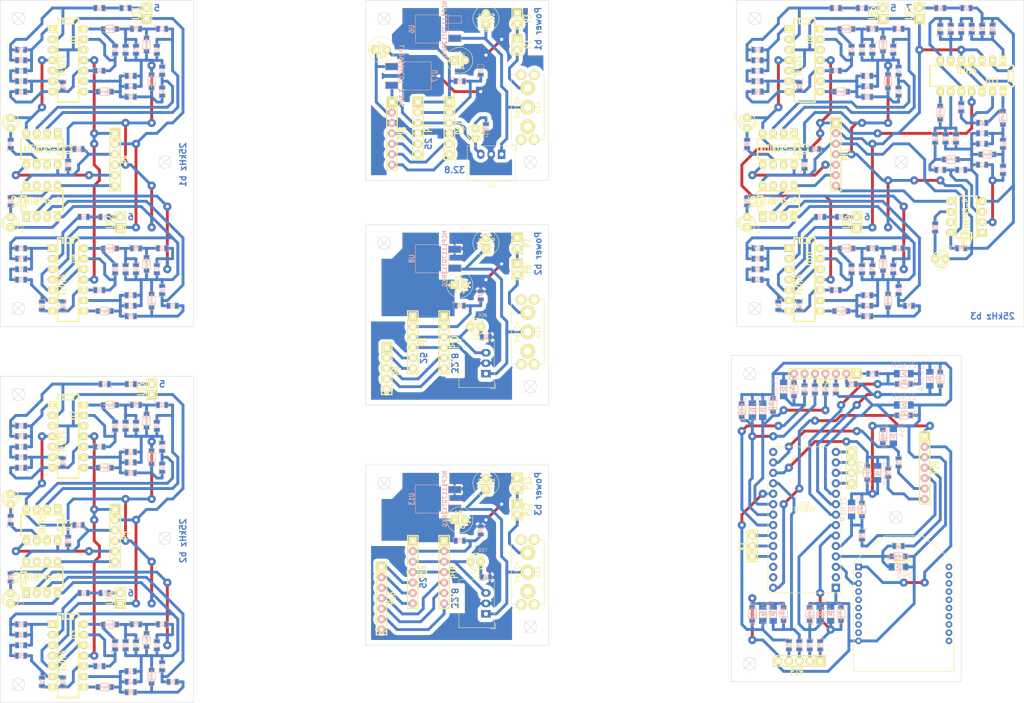
<source format=kicad_pcb>
(kicad_pcb (version 20171130) (host pcbnew 5.1.9+dfsg1-1+deb11u1)
  (title_block (title "Balise reception 25kHz") (rev 1))
  (layers (0 Dessus.Cu signal) (31 Dessous.Cu signal) (34 B.Paste user hide) (35 F.Paste user hide) (36 B.SilkS user) (37 F.SilkS user) (38 B.Mask user hide) (39 F.Mask user hide) (44 Edge.Cuts user))
  (net 0 "")
  (net 1 /receiver_25_1-1/12V)
  (net 2 /receiver_25_1-1/5V)
  (net 3 /receiver_25_1-1/6V)
  (net 4 /receiver_25_1-1/GND)
  (net 5 /receiver_25_1-1/Trigger)
  (net 6 /receiver_25_1-2/Trigger)
  (net 7 /receiver_25_2-1/12V)
  (net 8 /receiver_25_2-1/5V)
  (net 9 /receiver_25_2-1/6V)
  (net 10 /receiver_25_2-1/GND)
  (net 11 /receiver_25_2-1/Trigger)
  (net 12 /receiver_25_2-2/Trigger)
  (net 13 /receiver_25_3-1/12V)
  (net 14 /receiver_25_3-1/5V)
  (net 15 /receiver_25_3-1/6V)
  (net 16 /receiver_25_3-1/GND)
  (net 17 /receiver_25_3-1/Trigger)
  (net 18 /receiver_25_3-2/Trigger)
  (net 19 /receiver_25_3-3/Trigger)
  (net 20 /receiver_power_1/12V)
  (net 21 /receiver_power_1/3.3V)
  (net 22 /receiver_power_1/5V)
  (net 23 /receiver_power_1/6V)
  (net 24 /receiver_power_1/GND)
  (net 25 /receiver_power_2/12V)
  (net 26 /receiver_power_2/5V)
  (net 27 /receiver_power_2/6V)
  (net 28 /receiver_power_2/GND)
  (net 29 /receiver_power_3/12V)
  (net 30 /receiver_power_3/5V)
  (net 31 /receiver_power_3/6V)
  (net 32 /receiver_power_3/GND)
  (net 33 /rf/3.3V)
  (net 34 /rf/5V)
  (net 35 /rf/GND)
  (net 36 /rf/trigger_25_1-1)
  (net 37 /rf/trigger_25_1-2)
  (net 38 /rf/trigger_25_2-1)
  (net 39 /rf/trigger_25_2-2)
  (net 40 /rf/trigger_25_3-1)
  (net 41 /rf/trigger_25_3-2)
  (net 42 /rf/trigger_25_3-3)
  (net 43 /rf/trigger_32_1-1)
  (net 44 /rf/trigger_32_1-2)
  (net 45 /rf/trigger_32_2-1)
  (net 46 /rf/trigger_32_2-2)
  (net 47 /rf/trigger_32_3-1)
  (net 48 /rf/trigger_32_3-2)
  (net 49 /rf/trigger_32_3-3)
  (net 50 "Net-(C1-Pad1)")
  (net 51 "Net-(C1-Pad2)")
  (net 52 "Net-(C2-Pad2)")
  (net 53 "Net-(C3-Pad1)")
  (net 54 "Net-(C4-Pad1)")
  (net 55 "Net-(C5-Pad1)")
  (net 56 "Net-(C5-Pad2)")
  (net 57 "Net-(C6-Pad2)")
  (net 58 "Net-(C7-Pad2)")
  (net 59 "Net-(C8-Pad2)")
  (net 60 "Net-(C9-Pad1)")
  (net 61 "Net-(C10-Pad1)")
  (net 62 "Net-(C12-Pad1)")
  (net 63 "Net-(C12-Pad2)")
  (net 64 "Net-(C13-Pad2)")
  (net 65 "Net-(C14-Pad1)")
  (net 66 "Net-(C15-Pad1)")
  (net 67 "Net-(C16-Pad1)")
  (net 68 "Net-(C16-Pad2)")
  (net 69 "Net-(C17-Pad2)")
  (net 70 "Net-(C18-Pad2)")
  (net 71 "Net-(C19-Pad2)")
  (net 72 "Net-(C20-Pad1)")
  (net 73 "Net-(C21-Pad1)")
  (net 74 "Net-(C23-Pad1)")
  (net 75 "Net-(C23-Pad2)")
  (net 76 "Net-(C24-Pad2)")
  (net 77 "Net-(C25-Pad1)")
  (net 78 "Net-(C26-Pad1)")
  (net 79 "Net-(C27-Pad1)")
  (net 80 "Net-(C27-Pad2)")
  (net 81 "Net-(C28-Pad2)")
  (net 82 "Net-(C29-Pad2)")
  (net 83 "Net-(C30-Pad2)")
  (net 84 "Net-(C31-Pad1)")
  (net 85 "Net-(C32-Pad1)")
  (net 86 "Net-(C34-Pad1)")
  (net 87 "Net-(C34-Pad2)")
  (net 88 "Net-(C35-Pad2)")
  (net 89 "Net-(C36-Pad1)")
  (net 90 "Net-(C37-Pad1)")
  (net 91 "Net-(C38-Pad1)")
  (net 92 "Net-(C38-Pad2)")
  (net 93 "Net-(C39-Pad2)")
  (net 94 "Net-(C40-Pad2)")
  (net 95 "Net-(C41-Pad2)")
  (net 96 "Net-(C42-Pad1)")
  (net 97 "Net-(C43-Pad1)")
  (net 98 "Net-(C45-Pad1)")
  (net 99 "Net-(C45-Pad2)")
  (net 100 "Net-(C46-Pad2)")
  (net 101 "Net-(C47-Pad1)")
  (net 102 "Net-(C48-Pad1)")
  (net 103 "Net-(C49-Pad1)")
  (net 104 "Net-(C49-Pad2)")
  (net 105 "Net-(C50-Pad2)")
  (net 106 "Net-(C51-Pad2)")
  (net 107 "Net-(C52-Pad2)")
  (net 108 "Net-(C53-Pad1)")
  (net 109 "Net-(C54-Pad1)")
  (net 110 "Net-(C56-Pad1)")
  (net 111 "Net-(C56-Pad2)")
  (net 112 "Net-(C57-Pad2)")
  (net 113 "Net-(C58-Pad1)")
  (net 114 "Net-(C59-Pad1)")
  (net 115 "Net-(C60-Pad1)")
  (net 116 "Net-(C60-Pad2)")
  (net 117 "Net-(C61-Pad2)")
  (net 118 "Net-(C62-Pad2)")
  (net 119 "Net-(C63-Pad2)")
  (net 120 "Net-(C64-Pad1)")
  (net 121 "Net-(C65-Pad1)")
  (net 122 "Net-(C67-Pad1)")
  (net 123 "Net-(C67-Pad2)")
  (net 124 "Net-(C68-Pad2)")
  (net 125 "Net-(C69-Pad1)")
  (net 126 "Net-(C70-Pad1)")
  (net 127 "Net-(C71-Pad1)")
  (net 128 "Net-(C71-Pad2)")
  (net 129 "Net-(C72-Pad2)")
  (net 130 "Net-(C73-Pad2)")
  (net 131 "Net-(C74-Pad2)")
  (net 132 "Net-(C75-Pad1)")
  (net 133 "Net-(C76-Pad1)")
  (net 134 "Net-(C78-Pad1)")
  (net 135 "Net-(C80-Pad1)")
  (net 136 "Net-(C82-Pad1)")
  (net 137 "Net-(D1-Pad1)")
  (net 138 "Net-(D2-Pad1)")
  (net 139 "Net-(D5-Pad1)")
  (net 140 "Net-(D6-Pad1)")
  (net 141 "Net-(D9-Pad1)")
  (net 142 "Net-(D10-Pad1)")
  (net 143 "Net-(D13-Pad1)")
  (net 144 "Net-(D14-Pad1)")
  (net 145 "Net-(D17-Pad1)")
  (net 146 "Net-(D18-Pad1)")
  (net 147 "Net-(D21-Pad1)")
  (net 148 "Net-(D22-Pad1)")
  (net 149 "Net-(D25-Pad1)")
  (net 150 "Net-(D26-Pad1)")
  (net 151 "Net-(D29-Pad1)")
  (net 152 "Net-(D30-Pad1)")
  (net 153 "Net-(D31-Pad1)")
  (net 154 "Net-(D32-Pad1)")
  (net 155 "Net-(D33-Pad1)")
  (net 156 "Net-(D34-Pad1)")
  (net 157 "Net-(D35-Pad1)")
  (net 158 "Net-(D36-Pad2)")
  (net 159 "Net-(D37-Pad2)")
  (net 160 "Net-(D38-Pad2)")
  (net 161 "Net-(D39-Pad2)")
  (net 162 "Net-(D41-Pad2)")
  (net 163 "Net-(D43-Pad2)")
  (net 164 "Net-(D45-Pad2)")
  (net 165 "Net-(D47-Pad2)")
  (net 166 "Net-(D49-Pad2)")
  (net 167 "Net-(D51-Pad2)")
  (net 168 "Net-(D53-Pad2)")
  (net 169 "Net-(D55-Pad2)")
  (net 170 "Net-(D57-Pad2)")
  (net 171 "Net-(D59-Pad2)")
  (net 172 "Net-(D61-Pad2)")
  (net 173 "Net-(D63-Pad2)")
  (net 174 "Net-(D65-Pad2)")
  (net 175 "Net-(IC1-Pad1)")
  (net 176 "Net-(IC1-Pad6)")
  (net 177 "Net-(IC1-Pad7)")
  (net 178 "Net-(IC2-Pad1)")
  (net 179 "Net-(IC2-Pad6)")
  (net 180 "Net-(IC2-Pad7)")
  (net 181 "Net-(IC3-Pad1)")
  (net 182 "Net-(IC3-Pad6)")
  (net 183 "Net-(IC3-Pad7)")
  (net 184 "Net-(IC4-Pad1)")
  (net 185 "Net-(IC4-Pad6)")
  (net 186 "Net-(IC4-Pad7)")
  (net 187 "Net-(IC5-Pad1)")
  (net 188 "Net-(IC5-Pad6)")
  (net 189 "Net-(IC5-Pad7)")
  (net 190 "Net-(IC6-Pad1)")
  (net 191 "Net-(IC6-Pad6)")
  (net 192 "Net-(IC6-Pad7)")
  (net 193 "Net-(IC7-Pad1)")
  (net 194 "Net-(IC7-Pad6)")
  (net 195 "Net-(IC7-Pad7)")
  (net 196 "Net-(IC8-Pad27)")
  (net 197 "Net-(IC8-Pad26)")
  (net 198 "Net-(IC8-Pad25)")
  (net 199 "Net-(IC8-Pad24)")
  (net 200 "Net-(IC8-Pad23)")
  (net 201 "Net-(IC8-Pad15)")
  (net 202 "Net-(IC8-Pad2)")
  (net 203 "Net-(IC8-Pad3)")
  (net 204 "Net-(IC8-Pad14)")
  (net 205 "Net-(IC8-Pad12)")
  (net 206 "Net-(IC8-Pad13)")
  (net 207 "Net-(IC8-Pad11)")
  (net 208 "Net-(P1-Pad5)")
  (net 209 "Net-(P1-Pad6)")
  (net 210 "Net-(P2-Pad1)")
  (net 211 "Net-(P2-Pad2)")
  (net 212 "Net-(P6-Pad1)")
  (net 213 "Net-(P6-Pad2)")
  (net 214 "Net-(P8-Pad5)")
  (net 215 "Net-(P8-Pad6)")
  (net 216 "Net-(P10-Pad5)")
  (net 217 "Net-(P10-Pad6)")
  (net 218 "Net-(P12-Pad1)")
  (net 219 "Net-(P12-Pad2)")
  (net 220 "Net-(P14-Pad5)")
  (net 221 "Net-(P14-Pad6)")
  (net 222 "Net-(P14-Pad7)")
  (net 223 "Net-(P15-Pad5)")
  (net 224 "Net-(P15-Pad6)")
  (net 225 "Net-(P15-Pad7)")
  (net 226 "Net-(P17-Pad5)")
  (net 227 "Net-(P17-Pad6)")
  (net 228 "Net-(R1-Pad1)")
  (net 229 "Net-(R2-Pad2)")
  (net 230 "Net-(R11-Pad1)")
  (net 231 "Net-(R12-Pad2)")
  (net 232 "Net-(R13-Pad1)")
  (net 233 "Net-(R14-Pad2)")
  (net 234 "Net-(R33-Pad1)")
  (net 235 "Net-(R34-Pad2)")
  (net 236 "Net-(R45-Pad1)")
  (net 237 "Net-(R46-Pad2)")
  (net 238 "Net-(R55-Pad1)")
  (net 239 "Net-(R56-Pad2)")
  (net 240 "Net-(R65-Pad1)")
  (net 241 "Net-(R66-Pad2)")
  (net 242 "Net-(RF1-Pad2)")
  (net 243 "Net-(RF1-Pad5)")
  (net 244 "Net-(RF1-Pad4)")
  (net 245 "Net-(RF1-Pad8)")
  (net 246 "Net-(RF1-Pad9)")
  (net 247 "Net-(RF1-Pad7)")
  (net 248 "Net-(RF1-Pad6)")
  (net 249 "Net-(RF1-Pad20)")
  (net 250 "Net-(RF1-Pad19)")
  (net 251 "Net-(RF1-Pad17)")
  (net 252 "Net-(RF1-Pad18)")
  (net 253 "Net-(RF1-Pad14)")
  (net 254 "Net-(RF1-Pad13)")
  (net 255 "Net-(RF1-Pad15)")
  (net 256 "Net-(RF1-Pad16)")
  (net 257 "Net-(RF1-Pad12)")
  (net 258 "Net-(RF1-Pad11)")
  (net 259 "Net-(U14-Pad3)")
  (net 260 "Net-(U15-Pad3)")
  (net 261 "Net-(U16-Pad3)")
  (module Converter_DCDC:Converter_DCDC_RECOM_R-78E-0.5_THT (layer Dessus.Cu) (at 138.43 166.37 90)
    (fp_text reference U12 (at 2.54 -7.56 90) (layer F.SilkS))
    (fp_text value R-78E5.0-0.5)
    (pad 3 thru_hole oval (at 5.08 0 90) (size 1.8 2.3) (drill 1) (layers *.Cu *.Mask) (net 30 /receiver_power_3/5V))
    (pad 2 thru_hole oval (at 2.54 0 90) (size 1.8 2.3) (drill 1) (layers *.Cu *.Mask) (net 32 /receiver_power_3/GND))
    (pad 1 thru_hole rect (at 0 0 90) (size 1.8 2.3) (drill 1) (layers *.Cu *.Mask) (net 136 "Net-(C82-Pad1)"))
  )
  (module Converter_DCDC:Converter_DCDC_RECOM_R-78E-0.5_THT (layer Dessus.Cu) (at 138.43 107.95 90)
    (fp_text reference U7 (at 2.54 -7.56 90) (layer F.SilkS))
    (fp_text value R-78E5.0-0.5)
    (pad 3 thru_hole oval (at 5.08 0 90) (size 1.8 2.3) (drill 1) (layers *.Cu *.Mask) (net 26 /receiver_power_2/5V))
    (pad 2 thru_hole oval (at 2.54 0 90) (size 1.8 2.3) (drill 1) (layers *.Cu *.Mask) (net 28 /receiver_power_2/GND))
    (pad 1 thru_hole rect (at 0 0 90) (size 1.8 2.3) (drill 1) (layers *.Cu *.Mask) (net 134 "Net-(C78-Pad1)"))
  )
  (module Converter_DCDC:Converter_DCDC_RECOM_R-78E-0.5_THT (layer Dessus.Cu) (at 142.24 54.61 180)
    (fp_text reference U5 (at 2.54 -7.56) (layer F.SilkS))
    (fp_text value R-78E5.0-0.5)
    (pad 3 thru_hole oval (at 5.08 0 180) (size 1.8 2.3) (drill 1) (layers *.Cu *.Mask) (net 22 /receiver_power_1/5V))
    (pad 2 thru_hole oval (at 2.54 0 180) (size 1.8 2.3) (drill 1) (layers *.Cu *.Mask) (net 24 /receiver_power_1/GND))
    (pad 1 thru_hole rect (at 0 0 180) (size 1.8 2.3) (drill 1) (layers *.Cu *.Mask) (net 135 "Net-(C80-Pad1)"))
  )
  (module footprints:zigbee (layer Dessus.Cu) (at 240.03 154.94)
    (fp_text reference RF1 (at 0 1.27) (layer F.SilkS))
    (fp_text value RFBEE (at 0 -1.27) (layer F.SilkS))
    (pad 1 thru_hole rect (at -11 0) (size 1.6 1.6) (drill 0.8) (layers *.Cu *.Mask) (net 33 /rf/3.3V))
    (pad 2 thru_hole circle (at -11 2) (size 1.6 1.6) (drill 0.8) (layers *.Cu *.Mask) (net 242 "Net-(RF1-Pad2)"))
    (pad 3 thru_hole circle (at -11 4) (size 1.6 1.6) (drill 0.8) (layers *.Cu *.Mask) (net 203 "Net-(IC8-Pad3)"))
    (pad 5 thru_hole circle (at -11 8) (size 1.6 1.6) (drill 0.8) (layers *.Cu *.Mask) (net 243 "Net-(RF1-Pad5)"))
    (pad 4 thru_hole circle (at -11 6) (size 1.6 1.6) (drill 0.8) (layers *.Cu *.Mask) (net 244 "Net-(RF1-Pad4)"))
    (pad 8 thru_hole circle (at -11 14) (size 1.6 1.6) (drill 0.8) (layers *.Cu *.Mask) (net 245 "Net-(RF1-Pad8)"))
    (pad 9 thru_hole circle (at -11 16) (size 1.6 1.6) (drill 0.8) (layers *.Cu *.Mask) (net 246 "Net-(RF1-Pad9)"))
    (pad 7 thru_hole circle (at -11 12) (size 1.6 1.6) (drill 0.8) (layers *.Cu *.Mask) (net 247 "Net-(RF1-Pad7)"))
    (pad 6 thru_hole circle (at -11 10) (size 1.6 1.6) (drill 0.8) (layers *.Cu *.Mask) (net 248 "Net-(RF1-Pad6)"))
    (pad 10 thru_hole circle (at -11 18) (size 1.6 1.6) (drill 0.8) (layers *.Cu *.Mask) (net 35 /rf/GND))
    (pad 20 thru_hole circle (at 11 0) (size 1.6 1.6) (drill 0.8) (layers *.Cu *.Mask) (net 249 "Net-(RF1-Pad20)"))
    (pad 19 thru_hole circle (at 11 2) (size 1.6 1.6) (drill 0.8) (layers *.Cu *.Mask) (net 250 "Net-(RF1-Pad19)"))
    (pad 17 thru_hole circle (at 11 6) (size 1.6 1.6) (drill 0.8) (layers *.Cu *.Mask) (net 251 "Net-(RF1-Pad17)"))
    (pad 18 thru_hole circle (at 11 4) (size 1.6 1.6) (drill 0.8) (layers *.Cu *.Mask) (net 252 "Net-(RF1-Pad18)"))
    (pad 14 thru_hole circle (at 11 12) (size 1.6 1.6) (drill 0.8) (layers *.Cu *.Mask) (net 253 "Net-(RF1-Pad14)"))
    (pad 13 thru_hole circle (at 11 14) (size 1.6 1.6) (drill 0.8) (layers *.Cu *.Mask) (net 254 "Net-(RF1-Pad13)"))
    (pad 15 thru_hole circle (at 11 10) (size 1.6 1.6) (drill 0.8) (layers *.Cu *.Mask) (net 255 "Net-(RF1-Pad15)"))
    (pad 16 thru_hole circle (at 11 8) (size 1.6 1.6) (drill 0.8) (layers *.Cu *.Mask) (net 256 "Net-(RF1-Pad16)"))
    (pad 12 thru_hole circle (at 11 16) (size 1.6 1.6) (drill 0.8) (layers *.Cu *.Mask) (net 257 "Net-(RF1-Pad12)"))
    (pad 11 thru_hole circle (at 11 18) (size 1.6 1.6) (drill 0.8) (layers *.Cu *.Mask) (net 258 "Net-(RF1-Pad11)"))
  )
  (module footprints:Teensy (layer Dessus.Cu) (at 215.9 160.02 180)
    (fp_text reference IC8 (at 0 20.32) (layer F.SilkS))
    (fp_text value TEENSY (at 0 19.05) (layer F.SilkS))
    (pad 28 thru_hole circle (at 7.62 0 180) (size 2 2) (drill 1) (layers *.Cu *.Mask) (net 34 /rf/5V))
    (pad 27 thru_hole circle (at 7.62 2.54 180) (size 2 2) (drill 1) (layers *.Cu *.Mask) (net 196 "Net-(IC8-Pad27)"))
    (pad 26 thru_hole circle (at 7.62 5.08 180) (size 2 2) (drill 1) (layers *.Cu *.Mask) (net 197 "Net-(IC8-Pad26)"))
    (pad 25 thru_hole circle (at 7.62 7.62 180) (size 2 2) (drill 1) (layers *.Cu *.Mask) (net 198 "Net-(IC8-Pad25)"))
    (pad 24 thru_hole circle (at 7.62 10.16 180) (size 2 2) (drill 1) (layers *.Cu *.Mask) (net 199 "Net-(IC8-Pad24)"))
    (pad 23 thru_hole circle (at 7.62 12.7 180) (size 2 2) (drill 1) (layers *.Cu *.Mask) (net 200 "Net-(IC8-Pad23)"))
    (pad 22 thru_hole circle (at 7.62 15.24 180) (size 2 2) (drill 1) (layers *.Cu *.Mask) (net 174 "Net-(D65-Pad2)"))
    (pad 21 thru_hole circle (at 7.62 17.78 180) (size 2 2) (drill 1) (layers *.Cu *.Mask) (net 173 "Net-(D63-Pad2)"))
    (pad 20 thru_hole circle (at 7.62 20.32 180) (size 2 2) (drill 1) (layers *.Cu *.Mask) (net 172 "Net-(D61-Pad2)"))
    (pad 19 thru_hole circle (at 7.62 22.86 180) (size 2 2) (drill 1) (layers *.Cu *.Mask) (net 171 "Net-(D59-Pad2)"))
    (pad 18 thru_hole circle (at 7.62 25.4 180) (size 2 2) (drill 1) (layers *.Cu *.Mask) (net 170 "Net-(D57-Pad2)"))
    (pad 17 thru_hole circle (at 7.62 27.94 180) (size 2 2) (drill 1) (layers *.Cu *.Mask) (net 169 "Net-(D55-Pad2)"))
    (pad 16 thru_hole circle (at 7.62 30.48 180) (size 2 2) (drill 1) (layers *.Cu *.Mask) (net 168 "Net-(D53-Pad2)"))
    (pad 15 thru_hole circle (at 7.62 33.02 180) (size 2 2) (drill 1) (layers *.Cu *.Mask) (net 201 "Net-(IC8-Pad15)"))
    (pad 1 thru_hole rect (at -7.62 0 180) (size 2 2) (drill 1) (layers *.Cu *.Mask) (net 35 /rf/GND))
    (pad 2 thru_hole circle (at -7.62 2.54 180) (size 2 2) (drill 1) (layers *.Cu *.Mask) (net 202 "Net-(IC8-Pad2)"))
    (pad 3 thru_hole circle (at -7.62 5.08 180) (size 2 2) (drill 1) (layers *.Cu *.Mask) (net 203 "Net-(IC8-Pad3)"))
    (pad 5 thru_hole circle (at -7.62 10.16 180) (size 2 2) (drill 1) (layers *.Cu *.Mask) (net 162 "Net-(D41-Pad2)"))
    (pad 4 thru_hole circle (at -7.62 7.62 180) (size 2 2) (drill 1) (layers *.Cu *.Mask) (net 161 "Net-(D39-Pad2)"))
    (pad 8 thru_hole circle (at -7.62 17.78 180) (size 2 2) (drill 1) (layers *.Cu *.Mask) (net 165 "Net-(D47-Pad2)"))
    (pad 9 thru_hole circle (at -7.62 20.32 180) (size 2 2) (drill 1) (layers *.Cu *.Mask) (net 166 "Net-(D49-Pad2)"))
    (pad 7 thru_hole circle (at -7.62 15.24 270) (size 2 2) (drill 1) (layers *.Cu *.Mask) (net 164 "Net-(D45-Pad2)"))
    (pad 6 thru_hole circle (at -7.62 12.7 180) (size 2 2) (drill 1) (layers *.Cu *.Mask) (net 163 "Net-(D43-Pad2)"))
    (pad 14 thru_hole circle (at -7.62 33.02 180) (size 2 2) (drill 1) (layers *.Cu *.Mask) (net 204 "Net-(IC8-Pad14)"))
    (pad 12 thru_hole circle (at -7.62 27.94 180) (size 2 2) (drill 1) (layers *.Cu *.Mask) (net 205 "Net-(IC8-Pad12)"))
    (pad 13 thru_hole circle (at -7.62 30.48 180) (size 2 2) (drill 1) (layers *.Cu *.Mask) (net 206 "Net-(IC8-Pad13)"))
    (pad 11 thru_hole circle (at -7.62 25.4 180) (size 2 2) (drill 1) (layers *.Cu *.Mask) (net 207 "Net-(IC8-Pad11)"))
    (pad 10 thru_hole circle (at -7.62 22.86 180) (size 2 2) (drill 1) (layers *.Cu *.Mask) (net 167 "Net-(D51-Pad2)"))
  )
  (module SOD-123 (layer Dessous.Cu) (at 46.99 24.13)
    (fp_text reference D2 (at -0.0508 0.4064) (layer B.SilkS) (effects (font (size 0.254 0.254) (thickness 0.0508)) (justify mirror)))
    (fp_text value DIODESCH (at 0 0) (layer B.SilkS) (effects (font (size 0.4318 0.4318) (thickness 0.0889)) (justify mirror)))
    (pad 1 smd rect (at -1.6256 0.0254) (size 0.9652 1.27) (layers Dessous.Cu B.Paste B.Mask) (net 138 "Net-(D2-Pad1)"))
    (pad 2 smd rect (at 1.651 0.0254) (size 0.9652 1.27) (layers Dessous.Cu B.Paste B.Mask) (net 54 "Net-(C4-Pad1)"))
  )
  (module SOD-123 (layer Dessous.Cu) (at 45.72 39.37)
    (fp_text reference D1 (at -0.0508 0.4064) (layer B.SilkS) (effects (font (size 0.254 0.254) (thickness 0.0508)) (justify mirror)))
    (fp_text value DIODESCH (at 0 0) (layer B.SilkS) (effects (font (size 0.4318 0.4318) (thickness 0.0889)) (justify mirror)))
    (pad 1 smd rect (at -1.6256 0.0254) (size 0.9652 1.27) (layers Dessous.Cu B.Paste B.Mask) (net 137 "Net-(D1-Pad1)"))
    (pad 2 smd rect (at 1.651 0.0254) (size 0.9652 1.27) (layers Dessous.Cu B.Paste B.Mask) (net 53 "Net-(C3-Pad1)"))
  )
  (module SM0805 (layer Dessous.Cu) (at 52.07 35.56)
    (fp_text reference C3 (at 0 0.3175) (layer B.SilkS) (effects (font (size 0.50038 0.50038) (thickness 0.10922)) (justify mirror)))
    (fp_text value 47n (at 0 -0.381) (layer B.SilkS) (effects (font (size 0.50038 0.50038) (thickness 0.10922)) (justify mirror)))
    (pad 1 smd rect (at -0.9525 0) (size 0.889 1.397) (layers Dessous.Cu B.Paste B.Mask) (net 53 "Net-(C3-Pad1)"))
    (pad 2 smd rect (at 0.9525 0) (size 0.889 1.397) (layers Dessous.Cu B.Paste B.Mask) (net 4 /receiver_25_1-1/GND))
  )
  (module SM0805 (layer Dessous.Cu) (at 59.69 24.13)
    (fp_text reference R10 (at 0 0.3175) (layer B.SilkS) (effects (font (size 0.50038 0.50038) (thickness 0.10922)) (justify mirror)))
    (fp_text value 47k (at 0 -0.381) (layer B.SilkS) (effects (font (size 0.50038 0.50038) (thickness 0.10922)) (justify mirror)))
    (pad 1 smd rect (at -0.9525 0) (size 0.889 1.397) (layers Dessous.Cu B.Paste B.Mask) (net 58 "Net-(C7-Pad2)"))
    (pad 2 smd rect (at 0.9525 0) (size 0.889 1.397) (layers Dessous.Cu B.Paste B.Mask) (net 61 "Net-(C10-Pad1)"))
  )
  (module SM0805 (layer Dessous.Cu) (at 53.34 24.13)
    (fp_text reference C7 (at 0 0.3175) (layer B.SilkS) (effects (font (size 0.50038 0.50038) (thickness 0.10922)) (justify mirror)))
    (fp_text value 100n (at 0 -0.381) (layer B.SilkS) (effects (font (size 0.50038 0.50038) (thickness 0.10922)) (justify mirror)))
    (pad 1 smd rect (at -0.9525 0) (size 0.889 1.397) (layers Dessous.Cu B.Paste B.Mask) (net 54 "Net-(C4-Pad1)"))
    (pad 2 smd rect (at 0.9525 0) (size 0.889 1.397) (layers Dessous.Cu B.Paste B.Mask) (net 58 "Net-(C7-Pad2)"))
  )
  (module SM0805 (layer Dessous.Cu) (at 53.34 29.21 270)
    (fp_text reference R7 (at 0 0.3175 270) (layer B.SilkS) (effects (font (size 0.50038 0.50038) (thickness 0.10922)) (justify mirror)))
    (fp_text value 47k (at 0 -0.381 270) (layer B.SilkS) (effects (font (size 0.50038 0.50038) (thickness 0.10922)) (justify mirror)))
    (pad 1 smd rect (at -0.9525 0 270) (size 0.889 1.397) (layers Dessous.Cu B.Paste B.Mask) (net 54 "Net-(C4-Pad1)"))
    (pad 2 smd rect (at 0.9525 0 270) (size 0.889 1.397) (layers Dessous.Cu B.Paste B.Mask) (net 4 /receiver_25_1-1/GND))
  )
  (module SM0805 (layer Dessous.Cu) (at 50.8 29.21 270)
    (fp_text reference C4 (at 0 0.3175 270) (layer B.SilkS) (effects (font (size 0.50038 0.50038) (thickness 0.10922)) (justify mirror)))
    (fp_text value 47n (at 0 -0.381 270) (layer B.SilkS) (effects (font (size 0.50038 0.50038) (thickness 0.10922)) (justify mirror)))
    (pad 1 smd rect (at -0.9525 0 270) (size 0.889 1.397) (layers Dessous.Cu B.Paste B.Mask) (net 54 "Net-(C4-Pad1)"))
    (pad 2 smd rect (at 0.9525 0 270) (size 0.889 1.397) (layers Dessous.Cu B.Paste B.Mask) (net 4 /receiver_25_1-1/GND))
  )
  (module SM0805 (layer Dessous.Cu) (at 48.26 29.21 90)
    (fp_text reference R4 (at 0 0.3175 90) (layer B.SilkS) (effects (font (size 0.50038 0.50038) (thickness 0.10922)) (justify mirror)))
    (fp_text value 10k (at 0 -0.381 90) (layer B.SilkS) (effects (font (size 0.50038 0.50038) (thickness 0.10922)) (justify mirror)))
    (pad 1 smd rect (at -0.9525 0 90) (size 0.889 1.397) (layers Dessous.Cu B.Paste B.Mask) (net 229 "Net-(R2-Pad2)"))
    (pad 2 smd rect (at 0.9525 0 90) (size 0.889 1.397) (layers Dessous.Cu B.Paste B.Mask) (net 138 "Net-(D2-Pad1)"))
  )
  (module SM0805 (layer Dessous.Cu) (at 44.45 34.29)
    (fp_text reference R2 (at 0 0.3175) (layer B.SilkS) (effects (font (size 0.50038 0.50038) (thickness 0.10922)) (justify mirror)))
    (fp_text value 1k (at 0 -0.381) (layer B.SilkS) (effects (font (size 0.50038 0.50038) (thickness 0.10922)) (justify mirror)))
    (pad 1 smd rect (at -0.9525 0) (size 0.889 1.397) (layers Dessous.Cu B.Paste B.Mask) (net 59 "Net-(C8-Pad2)"))
    (pad 2 smd rect (at 0.9525 0) (size 0.889 1.397) (layers Dessous.Cu B.Paste B.Mask) (net 229 "Net-(R2-Pad2)"))
  )
  (module SM0805 (layer Dessous.Cu) (at 59.69 34.29 90)
    (fp_text reference C9 (at 0 0.3175 90) (layer B.SilkS) (effects (font (size 0.50038 0.50038) (thickness 0.10922)) (justify mirror)))
    (fp_text value 1n (at 0 -0.381 90) (layer B.SilkS) (effects (font (size 0.50038 0.50038) (thickness 0.10922)) (justify mirror)))
    (pad 1 smd rect (at -0.9525 0 90) (size 0.889 1.397) (layers Dessous.Cu B.Paste B.Mask) (net 60 "Net-(C9-Pad1)"))
    (pad 2 smd rect (at 0.9525 0 90) (size 0.889 1.397) (layers Dessous.Cu B.Paste B.Mask) (net 4 /receiver_25_1-1/GND))
  )
  (module SM0805 (layer Dessous.Cu) (at 59.69 39.37 90)
    (fp_text reference R9 (at 0 0.3175 90) (layer B.SilkS) (effects (font (size 0.50038 0.50038) (thickness 0.10922)) (justify mirror)))
    (fp_text value 47k (at 0 -0.381 90) (layer B.SilkS) (effects (font (size 0.50038 0.50038) (thickness 0.10922)) (justify mirror)))
    (pad 1 smd rect (at -0.9525 0 90) (size 0.889 1.397) (layers Dessous.Cu B.Paste B.Mask) (net 57 "Net-(C6-Pad2)"))
    (pad 2 smd rect (at 0.9525 0 90) (size 0.889 1.397) (layers Dessous.Cu B.Paste B.Mask) (net 60 "Net-(C9-Pad1)"))
  )
  (module SM0805 (layer Dessous.Cu) (at 52.07 40.64)
    (fp_text reference C6 (at 0 0.3175) (layer B.SilkS) (effects (font (size 0.50038 0.50038) (thickness 0.10922)) (justify mirror)))
    (fp_text value 100n (at 0 -0.381) (layer B.SilkS) (effects (font (size 0.50038 0.50038) (thickness 0.10922)) (justify mirror)))
    (pad 1 smd rect (at -0.9525 0) (size 0.889 1.397) (layers Dessous.Cu B.Paste B.Mask) (net 53 "Net-(C3-Pad1)"))
    (pad 2 smd rect (at 0.9525 0) (size 0.889 1.397) (layers Dessous.Cu B.Paste B.Mask) (net 57 "Net-(C6-Pad2)"))
  )
  (module SM0805 (layer Dessous.Cu) (at 52.07 38.1)
    (fp_text reference R6 (at 0 0.3175) (layer B.SilkS) (effects (font (size 0.50038 0.50038) (thickness 0.10922)) (justify mirror)))
    (fp_text value 47k (at 0 -0.381) (layer B.SilkS) (effects (font (size 0.50038 0.50038) (thickness 0.10922)) (justify mirror)))
    (pad 1 smd rect (at -0.9525 0) (size 0.889 1.397) (layers Dessous.Cu B.Paste B.Mask) (net 53 "Net-(C3-Pad1)"))
    (pad 2 smd rect (at 0.9525 0) (size 0.889 1.397) (layers Dessous.Cu B.Paste B.Mask) (net 4 /receiver_25_1-1/GND))
  )
  (module SM0805 (layer Dessous.Cu) (at 25.4 39.37 180)
    (fp_text reference R8 (at 0 0.3175 180) (layer B.SilkS) (effects (font (size 0.50038 0.50038) (thickness 0.10922)) (justify mirror)))
    (fp_text value 10k (at 0 -0.381 180) (layer B.SilkS) (effects (font (size 0.50038 0.50038) (thickness 0.10922)) (justify mirror)))
    (pad 1 smd rect (at -0.9525 0 180) (size 0.889 1.397) (layers Dessous.Cu B.Paste B.Mask) (net 56 "Net-(C5-Pad2)"))
    (pad 2 smd rect (at 0.9525 0 180) (size 0.889 1.397) (layers Dessous.Cu B.Paste B.Mask) (net 59 "Net-(C8-Pad2)"))
  )
  (module SM0805 (layer Dessous.Cu) (at 35.56 38.1 270)
    (fp_text reference C8 (at 0 0.3175 270) (layer B.SilkS) (effects (font (size 0.50038 0.50038) (thickness 0.10922)) (justify mirror)))
    (fp_text value 470p (at 0 -0.381 270) (layer B.SilkS) (effects (font (size 0.50038 0.50038) (thickness 0.10922)) (justify mirror)))
    (pad 1 smd rect (at -0.9525 0 270) (size 0.889 1.397) (layers Dessous.Cu B.Paste B.Mask) (net 56 "Net-(C5-Pad2)"))
    (pad 2 smd rect (at 0.9525 0 270) (size 0.889 1.397) (layers Dessous.Cu B.Paste B.Mask) (net 59 "Net-(C8-Pad2)"))
  )
  (module SM0805 (layer Dessous.Cu) (at 25.4 36.83)
    (fp_text reference C5 (at 0 0.3175) (layer B.SilkS) (effects (font (size 0.50038 0.50038) (thickness 0.10922)) (justify mirror)))
    (fp_text value 10n (at 0 -0.381) (layer B.SilkS) (effects (font (size 0.50038 0.50038) (thickness 0.10922)) (justify mirror)))
    (pad 1 smd rect (at -0.9525 0) (size 0.889 1.397) (layers Dessous.Cu B.Paste B.Mask) (net 55 "Net-(C5-Pad1)"))
    (pad 2 smd rect (at 0.9525 0) (size 0.889 1.397) (layers Dessous.Cu B.Paste B.Mask) (net 56 "Net-(C5-Pad2)"))
  )
  (module SM0805 (layer Dessous.Cu) (at 25.4 34.29 180)
    (fp_text reference R5 (at 0 0.3175 180) (layer B.SilkS) (effects (font (size 0.50038 0.50038) (thickness 0.10922)) (justify mirror)))
    (fp_text value 1k (at 0 -0.381 180) (layer B.SilkS) (effects (font (size 0.50038 0.50038) (thickness 0.10922)) (justify mirror)))
    (pad 1 smd rect (at -0.9525 0 180) (size 0.889 1.397) (layers Dessous.Cu B.Paste B.Mask) (net 52 "Net-(C2-Pad2)"))
    (pad 2 smd rect (at 0.9525 0 180) (size 0.889 1.397) (layers Dessous.Cu B.Paste B.Mask) (net 55 "Net-(C5-Pad1)"))
  )
  (module SM0805 (layer Dessous.Cu) (at 25.4 31.75)
    (fp_text reference R3 (at 0 0.3175) (layer B.SilkS) (effects (font (size 0.50038 0.50038) (thickness 0.10922)) (justify mirror)))
    (fp_text value 10k (at 0 -0.381) (layer B.SilkS) (effects (font (size 0.50038 0.50038) (thickness 0.10922)) (justify mirror)))
    (pad 1 smd rect (at -0.9525 0) (size 0.889 1.397) (layers Dessous.Cu B.Paste B.Mask) (net 51 "Net-(C1-Pad2)"))
    (pad 2 smd rect (at 0.9525 0) (size 0.889 1.397) (layers Dessous.Cu B.Paste B.Mask) (net 52 "Net-(C2-Pad2)"))
  )
  (module SM0805 (layer Dessous.Cu) (at 25.4 29.21)
    (fp_text reference C2 (at 0 0.3175) (layer B.SilkS) (effects (font (size 0.50038 0.50038) (thickness 0.10922)) (justify mirror)))
    (fp_text value 470p (at 0 -0.381) (layer B.SilkS) (effects (font (size 0.50038 0.50038) (thickness 0.10922)) (justify mirror)))
    (pad 1 smd rect (at -0.9525 0) (size 0.889 1.397) (layers Dessous.Cu B.Paste B.Mask) (net 51 "Net-(C1-Pad2)"))
    (pad 2 smd rect (at 0.9525 0) (size 0.889 1.397) (layers Dessous.Cu B.Paste B.Mask) (net 52 "Net-(C2-Pad2)"))
  )
  (module SM0805 (layer Dessous.Cu) (at 58.42 29.21 270)
    (fp_text reference C10 (at 0 0.3175 270) (layer B.SilkS) (effects (font (size 0.50038 0.50038) (thickness 0.10922)) (justify mirror)))
    (fp_text value 1n (at 0 -0.381 270) (layer B.SilkS) (effects (font (size 0.50038 0.50038) (thickness 0.10922)) (justify mirror)))
    (pad 1 smd rect (at -0.9525 0 270) (size 0.889 1.397) (layers Dessous.Cu B.Paste B.Mask) (net 61 "Net-(C10-Pad1)"))
    (pad 2 smd rect (at 0.9525 0 270) (size 0.889 1.397) (layers Dessous.Cu B.Paste B.Mask) (net 4 /receiver_25_1-1/GND))
  )
  (module SM0805 (layer Dessous.Cu) (at 44.45 19.05 180)
    (fp_text reference C1 (at 0 0.3175 180) (layer B.SilkS) (effects (font (size 0.50038 0.50038) (thickness 0.10922)) (justify mirror)))
    (fp_text value 10n (at 0 -0.381 180) (layer B.SilkS) (effects (font (size 0.50038 0.50038) (thickness 0.10922)) (justify mirror)))
    (pad 1 smd rect (at -0.9525 0 180) (size 0.889 1.397) (layers Dessous.Cu B.Paste B.Mask) (net 50 "Net-(C1-Pad1)"))
    (pad 2 smd rect (at 0.9525 0 180) (size 0.889 1.397) (layers Dessous.Cu B.Paste B.Mask) (net 51 "Net-(C1-Pad2)"))
  )
  (module SM0805 (layer Dessous.Cu) (at 50.8 19.05 180)
    (fp_text reference R1 (at 0 0.3175 180) (layer B.SilkS) (effects (font (size 0.50038 0.50038) (thickness 0.10922)) (justify mirror)))
    (fp_text value 1k (at 0 -0.381 180) (layer B.SilkS) (effects (font (size 0.50038 0.50038) (thickness 0.10922)) (justify mirror)))
    (pad 1 smd rect (at -0.9525 0 180) (size 0.889 1.397) (layers Dessous.Cu B.Paste B.Mask) (net 228 "Net-(R1-Pad1)"))
    (pad 2 smd rect (at 0.9525 0 180) (size 0.889 1.397) (layers Dessous.Cu B.Paste B.Mask) (net 50 "Net-(C1-Pad1)"))
  )
  (module SIL-2 (layer Dessus.Cu) (at 55.88 20.32 90)
    (fp_text reference US1 (at 0 -2.54 90) (layer F.SilkS) (effects (font (size 1.72974 1.08712) (thickness 0.3048))))
    (fp_text value ULTRASON hide)
    (pad 1 thru_hole rect (at -1.27 0 90) (size 2 2) (drill 1) (layers *.Cu *.Mask F.SilkS) (net 3 /receiver_25_1-1/6V))
    (pad 2 thru_hole circle (at 1.27 0 90) (size 2 2) (drill 1) (layers *.Cu *.Mask F.SilkS) (net 228 "Net-(R1-Pad1)"))
  )
  (module DIP-8__300_ELL (layer Dessus.Cu) (at 30.48 53.34 180)
    (fp_text reference IC1 (at -6.35 0 270) (layer F.SilkS) (effects (font (size 1.778 1.143) (thickness 0.3048))))
    (fp_text value ATTINY45-P (at 0 0 180) (layer F.SilkS) (effects (font (size 1.778 1.016) (thickness 0.3048))))
    (pad 1 thru_hole rect (at -3.81 3.81 180) (size 1.7 2.286) (drill 0.8) (layers *.Cu *.Mask F.SilkS) (net 175 "Net-(IC1-Pad1)"))
    (pad 2 thru_hole oval (at -1.27 3.81 180) (size 1.7 2.286) (drill 0.8) (layers *.Cu *.Mask F.SilkS) (net 61 "Net-(C10-Pad1)"))
    (pad 3 thru_hole oval (at 1.27 3.81 180) (size 1.7 2.286) (drill 0.8) (layers *.Cu *.Mask F.SilkS) (net 60 "Net-(C9-Pad1)"))
    (pad 4 thru_hole oval (at 3.81 3.81 180) (size 1.7 2.286) (drill 0.8) (layers *.Cu *.Mask F.SilkS) (net 4 /receiver_25_1-1/GND))
    (pad 5 thru_hole oval (at 3.81 -3.81 180) (size 1.7 2.286) (drill 0.8) (layers *.Cu *.Mask F.SilkS) (net 5 /receiver_25_1-1/Trigger))
    (pad 6 thru_hole oval (at 1.27 -3.81 180) (size 1.7 2.286) (drill 0.8) (layers *.Cu *.Mask F.SilkS) (net 176 "Net-(IC1-Pad6)"))
    (pad 7 thru_hole oval (at -1.27 -3.81 180) (size 1.7 2.286) (drill 0.8) (layers *.Cu *.Mask F.SilkS) (net 177 "Net-(IC1-Pad7)"))
    (pad 8 thru_hole oval (at -3.81 -3.81 180) (size 1.7 2.286) (drill 0.8) (layers *.Cu *.Mask F.SilkS) (net 2 /receiver_25_1-1/5V))
  )
  (module DIP-14__300_ELL (layer Dessus.Cu) (at 36.83 31.75 270)
    (fp_text reference U1 (at -5.08 -1.27 270) (layer F.SilkS) (effects (font (size 1.524 1.143) (thickness 0.3048))))
    (fp_text value TL074 (at 1.27 1.27 270) (layer F.SilkS) (effects (font (size 1.524 1.143) (thickness 0.3048))))
    (pad 1 thru_hole rect (at -7.62 3.81 270) (size 1.7 2.286) (drill 0.8) (layers *.Cu *.Mask F.SilkS) (net 52 "Net-(C2-Pad2)"))
    (pad 2 thru_hole oval (at -5.08 3.81 270) (size 1.7 2.286) (drill 0.8) (layers *.Cu *.Mask F.SilkS) (net 51 "Net-(C1-Pad2)"))
    (pad 3 thru_hole oval (at -2.54 3.81 270) (size 1.7 2.286) (drill 0.8) (layers *.Cu *.Mask F.SilkS) (net 3 /receiver_25_1-1/6V))
    (pad 4 thru_hole oval (at 0 3.81 270) (size 1.7 2.286) (drill 0.8) (layers *.Cu *.Mask F.SilkS) (net 4 /receiver_25_1-1/GND))
    (pad 5 thru_hole oval (at 2.54 3.81 270) (size 1.7 2.286) (drill 0.8) (layers *.Cu *.Mask F.SilkS) (net 3 /receiver_25_1-1/6V))
    (pad 6 thru_hole oval (at 5.08 3.81 270) (size 1.7 2.286) (drill 0.8) (layers *.Cu *.Mask F.SilkS) (net 56 "Net-(C5-Pad2)"))
    (pad 7 thru_hole oval (at 7.62 3.81 270) (size 1.7 2.286) (drill 0.8) (layers *.Cu *.Mask F.SilkS) (net 59 "Net-(C8-Pad2)"))
    (pad 8 thru_hole oval (at 7.62 -3.81 270) (size 1.7 2.286) (drill 0.8) (layers *.Cu *.Mask F.SilkS) (net 137 "Net-(D1-Pad1)"))
    (pad 9 thru_hole oval (at 5.08 -3.81 270) (size 1.7 2.286) (drill 0.8) (layers *.Cu *.Mask F.SilkS) (net 53 "Net-(C3-Pad1)"))
    (pad 10 thru_hole oval (at 2.54 -3.81 270) (size 1.7 2.286) (drill 0.8) (layers *.Cu *.Mask F.SilkS) (net 59 "Net-(C8-Pad2)"))
    (pad 11 thru_hole oval (at 0 -3.81 270) (size 1.7 2.286) (drill 0.8) (layers *.Cu *.Mask F.SilkS) (net 1 /receiver_25_1-1/12V))
    (pad 12 thru_hole oval (at -2.54 -3.81 270) (size 1.7 2.286) (drill 0.8) (layers *.Cu *.Mask F.SilkS) (net 3 /receiver_25_1-1/6V))
    (pad 13 thru_hole oval (at -5.08 -3.81 270) (size 1.7 2.286) (drill 0.8) (layers *.Cu *.Mask F.SilkS) (net 229 "Net-(R2-Pad2)"))
    (pad 14 thru_hole oval (at -7.62 -3.81 270) (size 1.7 2.286) (drill 0.8) (layers *.Cu *.Mask F.SilkS) (net 138 "Net-(D2-Pad1)"))
  )
  (module SM0805 (layer Dessous.Cu) (at 36.83 57.15 90)
    (fp_text reference C11 (at 0 0.3175 90) (layer B.SilkS) (effects (font (size 0.50038 0.50038) (thickness 0.10922)) (justify mirror)))
    (fp_text value 100n (at 0 -0.381 90) (layer B.SilkS) (effects (font (size 0.50038 0.50038) (thickness 0.10922)) (justify mirror)))
    (pad 1 smd rect (at -0.9525 0 90) (size 0.889 1.397) (layers Dessous.Cu B.Paste B.Mask) (net 2 /receiver_25_1-1/5V))
    (pad 2 smd rect (at 0.9525 0 90) (size 0.889 1.397) (layers Dessous.Cu B.Paste B.Mask) (net 4 /receiver_25_1-1/GND))
  )
  (module SOD-123 (layer Dessous.Cu) (at 57.15 36.83 270)
    (fp_text reference D3 (at -0.0508 0.4064 270) (layer B.SilkS) (effects (font (size 0.254 0.254) (thickness 0.0508)) (justify mirror)))
    (fp_text value DIODESCH (at 0 0 270) (layer B.SilkS) (effects (font (size 0.4318 0.4318) (thickness 0.0889)) (justify mirror)))
    (pad 1 smd rect (at -1.6256 0.0254 270) (size 0.9652 1.27) (layers Dessous.Cu B.Paste B.Mask) (net 4 /receiver_25_1-1/GND))
    (pad 2 smd rect (at 1.651 0.0254 270) (size 0.9652 1.27) (layers Dessous.Cu B.Paste B.Mask) (net 57 "Net-(C6-Pad2)"))
  )
  (module SOD-123 (layer Dessous.Cu) (at 55.88 27.94 90)
    (fp_text reference D4 (at -0.0508 0.4064 90) (layer B.SilkS) (effects (font (size 0.254 0.254) (thickness 0.0508)) (justify mirror)))
    (fp_text value DIODESCH (at 0 0 90) (layer B.SilkS) (effects (font (size 0.4318 0.4318) (thickness 0.0889)) (justify mirror)))
    (pad 1 smd rect (at -1.6256 0.0254 90) (size 0.9652 1.27) (layers Dessous.Cu B.Paste B.Mask) (net 4 /receiver_25_1-1/GND))
    (pad 2 smd rect (at 1.651 0.0254 90) (size 0.9652 1.27) (layers Dessous.Cu B.Paste B.Mask) (net 58 "Net-(C7-Pad2)"))
  )
  (module SOD-123 (layer Dessous.Cu) (at 55.88 81.28 90)
    (fp_text reference D8 (at -0.0508 0.4064 90) (layer B.SilkS) (effects (font (size 0.254 0.254) (thickness 0.0508)) (justify mirror)))
    (fp_text value DIODESCH (at 0 0 90) (layer B.SilkS) (effects (font (size 0.4318 0.4318) (thickness 0.0889)) (justify mirror)))
    (pad 1 smd rect (at -1.6256 0.0254 90) (size 0.9652 1.27) (layers Dessous.Cu B.Paste B.Mask) (net 4 /receiver_25_1-1/GND))
    (pad 2 smd rect (at 1.651 0.0254 90) (size 0.9652 1.27) (layers Dessous.Cu B.Paste B.Mask) (net 70 "Net-(C18-Pad2)"))
  )
  (module SOD-123 (layer Dessous.Cu) (at 57.15 90.17 270)
    (fp_text reference D7 (at -0.0508 0.4064 270) (layer B.SilkS) (effects (font (size 0.254 0.254) (thickness 0.0508)) (justify mirror)))
    (fp_text value DIODESCH (at 0 0 270) (layer B.SilkS) (effects (font (size 0.4318 0.4318) (thickness 0.0889)) (justify mirror)))
    (pad 1 smd rect (at -1.6256 0.0254 270) (size 0.9652 1.27) (layers Dessous.Cu B.Paste B.Mask) (net 4 /receiver_25_1-1/GND))
    (pad 2 smd rect (at 1.651 0.0254 270) (size 0.9652 1.27) (layers Dessous.Cu B.Paste B.Mask) (net 69 "Net-(C17-Pad2)"))
  )
  (module SOD-123 (layer Dessous.Cu) (at 46.99 77.47)
    (fp_text reference D6 (at -0.0508 0.4064) (layer B.SilkS) (effects (font (size 0.254 0.254) (thickness 0.0508)) (justify mirror)))
    (fp_text value DIODESCH (at 0 0) (layer B.SilkS) (effects (font (size 0.4318 0.4318) (thickness 0.0889)) (justify mirror)))
    (pad 1 smd rect (at -1.6256 0.0254) (size 0.9652 1.27) (layers Dessous.Cu B.Paste B.Mask) (net 140 "Net-(D6-Pad1)"))
    (pad 2 smd rect (at 1.651 0.0254) (size 0.9652 1.27) (layers Dessous.Cu B.Paste B.Mask) (net 66 "Net-(C15-Pad1)"))
  )
  (module SOD-123 (layer Dessous.Cu) (at 45.72 92.71)
    (fp_text reference D5 (at -0.0508 0.4064) (layer B.SilkS) (effects (font (size 0.254 0.254) (thickness 0.0508)) (justify mirror)))
    (fp_text value DIODESCH (at 0 0) (layer B.SilkS) (effects (font (size 0.4318 0.4318) (thickness 0.0889)) (justify mirror)))
    (pad 1 smd rect (at -1.6256 0.0254) (size 0.9652 1.27) (layers Dessous.Cu B.Paste B.Mask) (net 139 "Net-(D5-Pad1)"))
    (pad 2 smd rect (at 1.651 0.0254) (size 0.9652 1.27) (layers Dessous.Cu B.Paste B.Mask) (net 65 "Net-(C14-Pad1)"))
  )
  (module SM0805 (layer Dessous.Cu) (at 62.23 91.44 180)
    (fp_text reference R21 (at 0 0.3175 180) (layer B.SilkS) (effects (font (size 0.50038 0.50038) (thickness 0.10922)) (justify mirror)))
    (fp_text value 47k (at 0 -0.381 180) (layer B.SilkS) (effects (font (size 0.50038 0.50038) (thickness 0.10922)) (justify mirror)))
    (pad 1 smd rect (at -0.9525 0 180) (size 0.889 1.397) (layers Dessous.Cu B.Paste B.Mask) (net 69 "Net-(C17-Pad2)"))
    (pad 2 smd rect (at 0.9525 0 180) (size 0.889 1.397) (layers Dessous.Cu B.Paste B.Mask) (net 72 "Net-(C20-Pad1)"))
  )
  (module SM0805 (layer Dessous.Cu) (at 39.37 53.34 180)
    (fp_text reference C22 (at 0 0.3175 180) (layer B.SilkS) (effects (font (size 0.50038 0.50038) (thickness 0.10922)) (justify mirror)))
    (fp_text value 100n (at 0 -0.381 180) (layer B.SilkS) (effects (font (size 0.50038 0.50038) (thickness 0.10922)) (justify mirror)))
    (pad 1 smd rect (at -0.9525 0 180) (size 0.889 1.397) (layers Dessous.Cu B.Paste B.Mask) (net 2 /receiver_25_1-1/5V))
    (pad 2 smd rect (at 0.9525 0 180) (size 0.889 1.397) (layers Dessous.Cu B.Paste B.Mask) (net 4 /receiver_25_1-1/GND))
  )
  (module SM0805 (layer Dessous.Cu) (at 58.42 82.55 270)
    (fp_text reference C21 (at 0 0.3175 270) (layer B.SilkS) (effects (font (size 0.50038 0.50038) (thickness 0.10922)) (justify mirror)))
    (fp_text value 1n (at 0 -0.381 270) (layer B.SilkS) (effects (font (size 0.50038 0.50038) (thickness 0.10922)) (justify mirror)))
    (pad 1 smd rect (at -0.9525 0 270) (size 0.889 1.397) (layers Dessous.Cu B.Paste B.Mask) (net 73 "Net-(C21-Pad1)"))
    (pad 2 smd rect (at 0.9525 0 270) (size 0.889 1.397) (layers Dessous.Cu B.Paste B.Mask) (net 4 /receiver_25_1-1/GND))
  )
  (module SM0805 (layer Dessous.Cu) (at 59.69 77.47)
    (fp_text reference R22 (at 0 0.3175) (layer B.SilkS) (effects (font (size 0.50038 0.50038) (thickness 0.10922)) (justify mirror)))
    (fp_text value 47k (at 0 -0.381) (layer B.SilkS) (effects (font (size 0.50038 0.50038) (thickness 0.10922)) (justify mirror)))
    (pad 1 smd rect (at -0.9525 0) (size 0.889 1.397) (layers Dessous.Cu B.Paste B.Mask) (net 70 "Net-(C18-Pad2)"))
    (pad 2 smd rect (at 0.9525 0) (size 0.889 1.397) (layers Dessous.Cu B.Paste B.Mask) (net 73 "Net-(C21-Pad1)"))
  )
  (module SM0805 (layer Dessous.Cu) (at 53.34 77.47)
    (fp_text reference C18 (at 0 0.3175) (layer B.SilkS) (effects (font (size 0.50038 0.50038) (thickness 0.10922)) (justify mirror)))
    (fp_text value 100n (at 0 -0.381) (layer B.SilkS) (effects (font (size 0.50038 0.50038) (thickness 0.10922)) (justify mirror)))
    (pad 1 smd rect (at -0.9525 0) (size 0.889 1.397) (layers Dessous.Cu B.Paste B.Mask) (net 66 "Net-(C15-Pad1)"))
    (pad 2 smd rect (at 0.9525 0) (size 0.889 1.397) (layers Dessous.Cu B.Paste B.Mask) (net 70 "Net-(C18-Pad2)"))
  )
  (module SM0805 (layer Dessous.Cu) (at 50.8 82.55 270)
    (fp_text reference R19 (at 0 0.3175 270) (layer B.SilkS) (effects (font (size 0.50038 0.50038) (thickness 0.10922)) (justify mirror)))
    (fp_text value 47k (at 0 -0.381 270) (layer B.SilkS) (effects (font (size 0.50038 0.50038) (thickness 0.10922)) (justify mirror)))
    (pad 1 smd rect (at -0.9525 0 270) (size 0.889 1.397) (layers Dessous.Cu B.Paste B.Mask) (net 66 "Net-(C15-Pad1)"))
    (pad 2 smd rect (at 0.9525 0 270) (size 0.889 1.397) (layers Dessous.Cu B.Paste B.Mask) (net 4 /receiver_25_1-1/GND))
  )
  (module SM0805 (layer Dessous.Cu) (at 53.34 82.55 270)
    (fp_text reference C15 (at 0 0.3175 270) (layer B.SilkS) (effects (font (size 0.50038 0.50038) (thickness 0.10922)) (justify mirror)))
    (fp_text value 47n (at 0 -0.381 270) (layer B.SilkS) (effects (font (size 0.50038 0.50038) (thickness 0.10922)) (justify mirror)))
    (pad 1 smd rect (at -0.9525 0 270) (size 0.889 1.397) (layers Dessous.Cu B.Paste B.Mask) (net 66 "Net-(C15-Pad1)"))
    (pad 2 smd rect (at 0.9525 0 270) (size 0.889 1.397) (layers Dessous.Cu B.Paste B.Mask) (net 4 /receiver_25_1-1/GND))
  )
  (module SM0805 (layer Dessous.Cu) (at 48.26 82.55 90)
    (fp_text reference R16 (at 0 0.3175 90) (layer B.SilkS) (effects (font (size 0.50038 0.50038) (thickness 0.10922)) (justify mirror)))
    (fp_text value 10k (at 0 -0.381 90) (layer B.SilkS) (effects (font (size 0.50038 0.50038) (thickness 0.10922)) (justify mirror)))
    (pad 1 smd rect (at -0.9525 0 90) (size 0.889 1.397) (layers Dessous.Cu B.Paste B.Mask) (net 233 "Net-(R14-Pad2)"))
    (pad 2 smd rect (at 0.9525 0 90) (size 0.889 1.397) (layers Dessous.Cu B.Paste B.Mask) (net 140 "Net-(D6-Pad1)"))
  )
  (module SM0805 (layer Dessous.Cu) (at 44.45 87.63)
    (fp_text reference R14 (at 0 0.3175) (layer B.SilkS) (effects (font (size 0.50038 0.50038) (thickness 0.10922)) (justify mirror)))
    (fp_text value 1k (at 0 -0.381) (layer B.SilkS) (effects (font (size 0.50038 0.50038) (thickness 0.10922)) (justify mirror)))
    (pad 1 smd rect (at -0.9525 0) (size 0.889 1.397) (layers Dessous.Cu B.Paste B.Mask) (net 71 "Net-(C19-Pad2)"))
    (pad 2 smd rect (at 0.9525 0) (size 0.889 1.397) (layers Dessous.Cu B.Paste B.Mask) (net 233 "Net-(R14-Pad2)"))
  )
  (module SM0805 (layer Dessous.Cu) (at 59.69 87.63 90)
    (fp_text reference C20 (at 0 0.3175 90) (layer B.SilkS) (effects (font (size 0.50038 0.50038) (thickness 0.10922)) (justify mirror)))
    (fp_text value 1n (at 0 -0.381 90) (layer B.SilkS) (effects (font (size 0.50038 0.50038) (thickness 0.10922)) (justify mirror)))
    (pad 1 smd rect (at -0.9525 0 90) (size 0.889 1.397) (layers Dessous.Cu B.Paste B.Mask) (net 72 "Net-(C20-Pad1)"))
    (pad 2 smd rect (at 0.9525 0 90) (size 0.889 1.397) (layers Dessous.Cu B.Paste B.Mask) (net 4 /receiver_25_1-1/GND))
  )
  (module SM0805 (layer Dessous.Cu) (at 52.07 93.98)
    (fp_text reference C17 (at 0 0.3175) (layer B.SilkS) (effects (font (size 0.50038 0.50038) (thickness 0.10922)) (justify mirror)))
    (fp_text value 100n (at 0 -0.381) (layer B.SilkS) (effects (font (size 0.50038 0.50038) (thickness 0.10922)) (justify mirror)))
    (pad 1 smd rect (at -0.9525 0) (size 0.889 1.397) (layers Dessous.Cu B.Paste B.Mask) (net 65 "Net-(C14-Pad1)"))
    (pad 2 smd rect (at 0.9525 0) (size 0.889 1.397) (layers Dessous.Cu B.Paste B.Mask) (net 69 "Net-(C17-Pad2)"))
  )
  (module SM0805 (layer Dessous.Cu) (at 52.07 88.9)
    (fp_text reference R18 (at 0 0.3175) (layer B.SilkS) (effects (font (size 0.50038 0.50038) (thickness 0.10922)) (justify mirror)))
    (fp_text value 47k (at 0 -0.381) (layer B.SilkS) (effects (font (size 0.50038 0.50038) (thickness 0.10922)) (justify mirror)))
    (pad 1 smd rect (at -0.9525 0) (size 0.889 1.397) (layers Dessous.Cu B.Paste B.Mask) (net 65 "Net-(C14-Pad1)"))
    (pad 2 smd rect (at 0.9525 0) (size 0.889 1.397) (layers Dessous.Cu B.Paste B.Mask) (net 4 /receiver_25_1-1/GND))
  )
  (module SM0805 (layer Dessous.Cu) (at 52.07 91.44)
    (fp_text reference C14 (at 0 0.3175) (layer B.SilkS) (effects (font (size 0.50038 0.50038) (thickness 0.10922)) (justify mirror)))
    (fp_text value 47n (at 0 -0.381) (layer B.SilkS) (effects (font (size 0.50038 0.50038) (thickness 0.10922)) (justify mirror)))
    (pad 1 smd rect (at -0.9525 0) (size 0.889 1.397) (layers Dessous.Cu B.Paste B.Mask) (net 65 "Net-(C14-Pad1)"))
    (pad 2 smd rect (at 0.9525 0) (size 0.889 1.397) (layers Dessous.Cu B.Paste B.Mask) (net 4 /receiver_25_1-1/GND))
  )
  (module SM0805 (layer Dessous.Cu) (at 30.48 91.44 270)
    (fp_text reference R20 (at 0 0.3175 270) (layer B.SilkS) (effects (font (size 0.50038 0.50038) (thickness 0.10922)) (justify mirror)))
    (fp_text value 10k (at 0 -0.381 270) (layer B.SilkS) (effects (font (size 0.50038 0.50038) (thickness 0.10922)) (justify mirror)))
    (pad 1 smd rect (at -0.9525 0 270) (size 0.889 1.397) (layers Dessous.Cu B.Paste B.Mask) (net 68 "Net-(C16-Pad2)"))
    (pad 2 smd rect (at 0.9525 0 270) (size 0.889 1.397) (layers Dessous.Cu B.Paste B.Mask) (net 71 "Net-(C19-Pad2)"))
  )
  (module SM0805 (layer Dessous.Cu) (at 35.56 91.44 270)
    (fp_text reference C19 (at 0 0.3175 270) (layer B.SilkS) (effects (font (size 0.50038 0.50038) (thickness 0.10922)) (justify mirror)))
    (fp_text value 470p (at 0 -0.381 270) (layer B.SilkS) (effects (font (size 0.50038 0.50038) (thickness 0.10922)) (justify mirror)))
    (pad 1 smd rect (at -0.9525 0 270) (size 0.889 1.397) (layers Dessous.Cu B.Paste B.Mask) (net 68 "Net-(C16-Pad2)"))
    (pad 2 smd rect (at 0.9525 0 270) (size 0.889 1.397) (layers Dessous.Cu B.Paste B.Mask) (net 71 "Net-(C19-Pad2)"))
  )
  (module SM0805 (layer Dessous.Cu) (at 25.4 85.09)
    (fp_text reference C16 (at 0 0.3175) (layer B.SilkS) (effects (font (size 0.50038 0.50038) (thickness 0.10922)) (justify mirror)))
    (fp_text value 10n (at 0 -0.381) (layer B.SilkS) (effects (font (size 0.50038 0.50038) (thickness 0.10922)) (justify mirror)))
    (pad 1 smd rect (at -0.9525 0) (size 0.889 1.397) (layers Dessous.Cu B.Paste B.Mask) (net 67 "Net-(C16-Pad1)"))
    (pad 2 smd rect (at 0.9525 0) (size 0.889 1.397) (layers Dessous.Cu B.Paste B.Mask) (net 68 "Net-(C16-Pad2)"))
  )
  (module SM0805 (layer Dessous.Cu) (at 25.4 82.55 180)
    (fp_text reference R17 (at 0 0.3175 180) (layer B.SilkS) (effects (font (size 0.50038 0.50038) (thickness 0.10922)) (justify mirror)))
    (fp_text value 1k (at 0 -0.381 180) (layer B.SilkS) (effects (font (size 0.50038 0.50038) (thickness 0.10922)) (justify mirror)))
    (pad 1 smd rect (at -0.9525 0 180) (size 0.889 1.397) (layers Dessous.Cu B.Paste B.Mask) (net 64 "Net-(C13-Pad2)"))
    (pad 2 smd rect (at 0.9525 0 180) (size 0.889 1.397) (layers Dessous.Cu B.Paste B.Mask) (net 67 "Net-(C16-Pad1)"))
  )
  (module SM0805 (layer Dessous.Cu) (at 25.4 77.47)
    (fp_text reference R15 (at 0 0.3175) (layer B.SilkS) (effects (font (size 0.50038 0.50038) (thickness 0.10922)) (justify mirror)))
    (fp_text value 10k (at 0 -0.381) (layer B.SilkS) (effects (font (size 0.50038 0.50038) (thickness 0.10922)) (justify mirror)))
    (pad 1 smd rect (at -0.9525 0) (size 0.889 1.397) (layers Dessous.Cu B.Paste B.Mask) (net 63 "Net-(C12-Pad2)"))
    (pad 2 smd rect (at 0.9525 0) (size 0.889 1.397) (layers Dessous.Cu B.Paste B.Mask) (net 64 "Net-(C13-Pad2)"))
  )
  (module SM0805 (layer Dessous.Cu) (at 25.4 80.01)
    (fp_text reference C13 (at 0 0.3175) (layer B.SilkS) (effects (font (size 0.50038 0.50038) (thickness 0.10922)) (justify mirror)))
    (fp_text value 470p (at 0 -0.381) (layer B.SilkS) (effects (font (size 0.50038 0.50038) (thickness 0.10922)) (justify mirror)))
    (pad 1 smd rect (at -0.9525 0) (size 0.889 1.397) (layers Dessous.Cu B.Paste B.Mask) (net 63 "Net-(C12-Pad2)"))
    (pad 2 smd rect (at 0.9525 0) (size 0.889 1.397) (layers Dessous.Cu B.Paste B.Mask) (net 64 "Net-(C13-Pad2)"))
  )
  (module SM0805 (layer Dessous.Cu) (at 40.64 69.85 180)
    (fp_text reference C12 (at 0 0.3175 180) (layer B.SilkS) (effects (font (size 0.50038 0.50038) (thickness 0.10922)) (justify mirror)))
    (fp_text value 10n (at 0 -0.381 180) (layer B.SilkS) (effects (font (size 0.50038 0.50038) (thickness 0.10922)) (justify mirror)))
    (pad 1 smd rect (at -0.9525 0 180) (size 0.889 1.397) (layers Dessous.Cu B.Paste B.Mask) (net 62 "Net-(C12-Pad1)"))
    (pad 2 smd rect (at 0.9525 0 180) (size 0.889 1.397) (layers Dessous.Cu B.Paste B.Mask) (net 63 "Net-(C12-Pad2)"))
  )
  (module SM0805 (layer Dessous.Cu) (at 45.72 69.85 180)
    (fp_text reference R13 (at 0 0.3175 180) (layer B.SilkS) (effects (font (size 0.50038 0.50038) (thickness 0.10922)) (justify mirror)))
    (fp_text value 1k (at 0 -0.381 270) (layer B.SilkS) (effects (font (size 0.50038 0.50038) (thickness 0.10922)) (justify mirror)))
    (pad 1 smd rect (at -0.9525 0 180) (size 0.889 1.397) (layers Dessous.Cu B.Paste B.Mask) (net 232 "Net-(R13-Pad1)"))
    (pad 2 smd rect (at 0.9525 0 180) (size 0.889 1.397) (layers Dessous.Cu B.Paste B.Mask) (net 62 "Net-(C12-Pad1)"))
  )
  (module SIL-2 (layer Dessus.Cu) (at 49.53 71.12 90)
    (fp_text reference US2 (at 0 -2.54 90) (layer F.SilkS) (effects (font (size 1.72974 1.08712) (thickness 0.3048))))
    (fp_text value ULTRASON hide)
    (pad 1 thru_hole rect (at -1.27 0 90) (size 2 2) (drill 1) (layers *.Cu *.Mask F.SilkS) (net 3 /receiver_25_1-1/6V))
    (pad 2 thru_hole circle (at 1.27 0 90) (size 2 2) (drill 1) (layers *.Cu *.Mask F.SilkS) (net 232 "Net-(R13-Pad1)"))
  )
  (module DIP-8__300_ELL (layer Dessus.Cu) (at 30.48 66.04)
    (fp_text reference IC2 (at -6.35 0 90) (layer F.SilkS) (effects (font (size 1.778 1.143) (thickness 0.3048))))
    (fp_text value ATTINY45-P (at 0 0) (layer F.SilkS) (effects (font (size 1.778 1.016) (thickness 0.3048))))
    (pad 1 thru_hole rect (at -3.81 3.81) (size 1.7 2.286) (drill 0.8) (layers *.Cu *.Mask F.SilkS) (net 178 "Net-(IC2-Pad1)"))
    (pad 2 thru_hole oval (at -1.27 3.81) (size 1.7 2.286) (drill 0.8) (layers *.Cu *.Mask F.SilkS) (net 73 "Net-(C21-Pad1)"))
    (pad 3 thru_hole oval (at 1.27 3.81) (size 1.7 2.286) (drill 0.8) (layers *.Cu *.Mask F.SilkS) (net 72 "Net-(C20-Pad1)"))
    (pad 4 thru_hole oval (at 3.81 3.81) (size 1.7 2.286) (drill 0.8) (layers *.Cu *.Mask F.SilkS) (net 4 /receiver_25_1-1/GND))
    (pad 5 thru_hole oval (at 3.81 -3.81) (size 1.7 2.286) (drill 0.8) (layers *.Cu *.Mask F.SilkS) (net 6 /receiver_25_1-2/Trigger))
    (pad 6 thru_hole oval (at 1.27 -3.81) (size 1.7 2.286) (drill 0.8) (layers *.Cu *.Mask F.SilkS) (net 179 "Net-(IC2-Pad6)"))
    (pad 7 thru_hole oval (at -1.27 -3.81) (size 1.7 2.286) (drill 0.8) (layers *.Cu *.Mask F.SilkS) (net 180 "Net-(IC2-Pad7)"))
    (pad 8 thru_hole oval (at -3.81 -3.81) (size 1.7 2.286) (drill 0.8) (layers *.Cu *.Mask F.SilkS) (net 2 /receiver_25_1-1/5V))
  )
  (module DIP-14__300_ELL (layer Dessus.Cu) (at 36.83 85.09 270)
    (fp_text reference U4 (at -5.08 -1.27 270) (layer F.SilkS) (effects (font (size 1.524 1.143) (thickness 0.3048))))
    (fp_text value TL074 (at 1.27 1.27 270) (layer F.SilkS) (effects (font (size 1.524 1.143) (thickness 0.3048))))
    (pad 1 thru_hole rect (at -7.62 3.81 270) (size 1.7 2.286) (drill 0.8) (layers *.Cu *.Mask F.SilkS) (net 64 "Net-(C13-Pad2)"))
    (pad 2 thru_hole oval (at -5.08 3.81 270) (size 1.7 2.286) (drill 0.8) (layers *.Cu *.Mask F.SilkS) (net 63 "Net-(C12-Pad2)"))
    (pad 3 thru_hole oval (at -2.54 3.81 270) (size 1.7 2.286) (drill 0.8) (layers *.Cu *.Mask F.SilkS) (net 3 /receiver_25_1-1/6V))
    (pad 4 thru_hole oval (at 0 3.81 270) (size 1.7 2.286) (drill 0.8) (layers *.Cu *.Mask F.SilkS) (net 4 /receiver_25_1-1/GND))
    (pad 5 thru_hole oval (at 2.54 3.81 270) (size 1.7 2.286) (drill 0.8) (layers *.Cu *.Mask F.SilkS) (net 3 /receiver_25_1-1/6V))
    (pad 6 thru_hole oval (at 5.08 3.81 270) (size 1.7 2.286) (drill 0.8) (layers *.Cu *.Mask F.SilkS) (net 68 "Net-(C16-Pad2)"))
    (pad 7 thru_hole oval (at 7.62 3.81 270) (size 1.7 2.286) (drill 0.8) (layers *.Cu *.Mask F.SilkS) (net 71 "Net-(C19-Pad2)"))
    (pad 8 thru_hole oval (at 7.62 -3.81 270) (size 1.7 2.286) (drill 0.8) (layers *.Cu *.Mask F.SilkS) (net 139 "Net-(D5-Pad1)"))
    (pad 9 thru_hole oval (at 5.08 -3.81 270) (size 1.7 2.286) (drill 0.8) (layers *.Cu *.Mask F.SilkS) (net 65 "Net-(C14-Pad1)"))
    (pad 10 thru_hole oval (at 2.54 -3.81 270) (size 1.7 2.286) (drill 0.8) (layers *.Cu *.Mask F.SilkS) (net 71 "Net-(C19-Pad2)"))
    (pad 11 thru_hole oval (at 0 -3.81 270) (size 1.7 2.286) (drill 0.8) (layers *.Cu *.Mask F.SilkS) (net 1 /receiver_25_1-1/12V))
    (pad 12 thru_hole oval (at -2.54 -3.81 270) (size 1.7 2.286) (drill 0.8) (layers *.Cu *.Mask F.SilkS) (net 3 /receiver_25_1-1/6V))
    (pad 13 thru_hole oval (at -5.08 -3.81 270) (size 1.7 2.286) (drill 0.8) (layers *.Cu *.Mask F.SilkS) (net 233 "Net-(R14-Pad2)"))
    (pad 14 thru_hole oval (at -7.62 -3.81 270) (size 1.7 2.286) (drill 0.8) (layers *.Cu *.Mask F.SilkS) (net 140 "Net-(D6-Pad1)"))
  )
  (module SIL-2 (layer Dessus.Cu) (at 146.05 27.94 270)
    (fp_text reference P2 (at 0 -2.54 270) (layer F.SilkS) (effects (font (size 1.72974 1.08712) (thickness 0.3048))))
    (fp_text value CONN_2 hide)
    (pad 1 thru_hole rect (at -1.27 0 270) (size 2 2) (drill 1) (layers *.Cu *.Mask F.SilkS) (net 210 "Net-(P2-Pad1)"))
    (pad 2 thru_hole circle (at 1.27 0 270) (size 2 2) (drill 1) (layers *.Cu *.Mask F.SilkS) (net 211 "Net-(P2-Pad2)"))
  )
  (module SIL-2 (layer Dessus.Cu) (at 146.05 21.59 270)
    (fp_text reference P3 (at 0 -2.54 270) (layer F.SilkS) (effects (font (size 1.72974 1.08712) (thickness 0.3048))))
    (fp_text value CONN_2 hide)
    (pad 1 thru_hole rect (at -1.27 0 270) (size 2 2) (drill 1) (layers *.Cu *.Mask F.SilkS) (net 24 /receiver_power_1/GND))
    (pad 2 thru_hole circle (at 1.27 0 270) (size 2 2) (drill 1) (layers *.Cu *.Mask F.SilkS) (net 210 "Net-(P2-Pad1)"))
  )
  (module SIL-6 (layer Dessus.Cu) (at 48.26 55.88 270)
    (fp_text reference P4 (at 0 -2.54 270) (layer F.SilkS) (effects (font (size 1.72974 1.08712) (thickness 0.3048))))
    (fp_text value CONN_6 hide)
    (pad 1 thru_hole rect (at -6.35 0 270) (size 2 2) (drill 1) (layers *.Cu *.Mask F.SilkS) (net 1 /receiver_25_1-1/12V))
    (pad 2 thru_hole circle (at -3.81 0 270) (size 2 2) (drill 1) (layers *.Cu *.Mask F.SilkS) (net 3 /receiver_25_1-1/6V))
    (pad 3 thru_hole circle (at -1.27 0 270) (size 2 2) (drill 1) (layers *.Cu *.Mask F.SilkS) (net 2 /receiver_25_1-1/5V))
    (pad 4 thru_hole circle (at 1.27 0 270) (size 2 2) (drill 1) (layers *.Cu *.Mask F.SilkS) (net 4 /receiver_25_1-1/GND))
    (pad 5 thru_hole circle (at 3.81 0 270) (size 2 2) (drill 1) (layers *.Cu *.Mask F.SilkS) (net 5 /receiver_25_1-1/Trigger))
    (pad 6 thru_hole circle (at 6.35 0 270) (size 2 2) (drill 1) (layers *.Cu *.Mask F.SilkS) (net 6 /receiver_25_1-2/Trigger))
  )
  (module SOD-123 (layer Dessous.Cu) (at 55.88 119.38 90)
    (fp_text reference D12 (at -0.0508 0.4064 90) (layer B.SilkS) (effects (font (size 0.254 0.254) (thickness 0.0508)) (justify mirror)))
    (fp_text value DIODESCH (at 0 0 90) (layer B.SilkS) (effects (font (size 0.4318 0.4318) (thickness 0.0889)) (justify mirror)))
    (pad 1 smd rect (at -1.6256 0.0254 90) (size 0.9652 1.27) (layers Dessous.Cu B.Paste B.Mask) (net 10 /receiver_25_2-1/GND))
    (pad 2 smd rect (at 1.651 0.0254 90) (size 0.9652 1.27) (layers Dessous.Cu B.Paste B.Mask) (net 82 "Net-(C29-Pad2)"))
  )
  (module SOD-123 (layer Dessous.Cu) (at 57.15 128.27 270)
    (fp_text reference D11 (at -0.0508 0.4064 270) (layer B.SilkS) (effects (font (size 0.254 0.254) (thickness 0.0508)) (justify mirror)))
    (fp_text value DIODESCH (at 0 0 270) (layer B.SilkS) (effects (font (size 0.4318 0.4318) (thickness 0.0889)) (justify mirror)))
    (pad 1 smd rect (at -1.6256 0.0254 270) (size 0.9652 1.27) (layers Dessous.Cu B.Paste B.Mask) (net 10 /receiver_25_2-1/GND))
    (pad 2 smd rect (at 1.651 0.0254 270) (size 0.9652 1.27) (layers Dessous.Cu B.Paste B.Mask) (net 81 "Net-(C28-Pad2)"))
  )
  (module SOD-123 (layer Dessous.Cu) (at 46.99 115.57)
    (fp_text reference D10 (at -0.0508 0.4064) (layer B.SilkS) (effects (font (size 0.254 0.254) (thickness 0.0508)) (justify mirror)))
    (fp_text value DIODESCH (at 0 0) (layer B.SilkS) (effects (font (size 0.4318 0.4318) (thickness 0.0889)) (justify mirror)))
    (pad 1 smd rect (at -1.6256 0.0254) (size 0.9652 1.27) (layers Dessous.Cu B.Paste B.Mask) (net 142 "Net-(D10-Pad1)"))
    (pad 2 smd rect (at 1.651 0.0254) (size 0.9652 1.27) (layers Dessous.Cu B.Paste B.Mask) (net 78 "Net-(C26-Pad1)"))
  )
  (module SOD-123 (layer Dessous.Cu) (at 45.72 130.81)
    (fp_text reference D9 (at -0.0508 0.4064) (layer B.SilkS) (effects (font (size 0.254 0.254) (thickness 0.0508)) (justify mirror)))
    (fp_text value DIODESCH (at 0 0) (layer B.SilkS) (effects (font (size 0.4318 0.4318) (thickness 0.0889)) (justify mirror)))
    (pad 1 smd rect (at -1.6256 0.0254) (size 0.9652 1.27) (layers Dessous.Cu B.Paste B.Mask) (net 141 "Net-(D9-Pad1)"))
    (pad 2 smd rect (at 1.651 0.0254) (size 0.9652 1.27) (layers Dessous.Cu B.Paste B.Mask) (net 77 "Net-(C25-Pad1)"))
  )
  (module SM0805 (layer Dessous.Cu) (at 59.69 130.81 90)
    (fp_text reference R31 (at 0 0.3175 90) (layer B.SilkS) (effects (font (size 0.50038 0.50038) (thickness 0.10922)) (justify mirror)))
    (fp_text value 47k (at 0 -0.381 90) (layer B.SilkS) (effects (font (size 0.50038 0.50038) (thickness 0.10922)) (justify mirror)))
    (pad 1 smd rect (at -0.9525 0 90) (size 0.889 1.397) (layers Dessous.Cu B.Paste B.Mask) (net 81 "Net-(C28-Pad2)"))
    (pad 2 smd rect (at 0.9525 0 90) (size 0.889 1.397) (layers Dessous.Cu B.Paste B.Mask) (net 84 "Net-(C31-Pad1)"))
  )
  (module SM0805 (layer Dessous.Cu) (at 36.83 148.59 90)
    (fp_text reference C33 (at 0 0.3175 90) (layer B.SilkS) (effects (font (size 0.50038 0.50038) (thickness 0.10922)) (justify mirror)))
    (fp_text value 100n (at 0 -0.381 90) (layer B.SilkS) (effects (font (size 0.50038 0.50038) (thickness 0.10922)) (justify mirror)))
    (pad 1 smd rect (at -0.9525 0 90) (size 0.889 1.397) (layers Dessous.Cu B.Paste B.Mask) (net 8 /receiver_25_2-1/5V))
    (pad 2 smd rect (at 0.9525 0 90) (size 0.889 1.397) (layers Dessous.Cu B.Paste B.Mask) (net 10 /receiver_25_2-1/GND))
  )
  (module SM0805 (layer Dessous.Cu) (at 58.42 120.65 270)
    (fp_text reference C32 (at 0 0.3175 270) (layer B.SilkS) (effects (font (size 0.50038 0.50038) (thickness 0.10922)) (justify mirror)))
    (fp_text value 1n (at 0 -0.381 270) (layer B.SilkS) (effects (font (size 0.50038 0.50038) (thickness 0.10922)) (justify mirror)))
    (pad 1 smd rect (at -0.9525 0 270) (size 0.889 1.397) (layers Dessous.Cu B.Paste B.Mask) (net 85 "Net-(C32-Pad1)"))
    (pad 2 smd rect (at 0.9525 0 270) (size 0.889 1.397) (layers Dessous.Cu B.Paste B.Mask) (net 10 /receiver_25_2-1/GND))
  )
  (module SM0805 (layer Dessous.Cu) (at 59.69 115.57)
    (fp_text reference R32 (at 0 0.3175) (layer B.SilkS) (effects (font (size 0.50038 0.50038) (thickness 0.10922)) (justify mirror)))
    (fp_text value 47k (at 0 -0.381) (layer B.SilkS) (effects (font (size 0.50038 0.50038) (thickness 0.10922)) (justify mirror)))
    (pad 1 smd rect (at -0.9525 0) (size 0.889 1.397) (layers Dessous.Cu B.Paste B.Mask) (net 82 "Net-(C29-Pad2)"))
    (pad 2 smd rect (at 0.9525 0) (size 0.889 1.397) (layers Dessous.Cu B.Paste B.Mask) (net 85 "Net-(C32-Pad1)"))
  )
  (module SM0805 (layer Dessous.Cu) (at 53.34 115.57)
    (fp_text reference C29 (at 0 0.3175) (layer B.SilkS) (effects (font (size 0.50038 0.50038) (thickness 0.10922)) (justify mirror)))
    (fp_text value 100n (at 0 -0.381) (layer B.SilkS) (effects (font (size 0.50038 0.50038) (thickness 0.10922)) (justify mirror)))
    (pad 1 smd rect (at -0.9525 0) (size 0.889 1.397) (layers Dessous.Cu B.Paste B.Mask) (net 78 "Net-(C26-Pad1)"))
    (pad 2 smd rect (at 0.9525 0) (size 0.889 1.397) (layers Dessous.Cu B.Paste B.Mask) (net 82 "Net-(C29-Pad2)"))
  )
  (module SM0805 (layer Dessous.Cu) (at 53.34 120.65 270)
    (fp_text reference R29 (at 0 0.3175 270) (layer B.SilkS) (effects (font (size 0.50038 0.50038) (thickness 0.10922)) (justify mirror)))
    (fp_text value 47k (at 0 -0.381 270) (layer B.SilkS) (effects (font (size 0.50038 0.50038) (thickness 0.10922)) (justify mirror)))
    (pad 1 smd rect (at -0.9525 0 270) (size 0.889 1.397) (layers Dessous.Cu B.Paste B.Mask) (net 78 "Net-(C26-Pad1)"))
    (pad 2 smd rect (at 0.9525 0 270) (size 0.889 1.397) (layers Dessous.Cu B.Paste B.Mask) (net 10 /receiver_25_2-1/GND))
  )
  (module SM0805 (layer Dessous.Cu) (at 50.8 120.65 270)
    (fp_text reference C26 (at 0 0.3175 270) (layer B.SilkS) (effects (font (size 0.50038 0.50038) (thickness 0.10922)) (justify mirror)))
    (fp_text value 47n (at 0 -0.381 270) (layer B.SilkS) (effects (font (size 0.50038 0.50038) (thickness 0.10922)) (justify mirror)))
    (pad 1 smd rect (at -0.9525 0 270) (size 0.889 1.397) (layers Dessous.Cu B.Paste B.Mask) (net 78 "Net-(C26-Pad1)"))
    (pad 2 smd rect (at 0.9525 0 270) (size 0.889 1.397) (layers Dessous.Cu B.Paste B.Mask) (net 10 /receiver_25_2-1/GND))
  )
  (module SM0805 (layer Dessous.Cu) (at 48.26 120.65 90)
    (fp_text reference R26 (at 0 0.3175 90) (layer B.SilkS) (effects (font (size 0.50038 0.50038) (thickness 0.10922)) (justify mirror)))
    (fp_text value 10k (at 0 -0.381 90) (layer B.SilkS) (effects (font (size 0.50038 0.50038) (thickness 0.10922)) (justify mirror)))
    (pad 1 smd rect (at -0.9525 0 90) (size 0.889 1.397) (layers Dessous.Cu B.Paste B.Mask) (net 231 "Net-(R12-Pad2)"))
    (pad 2 smd rect (at 0.9525 0 90) (size 0.889 1.397) (layers Dessous.Cu B.Paste B.Mask) (net 142 "Net-(D10-Pad1)"))
  )
  (module SM0805 (layer Dessous.Cu) (at 44.45 125.73)
    (fp_text reference R12 (at 0 0.3175) (layer B.SilkS) (effects (font (size 0.50038 0.50038) (thickness 0.10922)) (justify mirror)))
    (fp_text value 1k (at 0 -0.381) (layer B.SilkS) (effects (font (size 0.50038 0.50038) (thickness 0.10922)) (justify mirror)))
    (pad 1 smd rect (at -0.9525 0) (size 0.889 1.397) (layers Dessous.Cu B.Paste B.Mask) (net 83 "Net-(C30-Pad2)"))
    (pad 2 smd rect (at 0.9525 0) (size 0.889 1.397) (layers Dessous.Cu B.Paste B.Mask) (net 231 "Net-(R12-Pad2)"))
  )
  (module SM0805 (layer Dessous.Cu) (at 59.69 125.73 90)
    (fp_text reference C31 (at 0 0.3175 90) (layer B.SilkS) (effects (font (size 0.50038 0.50038) (thickness 0.10922)) (justify mirror)))
    (fp_text value 1n (at 0 -0.381 90) (layer B.SilkS) (effects (font (size 0.50038 0.50038) (thickness 0.10922)) (justify mirror)))
    (pad 1 smd rect (at -0.9525 0 90) (size 0.889 1.397) (layers Dessous.Cu B.Paste B.Mask) (net 84 "Net-(C31-Pad1)"))
    (pad 2 smd rect (at 0.9525 0 90) (size 0.889 1.397) (layers Dessous.Cu B.Paste B.Mask) (net 10 /receiver_25_2-1/GND))
  )
  (module SM0805 (layer Dessous.Cu) (at 52.07 132.08)
    (fp_text reference C28 (at 0 0.3175) (layer B.SilkS) (effects (font (size 0.50038 0.50038) (thickness 0.10922)) (justify mirror)))
    (fp_text value 100n (at 0 -0.381) (layer B.SilkS) (effects (font (size 0.50038 0.50038) (thickness 0.10922)) (justify mirror)))
    (pad 1 smd rect (at -0.9525 0) (size 0.889 1.397) (layers Dessous.Cu B.Paste B.Mask) (net 77 "Net-(C25-Pad1)"))
    (pad 2 smd rect (at 0.9525 0) (size 0.889 1.397) (layers Dessous.Cu B.Paste B.Mask) (net 81 "Net-(C28-Pad2)"))
  )
  (module SM0805 (layer Dessous.Cu) (at 52.07 127)
    (fp_text reference R28 (at 0 0.3175) (layer B.SilkS) (effects (font (size 0.50038 0.50038) (thickness 0.10922)) (justify mirror)))
    (fp_text value 47k (at 0 -0.381) (layer B.SilkS) (effects (font (size 0.50038 0.50038) (thickness 0.10922)) (justify mirror)))
    (pad 1 smd rect (at -0.9525 0) (size 0.889 1.397) (layers Dessous.Cu B.Paste B.Mask) (net 77 "Net-(C25-Pad1)"))
    (pad 2 smd rect (at 0.9525 0) (size 0.889 1.397) (layers Dessous.Cu B.Paste B.Mask) (net 10 /receiver_25_2-1/GND))
  )
  (module SM0805 (layer Dessous.Cu) (at 52.07 129.54)
    (fp_text reference C25 (at 0 0.3175) (layer B.SilkS) (effects (font (size 0.50038 0.50038) (thickness 0.10922)) (justify mirror)))
    (fp_text value 47n (at 0 -0.381) (layer B.SilkS) (effects (font (size 0.50038 0.50038) (thickness 0.10922)) (justify mirror)))
    (pad 1 smd rect (at -0.9525 0) (size 0.889 1.397) (layers Dessous.Cu B.Paste B.Mask) (net 77 "Net-(C25-Pad1)"))
    (pad 2 smd rect (at 0.9525 0) (size 0.889 1.397) (layers Dessous.Cu B.Paste B.Mask) (net 10 /receiver_25_2-1/GND))
  )
  (module SM0805 (layer Dessous.Cu) (at 25.4 130.81 180)
    (fp_text reference R30 (at 0 0.3175 180) (layer B.SilkS) (effects (font (size 0.50038 0.50038) (thickness 0.10922)) (justify mirror)))
    (fp_text value 10k (at 0 -0.381 180) (layer B.SilkS) (effects (font (size 0.50038 0.50038) (thickness 0.10922)) (justify mirror)))
    (pad 1 smd rect (at -0.9525 0 180) (size 0.889 1.397) (layers Dessous.Cu B.Paste B.Mask) (net 80 "Net-(C27-Pad2)"))
    (pad 2 smd rect (at 0.9525 0 180) (size 0.889 1.397) (layers Dessous.Cu B.Paste B.Mask) (net 83 "Net-(C30-Pad2)"))
  )
  (module SM0805 (layer Dessous.Cu) (at 35.56 129.54 270)
    (fp_text reference C30 (at 0 0.3175 270) (layer B.SilkS) (effects (font (size 0.50038 0.50038) (thickness 0.10922)) (justify mirror)))
    (fp_text value 470p (at 0 -0.381 270) (layer B.SilkS) (effects (font (size 0.50038 0.50038) (thickness 0.10922)) (justify mirror)))
    (pad 1 smd rect (at -0.9525 0 270) (size 0.889 1.397) (layers Dessous.Cu B.Paste B.Mask) (net 80 "Net-(C27-Pad2)"))
    (pad 2 smd rect (at 0.9525 0 270) (size 0.889 1.397) (layers Dessous.Cu B.Paste B.Mask) (net 83 "Net-(C30-Pad2)"))
  )
  (module SM0805 (layer Dessous.Cu) (at 25.4 128.27)
    (fp_text reference C27 (at 0 0.3175) (layer B.SilkS) (effects (font (size 0.50038 0.50038) (thickness 0.10922)) (justify mirror)))
    (fp_text value 10n (at 0 -0.381) (layer B.SilkS) (effects (font (size 0.50038 0.50038) (thickness 0.10922)) (justify mirror)))
    (pad 1 smd rect (at -0.9525 0) (size 0.889 1.397) (layers Dessous.Cu B.Paste B.Mask) (net 79 "Net-(C27-Pad1)"))
    (pad 2 smd rect (at 0.9525 0) (size 0.889 1.397) (layers Dessous.Cu B.Paste B.Mask) (net 80 "Net-(C27-Pad2)"))
  )
  (module SM0805 (layer Dessous.Cu) (at 25.4 125.73 180)
    (fp_text reference R27 (at 0 0.3175 180) (layer B.SilkS) (effects (font (size 0.50038 0.50038) (thickness 0.10922)) (justify mirror)))
    (fp_text value 1k (at 0 -0.381 180) (layer B.SilkS) (effects (font (size 0.50038 0.50038) (thickness 0.10922)) (justify mirror)))
    (pad 1 smd rect (at -0.9525 0 180) (size 0.889 1.397) (layers Dessous.Cu B.Paste B.Mask) (net 76 "Net-(C24-Pad2)"))
    (pad 2 smd rect (at 0.9525 0 180) (size 0.889 1.397) (layers Dessous.Cu B.Paste B.Mask) (net 79 "Net-(C27-Pad1)"))
  )
  (module SM0805 (layer Dessous.Cu) (at 25.4 120.65)
    (fp_text reference R25 (at 0 0.3175) (layer B.SilkS) (effects (font (size 0.50038 0.50038) (thickness 0.10922)) (justify mirror)))
    (fp_text value 10k (at 0 -0.381) (layer B.SilkS) (effects (font (size 0.50038 0.50038) (thickness 0.10922)) (justify mirror)))
    (pad 1 smd rect (at -0.9525 0) (size 0.889 1.397) (layers Dessous.Cu B.Paste B.Mask) (net 75 "Net-(C23-Pad2)"))
    (pad 2 smd rect (at 0.9525 0) (size 0.889 1.397) (layers Dessous.Cu B.Paste B.Mask) (net 76 "Net-(C24-Pad2)"))
  )
  (module SM0805 (layer Dessous.Cu) (at 25.4 123.19)
    (fp_text reference C24 (at 0 0.3175) (layer B.SilkS) (effects (font (size 0.50038 0.50038) (thickness 0.10922)) (justify mirror)))
    (fp_text value 470p (at 0 -0.381) (layer B.SilkS) (effects (font (size 0.50038 0.50038) (thickness 0.10922)) (justify mirror)))
    (pad 1 smd rect (at -0.9525 0) (size 0.889 1.397) (layers Dessous.Cu B.Paste B.Mask) (net 75 "Net-(C23-Pad2)"))
    (pad 2 smd rect (at 0.9525 0) (size 0.889 1.397) (layers Dessous.Cu B.Paste B.Mask) (net 76 "Net-(C24-Pad2)"))
  )
  (module SM0805 (layer Dessous.Cu) (at 45.72 110.49 180)
    (fp_text reference C23 (at 0 0.3175 180) (layer B.SilkS) (effects (font (size 0.50038 0.50038) (thickness 0.10922)) (justify mirror)))
    (fp_text value 10n (at 0 -0.381 180) (layer B.SilkS) (effects (font (size 0.50038 0.50038) (thickness 0.10922)) (justify mirror)))
    (pad 1 smd rect (at -0.9525 0 180) (size 0.889 1.397) (layers Dessous.Cu B.Paste B.Mask) (net 74 "Net-(C23-Pad1)"))
    (pad 2 smd rect (at 0.9525 0 180) (size 0.889 1.397) (layers Dessous.Cu B.Paste B.Mask) (net 75 "Net-(C23-Pad2)"))
  )
  (module SM0805 (layer Dessous.Cu) (at 52.07 110.49 180)
    (fp_text reference R11 (at 0 0.3175 180) (layer B.SilkS) (effects (font (size 0.50038 0.50038) (thickness 0.10922)) (justify mirror)))
    (fp_text value 1k (at 0 -0.381 180) (layer B.SilkS) (effects (font (size 0.50038 0.50038) (thickness 0.10922)) (justify mirror)))
    (pad 1 smd rect (at -0.9525 0 180) (size 0.889 1.397) (layers Dessous.Cu B.Paste B.Mask) (net 230 "Net-(R11-Pad1)"))
    (pad 2 smd rect (at 0.9525 0 180) (size 0.889 1.397) (layers Dessous.Cu B.Paste B.Mask) (net 74 "Net-(C23-Pad1)"))
  )
  (module SIL-2 (layer Dessus.Cu) (at 57.15 111.76 90)
    (fp_text reference US3 (at 0 -2.54 90) (layer F.SilkS) (effects (font (size 1.72974 1.08712) (thickness 0.3048))))
    (fp_text value ULTRASON hide)
    (pad 1 thru_hole rect (at -1.27 0 90) (size 2 2) (drill 1) (layers *.Cu *.Mask F.SilkS) (net 9 /receiver_25_2-1/6V))
    (pad 2 thru_hole circle (at 1.27 0 90) (size 2 2) (drill 1) (layers *.Cu *.Mask F.SilkS) (net 230 "Net-(R11-Pad1)"))
  )
  (module DIP-8__300_ELL (layer Dessus.Cu) (at 30.48 144.78 180)
    (fp_text reference IC3 (at -6.35 0 270) (layer F.SilkS) (effects (font (size 1.778 1.143) (thickness 0.3048))))
    (fp_text value ATTINY45-P (at 0 0 270) (layer F.SilkS) (effects (font (size 1.778 1.016) (thickness 0.3048))))
    (pad 1 thru_hole rect (at -3.81 3.81 180) (size 1.7 2.286) (drill 0.8) (layers *.Cu *.Mask F.SilkS) (net 181 "Net-(IC3-Pad1)"))
    (pad 2 thru_hole oval (at -1.27 3.81 180) (size 1.7 2.286) (drill 0.8) (layers *.Cu *.Mask F.SilkS) (net 85 "Net-(C32-Pad1)"))
    (pad 3 thru_hole oval (at 1.27 3.81 180) (size 1.7 2.286) (drill 0.8) (layers *.Cu *.Mask F.SilkS) (net 84 "Net-(C31-Pad1)"))
    (pad 4 thru_hole oval (at 3.81 3.81 180) (size 1.7 2.286) (drill 0.8) (layers *.Cu *.Mask F.SilkS) (net 10 /receiver_25_2-1/GND))
    (pad 5 thru_hole oval (at 3.81 -3.81 180) (size 1.7 2.286) (drill 0.8) (layers *.Cu *.Mask F.SilkS) (net 11 /receiver_25_2-1/Trigger))
    (pad 6 thru_hole oval (at 1.27 -3.81 180) (size 1.7 2.286) (drill 0.8) (layers *.Cu *.Mask F.SilkS) (net 182 "Net-(IC3-Pad6)"))
    (pad 7 thru_hole oval (at -1.27 -3.81 180) (size 1.7 2.286) (drill 0.8) (layers *.Cu *.Mask F.SilkS) (net 183 "Net-(IC3-Pad7)"))
    (pad 8 thru_hole oval (at -3.81 -3.81 180) (size 1.7 2.286) (drill 0.8) (layers *.Cu *.Mask F.SilkS) (net 8 /receiver_25_2-1/5V))
  )
  (module DIP-14__300_ELL (layer Dessus.Cu) (at 36.83 123.19 270)
    (fp_text reference U2 (at -5.08 -1.27 270) (layer F.SilkS) (effects (font (size 1.524 1.143) (thickness 0.3048))))
    (fp_text value TL074 (at 1.27 1.27 270) (layer F.SilkS) (effects (font (size 1.524 1.143) (thickness 0.3048))))
    (pad 1 thru_hole rect (at -7.62 3.81 270) (size 1.7 2.286) (drill 0.8) (layers *.Cu *.Mask F.SilkS) (net 76 "Net-(C24-Pad2)"))
    (pad 2 thru_hole oval (at -5.08 3.81 270) (size 1.7 2.286) (drill 0.8) (layers *.Cu *.Mask F.SilkS) (net 75 "Net-(C23-Pad2)"))
    (pad 3 thru_hole oval (at -2.54 3.81 270) (size 1.7 2.286) (drill 0.8) (layers *.Cu *.Mask F.SilkS) (net 9 /receiver_25_2-1/6V))
    (pad 4 thru_hole oval (at 0 3.81 270) (size 1.7 2.286) (drill 0.8) (layers *.Cu *.Mask F.SilkS) (net 10 /receiver_25_2-1/GND))
    (pad 5 thru_hole oval (at 2.54 3.81 270) (size 1.7 2.286) (drill 0.8) (layers *.Cu *.Mask F.SilkS) (net 9 /receiver_25_2-1/6V))
    (pad 6 thru_hole oval (at 5.08 3.81 270) (size 1.7 2.286) (drill 0.8) (layers *.Cu *.Mask F.SilkS) (net 80 "Net-(C27-Pad2)"))
    (pad 7 thru_hole oval (at 7.62 3.81 270) (size 1.7 2.286) (drill 0.8) (layers *.Cu *.Mask F.SilkS) (net 83 "Net-(C30-Pad2)"))
    (pad 8 thru_hole oval (at 7.62 -3.81 270) (size 1.7 2.286) (drill 0.8) (layers *.Cu *.Mask F.SilkS) (net 141 "Net-(D9-Pad1)"))
    (pad 9 thru_hole oval (at 5.08 -3.81 270) (size 1.7 2.286) (drill 0.8) (layers *.Cu *.Mask F.SilkS) (net 77 "Net-(C25-Pad1)"))
    (pad 10 thru_hole oval (at 2.54 -3.81 270) (size 1.7 2.286) (drill 0.8) (layers *.Cu *.Mask F.SilkS) (net 83 "Net-(C30-Pad2)"))
    (pad 11 thru_hole oval (at 0 -3.81 270) (size 1.7 2.286) (drill 0.8) (layers *.Cu *.Mask F.SilkS) (net 7 /receiver_25_2-1/12V))
    (pad 12 thru_hole oval (at -2.54 -3.81 270) (size 1.7 2.286) (drill 0.8) (layers *.Cu *.Mask F.SilkS) (net 9 /receiver_25_2-1/6V))
    (pad 13 thru_hole oval (at -5.08 -3.81 270) (size 1.7 2.286) (drill 0.8) (layers *.Cu *.Mask F.SilkS) (net 231 "Net-(R12-Pad2)"))
    (pad 14 thru_hole oval (at -7.62 -3.81 270) (size 1.7 2.286) (drill 0.8) (layers *.Cu *.Mask F.SilkS) (net 142 "Net-(D10-Pad1)"))
  )
  (module SOD-123 (layer Dessous.Cu) (at 55.88 172.72 90)
    (fp_text reference D16 (at -0.0508 0.4064 90) (layer B.SilkS) (effects (font (size 0.254 0.254) (thickness 0.0508)) (justify mirror)))
    (fp_text value DIODESCH (at 0 0 90) (layer B.SilkS) (effects (font (size 0.4318 0.4318) (thickness 0.0889)) (justify mirror)))
    (pad 1 smd rect (at -1.6256 0.0254 90) (size 0.9652 1.27) (layers Dessous.Cu B.Paste B.Mask) (net 10 /receiver_25_2-1/GND))
    (pad 2 smd rect (at 1.651 0.0254 90) (size 0.9652 1.27) (layers Dessous.Cu B.Paste B.Mask) (net 94 "Net-(C40-Pad2)"))
  )
  (module SOD-123 (layer Dessous.Cu) (at 57.15 181.61 270)
    (fp_text reference D15 (at -0.0508 0.4064 270) (layer B.SilkS) (effects (font (size 0.254 0.254) (thickness 0.0508)) (justify mirror)))
    (fp_text value DIODESCH (at 0 0 270) (layer B.SilkS) (effects (font (size 0.4318 0.4318) (thickness 0.0889)) (justify mirror)))
    (pad 1 smd rect (at -1.6256 0.0254 270) (size 0.9652 1.27) (layers Dessous.Cu B.Paste B.Mask) (net 10 /receiver_25_2-1/GND))
    (pad 2 smd rect (at 1.651 0.0254 270) (size 0.9652 1.27) (layers Dessous.Cu B.Paste B.Mask) (net 93 "Net-(C39-Pad2)"))
  )
  (module SOD-123 (layer Dessous.Cu) (at 46.99 168.91)
    (fp_text reference D14 (at -0.0508 0.4064) (layer B.SilkS) (effects (font (size 0.254 0.254) (thickness 0.0508)) (justify mirror)))
    (fp_text value DIODESCH (at 0 0) (layer B.SilkS) (effects (font (size 0.4318 0.4318) (thickness 0.0889)) (justify mirror)))
    (pad 1 smd rect (at -1.6256 0.0254) (size 0.9652 1.27) (layers Dessous.Cu B.Paste B.Mask) (net 144 "Net-(D14-Pad1)"))
    (pad 2 smd rect (at 1.651 0.0254) (size 0.9652 1.27) (layers Dessous.Cu B.Paste B.Mask) (net 90 "Net-(C37-Pad1)"))
  )
  (module SOD-123 (layer Dessous.Cu) (at 45.72 184.15)
    (fp_text reference D13 (at -0.0508 0.4064) (layer B.SilkS) (effects (font (size 0.254 0.254) (thickness 0.0508)) (justify mirror)))
    (fp_text value DIODESCH (at 0 0) (layer B.SilkS) (effects (font (size 0.4318 0.4318) (thickness 0.0889)) (justify mirror)))
    (pad 1 smd rect (at -1.6256 0.0254) (size 0.9652 1.27) (layers Dessous.Cu B.Paste B.Mask) (net 143 "Net-(D13-Pad1)"))
    (pad 2 smd rect (at 1.651 0.0254) (size 0.9652 1.27) (layers Dessous.Cu B.Paste B.Mask) (net 89 "Net-(C36-Pad1)"))
  )
  (module SM0805 (layer Dessous.Cu) (at 52.07 185.42)
    (fp_text reference C39 (at 0 0.3175) (layer B.SilkS) (effects (font (size 0.50038 0.50038) (thickness 0.10922)) (justify mirror)))
    (fp_text value 100n (at 0 -0.381) (layer B.SilkS) (effects (font (size 0.50038 0.50038) (thickness 0.10922)) (justify mirror)))
    (pad 1 smd rect (at -0.9525 0) (size 0.889 1.397) (layers Dessous.Cu B.Paste B.Mask) (net 89 "Net-(C36-Pad1)"))
    (pad 2 smd rect (at 0.9525 0) (size 0.889 1.397) (layers Dessous.Cu B.Paste B.Mask) (net 93 "Net-(C39-Pad2)"))
  )
  (module SM0805 (layer Dessous.Cu) (at 39.37 144.78 180)
    (fp_text reference C44 (at 0 0.3175 180) (layer B.SilkS) (effects (font (size 0.50038 0.50038) (thickness 0.10922)) (justify mirror)))
    (fp_text value 100n (at 0 -0.381 180) (layer B.SilkS) (effects (font (size 0.50038 0.50038) (thickness 0.10922)) (justify mirror)))
    (pad 1 smd rect (at -0.9525 0 180) (size 0.889 1.397) (layers Dessous.Cu B.Paste B.Mask) (net 8 /receiver_25_2-1/5V))
    (pad 2 smd rect (at 0.9525 0 180) (size 0.889 1.397) (layers Dessous.Cu B.Paste B.Mask) (net 10 /receiver_25_2-1/GND))
  )
  (module SM0805 (layer Dessous.Cu) (at 58.42 173.99 270)
    (fp_text reference C43 (at 0 0.3175 270) (layer B.SilkS) (effects (font (size 0.50038 0.50038) (thickness 0.10922)) (justify mirror)))
    (fp_text value 1n (at 0 -0.381 270) (layer B.SilkS) (effects (font (size 0.50038 0.50038) (thickness 0.10922)) (justify mirror)))
    (pad 1 smd rect (at -0.9525 0 270) (size 0.889 1.397) (layers Dessous.Cu B.Paste B.Mask) (net 97 "Net-(C43-Pad1)"))
    (pad 2 smd rect (at 0.9525 0 270) (size 0.889 1.397) (layers Dessous.Cu B.Paste B.Mask) (net 10 /receiver_25_2-1/GND))
  )
  (module SM0805 (layer Dessous.Cu) (at 59.69 168.91)
    (fp_text reference R42 (at 0 0.3175) (layer B.SilkS) (effects (font (size 0.50038 0.50038) (thickness 0.10922)) (justify mirror)))
    (fp_text value 47k (at 0 -0.381) (layer B.SilkS) (effects (font (size 0.50038 0.50038) (thickness 0.10922)) (justify mirror)))
    (pad 1 smd rect (at -0.9525 0) (size 0.889 1.397) (layers Dessous.Cu B.Paste B.Mask) (net 94 "Net-(C40-Pad2)"))
    (pad 2 smd rect (at 0.9525 0) (size 0.889 1.397) (layers Dessous.Cu B.Paste B.Mask) (net 97 "Net-(C43-Pad1)"))
  )
  (module SM0805 (layer Dessous.Cu) (at 53.34 168.91)
    (fp_text reference C40 (at 0 0.3175) (layer B.SilkS) (effects (font (size 0.50038 0.50038) (thickness 0.10922)) (justify mirror)))
    (fp_text value 100n (at 0 -0.381) (layer B.SilkS) (effects (font (size 0.50038 0.50038) (thickness 0.10922)) (justify mirror)))
    (pad 1 smd rect (at -0.9525 0) (size 0.889 1.397) (layers Dessous.Cu B.Paste B.Mask) (net 90 "Net-(C37-Pad1)"))
    (pad 2 smd rect (at 0.9525 0) (size 0.889 1.397) (layers Dessous.Cu B.Paste B.Mask) (net 94 "Net-(C40-Pad2)"))
  )
  (module SM0805 (layer Dessous.Cu) (at 50.8 173.99 270)
    (fp_text reference R39 (at 0 0.3175 270) (layer B.SilkS) (effects (font (size 0.50038 0.50038) (thickness 0.10922)) (justify mirror)))
    (fp_text value 47k (at 0 -0.381 270) (layer B.SilkS) (effects (font (size 0.50038 0.50038) (thickness 0.10922)) (justify mirror)))
    (pad 1 smd rect (at -0.9525 0 270) (size 0.889 1.397) (layers Dessous.Cu B.Paste B.Mask) (net 90 "Net-(C37-Pad1)"))
    (pad 2 smd rect (at 0.9525 0 270) (size 0.889 1.397) (layers Dessous.Cu B.Paste B.Mask) (net 10 /receiver_25_2-1/GND))
  )
  (module SM0805 (layer Dessous.Cu) (at 53.34 173.99 270)
    (fp_text reference C37 (at 0 0.3175 270) (layer B.SilkS) (effects (font (size 0.50038 0.50038) (thickness 0.10922)) (justify mirror)))
    (fp_text value 47n (at 0 -0.381 270) (layer B.SilkS) (effects (font (size 0.50038 0.50038) (thickness 0.10922)) (justify mirror)))
    (pad 1 smd rect (at -0.9525 0 270) (size 0.889 1.397) (layers Dessous.Cu B.Paste B.Mask) (net 90 "Net-(C37-Pad1)"))
    (pad 2 smd rect (at 0.9525 0 270) (size 0.889 1.397) (layers Dessous.Cu B.Paste B.Mask) (net 10 /receiver_25_2-1/GND))
  )
  (module SM0805 (layer Dessous.Cu) (at 48.26 173.99 90)
    (fp_text reference R36 (at 0 0.3175 90) (layer B.SilkS) (effects (font (size 0.50038 0.50038) (thickness 0.10922)) (justify mirror)))
    (fp_text value 10k (at 0 -0.381 90) (layer B.SilkS) (effects (font (size 0.50038 0.50038) (thickness 0.10922)) (justify mirror)))
    (pad 1 smd rect (at -0.9525 0 90) (size 0.889 1.397) (layers Dessous.Cu B.Paste B.Mask) (net 235 "Net-(R34-Pad2)"))
    (pad 2 smd rect (at 0.9525 0 90) (size 0.889 1.397) (layers Dessous.Cu B.Paste B.Mask) (net 144 "Net-(D14-Pad1)"))
  )
  (module SM0805 (layer Dessous.Cu) (at 44.45 179.07)
    (fp_text reference R34 (at 0 0.3175) (layer B.SilkS) (effects (font (size 0.50038 0.50038) (thickness 0.10922)) (justify mirror)))
    (fp_text value 1k (at 0 -0.381) (layer B.SilkS) (effects (font (size 0.50038 0.50038) (thickness 0.10922)) (justify mirror)))
    (pad 1 smd rect (at -0.9525 0) (size 0.889 1.397) (layers Dessous.Cu B.Paste B.Mask) (net 95 "Net-(C41-Pad2)"))
    (pad 2 smd rect (at 0.9525 0) (size 0.889 1.397) (layers Dessous.Cu B.Paste B.Mask) (net 235 "Net-(R34-Pad2)"))
  )
  (module SM0805 (layer Dessous.Cu) (at 59.69 179.07 90)
    (fp_text reference C42 (at 0 0.3175 90) (layer B.SilkS) (effects (font (size 0.50038 0.50038) (thickness 0.10922)) (justify mirror)))
    (fp_text value 1n (at 0 -0.381 90) (layer B.SilkS) (effects (font (size 0.50038 0.50038) (thickness 0.10922)) (justify mirror)))
    (pad 1 smd rect (at -0.9525 0 90) (size 0.889 1.397) (layers Dessous.Cu B.Paste B.Mask) (net 96 "Net-(C42-Pad1)"))
    (pad 2 smd rect (at 0.9525 0 90) (size 0.889 1.397) (layers Dessous.Cu B.Paste B.Mask) (net 10 /receiver_25_2-1/GND))
  )
  (module SM0805 (layer Dessous.Cu) (at 62.23 182.88 180)
    (fp_text reference R41 (at 0 0.3175 180) (layer B.SilkS) (effects (font (size 0.50038 0.50038) (thickness 0.10922)) (justify mirror)))
    (fp_text value 47k (at 0 -0.381 180) (layer B.SilkS) (effects (font (size 0.50038 0.50038) (thickness 0.10922)) (justify mirror)))
    (pad 1 smd rect (at -0.9525 0 180) (size 0.889 1.397) (layers Dessous.Cu B.Paste B.Mask) (net 93 "Net-(C39-Pad2)"))
    (pad 2 smd rect (at 0.9525 0 180) (size 0.889 1.397) (layers Dessous.Cu B.Paste B.Mask) (net 96 "Net-(C42-Pad1)"))
  )
  (module SM0805 (layer Dessous.Cu) (at 52.07 182.88)
    (fp_text reference R38 (at 0 0.3175) (layer B.SilkS) (effects (font (size 0.50038 0.50038) (thickness 0.10922)) (justify mirror)))
    (fp_text value 47k (at 0 -0.381) (layer B.SilkS) (effects (font (size 0.50038 0.50038) (thickness 0.10922)) (justify mirror)))
    (pad 1 smd rect (at -0.9525 0) (size 0.889 1.397) (layers Dessous.Cu B.Paste B.Mask) (net 89 "Net-(C36-Pad1)"))
    (pad 2 smd rect (at 0.9525 0) (size 0.889 1.397) (layers Dessous.Cu B.Paste B.Mask) (net 10 /receiver_25_2-1/GND))
  )
  (module SM0805 (layer Dessous.Cu) (at 52.07 180.34)
    (fp_text reference C36 (at 0 0.3175) (layer B.SilkS) (effects (font (size 0.50038 0.50038) (thickness 0.10922)) (justify mirror)))
    (fp_text value 47n (at 0 -0.381) (layer B.SilkS) (effects (font (size 0.50038 0.50038) (thickness 0.10922)) (justify mirror)))
    (pad 1 smd rect (at -0.9525 0) (size 0.889 1.397) (layers Dessous.Cu B.Paste B.Mask) (net 89 "Net-(C36-Pad1)"))
    (pad 2 smd rect (at 0.9525 0) (size 0.889 1.397) (layers Dessous.Cu B.Paste B.Mask) (net 10 /receiver_25_2-1/GND))
  )
  (module SM0805 (layer Dessous.Cu) (at 30.48 182.88 270)
    (fp_text reference R40 (at 0 0.3175 270) (layer B.SilkS) (effects (font (size 0.50038 0.50038) (thickness 0.10922)) (justify mirror)))
    (fp_text value 10k (at 0 -0.381 270) (layer B.SilkS) (effects (font (size 0.50038 0.50038) (thickness 0.10922)) (justify mirror)))
    (pad 1 smd rect (at -0.9525 0 270) (size 0.889 1.397) (layers Dessous.Cu B.Paste B.Mask) (net 92 "Net-(C38-Pad2)"))
    (pad 2 smd rect (at 0.9525 0 270) (size 0.889 1.397) (layers Dessous.Cu B.Paste B.Mask) (net 95 "Net-(C41-Pad2)"))
  )
  (module SM0805 (layer Dessous.Cu) (at 35.56 182.88 270)
    (fp_text reference C41 (at 0 0.3175 270) (layer B.SilkS) (effects (font (size 0.50038 0.50038) (thickness 0.10922)) (justify mirror)))
    (fp_text value 470p (at 0 -0.381 270) (layer B.SilkS) (effects (font (size 0.50038 0.50038) (thickness 0.10922)) (justify mirror)))
    (pad 1 smd rect (at -0.9525 0 270) (size 0.889 1.397) (layers Dessous.Cu B.Paste B.Mask) (net 92 "Net-(C38-Pad2)"))
    (pad 2 smd rect (at 0.9525 0 270) (size 0.889 1.397) (layers Dessous.Cu B.Paste B.Mask) (net 95 "Net-(C41-Pad2)"))
  )
  (module SM0805 (layer Dessous.Cu) (at 25.4 176.53)
    (fp_text reference C38 (at 0 0.3175) (layer B.SilkS) (effects (font (size 0.50038 0.50038) (thickness 0.10922)) (justify mirror)))
    (fp_text value 10n (at 0 -0.381) (layer B.SilkS) (effects (font (size 0.50038 0.50038) (thickness 0.10922)) (justify mirror)))
    (pad 1 smd rect (at -0.9525 0) (size 0.889 1.397) (layers Dessous.Cu B.Paste B.Mask) (net 91 "Net-(C38-Pad1)"))
    (pad 2 smd rect (at 0.9525 0) (size 0.889 1.397) (layers Dessous.Cu B.Paste B.Mask) (net 92 "Net-(C38-Pad2)"))
  )
  (module SM0805 (layer Dessous.Cu) (at 25.4 173.99 180)
    (fp_text reference R37 (at 0 0.3175 180) (layer B.SilkS) (effects (font (size 0.50038 0.50038) (thickness 0.10922)) (justify mirror)))
    (fp_text value 1k (at 0 -0.381 180) (layer B.SilkS) (effects (font (size 0.50038 0.50038) (thickness 0.10922)) (justify mirror)))
    (pad 1 smd rect (at -0.9525 0 180) (size 0.889 1.397) (layers Dessous.Cu B.Paste B.Mask) (net 88 "Net-(C35-Pad2)"))
    (pad 2 smd rect (at 0.9525 0 180) (size 0.889 1.397) (layers Dessous.Cu B.Paste B.Mask) (net 91 "Net-(C38-Pad1)"))
  )
  (module SM0805 (layer Dessous.Cu) (at 25.4 171.45)
    (fp_text reference R35 (at 0 0.3175) (layer B.SilkS) (effects (font (size 0.50038 0.50038) (thickness 0.10922)) (justify mirror)))
    (fp_text value 10k (at 0 -0.381) (layer B.SilkS) (effects (font (size 0.50038 0.50038) (thickness 0.10922)) (justify mirror)))
    (pad 1 smd rect (at -0.9525 0) (size 0.889 1.397) (layers Dessous.Cu B.Paste B.Mask) (net 87 "Net-(C34-Pad2)"))
    (pad 2 smd rect (at 0.9525 0) (size 0.889 1.397) (layers Dessous.Cu B.Paste B.Mask) (net 88 "Net-(C35-Pad2)"))
  )
  (module SM0805 (layer Dessous.Cu) (at 25.4 168.91)
    (fp_text reference C35 (at 0 0.3175) (layer B.SilkS) (effects (font (size 0.50038 0.50038) (thickness 0.10922)) (justify mirror)))
    (fp_text value 470p (at 0 -0.381) (layer B.SilkS) (effects (font (size 0.50038 0.50038) (thickness 0.10922)) (justify mirror)))
    (pad 1 smd rect (at -0.9525 0) (size 0.889 1.397) (layers Dessous.Cu B.Paste B.Mask) (net 87 "Net-(C34-Pad2)"))
    (pad 2 smd rect (at 0.9525 0) (size 0.889 1.397) (layers Dessous.Cu B.Paste B.Mask) (net 88 "Net-(C35-Pad2)"))
  )
  (module SM0805 (layer Dessous.Cu) (at 40.64 161.29 180)
    (fp_text reference C34 (at 0 0.3175 180) (layer B.SilkS) (effects (font (size 0.50038 0.50038) (thickness 0.10922)) (justify mirror)))
    (fp_text value 10n (at 0 -0.381 180) (layer B.SilkS) (effects (font (size 0.50038 0.50038) (thickness 0.10922)) (justify mirror)))
    (pad 1 smd rect (at -0.9525 0 180) (size 0.889 1.397) (layers Dessous.Cu B.Paste B.Mask) (net 86 "Net-(C34-Pad1)"))
    (pad 2 smd rect (at 0.9525 0 180) (size 0.889 1.397) (layers Dessous.Cu B.Paste B.Mask) (net 87 "Net-(C34-Pad2)"))
  )
  (module SM0805 (layer Dessous.Cu) (at 45.72 161.29 180)
    (fp_text reference R33 (at 0 0.3175 180) (layer B.SilkS) (effects (font (size 0.50038 0.50038) (thickness 0.10922)) (justify mirror)))
    (fp_text value 1k (at 0 -0.381 180) (layer B.SilkS) (effects (font (size 0.50038 0.50038) (thickness 0.10922)) (justify mirror)))
    (pad 1 smd rect (at -0.9525 0 180) (size 0.889 1.397) (layers Dessous.Cu B.Paste B.Mask) (net 234 "Net-(R33-Pad1)"))
    (pad 2 smd rect (at 0.9525 0 180) (size 0.889 1.397) (layers Dessous.Cu B.Paste B.Mask) (net 86 "Net-(C34-Pad1)"))
  )
  (module SIL-6 (layer Dessus.Cu) (at 48.26 147.32 270)
    (fp_text reference P5 (at 0 -2.54 270) (layer F.SilkS) (effects (font (size 1.72974 1.08712) (thickness 0.3048))))
    (fp_text value CONN_6 hide)
    (pad 1 thru_hole rect (at -6.35 0 270) (size 2 2) (drill 1) (layers *.Cu *.Mask F.SilkS) (net 7 /receiver_25_2-1/12V))
    (pad 2 thru_hole circle (at -3.81 0 270) (size 2 2) (drill 1) (layers *.Cu *.Mask F.SilkS) (net 9 /receiver_25_2-1/6V))
    (pad 3 thru_hole circle (at -1.27 0 270) (size 2 2) (drill 1) (layers *.Cu *.Mask F.SilkS) (net 8 /receiver_25_2-1/5V))
    (pad 4 thru_hole circle (at 1.27 0 270) (size 2 2) (drill 1) (layers *.Cu *.Mask F.SilkS) (net 10 /receiver_25_2-1/GND))
    (pad 5 thru_hole circle (at 3.81 0 270) (size 2 2) (drill 1) (layers *.Cu *.Mask F.SilkS) (net 11 /receiver_25_2-1/Trigger))
    (pad 6 thru_hole circle (at 6.35 0 270) (size 2 2) (drill 1) (layers *.Cu *.Mask F.SilkS) (net 12 /receiver_25_2-2/Trigger))
  )
  (module SIL-2 (layer Dessus.Cu) (at 49.53 162.56 90)
    (fp_text reference US4 (at 0 -2.54 90) (layer F.SilkS) (effects (font (size 1.72974 1.08712) (thickness 0.3048))))
    (fp_text value ULTRASON hide)
    (pad 1 thru_hole rect (at -1.27 0 90) (size 2 2) (drill 1) (layers *.Cu *.Mask F.SilkS) (net 9 /receiver_25_2-1/6V))
    (pad 2 thru_hole circle (at 1.27 0 90) (size 2 2) (drill 1) (layers *.Cu *.Mask F.SilkS) (net 234 "Net-(R33-Pad1)"))
  )
  (module DIP-8__300_ELL (layer Dessus.Cu) (at 30.48 157.48)
    (fp_text reference IC4 (at -6.35 0 90) (layer F.SilkS) (effects (font (size 1.778 1.143) (thickness 0.3048))))
    (fp_text value ATTINY45-P (at 0 0) (layer F.SilkS) (effects (font (size 1.778 1.016) (thickness 0.3048))))
    (pad 1 thru_hole rect (at -3.81 3.81) (size 1.7 2.286) (drill 0.8) (layers *.Cu *.Mask F.SilkS) (net 184 "Net-(IC4-Pad1)"))
    (pad 2 thru_hole oval (at -1.27 3.81) (size 1.7 2.286) (drill 0.8) (layers *.Cu *.Mask F.SilkS) (net 97 "Net-(C43-Pad1)"))
    (pad 3 thru_hole oval (at 1.27 3.81) (size 1.7 2.286) (drill 0.8) (layers *.Cu *.Mask F.SilkS) (net 96 "Net-(C42-Pad1)"))
    (pad 4 thru_hole oval (at 3.81 3.81) (size 1.7 2.286) (drill 0.8) (layers *.Cu *.Mask F.SilkS) (net 10 /receiver_25_2-1/GND))
    (pad 5 thru_hole oval (at 3.81 -3.81) (size 1.7 2.286) (drill 0.8) (layers *.Cu *.Mask F.SilkS) (net 12 /receiver_25_2-2/Trigger))
    (pad 6 thru_hole oval (at 1.27 -3.81) (size 1.7 2.286) (drill 0.8) (layers *.Cu *.Mask F.SilkS) (net 185 "Net-(IC4-Pad6)"))
    (pad 7 thru_hole oval (at -1.27 -3.81) (size 1.7 2.286) (drill 0.8) (layers *.Cu *.Mask F.SilkS) (net 186 "Net-(IC4-Pad7)"))
    (pad 8 thru_hole oval (at -3.81 -3.81) (size 1.7 2.286) (drill 0.8) (layers *.Cu *.Mask F.SilkS) (net 8 /receiver_25_2-1/5V))
  )
  (module DIP-14__300_ELL (layer Dessus.Cu) (at 36.83 176.53 270)
    (fp_text reference U3 (at -5.08 -1.27 270) (layer F.SilkS) (effects (font (size 1.524 1.143) (thickness 0.3048))))
    (fp_text value TL074 (at 1.27 1.27 270) (layer F.SilkS) (effects (font (size 1.524 1.143) (thickness 0.3048))))
    (pad 1 thru_hole rect (at -7.62 3.81 270) (size 1.7 2.286) (drill 0.8) (layers *.Cu *.Mask F.SilkS) (net 88 "Net-(C35-Pad2)"))
    (pad 2 thru_hole oval (at -5.08 3.81 270) (size 1.7 2.286) (drill 0.8) (layers *.Cu *.Mask F.SilkS) (net 87 "Net-(C34-Pad2)"))
    (pad 3 thru_hole oval (at -2.54 3.81 270) (size 1.7 2.286) (drill 0.8) (layers *.Cu *.Mask F.SilkS) (net 9 /receiver_25_2-1/6V))
    (pad 4 thru_hole oval (at 0 3.81 270) (size 1.7 2.286) (drill 0.8) (layers *.Cu *.Mask F.SilkS) (net 10 /receiver_25_2-1/GND))
    (pad 5 thru_hole oval (at 2.54 3.81 270) (size 1.7 2.286) (drill 0.8) (layers *.Cu *.Mask F.SilkS) (net 9 /receiver_25_2-1/6V))
    (pad 6 thru_hole oval (at 5.08 3.81 270) (size 1.7 2.286) (drill 0.8) (layers *.Cu *.Mask F.SilkS) (net 92 "Net-(C38-Pad2)"))
    (pad 7 thru_hole oval (at 7.62 3.81 270) (size 1.7 2.286) (drill 0.8) (layers *.Cu *.Mask F.SilkS) (net 95 "Net-(C41-Pad2)"))
    (pad 8 thru_hole oval (at 7.62 -3.81 270) (size 1.7 2.286) (drill 0.8) (layers *.Cu *.Mask F.SilkS) (net 143 "Net-(D13-Pad1)"))
    (pad 9 thru_hole oval (at 5.08 -3.81 270) (size 1.7 2.286) (drill 0.8) (layers *.Cu *.Mask F.SilkS) (net 89 "Net-(C36-Pad1)"))
    (pad 10 thru_hole oval (at 2.54 -3.81 270) (size 1.7 2.286) (drill 0.8) (layers *.Cu *.Mask F.SilkS) (net 95 "Net-(C41-Pad2)"))
    (pad 11 thru_hole oval (at 0 -3.81 270) (size 1.7 2.286) (drill 0.8) (layers *.Cu *.Mask F.SilkS) (net 7 /receiver_25_2-1/12V))
    (pad 12 thru_hole oval (at -2.54 -3.81 270) (size 1.7 2.286) (drill 0.8) (layers *.Cu *.Mask F.SilkS) (net 9 /receiver_25_2-1/6V))
    (pad 13 thru_hole oval (at -5.08 -3.81 270) (size 1.7 2.286) (drill 0.8) (layers *.Cu *.Mask F.SilkS) (net 235 "Net-(R34-Pad2)"))
    (pad 14 thru_hole oval (at -7.62 -3.81 270) (size 1.7 2.286) (drill 0.8) (layers *.Cu *.Mask F.SilkS) (net 144 "Net-(D14-Pad1)"))
  )
  (module SIL-6 (layer Dessus.Cu) (at 120.65 100.33 270)
    (fp_text reference P8 (at 0 -2.54 270) (layer F.SilkS) (effects (font (size 1.72974 1.08712) (thickness 0.3048))))
    (fp_text value CONN_6 hide)
    (pad 1 thru_hole rect (at -6.35 0 270) (size 2 2) (drill 1) (layers *.Cu *.Mask F.SilkS) (net 25 /receiver_power_2/12V))
    (pad 2 thru_hole circle (at -3.81 0 270) (size 2 2) (drill 1) (layers *.Cu *.Mask F.SilkS) (net 27 /receiver_power_2/6V))
    (pad 3 thru_hole circle (at -1.27 0 270) (size 2 2) (drill 1) (layers *.Cu *.Mask F.SilkS) (net 26 /receiver_power_2/5V))
    (pad 4 thru_hole circle (at 1.27 0 270) (size 2 2) (drill 1) (layers *.Cu *.Mask F.SilkS) (net 28 /receiver_power_2/GND))
    (pad 5 thru_hole circle (at 3.81 0 270) (size 2 2) (drill 1) (layers *.Cu *.Mask F.SilkS) (net 214 "Net-(P8-Pad5)"))
    (pad 6 thru_hole circle (at 6.35 0 270) (size 2 2) (drill 1) (layers *.Cu *.Mask F.SilkS) (net 215 "Net-(P8-Pad6)"))
  )
  (module SIL-2 (layer Dessus.Cu) (at 146.05 82.55 270)
    (fp_text reference P6 (at 0 -2.54 270) (layer F.SilkS) (effects (font (size 1.72974 1.08712) (thickness 0.3048))))
    (fp_text value CONN_2 hide)
    (pad 1 thru_hole rect (at -1.27 0 270) (size 2 2) (drill 1) (layers *.Cu *.Mask F.SilkS) (net 212 "Net-(P6-Pad1)"))
    (pad 2 thru_hole circle (at 1.27 0 270) (size 2 2) (drill 1) (layers *.Cu *.Mask F.SilkS) (net 213 "Net-(P6-Pad2)"))
  )
  (module SIL-2 (layer Dessus.Cu) (at 146.05 76.2 270)
    (fp_text reference P7 (at 0 -2.54 270) (layer F.SilkS) (effects (font (size 1.72974 1.08712) (thickness 0.3048))))
    (fp_text value CONN_2 hide)
    (pad 1 thru_hole rect (at -1.27 0 270) (size 2 2) (drill 1) (layers *.Cu *.Mask F.SilkS) (net 28 /receiver_power_2/GND))
    (pad 2 thru_hole circle (at 1.27 0 270) (size 2 2) (drill 1) (layers *.Cu *.Mask F.SilkS) (net 212 "Net-(P6-Pad1)"))
  )
  (module SIL-6 (layer Dessus.Cu) (at 128.27 100.33 270)
    (fp_text reference P10 (at 0 -2.54 270) (layer F.SilkS) (effects (font (size 1.72974 1.08712) (thickness 0.3048))))
    (fp_text value CONN_6 hide)
    (pad 1 thru_hole rect (at -6.35 0 270) (size 2 2) (drill 1) (layers *.Cu *.Mask F.SilkS) (net 25 /receiver_power_2/12V))
    (pad 2 thru_hole circle (at -3.81 0 270) (size 2 2) (drill 1) (layers *.Cu *.Mask F.SilkS) (net 27 /receiver_power_2/6V))
    (pad 3 thru_hole circle (at -1.27 0 270) (size 2 2) (drill 1) (layers *.Cu *.Mask F.SilkS) (net 26 /receiver_power_2/5V))
    (pad 4 thru_hole circle (at 1.27 0 270) (size 2 2) (drill 1) (layers *.Cu *.Mask F.SilkS) (net 28 /receiver_power_2/GND))
    (pad 5 thru_hole circle (at 3.81 0 270) (size 2 2) (drill 1) (layers *.Cu *.Mask F.SilkS) (net 216 "Net-(P10-Pad5)"))
    (pad 6 thru_hole circle (at 6.35 0 270) (size 2 2) (drill 1) (layers *.Cu *.Mask F.SilkS) (net 217 "Net-(P10-Pad6)"))
  )
  (module SOD-123 (layer Dessous.Cu) (at 234.95 27.94 90)
    (fp_text reference D20 (at -0.0508 0.4064 90) (layer B.SilkS) (effects (font (size 0.254 0.254) (thickness 0.0508)) (justify mirror)))
    (fp_text value DIODESCH (at 0 0 90) (layer B.SilkS) (effects (font (size 0.4318 0.4318) (thickness 0.0889)) (justify mirror)))
    (pad 1 smd rect (at -1.6256 0.0254 90) (size 0.9652 1.27) (layers Dessous.Cu B.Paste B.Mask) (net 16 /receiver_25_3-1/GND))
    (pad 2 smd rect (at 1.651 0.0254 90) (size 0.9652 1.27) (layers Dessous.Cu B.Paste B.Mask) (net 106 "Net-(C51-Pad2)"))
  )
  (module SOD-123 (layer Dessous.Cu) (at 236.22 36.83 270)
    (fp_text reference D19 (at -0.0508 0.4064 270) (layer B.SilkS) (effects (font (size 0.254 0.254) (thickness 0.0508)) (justify mirror)))
    (fp_text value DIODESCH (at 0 0 270) (layer B.SilkS) (effects (font (size 0.4318 0.4318) (thickness 0.0889)) (justify mirror)))
    (pad 1 smd rect (at -1.6256 0.0254 270) (size 0.9652 1.27) (layers Dessous.Cu B.Paste B.Mask) (net 16 /receiver_25_3-1/GND))
    (pad 2 smd rect (at 1.651 0.0254 270) (size 0.9652 1.27) (layers Dessous.Cu B.Paste B.Mask) (net 105 "Net-(C50-Pad2)"))
  )
  (module SOD-123 (layer Dessous.Cu) (at 226.06 24.13)
    (fp_text reference D18 (at -0.0508 0.4064) (layer B.SilkS) (effects (font (size 0.254 0.254) (thickness 0.0508)) (justify mirror)))
    (fp_text value DIODESCH (at 0 0) (layer B.SilkS) (effects (font (size 0.4318 0.4318) (thickness 0.0889)) (justify mirror)))
    (pad 1 smd rect (at -1.6256 0.0254) (size 0.9652 1.27) (layers Dessous.Cu B.Paste B.Mask) (net 146 "Net-(D18-Pad1)"))
    (pad 2 smd rect (at 1.651 0.0254) (size 0.9652 1.27) (layers Dessous.Cu B.Paste B.Mask) (net 102 "Net-(C48-Pad1)"))
  )
  (module SOD-123 (layer Dessous.Cu) (at 224.79 39.37)
    (fp_text reference D17 (at -0.0508 0.4064) (layer B.SilkS) (effects (font (size 0.254 0.254) (thickness 0.0508)) (justify mirror)))
    (fp_text value DIODESCH (at 0 0) (layer B.SilkS) (effects (font (size 0.4318 0.4318) (thickness 0.0889)) (justify mirror)))
    (pad 1 smd rect (at -1.6256 0.0254) (size 0.9652 1.27) (layers Dessous.Cu B.Paste B.Mask) (net 145 "Net-(D17-Pad1)"))
    (pad 2 smd rect (at 1.651 0.0254) (size 0.9652 1.27) (layers Dessous.Cu B.Paste B.Mask) (net 101 "Net-(C47-Pad1)"))
  )
  (module SM0805 (layer Dessous.Cu) (at 238.76 39.37 90)
    (fp_text reference R53 (at 0 0.3175 90) (layer B.SilkS) (effects (font (size 0.50038 0.50038) (thickness 0.10922)) (justify mirror)))
    (fp_text value 47k (at 0 -0.381 90) (layer B.SilkS) (effects (font (size 0.50038 0.50038) (thickness 0.10922)) (justify mirror)))
    (pad 1 smd rect (at -0.9525 0 90) (size 0.889 1.397) (layers Dessous.Cu B.Paste B.Mask) (net 105 "Net-(C50-Pad2)"))
    (pad 2 smd rect (at 0.9525 0 90) (size 0.889 1.397) (layers Dessous.Cu B.Paste B.Mask) (net 108 "Net-(C53-Pad1)"))
  )
  (module SM0805 (layer Dessous.Cu) (at 215.9 57.15 90)
    (fp_text reference C55 (at 0 0.3175 90) (layer B.SilkS) (effects (font (size 0.50038 0.50038) (thickness 0.10922)) (justify mirror)))
    (fp_text value 100n (at 0 -0.381 90) (layer B.SilkS) (effects (font (size 0.50038 0.50038) (thickness 0.10922)) (justify mirror)))
    (pad 1 smd rect (at -0.9525 0 90) (size 0.889 1.397) (layers Dessous.Cu B.Paste B.Mask) (net 14 /receiver_25_3-1/5V))
    (pad 2 smd rect (at 0.9525 0 90) (size 0.889 1.397) (layers Dessous.Cu B.Paste B.Mask) (net 16 /receiver_25_3-1/GND))
  )
  (module SM0805 (layer Dessous.Cu) (at 237.49 29.21 270)
    (fp_text reference C54 (at 0 0.3175 270) (layer B.SilkS) (effects (font (size 0.50038 0.50038) (thickness 0.10922)) (justify mirror)))
    (fp_text value 1n (at 0 -0.381 270) (layer B.SilkS) (effects (font (size 0.50038 0.50038) (thickness 0.10922)) (justify mirror)))
    (pad 1 smd rect (at -0.9525 0 270) (size 0.889 1.397) (layers Dessous.Cu B.Paste B.Mask) (net 109 "Net-(C54-Pad1)"))
    (pad 2 smd rect (at 0.9525 0 270) (size 0.889 1.397) (layers Dessous.Cu B.Paste B.Mask) (net 16 /receiver_25_3-1/GND))
  )
  (module SM0805 (layer Dessous.Cu) (at 238.76 24.13)
    (fp_text reference R54 (at 0 0.3175) (layer B.SilkS) (effects (font (size 0.50038 0.50038) (thickness 0.10922)) (justify mirror)))
    (fp_text value 47k (at 0 -0.381) (layer B.SilkS) (effects (font (size 0.50038 0.50038) (thickness 0.10922)) (justify mirror)))
    (pad 1 smd rect (at -0.9525 0) (size 0.889 1.397) (layers Dessous.Cu B.Paste B.Mask) (net 106 "Net-(C51-Pad2)"))
    (pad 2 smd rect (at 0.9525 0) (size 0.889 1.397) (layers Dessous.Cu B.Paste B.Mask) (net 109 "Net-(C54-Pad1)"))
  )
  (module SM0805 (layer Dessous.Cu) (at 232.41 24.13)
    (fp_text reference C51 (at 0 0.3175) (layer B.SilkS) (effects (font (size 0.50038 0.50038) (thickness 0.10922)) (justify mirror)))
    (fp_text value 100n (at 0 -0.381) (layer B.SilkS) (effects (font (size 0.50038 0.50038) (thickness 0.10922)) (justify mirror)))
    (pad 1 smd rect (at -0.9525 0) (size 0.889 1.397) (layers Dessous.Cu B.Paste B.Mask) (net 102 "Net-(C48-Pad1)"))
    (pad 2 smd rect (at 0.9525 0) (size 0.889 1.397) (layers Dessous.Cu B.Paste B.Mask) (net 106 "Net-(C51-Pad2)"))
  )
  (module SM0805 (layer Dessous.Cu) (at 232.41 29.21 270)
    (fp_text reference R51 (at 0 0.3175 270) (layer B.SilkS) (effects (font (size 0.50038 0.50038) (thickness 0.10922)) (justify mirror)))
    (fp_text value 47k (at 0 -0.381 270) (layer B.SilkS) (effects (font (size 0.50038 0.50038) (thickness 0.10922)) (justify mirror)))
    (pad 1 smd rect (at -0.9525 0 270) (size 0.889 1.397) (layers Dessous.Cu B.Paste B.Mask) (net 102 "Net-(C48-Pad1)"))
    (pad 2 smd rect (at 0.9525 0 270) (size 0.889 1.397) (layers Dessous.Cu B.Paste B.Mask) (net 16 /receiver_25_3-1/GND))
  )
  (module SM0805 (layer Dessous.Cu) (at 229.87 29.21 270)
    (fp_text reference C48 (at 0 0.3175 270) (layer B.SilkS) (effects (font (size 0.50038 0.50038) (thickness 0.10922)) (justify mirror)))
    (fp_text value 47n (at 0 -0.381 270) (layer B.SilkS) (effects (font (size 0.50038 0.50038) (thickness 0.10922)) (justify mirror)))
    (pad 1 smd rect (at -0.9525 0 270) (size 0.889 1.397) (layers Dessous.Cu B.Paste B.Mask) (net 102 "Net-(C48-Pad1)"))
    (pad 2 smd rect (at 0.9525 0 270) (size 0.889 1.397) (layers Dessous.Cu B.Paste B.Mask) (net 16 /receiver_25_3-1/GND))
  )
  (module SM0805 (layer Dessous.Cu) (at 227.33 29.21 90)
    (fp_text reference R48 (at 0 0.3175 90) (layer B.SilkS) (effects (font (size 0.50038 0.50038) (thickness 0.10922)) (justify mirror)))
    (fp_text value 10k (at 0 -0.381 90) (layer B.SilkS) (effects (font (size 0.50038 0.50038) (thickness 0.10922)) (justify mirror)))
    (pad 1 smd rect (at -0.9525 0 90) (size 0.889 1.397) (layers Dessous.Cu B.Paste B.Mask) (net 237 "Net-(R46-Pad2)"))
    (pad 2 smd rect (at 0.9525 0 90) (size 0.889 1.397) (layers Dessous.Cu B.Paste B.Mask) (net 146 "Net-(D18-Pad1)"))
  )
  (module SM0805 (layer Dessous.Cu) (at 223.52 34.29)
    (fp_text reference R46 (at 0 0.3175) (layer B.SilkS) (effects (font (size 0.50038 0.50038) (thickness 0.10922)) (justify mirror)))
    (fp_text value 1k (at 0 -0.381) (layer B.SilkS) (effects (font (size 0.50038 0.50038) (thickness 0.10922)) (justify mirror)))
    (pad 1 smd rect (at -0.9525 0) (size 0.889 1.397) (layers Dessous.Cu B.Paste B.Mask) (net 107 "Net-(C52-Pad2)"))
    (pad 2 smd rect (at 0.9525 0) (size 0.889 1.397) (layers Dessous.Cu B.Paste B.Mask) (net 237 "Net-(R46-Pad2)"))
  )
  (module SM0805 (layer Dessous.Cu) (at 238.76 34.29 90)
    (fp_text reference C53 (at 0 0.3175 90) (layer B.SilkS) (effects (font (size 0.50038 0.50038) (thickness 0.10922)) (justify mirror)))
    (fp_text value 1n (at 0 -0.381 90) (layer B.SilkS) (effects (font (size 0.50038 0.50038) (thickness 0.10922)) (justify mirror)))
    (pad 1 smd rect (at -0.9525 0 90) (size 0.889 1.397) (layers Dessous.Cu B.Paste B.Mask) (net 108 "Net-(C53-Pad1)"))
    (pad 2 smd rect (at 0.9525 0 90) (size 0.889 1.397) (layers Dessous.Cu B.Paste B.Mask) (net 16 /receiver_25_3-1/GND))
  )
  (module SM0805 (layer Dessous.Cu) (at 231.14 40.64)
    (fp_text reference C50 (at 0 0.3175) (layer B.SilkS) (effects (font (size 0.50038 0.50038) (thickness 0.10922)) (justify mirror)))
    (fp_text value 100n (at 0 -0.381) (layer B.SilkS) (effects (font (size 0.50038 0.50038) (thickness 0.10922)) (justify mirror)))
    (pad 1 smd rect (at -0.9525 0) (size 0.889 1.397) (layers Dessous.Cu B.Paste B.Mask) (net 101 "Net-(C47-Pad1)"))
    (pad 2 smd rect (at 0.9525 0) (size 0.889 1.397) (layers Dessous.Cu B.Paste B.Mask) (net 105 "Net-(C50-Pad2)"))
  )
  (module SM0805 (layer Dessous.Cu) (at 231.14 38.1)
    (fp_text reference R50 (at 0 0.3175) (layer B.SilkS) (effects (font (size 0.50038 0.50038) (thickness 0.10922)) (justify mirror)))
    (fp_text value 47k (at 0 -0.381) (layer B.SilkS) (effects (font (size 0.50038 0.50038) (thickness 0.10922)) (justify mirror)))
    (pad 1 smd rect (at -0.9525 0) (size 0.889 1.397) (layers Dessous.Cu B.Paste B.Mask) (net 101 "Net-(C47-Pad1)"))
    (pad 2 smd rect (at 0.9525 0) (size 0.889 1.397) (layers Dessous.Cu B.Paste B.Mask) (net 16 /receiver_25_3-1/GND))
  )
  (module SM0805 (layer Dessous.Cu) (at 231.14 35.56)
    (fp_text reference C47 (at 0 0.3175) (layer B.SilkS) (effects (font (size 0.50038 0.50038) (thickness 0.10922)) (justify mirror)))
    (fp_text value 47n (at 0 -0.381) (layer B.SilkS) (effects (font (size 0.50038 0.50038) (thickness 0.10922)) (justify mirror)))
    (pad 1 smd rect (at -0.9525 0) (size 0.889 1.397) (layers Dessous.Cu B.Paste B.Mask) (net 101 "Net-(C47-Pad1)"))
    (pad 2 smd rect (at 0.9525 0) (size 0.889 1.397) (layers Dessous.Cu B.Paste B.Mask) (net 16 /receiver_25_3-1/GND))
  )
  (module SM0805 (layer Dessous.Cu) (at 214.63 38.1 270)
    (fp_text reference R52 (at 0 0.3175 270) (layer B.SilkS) (effects (font (size 0.50038 0.50038) (thickness 0.10922)) (justify mirror)))
    (fp_text value 10k (at 0 -0.381 270) (layer B.SilkS) (effects (font (size 0.50038 0.50038) (thickness 0.10922)) (justify mirror)))
    (pad 1 smd rect (at -0.9525 0 270) (size 0.889 1.397) (layers Dessous.Cu B.Paste B.Mask) (net 104 "Net-(C49-Pad2)"))
    (pad 2 smd rect (at 0.9525 0 270) (size 0.889 1.397) (layers Dessous.Cu B.Paste B.Mask) (net 107 "Net-(C52-Pad2)"))
  )
  (module SM0805 (layer Dessous.Cu) (at 204.47 39.37 180)
    (fp_text reference C52 (at 0 0.3175 180) (layer B.SilkS) (effects (font (size 0.50038 0.50038) (thickness 0.10922)) (justify mirror)))
    (fp_text value 470p (at 0 -0.381 180) (layer B.SilkS) (effects (font (size 0.50038 0.50038) (thickness 0.10922)) (justify mirror)))
    (pad 1 smd rect (at -0.9525 0 180) (size 0.889 1.397) (layers Dessous.Cu B.Paste B.Mask) (net 104 "Net-(C49-Pad2)"))
    (pad 2 smd rect (at 0.9525 0 180) (size 0.889 1.397) (layers Dessous.Cu B.Paste B.Mask) (net 107 "Net-(C52-Pad2)"))
  )
  (module SM0805 (layer Dessous.Cu) (at 204.47 36.83)
    (fp_text reference C49 (at 0 0.3175) (layer B.SilkS) (effects (font (size 0.50038 0.50038) (thickness 0.10922)) (justify mirror)))
    (fp_text value 10n (at 0 -0.381) (layer B.SilkS) (effects (font (size 0.50038 0.50038) (thickness 0.10922)) (justify mirror)))
    (pad 1 smd rect (at -0.9525 0) (size 0.889 1.397) (layers Dessous.Cu B.Paste B.Mask) (net 103 "Net-(C49-Pad1)"))
    (pad 2 smd rect (at 0.9525 0) (size 0.889 1.397) (layers Dessous.Cu B.Paste B.Mask) (net 104 "Net-(C49-Pad2)"))
  )
  (module SM0805 (layer Dessous.Cu) (at 204.47 34.29 180)
    (fp_text reference R49 (at 0 0.3175 180) (layer B.SilkS) (effects (font (size 0.50038 0.50038) (thickness 0.10922)) (justify mirror)))
    (fp_text value 1k (at 0 -0.381 180) (layer B.SilkS) (effects (font (size 0.50038 0.50038) (thickness 0.10922)) (justify mirror)))
    (pad 1 smd rect (at -0.9525 0 180) (size 0.889 1.397) (layers Dessous.Cu B.Paste B.Mask) (net 100 "Net-(C46-Pad2)"))
    (pad 2 smd rect (at 0.9525 0 180) (size 0.889 1.397) (layers Dessous.Cu B.Paste B.Mask) (net 103 "Net-(C49-Pad1)"))
  )
  (module SM0805 (layer Dessous.Cu) (at 204.47 31.75)
    (fp_text reference R47 (at 0 0.3175) (layer B.SilkS) (effects (font (size 0.50038 0.50038) (thickness 0.10922)) (justify mirror)))
    (fp_text value 10k (at 0 -0.381) (layer B.SilkS) (effects (font (size 0.50038 0.50038) (thickness 0.10922)) (justify mirror)))
    (pad 1 smd rect (at -0.9525 0) (size 0.889 1.397) (layers Dessous.Cu B.Paste B.Mask) (net 99 "Net-(C45-Pad2)"))
    (pad 2 smd rect (at 0.9525 0) (size 0.889 1.397) (layers Dessous.Cu B.Paste B.Mask) (net 100 "Net-(C46-Pad2)"))
  )
  (module SM0805 (layer Dessous.Cu) (at 204.47 29.21)
    (fp_text reference C46 (at 0 0.3175) (layer B.SilkS) (effects (font (size 0.50038 0.50038) (thickness 0.10922)) (justify mirror)))
    (fp_text value 470p (at 0 -0.381) (layer B.SilkS) (effects (font (size 0.50038 0.50038) (thickness 0.10922)) (justify mirror)))
    (pad 1 smd rect (at -0.9525 0) (size 0.889 1.397) (layers Dessous.Cu B.Paste B.Mask) (net 99 "Net-(C45-Pad2)"))
    (pad 2 smd rect (at 0.9525 0) (size 0.889 1.397) (layers Dessous.Cu B.Paste B.Mask) (net 100 "Net-(C46-Pad2)"))
  )
  (module SM0805 (layer Dessous.Cu) (at 223.52 19.05 180)
    (fp_text reference C45 (at 0 0.3175 180) (layer B.SilkS) (effects (font (size 0.50038 0.50038) (thickness 0.10922)) (justify mirror)))
    (fp_text value 10n (at 0 -0.381 180) (layer B.SilkS) (effects (font (size 0.50038 0.50038) (thickness 0.10922)) (justify mirror)))
    (pad 1 smd rect (at -0.9525 0 180) (size 0.889 1.397) (layers Dessous.Cu B.Paste B.Mask) (net 98 "Net-(C45-Pad1)"))
    (pad 2 smd rect (at 0.9525 0 180) (size 0.889 1.397) (layers Dessous.Cu B.Paste B.Mask) (net 99 "Net-(C45-Pad2)"))
  )
  (module SM0805 (layer Dessous.Cu) (at 229.87 19.05 180)
    (fp_text reference R45 (at 0 0.3175 180) (layer B.SilkS) (effects (font (size 0.50038 0.50038) (thickness 0.10922)) (justify mirror)))
    (fp_text value 1k (at 0 -0.381 180) (layer B.SilkS) (effects (font (size 0.50038 0.50038) (thickness 0.10922)) (justify mirror)))
    (pad 1 smd rect (at -0.9525 0 180) (size 0.889 1.397) (layers Dessous.Cu B.Paste B.Mask) (net 236 "Net-(R45-Pad1)"))
    (pad 2 smd rect (at 0.9525 0 180) (size 0.889 1.397) (layers Dessous.Cu B.Paste B.Mask) (net 98 "Net-(C45-Pad1)"))
  )
  (module SIL-2 (layer Dessus.Cu) (at 234.95 20.32 90)
    (fp_text reference US5 (at 0 -2.54 90) (layer F.SilkS) (effects (font (size 1.72974 1.08712) (thickness 0.3048))))
    (fp_text value ULTRASON hide)
    (pad 1 thru_hole rect (at -1.27 0 90) (size 2 2) (drill 1) (layers *.Cu *.Mask F.SilkS) (net 15 /receiver_25_3-1/6V))
    (pad 2 thru_hole circle (at 1.27 0 90) (size 2 2) (drill 1) (layers *.Cu *.Mask F.SilkS) (net 236 "Net-(R45-Pad1)"))
  )
  (module DIP-14__300_ELL (layer Dessus.Cu) (at 215.9 31.75 270)
    (fp_text reference U9 (at -5.08 -1.27 270) (layer F.SilkS) (effects (font (size 1.524 1.143) (thickness 0.3048))))
    (fp_text value TL074 (at 1.27 1.27 270) (layer F.SilkS) (effects (font (size 1.524 1.143) (thickness 0.3048))))
    (pad 1 thru_hole rect (at -7.62 3.81 270) (size 1.7 2.286) (drill 0.8) (layers *.Cu *.Mask F.SilkS) (net 100 "Net-(C46-Pad2)"))
    (pad 2 thru_hole oval (at -5.08 3.81 270) (size 1.7 2.286) (drill 0.8) (layers *.Cu *.Mask F.SilkS) (net 99 "Net-(C45-Pad2)"))
    (pad 3 thru_hole oval (at -2.54 3.81 270) (size 1.7 2.286) (drill 0.8) (layers *.Cu *.Mask F.SilkS) (net 15 /receiver_25_3-1/6V))
    (pad 4 thru_hole oval (at 0 3.81 270) (size 1.7 2.286) (drill 0.8) (layers *.Cu *.Mask F.SilkS) (net 16 /receiver_25_3-1/GND))
    (pad 5 thru_hole oval (at 2.54 3.81 270) (size 1.7 2.286) (drill 0.8) (layers *.Cu *.Mask F.SilkS) (net 15 /receiver_25_3-1/6V))
    (pad 6 thru_hole oval (at 5.08 3.81 270) (size 1.7 2.286) (drill 0.8) (layers *.Cu *.Mask F.SilkS) (net 104 "Net-(C49-Pad2)"))
    (pad 7 thru_hole oval (at 7.62 3.81 270) (size 1.7 2.286) (drill 0.8) (layers *.Cu *.Mask F.SilkS) (net 107 "Net-(C52-Pad2)"))
    (pad 8 thru_hole oval (at 7.62 -3.81 270) (size 1.7 2.286) (drill 0.8) (layers *.Cu *.Mask F.SilkS) (net 145 "Net-(D17-Pad1)"))
    (pad 9 thru_hole oval (at 5.08 -3.81 270) (size 1.7 2.286) (drill 0.8) (layers *.Cu *.Mask F.SilkS) (net 101 "Net-(C47-Pad1)"))
    (pad 10 thru_hole oval (at 2.54 -3.81 270) (size 1.7 2.286) (drill 0.8) (layers *.Cu *.Mask F.SilkS) (net 107 "Net-(C52-Pad2)"))
    (pad 11 thru_hole oval (at 0 -3.81 270) (size 1.7 2.286) (drill 0.8) (layers *.Cu *.Mask F.SilkS) (net 13 /receiver_25_3-1/12V))
    (pad 12 thru_hole oval (at -2.54 -3.81 270) (size 1.7 2.286) (drill 0.8) (layers *.Cu *.Mask F.SilkS) (net 15 /receiver_25_3-1/6V))
    (pad 13 thru_hole oval (at -5.08 -3.81 270) (size 1.7 2.286) (drill 0.8) (layers *.Cu *.Mask F.SilkS) (net 237 "Net-(R46-Pad2)"))
    (pad 14 thru_hole oval (at -7.62 -3.81 270) (size 1.7 2.286) (drill 0.8) (layers *.Cu *.Mask F.SilkS) (net 146 "Net-(D18-Pad1)"))
  )
  (module DIP-8__300_ELL (layer Dessus.Cu) (at 209.55 53.34 180)
    (fp_text reference IC5 (at -6.35 0 270) (layer F.SilkS) (effects (font (size 1.778 1.143) (thickness 0.3048))))
    (fp_text value ATTINY45-P (at 0 0 180) (layer F.SilkS) (effects (font (size 1.778 1.016) (thickness 0.3048))))
    (pad 1 thru_hole rect (at -3.81 3.81 180) (size 1.7 2.286) (drill 0.8) (layers *.Cu *.Mask F.SilkS) (net 187 "Net-(IC5-Pad1)"))
    (pad 2 thru_hole oval (at -1.27 3.81 180) (size 1.7 2.286) (drill 0.8) (layers *.Cu *.Mask F.SilkS) (net 109 "Net-(C54-Pad1)"))
    (pad 3 thru_hole oval (at 1.27 3.81 180) (size 1.7 2.286) (drill 0.8) (layers *.Cu *.Mask F.SilkS) (net 108 "Net-(C53-Pad1)"))
    (pad 4 thru_hole oval (at 3.81 3.81 180) (size 1.7 2.286) (drill 0.8) (layers *.Cu *.Mask F.SilkS) (net 16 /receiver_25_3-1/GND))
    (pad 5 thru_hole oval (at 3.81 -3.81 180) (size 1.7 2.286) (drill 0.8) (layers *.Cu *.Mask F.SilkS) (net 17 /receiver_25_3-1/Trigger))
    (pad 6 thru_hole oval (at 1.27 -3.81 180) (size 1.7 2.286) (drill 0.8) (layers *.Cu *.Mask F.SilkS) (net 188 "Net-(IC5-Pad6)"))
    (pad 7 thru_hole oval (at -1.27 -3.81 180) (size 1.7 2.286) (drill 0.8) (layers *.Cu *.Mask F.SilkS) (net 189 "Net-(IC5-Pad7)"))
    (pad 8 thru_hole oval (at -3.81 -3.81 180) (size 1.7 2.286) (drill 0.8) (layers *.Cu *.Mask F.SilkS) (net 14 /receiver_25_3-1/5V))
  )
  (module SIL-7 (layer Dessus.Cu) (at 223.52 54.61 270)
    (fp_text reference P11 (at 0 -2.54 270) (layer F.SilkS) (effects (font (size 1.72974 1.08712) (thickness 0.3048))))
    (fp_text value CONN_7 hide)
    (pad 1 thru_hole rect (at -7.62 0 270) (size 2 2) (drill 1) (layers *.Cu *.Mask F.SilkS) (net 13 /receiver_25_3-1/12V))
    (pad 2 thru_hole circle (at -5.08 0 270) (size 2 2) (drill 1) (layers *.Cu *.SilkS *.Mask) (net 15 /receiver_25_3-1/6V))
    (pad 3 thru_hole circle (at -2.54 0 270) (size 2 2) (drill 1) (layers *.Cu *.SilkS *.Mask) (net 14 /receiver_25_3-1/5V))
    (pad 4 thru_hole circle (at 0 0 270) (size 2 2) (drill 1) (layers *.Cu *.SilkS *.Mask) (net 16 /receiver_25_3-1/GND))
    (pad 5 thru_hole circle (at 2.54 0 270) (size 2 2) (drill 1) (layers *.Cu *.SilkS *.Mask) (net 17 /receiver_25_3-1/Trigger))
    (pad 6 thru_hole circle (at 5.08 0 270) (size 2 2) (drill 1) (layers *.Cu *.SilkS *.Mask) (net 18 /receiver_25_3-2/Trigger))
    (pad 7 thru_hole circle (at 7.62 0 270) (size 2 2) (drill 1) (layers *.Cu *.SilkS *.Mask) (net 19 /receiver_25_3-3/Trigger))
  )
  (module SOD-123 (layer Dessous.Cu) (at 234.95 81.28 90)
    (fp_text reference D24 (at -0.0508 0.4064 90) (layer B.SilkS) (effects (font (size 0.254 0.254) (thickness 0.0508)) (justify mirror)))
    (fp_text value DIODESCH (at 0 0 90) (layer B.SilkS) (effects (font (size 0.4318 0.4318) (thickness 0.0889)) (justify mirror)))
    (pad 1 smd rect (at -1.6256 0.0254 90) (size 0.9652 1.27) (layers Dessous.Cu B.Paste B.Mask) (net 16 /receiver_25_3-1/GND))
    (pad 2 smd rect (at 1.651 0.0254 90) (size 0.9652 1.27) (layers Dessous.Cu B.Paste B.Mask) (net 118 "Net-(C62-Pad2)"))
  )
  (module SOD-123 (layer Dessous.Cu) (at 236.22 90.17 270)
    (fp_text reference D23 (at -0.0508 0.4064 270) (layer B.SilkS) (effects (font (size 0.254 0.254) (thickness 0.0508)) (justify mirror)))
    (fp_text value DIODESCH (at 0 0 270) (layer B.SilkS) (effects (font (size 0.4318 0.4318) (thickness 0.0889)) (justify mirror)))
    (pad 1 smd rect (at -1.6256 0.0254 270) (size 0.9652 1.27) (layers Dessous.Cu B.Paste B.Mask) (net 16 /receiver_25_3-1/GND))
    (pad 2 smd rect (at 1.651 0.0254 270) (size 0.9652 1.27) (layers Dessous.Cu B.Paste B.Mask) (net 117 "Net-(C61-Pad2)"))
  )
  (module SOD-123 (layer Dessous.Cu) (at 226.06 77.47)
    (fp_text reference D22 (at -0.0508 0.4064) (layer B.SilkS) (effects (font (size 0.254 0.254) (thickness 0.0508)) (justify mirror)))
    (fp_text value DIODESCH (at 0 0) (layer B.SilkS) (effects (font (size 0.4318 0.4318) (thickness 0.0889)) (justify mirror)))
    (pad 1 smd rect (at -1.6256 0.0254) (size 0.9652 1.27) (layers Dessous.Cu B.Paste B.Mask) (net 148 "Net-(D22-Pad1)"))
    (pad 2 smd rect (at 1.651 0.0254) (size 0.9652 1.27) (layers Dessous.Cu B.Paste B.Mask) (net 114 "Net-(C59-Pad1)"))
  )
  (module SOD-123 (layer Dessous.Cu) (at 224.79 92.71)
    (fp_text reference D21 (at -0.0508 0.4064) (layer B.SilkS) (effects (font (size 0.254 0.254) (thickness 0.0508)) (justify mirror)))
    (fp_text value DIODESCH (at 0 0) (layer B.SilkS) (effects (font (size 0.4318 0.4318) (thickness 0.0889)) (justify mirror)))
    (pad 1 smd rect (at -1.6256 0.0254) (size 0.9652 1.27) (layers Dessous.Cu B.Paste B.Mask) (net 147 "Net-(D21-Pad1)"))
    (pad 2 smd rect (at 1.651 0.0254) (size 0.9652 1.27) (layers Dessous.Cu B.Paste B.Mask) (net 113 "Net-(C58-Pad1)"))
  )
  (module SM0805 (layer Dessous.Cu) (at 241.3 91.44 180)
    (fp_text reference R63 (at 0 0.3175 180) (layer B.SilkS) (effects (font (size 0.50038 0.50038) (thickness 0.10922)) (justify mirror)))
    (fp_text value 47k (at 0 -0.381 180) (layer B.SilkS) (effects (font (size 0.50038 0.50038) (thickness 0.10922)) (justify mirror)))
    (pad 1 smd rect (at -0.9525 0 180) (size 0.889 1.397) (layers Dessous.Cu B.Paste B.Mask) (net 117 "Net-(C61-Pad2)"))
    (pad 2 smd rect (at 0.9525 0 180) (size 0.889 1.397) (layers Dessous.Cu B.Paste B.Mask) (net 120 "Net-(C64-Pad1)"))
  )
  (module SM0805 (layer Dessous.Cu) (at 218.44 53.34 180)
    (fp_text reference C66 (at 0 0.3175 180) (layer B.SilkS) (effects (font (size 0.50038 0.50038) (thickness 0.10922)) (justify mirror)))
    (fp_text value 100n (at 0 -0.381 180) (layer B.SilkS) (effects (font (size 0.50038 0.50038) (thickness 0.10922)) (justify mirror)))
    (pad 1 smd rect (at -0.9525 0 180) (size 0.889 1.397) (layers Dessous.Cu B.Paste B.Mask) (net 14 /receiver_25_3-1/5V))
    (pad 2 smd rect (at 0.9525 0 180) (size 0.889 1.397) (layers Dessous.Cu B.Paste B.Mask) (net 16 /receiver_25_3-1/GND))
  )
  (module SM0805 (layer Dessous.Cu) (at 237.49 82.55 270)
    (fp_text reference C65 (at 0 0.3175 270) (layer B.SilkS) (effects (font (size 0.50038 0.50038) (thickness 0.10922)) (justify mirror)))
    (fp_text value 1n (at 0 -0.381 270) (layer B.SilkS) (effects (font (size 0.50038 0.50038) (thickness 0.10922)) (justify mirror)))
    (pad 1 smd rect (at -0.9525 0 270) (size 0.889 1.397) (layers Dessous.Cu B.Paste B.Mask) (net 121 "Net-(C65-Pad1)"))
    (pad 2 smd rect (at 0.9525 0 270) (size 0.889 1.397) (layers Dessous.Cu B.Paste B.Mask) (net 16 /receiver_25_3-1/GND))
  )
  (module SM0805 (layer Dessous.Cu) (at 238.76 77.47)
    (fp_text reference R64 (at 0 0.3175) (layer B.SilkS) (effects (font (size 0.50038 0.50038) (thickness 0.10922)) (justify mirror)))
    (fp_text value 47k (at 0 -0.381) (layer B.SilkS) (effects (font (size 0.50038 0.50038) (thickness 0.10922)) (justify mirror)))
    (pad 1 smd rect (at -0.9525 0) (size 0.889 1.397) (layers Dessous.Cu B.Paste B.Mask) (net 118 "Net-(C62-Pad2)"))
    (pad 2 smd rect (at 0.9525 0) (size 0.889 1.397) (layers Dessous.Cu B.Paste B.Mask) (net 121 "Net-(C65-Pad1)"))
  )
  (module SM0805 (layer Dessous.Cu) (at 232.41 77.47)
    (fp_text reference C62 (at 0 0.3175) (layer B.SilkS) (effects (font (size 0.50038 0.50038) (thickness 0.10922)) (justify mirror)))
    (fp_text value 100n (at 0 -0.381) (layer B.SilkS) (effects (font (size 0.50038 0.50038) (thickness 0.10922)) (justify mirror)))
    (pad 1 smd rect (at -0.9525 0) (size 0.889 1.397) (layers Dessous.Cu B.Paste B.Mask) (net 114 "Net-(C59-Pad1)"))
    (pad 2 smd rect (at 0.9525 0) (size 0.889 1.397) (layers Dessous.Cu B.Paste B.Mask) (net 118 "Net-(C62-Pad2)"))
  )
  (module SM0805 (layer Dessous.Cu) (at 232.41 82.55 270)
    (fp_text reference R61 (at 0 0.3175 270) (layer B.SilkS) (effects (font (size 0.50038 0.50038) (thickness 0.10922)) (justify mirror)))
    (fp_text value 47k (at 0 -0.381 270) (layer B.SilkS) (effects (font (size 0.50038 0.50038) (thickness 0.10922)) (justify mirror)))
    (pad 1 smd rect (at -0.9525 0 270) (size 0.889 1.397) (layers Dessous.Cu B.Paste B.Mask) (net 114 "Net-(C59-Pad1)"))
    (pad 2 smd rect (at 0.9525 0 270) (size 0.889 1.397) (layers Dessous.Cu B.Paste B.Mask) (net 16 /receiver_25_3-1/GND))
  )
  (module SM0805 (layer Dessous.Cu) (at 229.87 82.55 270)
    (fp_text reference C59 (at 0 0.3175 270) (layer B.SilkS) (effects (font (size 0.50038 0.50038) (thickness 0.10922)) (justify mirror)))
    (fp_text value 47n (at 0 -0.381 270) (layer B.SilkS) (effects (font (size 0.50038 0.50038) (thickness 0.10922)) (justify mirror)))
    (pad 1 smd rect (at -0.9525 0 270) (size 0.889 1.397) (layers Dessous.Cu B.Paste B.Mask) (net 114 "Net-(C59-Pad1)"))
    (pad 2 smd rect (at 0.9525 0 270) (size 0.889 1.397) (layers Dessous.Cu B.Paste B.Mask) (net 16 /receiver_25_3-1/GND))
  )
  (module SM0805 (layer Dessous.Cu) (at 227.33 82.55 90)
    (fp_text reference R58 (at 0 0.3175 90) (layer B.SilkS) (effects (font (size 0.50038 0.50038) (thickness 0.10922)) (justify mirror)))
    (fp_text value 10k (at 0 -0.381 90) (layer B.SilkS) (effects (font (size 0.50038 0.50038) (thickness 0.10922)) (justify mirror)))
    (pad 1 smd rect (at -0.9525 0 90) (size 0.889 1.397) (layers Dessous.Cu B.Paste B.Mask) (net 239 "Net-(R56-Pad2)"))
    (pad 2 smd rect (at 0.9525 0 90) (size 0.889 1.397) (layers Dessous.Cu B.Paste B.Mask) (net 148 "Net-(D22-Pad1)"))
  )
  (module SM0805 (layer Dessous.Cu) (at 223.52 87.63)
    (fp_text reference R56 (at 0 0.3175) (layer B.SilkS) (effects (font (size 0.50038 0.50038) (thickness 0.10922)) (justify mirror)))
    (fp_text value 1k (at 0 -0.381) (layer B.SilkS) (effects (font (size 0.50038 0.50038) (thickness 0.10922)) (justify mirror)))
    (pad 1 smd rect (at -0.9525 0) (size 0.889 1.397) (layers Dessous.Cu B.Paste B.Mask) (net 119 "Net-(C63-Pad2)"))
    (pad 2 smd rect (at 0.9525 0) (size 0.889 1.397) (layers Dessous.Cu B.Paste B.Mask) (net 239 "Net-(R56-Pad2)"))
  )
  (module SM0805 (layer Dessous.Cu) (at 238.76 87.63 90)
    (fp_text reference C64 (at 0 0.3175 90) (layer B.SilkS) (effects (font (size 0.50038 0.50038) (thickness 0.10922)) (justify mirror)))
    (fp_text value 1n (at 0 -0.381 90) (layer B.SilkS) (effects (font (size 0.50038 0.50038) (thickness 0.10922)) (justify mirror)))
    (pad 1 smd rect (at -0.9525 0 90) (size 0.889 1.397) (layers Dessous.Cu B.Paste B.Mask) (net 120 "Net-(C64-Pad1)"))
    (pad 2 smd rect (at 0.9525 0 90) (size 0.889 1.397) (layers Dessous.Cu B.Paste B.Mask) (net 16 /receiver_25_3-1/GND))
  )
  (module SM0805 (layer Dessous.Cu) (at 231.14 93.98)
    (fp_text reference C61 (at 0 0.3175) (layer B.SilkS) (effects (font (size 0.50038 0.50038) (thickness 0.10922)) (justify mirror)))
    (fp_text value 100n (at 0 -0.381) (layer B.SilkS) (effects (font (size 0.50038 0.50038) (thickness 0.10922)) (justify mirror)))
    (pad 1 smd rect (at -0.9525 0) (size 0.889 1.397) (layers Dessous.Cu B.Paste B.Mask) (net 113 "Net-(C58-Pad1)"))
    (pad 2 smd rect (at 0.9525 0) (size 0.889 1.397) (layers Dessous.Cu B.Paste B.Mask) (net 117 "Net-(C61-Pad2)"))
  )
  (module SM0805 (layer Dessous.Cu) (at 231.14 91.44)
    (fp_text reference R60 (at 0 0.3175) (layer B.SilkS) (effects (font (size 0.50038 0.50038) (thickness 0.10922)) (justify mirror)))
    (fp_text value 47k (at 0 -0.381) (layer B.SilkS) (effects (font (size 0.50038 0.50038) (thickness 0.10922)) (justify mirror)))
    (pad 1 smd rect (at -0.9525 0) (size 0.889 1.397) (layers Dessous.Cu B.Paste B.Mask) (net 113 "Net-(C58-Pad1)"))
    (pad 2 smd rect (at 0.9525 0) (size 0.889 1.397) (layers Dessous.Cu B.Paste B.Mask) (net 16 /receiver_25_3-1/GND))
  )
  (module SM0805 (layer Dessous.Cu) (at 231.14 88.9)
    (fp_text reference C58 (at 0 0.3175) (layer B.SilkS) (effects (font (size 0.50038 0.50038) (thickness 0.10922)) (justify mirror)))
    (fp_text value 47n (at 0 -0.381) (layer B.SilkS) (effects (font (size 0.50038 0.50038) (thickness 0.10922)) (justify mirror)))
    (pad 1 smd rect (at -0.9525 0) (size 0.889 1.397) (layers Dessous.Cu B.Paste B.Mask) (net 113 "Net-(C58-Pad1)"))
    (pad 2 smd rect (at 0.9525 0) (size 0.889 1.397) (layers Dessous.Cu B.Paste B.Mask) (net 16 /receiver_25_3-1/GND))
  )
  (module SM0805 (layer Dessous.Cu) (at 209.55 91.44 270)
    (fp_text reference R62 (at 0 0.3175 270) (layer B.SilkS) (effects (font (size 0.50038 0.50038) (thickness 0.10922)) (justify mirror)))
    (fp_text value 10k (at 0 -0.381 270) (layer B.SilkS) (effects (font (size 0.50038 0.50038) (thickness 0.10922)) (justify mirror)))
    (pad 1 smd rect (at -0.9525 0 270) (size 0.889 1.397) (layers Dessous.Cu B.Paste B.Mask) (net 116 "Net-(C60-Pad2)"))
    (pad 2 smd rect (at 0.9525 0 270) (size 0.889 1.397) (layers Dessous.Cu B.Paste B.Mask) (net 119 "Net-(C63-Pad2)"))
  )
  (module SM0805 (layer Dessous.Cu) (at 214.63 91.44 270)
    (fp_text reference C63 (at 0 0.3175 270) (layer B.SilkS) (effects (font (size 0.50038 0.50038) (thickness 0.10922)) (justify mirror)))
    (fp_text value 470p (at 0 -0.381 270) (layer B.SilkS) (effects (font (size 0.50038 0.50038) (thickness 0.10922)) (justify mirror)))
    (pad 1 smd rect (at -0.9525 0 270) (size 0.889 1.397) (layers Dessous.Cu B.Paste B.Mask) (net 116 "Net-(C60-Pad2)"))
    (pad 2 smd rect (at 0.9525 0 270) (size 0.889 1.397) (layers Dessous.Cu B.Paste B.Mask) (net 119 "Net-(C63-Pad2)"))
  )
  (module SM0805 (layer Dessous.Cu) (at 204.47 85.09)
    (fp_text reference C60 (at 0 0.3175) (layer B.SilkS) (effects (font (size 0.50038 0.50038) (thickness 0.10922)) (justify mirror)))
    (fp_text value 10n (at 0 -0.381) (layer B.SilkS) (effects (font (size 0.50038 0.50038) (thickness 0.10922)) (justify mirror)))
    (pad 1 smd rect (at -0.9525 0) (size 0.889 1.397) (layers Dessous.Cu B.Paste B.Mask) (net 115 "Net-(C60-Pad1)"))
    (pad 2 smd rect (at 0.9525 0) (size 0.889 1.397) (layers Dessous.Cu B.Paste B.Mask) (net 116 "Net-(C60-Pad2)"))
  )
  (module SM0805 (layer Dessous.Cu) (at 204.47 82.55 180)
    (fp_text reference R59 (at 0 0.3175 180) (layer B.SilkS) (effects (font (size 0.50038 0.50038) (thickness 0.10922)) (justify mirror)))
    (fp_text value 1k (at 0 -0.381 180) (layer B.SilkS) (effects (font (size 0.50038 0.50038) (thickness 0.10922)) (justify mirror)))
    (pad 1 smd rect (at -0.9525 0 180) (size 0.889 1.397) (layers Dessous.Cu B.Paste B.Mask) (net 112 "Net-(C57-Pad2)"))
    (pad 2 smd rect (at 0.9525 0 180) (size 0.889 1.397) (layers Dessous.Cu B.Paste B.Mask) (net 115 "Net-(C60-Pad1)"))
  )
  (module SM0805 (layer Dessous.Cu) (at 204.47 80.01)
    (fp_text reference R57 (at 0 0.3175) (layer B.SilkS) (effects (font (size 0.50038 0.50038) (thickness 0.10922)) (justify mirror)))
    (fp_text value 10k (at 0 -0.381) (layer B.SilkS) (effects (font (size 0.50038 0.50038) (thickness 0.10922)) (justify mirror)))
    (pad 1 smd rect (at -0.9525 0) (size 0.889 1.397) (layers Dessous.Cu B.Paste B.Mask) (net 111 "Net-(C56-Pad2)"))
    (pad 2 smd rect (at 0.9525 0) (size 0.889 1.397) (layers Dessous.Cu B.Paste B.Mask) (net 112 "Net-(C57-Pad2)"))
  )
  (module SM0805 (layer Dessous.Cu) (at 204.47 77.47)
    (fp_text reference C57 (at 0 0.3175) (layer B.SilkS) (effects (font (size 0.50038 0.50038) (thickness 0.10922)) (justify mirror)))
    (fp_text value 470p (at 0 -0.381) (layer B.SilkS) (effects (font (size 0.50038 0.50038) (thickness 0.10922)) (justify mirror)))
    (pad 1 smd rect (at -0.9525 0) (size 0.889 1.397) (layers Dessous.Cu B.Paste B.Mask) (net 111 "Net-(C56-Pad2)"))
    (pad 2 smd rect (at 0.9525 0) (size 0.889 1.397) (layers Dessous.Cu B.Paste B.Mask) (net 112 "Net-(C57-Pad2)"))
  )
  (module SM0805 (layer Dessous.Cu) (at 219.71 69.85 180)
    (fp_text reference C56 (at 0 0.3175 180) (layer B.SilkS) (effects (font (size 0.50038 0.50038) (thickness 0.10922)) (justify mirror)))
    (fp_text value 10n (at 0 -0.381 180) (layer B.SilkS) (effects (font (size 0.50038 0.50038) (thickness 0.10922)) (justify mirror)))
    (pad 1 smd rect (at -0.9525 0 180) (size 0.889 1.397) (layers Dessous.Cu B.Paste B.Mask) (net 110 "Net-(C56-Pad1)"))
    (pad 2 smd rect (at 0.9525 0 180) (size 0.889 1.397) (layers Dessous.Cu B.Paste B.Mask) (net 111 "Net-(C56-Pad2)"))
  )
  (module SM0805 (layer Dessous.Cu) (at 224.79 69.85 180)
    (fp_text reference R55 (at 0 0.3175 180) (layer B.SilkS) (effects (font (size 0.50038 0.50038) (thickness 0.10922)) (justify mirror)))
    (fp_text value 1k (at 0 -0.381 180) (layer B.SilkS) (effects (font (size 0.50038 0.50038) (thickness 0.10922)) (justify mirror)))
    (pad 1 smd rect (at -0.9525 0 180) (size 0.889 1.397) (layers Dessous.Cu B.Paste B.Mask) (net 238 "Net-(R55-Pad1)"))
    (pad 2 smd rect (at 0.9525 0 180) (size 0.889 1.397) (layers Dessous.Cu B.Paste B.Mask) (net 110 "Net-(C56-Pad1)"))
  )
  (module SIL-2 (layer Dessus.Cu) (at 228.6 71.12 90)
    (fp_text reference US6 (at 0 -2.54 90) (layer F.SilkS) (effects (font (size 1.72974 1.08712) (thickness 0.3048))))
    (fp_text value ULTRASON hide)
    (pad 1 thru_hole rect (at -1.27 0 90) (size 2 2) (drill 1) (layers *.Cu *.Mask F.SilkS) (net 15 /receiver_25_3-1/6V))
    (pad 2 thru_hole circle (at 1.27 0 90) (size 2 2) (drill 1) (layers *.Cu *.Mask F.SilkS) (net 238 "Net-(R55-Pad1)"))
  )
  (module DIP-8__300_ELL (layer Dessus.Cu) (at 209.55 66.04)
    (fp_text reference IC6 (at -6.35 0 90) (layer F.SilkS) (effects (font (size 1.778 1.143) (thickness 0.3048))))
    (fp_text value ATTINY45-P (at 0 0) (layer F.SilkS) (effects (font (size 1.778 1.016) (thickness 0.3048))))
    (pad 1 thru_hole rect (at -3.81 3.81) (size 1.7 2.286) (drill 0.8) (layers *.Cu *.Mask F.SilkS) (net 190 "Net-(IC6-Pad1)"))
    (pad 2 thru_hole oval (at -1.27 3.81) (size 1.7 2.286) (drill 0.8) (layers *.Cu *.Mask F.SilkS) (net 121 "Net-(C65-Pad1)"))
    (pad 3 thru_hole oval (at 1.27 3.81) (size 1.7 2.286) (drill 0.8) (layers *.Cu *.Mask F.SilkS) (net 120 "Net-(C64-Pad1)"))
    (pad 4 thru_hole oval (at 3.81 3.81) (size 1.7 2.286) (drill 0.8) (layers *.Cu *.Mask F.SilkS) (net 16 /receiver_25_3-1/GND))
    (pad 5 thru_hole oval (at 3.81 -3.81) (size 1.7 2.286) (drill 0.8) (layers *.Cu *.Mask F.SilkS) (net 18 /receiver_25_3-2/Trigger))
    (pad 6 thru_hole oval (at 1.27 -3.81) (size 1.7 2.286) (drill 0.8) (layers *.Cu *.Mask F.SilkS) (net 191 "Net-(IC6-Pad6)"))
    (pad 7 thru_hole oval (at -1.27 -3.81) (size 1.7 2.286) (drill 0.8) (layers *.Cu *.Mask F.SilkS) (net 192 "Net-(IC6-Pad7)"))
    (pad 8 thru_hole oval (at -3.81 -3.81) (size 1.7 2.286) (drill 0.8) (layers *.Cu *.Mask F.SilkS) (net 14 /receiver_25_3-1/5V))
  )
  (module DIP-14__300_ELL (layer Dessus.Cu) (at 215.9 85.09 270)
    (fp_text reference U10 (at -5.08 -1.27 270) (layer F.SilkS) (effects (font (size 1.524 1.143) (thickness 0.3048))))
    (fp_text value TL074 (at 1.27 1.27 270) (layer F.SilkS) (effects (font (size 1.524 1.143) (thickness 0.3048))))
    (pad 1 thru_hole rect (at -7.62 3.81 270) (size 1.7 2.286) (drill 0.8) (layers *.Cu *.Mask F.SilkS) (net 112 "Net-(C57-Pad2)"))
    (pad 2 thru_hole oval (at -5.08 3.81 270) (size 1.7 2.286) (drill 0.8) (layers *.Cu *.Mask F.SilkS) (net 111 "Net-(C56-Pad2)"))
    (pad 3 thru_hole oval (at -2.54 3.81 270) (size 1.7 2.286) (drill 0.8) (layers *.Cu *.Mask F.SilkS) (net 15 /receiver_25_3-1/6V))
    (pad 4 thru_hole oval (at 0 3.81 270) (size 1.7 2.286) (drill 0.8) (layers *.Cu *.Mask F.SilkS) (net 16 /receiver_25_3-1/GND))
    (pad 5 thru_hole oval (at 2.54 3.81 270) (size 1.7 2.286) (drill 0.8) (layers *.Cu *.Mask F.SilkS) (net 15 /receiver_25_3-1/6V))
    (pad 6 thru_hole oval (at 5.08 3.81 270) (size 1.7 2.286) (drill 0.8) (layers *.Cu *.Mask F.SilkS) (net 116 "Net-(C60-Pad2)"))
    (pad 7 thru_hole oval (at 7.62 3.81 270) (size 1.7 2.286) (drill 0.8) (layers *.Cu *.Mask F.SilkS) (net 119 "Net-(C63-Pad2)"))
    (pad 8 thru_hole oval (at 7.62 -3.81 270) (size 1.7 2.286) (drill 0.8) (layers *.Cu *.Mask F.SilkS) (net 147 "Net-(D21-Pad1)"))
    (pad 9 thru_hole oval (at 5.08 -3.81 270) (size 1.7 2.286) (drill 0.8) (layers *.Cu *.Mask F.SilkS) (net 113 "Net-(C58-Pad1)"))
    (pad 10 thru_hole oval (at 2.54 -3.81 270) (size 1.7 2.286) (drill 0.8) (layers *.Cu *.Mask F.SilkS) (net 119 "Net-(C63-Pad2)"))
    (pad 11 thru_hole oval (at 0 -3.81 270) (size 1.7 2.286) (drill 0.8) (layers *.Cu *.Mask F.SilkS) (net 13 /receiver_25_3-1/12V))
    (pad 12 thru_hole oval (at -2.54 -3.81 270) (size 1.7 2.286) (drill 0.8) (layers *.Cu *.Mask F.SilkS) (net 15 /receiver_25_3-1/6V))
    (pad 13 thru_hole oval (at -5.08 -3.81 270) (size 1.7 2.286) (drill 0.8) (layers *.Cu *.Mask F.SilkS) (net 239 "Net-(R56-Pad2)"))
    (pad 14 thru_hole oval (at -7.62 -3.81 270) (size 1.7 2.286) (drill 0.8) (layers *.Cu *.Mask F.SilkS) (net 148 "Net-(D22-Pad1)"))
  )
  (module SOD-123 (layer Dessous.Cu) (at 260.35 54.61)
    (fp_text reference D28 (at -0.0508 0.4064) (layer B.SilkS) (effects (font (size 0.254 0.254) (thickness 0.0508)) (justify mirror)))
    (fp_text value DIODESCH (at 0 0) (layer B.SilkS) (effects (font (size 0.4318 0.4318) (thickness 0.0889)) (justify mirror)))
    (pad 1 smd rect (at -1.6256 0.0254) (size 0.9652 1.27) (layers Dessous.Cu B.Paste B.Mask) (net 16 /receiver_25_3-1/GND))
    (pad 2 smd rect (at 1.651 0.0254) (size 0.9652 1.27) (layers Dessous.Cu B.Paste B.Mask) (net 130 "Net-(C73-Pad2)"))
  )
  (module SOD-123 (layer Dessous.Cu) (at 251.46 55.88 180)
    (fp_text reference D27 (at -0.0508 0.4064 180) (layer B.SilkS) (effects (font (size 0.254 0.254) (thickness 0.0508)) (justify mirror)))
    (fp_text value DIODESCH (at 0 0 180) (layer B.SilkS) (effects (font (size 0.4318 0.4318) (thickness 0.0889)) (justify mirror)))
    (pad 1 smd rect (at -1.6256 0.0254 180) (size 0.9652 1.27) (layers Dessous.Cu B.Paste B.Mask) (net 16 /receiver_25_3-1/GND))
    (pad 2 smd rect (at 1.651 0.0254 180) (size 0.9652 1.27) (layers Dessous.Cu B.Paste B.Mask) (net 129 "Net-(C72-Pad2)"))
  )
  (module SOD-123 (layer Dessous.Cu) (at 264.16 45.72 270)
    (fp_text reference D26 (at -0.0508 0.4064 270) (layer B.SilkS) (effects (font (size 0.254 0.254) (thickness 0.0508)) (justify mirror)))
    (fp_text value DIODESCH (at 0 0 270) (layer B.SilkS) (effects (font (size 0.4318 0.4318) (thickness 0.0889)) (justify mirror)))
    (pad 1 smd rect (at -1.6256 0.0254 270) (size 0.9652 1.27) (layers Dessous.Cu B.Paste B.Mask) (net 150 "Net-(D26-Pad1)"))
    (pad 2 smd rect (at 1.651 0.0254 270) (size 0.9652 1.27) (layers Dessous.Cu B.Paste B.Mask) (net 126 "Net-(C70-Pad1)"))
  )
  (module SOD-123 (layer Dessous.Cu) (at 248.92 44.45 270)
    (fp_text reference D25 (at -0.0508 0.4064 270) (layer B.SilkS) (effects (font (size 0.254 0.254) (thickness 0.0508)) (justify mirror)))
    (fp_text value DIODESCH (at 0 0 270) (layer B.SilkS) (effects (font (size 0.4318 0.4318) (thickness 0.0889)) (justify mirror)))
    (pad 1 smd rect (at -1.6256 0.0254 270) (size 0.9652 1.27) (layers Dessous.Cu B.Paste B.Mask) (net 149 "Net-(D25-Pad1)"))
    (pad 2 smd rect (at 1.651 0.0254 270) (size 0.9652 1.27) (layers Dessous.Cu B.Paste B.Mask) (net 125 "Net-(C69-Pad1)"))
  )
  (module SM0805 (layer Dessous.Cu) (at 248.92 58.42)
    (fp_text reference R73 (at 0 0.3175) (layer B.SilkS) (effects (font (size 0.50038 0.50038) (thickness 0.10922)) (justify mirror)))
    (fp_text value 47k (at 0 -0.381) (layer B.SilkS) (effects (font (size 0.50038 0.50038) (thickness 0.10922)) (justify mirror)))
    (pad 1 smd rect (at -0.9525 0) (size 0.889 1.397) (layers Dessous.Cu B.Paste B.Mask) (net 129 "Net-(C72-Pad2)"))
    (pad 2 smd rect (at 0.9525 0) (size 0.889 1.397) (layers Dessous.Cu B.Paste B.Mask) (net 132 "Net-(C75-Pad1)"))
  )
  (module SM0805 (layer Dessous.Cu) (at 254 77.47)
    (fp_text reference C77 (at 0 0.3175) (layer B.SilkS) (effects (font (size 0.50038 0.50038) (thickness 0.10922)) (justify mirror)))
    (fp_text value 100n (at 0 -0.381) (layer B.SilkS) (effects (font (size 0.50038 0.50038) (thickness 0.10922)) (justify mirror)))
    (pad 1 smd rect (at -0.9525 0) (size 0.889 1.397) (layers Dessous.Cu B.Paste B.Mask) (net 14 /receiver_25_3-1/5V))
    (pad 2 smd rect (at 0.9525 0) (size 0.889 1.397) (layers Dessous.Cu B.Paste B.Mask) (net 16 /receiver_25_3-1/GND))
  )
  (module SM0805 (layer Dessous.Cu) (at 259.08 57.15 180)
    (fp_text reference C76 (at 0 0.3175 180) (layer B.SilkS) (effects (font (size 0.50038 0.50038) (thickness 0.10922)) (justify mirror)))
    (fp_text value 1n (at 0 -0.381 180) (layer B.SilkS) (effects (font (size 0.50038 0.50038) (thickness 0.10922)) (justify mirror)))
    (pad 1 smd rect (at -0.9525 0 180) (size 0.889 1.397) (layers Dessous.Cu B.Paste B.Mask) (net 133 "Net-(C76-Pad1)"))
    (pad 2 smd rect (at 0.9525 0 180) (size 0.889 1.397) (layers Dessous.Cu B.Paste B.Mask) (net 16 /receiver_25_3-1/GND))
  )
  (module SM0805 (layer Dessous.Cu) (at 264.16 58.42 270)
    (fp_text reference R74 (at 0 0.3175 270) (layer B.SilkS) (effects (font (size 0.50038 0.50038) (thickness 0.10922)) (justify mirror)))
    (fp_text value 47k (at 0 -0.381 270) (layer B.SilkS) (effects (font (size 0.50038 0.50038) (thickness 0.10922)) (justify mirror)))
    (pad 1 smd rect (at -0.9525 0 270) (size 0.889 1.397) (layers Dessous.Cu B.Paste B.Mask) (net 130 "Net-(C73-Pad2)"))
    (pad 2 smd rect (at 0.9525 0 270) (size 0.889 1.397) (layers Dessous.Cu B.Paste B.Mask) (net 133 "Net-(C76-Pad1)"))
  )
  (module SM0805 (layer Dessous.Cu) (at 264.16 52.07 270)
    (fp_text reference C73 (at 0 0.3175 270) (layer B.SilkS) (effects (font (size 0.50038 0.50038) (thickness 0.10922)) (justify mirror)))
    (fp_text value 100n (at 0 -0.381 270) (layer B.SilkS) (effects (font (size 0.50038 0.50038) (thickness 0.10922)) (justify mirror)))
    (pad 1 smd rect (at -0.9525 0 270) (size 0.889 1.397) (layers Dessous.Cu B.Paste B.Mask) (net 126 "Net-(C70-Pad1)"))
    (pad 2 smd rect (at 0.9525 0 270) (size 0.889 1.397) (layers Dessous.Cu B.Paste B.Mask) (net 130 "Net-(C73-Pad2)"))
  )
  (module SM0805 (layer Dessous.Cu) (at 259.08 49.53 180)
    (fp_text reference R71 (at 0 0.3175 180) (layer B.SilkS) (effects (font (size 0.50038 0.50038) (thickness 0.10922)) (justify mirror)))
    (fp_text value 47k (at 0 -0.381 180) (layer B.SilkS) (effects (font (size 0.50038 0.50038) (thickness 0.10922)) (justify mirror)))
    (pad 1 smd rect (at -0.9525 0 180) (size 0.889 1.397) (layers Dessous.Cu B.Paste B.Mask) (net 126 "Net-(C70-Pad1)"))
    (pad 2 smd rect (at 0.9525 0 180) (size 0.889 1.397) (layers Dessous.Cu B.Paste B.Mask) (net 16 /receiver_25_3-1/GND))
  )
  (module SM0805 (layer Dessous.Cu) (at 259.08 52.07 180)
    (fp_text reference C70 (at 0 0.3175 180) (layer B.SilkS) (effects (font (size 0.50038 0.50038) (thickness 0.10922)) (justify mirror)))
    (fp_text value 47n (at 0 -0.381 180) (layer B.SilkS) (effects (font (size 0.50038 0.50038) (thickness 0.10922)) (justify mirror)))
    (pad 1 smd rect (at -0.9525 0 180) (size 0.889 1.397) (layers Dessous.Cu B.Paste B.Mask) (net 126 "Net-(C70-Pad1)"))
    (pad 2 smd rect (at 0.9525 0 180) (size 0.889 1.397) (layers Dessous.Cu B.Paste B.Mask) (net 16 /receiver_25_3-1/GND))
  )
  (module SM0805 (layer Dessous.Cu) (at 259.08 46.99)
    (fp_text reference R68 (at 0 0.3175) (layer B.SilkS) (effects (font (size 0.50038 0.50038) (thickness 0.10922)) (justify mirror)))
    (fp_text value 10k (at 0 -0.381) (layer B.SilkS) (effects (font (size 0.50038 0.50038) (thickness 0.10922)) (justify mirror)))
    (pad 1 smd rect (at -0.9525 0) (size 0.889 1.397) (layers Dessous.Cu B.Paste B.Mask) (net 241 "Net-(R66-Pad2)"))
    (pad 2 smd rect (at 0.9525 0) (size 0.889 1.397) (layers Dessous.Cu B.Paste B.Mask) (net 150 "Net-(D26-Pad1)"))
  )
  (module SM0805 (layer Dessous.Cu) (at 254 43.18 270)
    (fp_text reference R66 (at 0 0.3175 270) (layer B.SilkS) (effects (font (size 0.50038 0.50038) (thickness 0.10922)) (justify mirror)))
    (fp_text value 1k (at 0 -0.381 270) (layer B.SilkS) (effects (font (size 0.50038 0.50038) (thickness 0.10922)) (justify mirror)))
    (pad 1 smd rect (at -0.9525 0 270) (size 0.889 1.397) (layers Dessous.Cu B.Paste B.Mask) (net 131 "Net-(C74-Pad2)"))
    (pad 2 smd rect (at 0.9525 0 270) (size 0.889 1.397) (layers Dessous.Cu B.Paste B.Mask) (net 241 "Net-(R66-Pad2)"))
  )
  (module SM0805 (layer Dessous.Cu) (at 254 58.42)
    (fp_text reference C75 (at 0 0.3175) (layer B.SilkS) (effects (font (size 0.50038 0.50038) (thickness 0.10922)) (justify mirror)))
    (fp_text value 1n (at 0 -0.381) (layer B.SilkS) (effects (font (size 0.50038 0.50038) (thickness 0.10922)) (justify mirror)))
    (pad 1 smd rect (at -0.9525 0) (size 0.889 1.397) (layers Dessous.Cu B.Paste B.Mask) (net 132 "Net-(C75-Pad1)"))
    (pad 2 smd rect (at 0.9525 0) (size 0.889 1.397) (layers Dessous.Cu B.Paste B.Mask) (net 16 /receiver_25_3-1/GND))
  )
  (module SM0805 (layer Dessous.Cu) (at 247.65 50.8 270)
    (fp_text reference C72 (at 0 0.3175 270) (layer B.SilkS) (effects (font (size 0.50038 0.50038) (thickness 0.10922)) (justify mirror)))
    (fp_text value 100n (at 0 -0.381 270) (layer B.SilkS) (effects (font (size 0.50038 0.50038) (thickness 0.10922)) (justify mirror)))
    (pad 1 smd rect (at -0.9525 0 270) (size 0.889 1.397) (layers Dessous.Cu B.Paste B.Mask) (net 125 "Net-(C69-Pad1)"))
    (pad 2 smd rect (at 0.9525 0 270) (size 0.889 1.397) (layers Dessous.Cu B.Paste B.Mask) (net 129 "Net-(C72-Pad2)"))
  )
  (module SM0805 (layer Dessous.Cu) (at 250.19 50.8 270)
    (fp_text reference R70 (at 0 0.3175 270) (layer B.SilkS) (effects (font (size 0.50038 0.50038) (thickness 0.10922)) (justify mirror)))
    (fp_text value 47k (at 0 -0.381 270) (layer B.SilkS) (effects (font (size 0.50038 0.50038) (thickness 0.10922)) (justify mirror)))
    (pad 1 smd rect (at -0.9525 0 270) (size 0.889 1.397) (layers Dessous.Cu B.Paste B.Mask) (net 125 "Net-(C69-Pad1)"))
    (pad 2 smd rect (at 0.9525 0 270) (size 0.889 1.397) (layers Dessous.Cu B.Paste B.Mask) (net 16 /receiver_25_3-1/GND))
  )
  (module SM0805 (layer Dessous.Cu) (at 252.73 50.8 270)
    (fp_text reference C69 (at 0 0.3175 270) (layer B.SilkS) (effects (font (size 0.50038 0.50038) (thickness 0.10922)) (justify mirror)))
    (fp_text value 47n (at 0 -0.381 270) (layer B.SilkS) (effects (font (size 0.50038 0.50038) (thickness 0.10922)) (justify mirror)))
    (pad 1 smd rect (at -0.9525 0 270) (size 0.889 1.397) (layers Dessous.Cu B.Paste B.Mask) (net 125 "Net-(C69-Pad1)"))
    (pad 2 smd rect (at 0.9525 0 270) (size 0.889 1.397) (layers Dessous.Cu B.Paste B.Mask) (net 16 /receiver_25_3-1/GND))
  )
  (module SM0805 (layer Dessous.Cu) (at 248.92 24.13 90)
    (fp_text reference R72 (at 0 0.3175 90) (layer B.SilkS) (effects (font (size 0.50038 0.50038) (thickness 0.10922)) (justify mirror)))
    (fp_text value 10k (at 0 -0.381 90) (layer B.SilkS) (effects (font (size 0.50038 0.50038) (thickness 0.10922)) (justify mirror)))
    (pad 1 smd rect (at -0.9525 0 90) (size 0.889 1.397) (layers Dessous.Cu B.Paste B.Mask) (net 128 "Net-(C71-Pad2)"))
    (pad 2 smd rect (at 0.9525 0 90) (size 0.889 1.397) (layers Dessous.Cu B.Paste B.Mask) (net 131 "Net-(C74-Pad2)"))
  )
  (module SM0805 (layer Dessous.Cu) (at 251.46 24.13 90)
    (fp_text reference C74 (at 0 0.3175 90) (layer B.SilkS) (effects (font (size 0.50038 0.50038) (thickness 0.10922)) (justify mirror)))
    (fp_text value 470p (at 0 -0.381 90) (layer B.SilkS) (effects (font (size 0.50038 0.50038) (thickness 0.10922)) (justify mirror)))
    (pad 1 smd rect (at -0.9525 0 90) (size 0.889 1.397) (layers Dessous.Cu B.Paste B.Mask) (net 128 "Net-(C71-Pad2)"))
    (pad 2 smd rect (at 0.9525 0 90) (size 0.889 1.397) (layers Dessous.Cu B.Paste B.Mask) (net 131 "Net-(C74-Pad2)"))
  )
  (module SM0805 (layer Dessous.Cu) (at 254 24.13 270)
    (fp_text reference C71 (at 0 0.3175 270) (layer B.SilkS) (effects (font (size 0.50038 0.50038) (thickness 0.10922)) (justify mirror)))
    (fp_text value 10n (at 0 -0.381 270) (layer B.SilkS) (effects (font (size 0.50038 0.50038) (thickness 0.10922)) (justify mirror)))
    (pad 1 smd rect (at -0.9525 0 270) (size 0.889 1.397) (layers Dessous.Cu B.Paste B.Mask) (net 127 "Net-(C71-Pad1)"))
    (pad 2 smd rect (at 0.9525 0 270) (size 0.889 1.397) (layers Dessous.Cu B.Paste B.Mask) (net 128 "Net-(C71-Pad2)"))
  )
  (module SM0805 (layer Dessous.Cu) (at 256.54 24.13 90)
    (fp_text reference R69 (at 0 0.3175 90) (layer B.SilkS) (effects (font (size 0.50038 0.50038) (thickness 0.10922)) (justify mirror)))
    (fp_text value 1k (at 0 -0.381 90) (layer B.SilkS) (effects (font (size 0.50038 0.50038) (thickness 0.10922)) (justify mirror)))
    (pad 1 smd rect (at -0.9525 0 90) (size 0.889 1.397) (layers Dessous.Cu B.Paste B.Mask) (net 124 "Net-(C68-Pad2)"))
    (pad 2 smd rect (at 0.9525 0 90) (size 0.889 1.397) (layers Dessous.Cu B.Paste B.Mask) (net 127 "Net-(C71-Pad1)"))
  )
  (module SM0805 (layer Dessous.Cu) (at 259.08 24.13 270)
    (fp_text reference R67 (at 0 0.3175 270) (layer B.SilkS) (effects (font (size 0.50038 0.50038) (thickness 0.10922)) (justify mirror)))
    (fp_text value 10k (at 0 -0.381 270) (layer B.SilkS) (effects (font (size 0.50038 0.50038) (thickness 0.10922)) (justify mirror)))
    (pad 1 smd rect (at -0.9525 0 270) (size 0.889 1.397) (layers Dessous.Cu B.Paste B.Mask) (net 123 "Net-(C67-Pad2)"))
    (pad 2 smd rect (at 0.9525 0 270) (size 0.889 1.397) (layers Dessous.Cu B.Paste B.Mask) (net 124 "Net-(C68-Pad2)"))
  )
  (module SM0805 (layer Dessous.Cu) (at 261.62 24.13 270)
    (fp_text reference C68 (at 0 0.3175 270) (layer B.SilkS) (effects (font (size 0.50038 0.50038) (thickness 0.10922)) (justify mirror)))
    (fp_text value 470p (at 0 -0.381 270) (layer B.SilkS) (effects (font (size 0.50038 0.50038) (thickness 0.10922)) (justify mirror)))
    (pad 1 smd rect (at -0.9525 0 270) (size 0.889 1.397) (layers Dessous.Cu B.Paste B.Mask) (net 123 "Net-(C67-Pad2)"))
    (pad 2 smd rect (at 0.9525 0 270) (size 0.889 1.397) (layers Dessous.Cu B.Paste B.Mask) (net 124 "Net-(C68-Pad2)"))
  )
  (module SM0805 (layer Dessous.Cu) (at 255.27 19.05)
    (fp_text reference C67 (at 0 0.3175) (layer B.SilkS) (effects (font (size 0.50038 0.50038) (thickness 0.10922)) (justify mirror)))
    (fp_text value 10n (at 0 -0.381) (layer B.SilkS) (effects (font (size 0.50038 0.50038) (thickness 0.10922)) (justify mirror)))
    (pad 1 smd rect (at -0.9525 0) (size 0.889 1.397) (layers Dessous.Cu B.Paste B.Mask) (net 122 "Net-(C67-Pad1)"))
    (pad 2 smd rect (at 0.9525 0) (size 0.889 1.397) (layers Dessous.Cu B.Paste B.Mask) (net 123 "Net-(C67-Pad2)"))
  )
  (module SM0805 (layer Dessous.Cu) (at 248.92 19.05)
    (fp_text reference R65 (at 0 0.3175) (layer B.SilkS) (effects (font (size 0.50038 0.50038) (thickness 0.10922)) (justify mirror)))
    (fp_text value 1k (at 0 -0.381) (layer B.SilkS) (effects (font (size 0.50038 0.50038) (thickness 0.10922)) (justify mirror)))
    (pad 1 smd rect (at -0.9525 0) (size 0.889 1.397) (layers Dessous.Cu B.Paste B.Mask) (net 240 "Net-(R65-Pad1)"))
    (pad 2 smd rect (at 0.9525 0) (size 0.889 1.397) (layers Dessous.Cu B.Paste B.Mask) (net 122 "Net-(C67-Pad1)"))
  )
  (module SIL-2 (layer Dessus.Cu) (at 243.84 20.32 90)
    (fp_text reference US7 (at 0 -2.54 90) (layer F.SilkS) (effects (font (size 1.72974 1.08712) (thickness 0.3048))))
    (fp_text value ULTRASON hide)
    (pad 1 thru_hole rect (at -1.27 0 90) (size 2 2) (drill 1) (layers *.Cu *.Mask F.SilkS) (net 15 /receiver_25_3-1/6V))
    (pad 2 thru_hole circle (at 1.27 0 90) (size 2 2) (drill 1) (layers *.Cu *.Mask F.SilkS) (net 240 "Net-(R65-Pad1)"))
  )
  (module DIP-8__300_ELL (layer Dessus.Cu) (at 255.27 69.85 90)
    (fp_text reference IC7 (at -6.35 0 180) (layer F.SilkS) (effects (font (size 1.778 1.143) (thickness 0.3048))))
    (fp_text value ATTINY45-P (at 0 0 90) (layer F.SilkS) (effects (font (size 1.778 1.016) (thickness 0.3048))))
    (pad 1 thru_hole rect (at -3.81 3.81 90) (size 1.7 2.286) (drill 0.8) (layers *.Cu *.Mask F.SilkS) (net 193 "Net-(IC7-Pad1)"))
    (pad 2 thru_hole oval (at -1.27 3.81 90) (size 1.7 2.286) (drill 0.8) (layers *.Cu *.Mask F.SilkS) (net 133 "Net-(C76-Pad1)"))
    (pad 3 thru_hole oval (at 1.27 3.81 90) (size 1.7 2.286) (drill 0.8) (layers *.Cu *.Mask F.SilkS) (net 132 "Net-(C75-Pad1)"))
    (pad 4 thru_hole oval (at 3.81 3.81 90) (size 1.7 2.286) (drill 0.8) (layers *.Cu *.Mask F.SilkS) (net 16 /receiver_25_3-1/GND))
    (pad 5 thru_hole oval (at 3.81 -3.81 90) (size 1.7 2.286) (drill 0.8) (layers *.Cu *.Mask F.SilkS) (net 19 /receiver_25_3-3/Trigger))
    (pad 6 thru_hole oval (at 1.27 -3.81 90) (size 1.7 2.286) (drill 0.8) (layers *.Cu *.Mask F.SilkS) (net 194 "Net-(IC7-Pad6)"))
    (pad 7 thru_hole oval (at -1.27 -3.81 90) (size 1.7 2.286) (drill 0.8) (layers *.Cu *.Mask F.SilkS) (net 195 "Net-(IC7-Pad7)"))
    (pad 8 thru_hole oval (at -3.81 -3.81 90) (size 1.7 2.286) (drill 0.8) (layers *.Cu *.Mask F.SilkS) (net 14 /receiver_25_3-1/5V))
  )
  (module DIP-14__300_ELL (layer Dessus.Cu) (at 256.54 35.56 180)
    (fp_text reference U11 (at -5.08 -1.27 180) (layer F.SilkS) (effects (font (size 1.524 1.143) (thickness 0.3048))))
    (fp_text value TL074 (at 1.27 1.27 180) (layer F.SilkS) (effects (font (size 1.524 1.143) (thickness 0.3048))))
    (pad 1 thru_hole rect (at -7.62 3.81 180) (size 1.7 2.286) (drill 0.8) (layers *.Cu *.Mask F.SilkS) (net 124 "Net-(C68-Pad2)"))
    (pad 2 thru_hole oval (at -5.08 3.81 180) (size 1.7 2.286) (drill 0.8) (layers *.Cu *.Mask F.SilkS) (net 123 "Net-(C67-Pad2)"))
    (pad 3 thru_hole oval (at -2.54 3.81 180) (size 1.7 2.286) (drill 0.8) (layers *.Cu *.Mask F.SilkS) (net 15 /receiver_25_3-1/6V))
    (pad 4 thru_hole oval (at 0 3.81 180) (size 1.7 2.286) (drill 0.8) (layers *.Cu *.Mask F.SilkS) (net 16 /receiver_25_3-1/GND))
    (pad 5 thru_hole oval (at 2.54 3.81 180) (size 1.7 2.286) (drill 0.8) (layers *.Cu *.Mask F.SilkS) (net 15 /receiver_25_3-1/6V))
    (pad 6 thru_hole oval (at 5.08 3.81 180) (size 1.7 2.286) (drill 0.8) (layers *.Cu *.Mask F.SilkS) (net 128 "Net-(C71-Pad2)"))
    (pad 7 thru_hole oval (at 7.62 3.81 180) (size 1.7 2.286) (drill 0.8) (layers *.Cu *.Mask F.SilkS) (net 131 "Net-(C74-Pad2)"))
    (pad 8 thru_hole oval (at 7.62 -3.81 180) (size 1.7 2.286) (drill 0.8) (layers *.Cu *.Mask F.SilkS) (net 149 "Net-(D25-Pad1)"))
    (pad 9 thru_hole oval (at 5.08 -3.81 180) (size 1.7 2.286) (drill 0.8) (layers *.Cu *.Mask F.SilkS) (net 125 "Net-(C69-Pad1)"))
    (pad 10 thru_hole oval (at 2.54 -3.81 180) (size 1.7 2.286) (drill 0.8) (layers *.Cu *.Mask F.SilkS) (net 131 "Net-(C74-Pad2)"))
    (pad 11 thru_hole oval (at 0 -3.81 180) (size 1.7 2.286) (drill 0.8) (layers *.Cu *.Mask F.SilkS) (net 13 /receiver_25_3-1/12V))
    (pad 12 thru_hole oval (at -2.54 -3.81 180) (size 1.7 2.286) (drill 0.8) (layers *.Cu *.Mask F.SilkS) (net 15 /receiver_25_3-1/6V))
    (pad 13 thru_hole oval (at -5.08 -3.81 180) (size 1.7 2.286) (drill 0.8) (layers *.Cu *.Mask F.SilkS) (net 241 "Net-(R66-Pad2)"))
    (pad 14 thru_hole oval (at -7.62 -3.81 180) (size 1.7 2.286) (drill 0.8) (layers *.Cu *.Mask F.SilkS) (net 150 "Net-(D26-Pad1)"))
  )
  (module SM0805 (layer Dessous.Cu) (at 132.08 148.59)
    (fp_text reference R75 (at 0 0.3175) (layer B.SilkS) (effects (font (size 0.50038 0.50038) (thickness 0.10922)) (justify mirror)))
    (fp_text value 10k (at 0 -0.381) (layer B.SilkS) (effects (font (size 0.50038 0.50038) (thickness 0.10922)) (justify mirror)))
    (pad 1 smd rect (at -0.9525 0) (size 0.889 1.397) (layers Dessous.Cu B.Paste B.Mask) (net 29 /receiver_power_3/12V))
    (pad 2 smd rect (at 0.9525 0) (size 0.889 1.397) (layers Dessous.Cu B.Paste B.Mask) (net 31 /receiver_power_3/6V))
  )
  (module SM0805 (layer Dessous.Cu) (at 137.16 146.05 90)
    (fp_text reference R76 (at 0 0.3175 90) (layer B.SilkS) (effects (font (size 0.50038 0.50038) (thickness 0.10922)) (justify mirror)))
    (fp_text value 10k (at 0 -0.381 90) (layer B.SilkS) (effects (font (size 0.50038 0.50038) (thickness 0.10922)) (justify mirror)))
    (pad 1 smd rect (at -0.9525 0 90) (size 0.889 1.397) (layers Dessous.Cu B.Paste B.Mask) (net 31 /receiver_power_3/6V))
    (pad 2 smd rect (at 0.9525 0 90) (size 0.889 1.397) (layers Dessous.Cu B.Paste B.Mask) (net 32 /receiver_power_3/GND))
  )
  (module SIL-7 (layer Dessus.Cu) (at 120.65 156.21 270)
    (fp_text reference P14 (at 0 -2.54 270) (layer F.SilkS) (effects (font (size 1.72974 1.08712) (thickness 0.3048))))
    (fp_text value CONN_7 hide)
    (pad 1 thru_hole rect (at -7.62 0 270) (size 2 2) (drill 1) (layers *.Cu *.Mask F.SilkS) (net 29 /receiver_power_3/12V))
    (pad 2 thru_hole circle (at -5.08 0 270) (size 2 2) (drill 1) (layers *.Cu *.SilkS *.Mask) (net 31 /receiver_power_3/6V))
    (pad 3 thru_hole circle (at -2.54 0 270) (size 2 2) (drill 1) (layers *.Cu *.SilkS *.Mask) (net 30 /receiver_power_3/5V))
    (pad 4 thru_hole circle (at 0 0 270) (size 2 2) (drill 1) (layers *.Cu *.SilkS *.Mask) (net 32 /receiver_power_3/GND))
    (pad 5 thru_hole circle (at 2.54 0 270) (size 2 2) (drill 1) (layers *.Cu *.SilkS *.Mask) (net 220 "Net-(P14-Pad5)"))
    (pad 6 thru_hole circle (at 5.08 0 270) (size 2 2) (drill 1) (layers *.Cu *.SilkS *.Mask) (net 221 "Net-(P14-Pad6)"))
    (pad 7 thru_hole circle (at 7.62 0 270) (size 2 2) (drill 1) (layers *.Cu *.SilkS *.Mask) (net 222 "Net-(P14-Pad7)"))
  )
  (module SIL-7 (layer Dessus.Cu) (at 128.27 156.21 270)
    (fp_text reference P15 (at 0 -2.54 270) (layer F.SilkS) (effects (font (size 1.72974 1.08712) (thickness 0.3048))))
    (fp_text value CONN_7 hide)
    (pad 1 thru_hole rect (at -7.62 0 270) (size 2 2) (drill 1) (layers *.Cu *.Mask F.SilkS) (net 29 /receiver_power_3/12V))
    (pad 2 thru_hole circle (at -5.08 0 270) (size 2 2) (drill 1) (layers *.Cu *.SilkS *.Mask) (net 31 /receiver_power_3/6V))
    (pad 3 thru_hole circle (at -2.54 0 270) (size 2 2) (drill 1) (layers *.Cu *.SilkS *.Mask) (net 30 /receiver_power_3/5V))
    (pad 4 thru_hole circle (at 0 0 270) (size 2 2) (drill 1) (layers *.Cu *.SilkS *.Mask) (net 32 /receiver_power_3/GND))
    (pad 5 thru_hole circle (at 2.54 0 270) (size 2 2) (drill 1) (layers *.Cu *.SilkS *.Mask) (net 223 "Net-(P15-Pad5)"))
    (pad 6 thru_hole circle (at 5.08 0 270) (size 2 2) (drill 1) (layers *.Cu *.SilkS *.Mask) (net 224 "Net-(P15-Pad6)"))
    (pad 7 thru_hole circle (at 7.62 0 270) (size 2 2) (drill 1) (layers *.Cu *.SilkS *.Mask) (net 225 "Net-(P15-Pad7)"))
  )
  (module SIL-2 (layer Dessus.Cu) (at 146.05 140.97 270)
    (fp_text reference P12 (at 0 -2.54 270) (layer F.SilkS) (effects (font (size 1.72974 1.08712) (thickness 0.3048))))
    (fp_text value CONN_2 hide)
    (pad 1 thru_hole rect (at -1.27 0 270) (size 2 2) (drill 1) (layers *.Cu *.Mask F.SilkS) (net 218 "Net-(P12-Pad1)"))
    (pad 2 thru_hole circle (at 1.27 0 270) (size 2 2) (drill 1) (layers *.Cu *.Mask F.SilkS) (net 219 "Net-(P12-Pad2)"))
  )
  (module SIL-2 (layer Dessus.Cu) (at 146.05 134.62 270)
    (fp_text reference P13 (at 0 -2.54 270) (layer F.SilkS) (effects (font (size 1.72974 1.08712) (thickness 0.3048))))
    (fp_text value CONN_2 hide)
    (pad 1 thru_hole rect (at -1.27 0 270) (size 2 2) (drill 1) (layers *.Cu *.Mask F.SilkS) (net 32 /receiver_power_3/GND))
    (pad 2 thru_hole circle (at 1.27 0 270) (size 2 2) (drill 1) (layers *.Cu *.Mask F.SilkS) (net 218 "Net-(P12-Pad1)"))
  )
  (module SM0805 (layer Dessous.Cu) (at 132.08 91.44)
    (fp_text reference R43 (at 0 0.3175) (layer B.SilkS) (effects (font (size 0.50038 0.50038) (thickness 0.10922)) (justify mirror)))
    (fp_text value 10k (at 0 -0.381) (layer B.SilkS) (effects (font (size 0.50038 0.50038) (thickness 0.10922)) (justify mirror)))
    (pad 1 smd rect (at -0.9525 0) (size 0.889 1.397) (layers Dessous.Cu B.Paste B.Mask) (net 25 /receiver_power_2/12V))
    (pad 2 smd rect (at 0.9525 0) (size 0.889 1.397) (layers Dessous.Cu B.Paste B.Mask) (net 27 /receiver_power_2/6V))
  )
  (module SM0805 (layer Dessous.Cu) (at 137.16 88.9 90)
    (fp_text reference R44 (at 0 0.3175 90) (layer B.SilkS) (effects (font (size 0.50038 0.50038) (thickness 0.10922)) (justify mirror)))
    (fp_text value 10k (at 0 -0.381 90) (layer B.SilkS) (effects (font (size 0.50038 0.50038) (thickness 0.10922)) (justify mirror)))
    (pad 1 smd rect (at -0.9525 0 90) (size 0.889 1.397) (layers Dessous.Cu B.Paste B.Mask) (net 27 /receiver_power_2/6V))
    (pad 2 smd rect (at 0.9525 0 90) (size 0.889 1.397) (layers Dessous.Cu B.Paste B.Mask) (net 28 /receiver_power_2/GND))
  )
  (module SM0805 (layer Dessous.Cu) (at 132.08 36.83)
    (fp_text reference R23 (at 0 0.3175) (layer B.SilkS) (effects (font (size 0.50038 0.50038) (thickness 0.10922)) (justify mirror)))
    (fp_text value 10k (at 0 -0.381) (layer B.SilkS) (effects (font (size 0.50038 0.50038) (thickness 0.10922)) (justify mirror)))
    (pad 1 smd rect (at -0.9525 0) (size 0.889 1.397) (layers Dessous.Cu B.Paste B.Mask) (net 20 /receiver_power_1/12V))
    (pad 2 smd rect (at 0.9525 0) (size 0.889 1.397) (layers Dessous.Cu B.Paste B.Mask) (net 23 /receiver_power_1/6V))
  )
  (module SM0805 (layer Dessous.Cu) (at 137.16 34.29 90)
    (fp_text reference R24 (at 0 0.3175 90) (layer B.SilkS) (effects (font (size 0.50038 0.50038) (thickness 0.10922)) (justify mirror)))
    (fp_text value 10k (at 0 -0.381 90) (layer B.SilkS) (effects (font (size 0.50038 0.50038) (thickness 0.10922)) (justify mirror)))
    (pad 1 smd rect (at -0.9525 0 90) (size 0.889 1.397) (layers Dessous.Cu B.Paste B.Mask) (net 23 /receiver_power_1/6V))
    (pad 2 smd rect (at 0.9525 0 90) (size 0.889 1.397) (layers Dessous.Cu B.Paste B.Mask) (net 24 /receiver_power_1/GND))
  )
  (module SIL-5 (layer Dessus.Cu) (at 114.3 107.95 270)
    (fp_text reference P9 (at -0.635 -2.54 270) (layer F.SilkS) (effects (font (size 1.72974 1.08712) (thickness 0.3048))))
    (fp_text value CONN_5 hide)
    (pad 1 thru_hole rect (at -6.35 0 270) (size 2 2) (drill 1) (layers *.Cu *.Mask F.SilkS) (net 214 "Net-(P8-Pad5)"))
    (pad 2 thru_hole circle (at -3.81 0 270) (size 2 2) (drill 1) (layers *.Cu *.Mask F.SilkS) (net 215 "Net-(P8-Pad6)"))
    (pad 3 thru_hole circle (at -1.27 0 270) (size 2 2) (drill 1) (layers *.Cu *.Mask F.SilkS) (net 216 "Net-(P10-Pad5)"))
    (pad 4 thru_hole circle (at 1.27 0 270) (size 2 2) (drill 1) (layers *.Cu *.Mask F.SilkS) (net 217 "Net-(P10-Pad6)"))
    (pad 5 thru_hole circle (at 3.81 0 270) (size 2 2) (drill 1) (layers *.Cu *.Mask F.SilkS) (net 28 /receiver_power_2/GND))
  )
  (module SIL-7 (layer Dessus.Cu) (at 113.03 162.56 270)
    (fp_text reference P16 (at 0 -2.54 270) (layer F.SilkS) (effects (font (size 1.72974 1.08712) (thickness 0.3048))))
    (fp_text value CONN_7 hide)
    (pad 1 thru_hole rect (at -7.62 0 270) (size 2 2) (drill 1) (layers *.Cu *.Mask F.SilkS) (net 220 "Net-(P14-Pad5)"))
    (pad 2 thru_hole circle (at -5.08 0 270) (size 2 2) (drill 1) (layers *.Cu *.SilkS *.Mask) (net 221 "Net-(P14-Pad6)"))
    (pad 3 thru_hole circle (at -2.54 0 270) (size 2 2) (drill 1) (layers *.Cu *.SilkS *.Mask) (net 222 "Net-(P14-Pad7)"))
    (pad 4 thru_hole circle (at 0 0 270) (size 2 2) (drill 1) (layers *.Cu *.SilkS *.Mask) (net 223 "Net-(P15-Pad5)"))
    (pad 5 thru_hole circle (at 2.54 0 270) (size 2 2) (drill 1) (layers *.Cu *.SilkS *.Mask) (net 224 "Net-(P15-Pad6)"))
    (pad 6 thru_hole circle (at 5.08 0 270) (size 2 2) (drill 1) (layers *.Cu *.SilkS *.Mask) (net 225 "Net-(P15-Pad7)"))
    (pad 7 thru_hole circle (at 7.62 0 270) (size 2 2) (drill 1) (layers *.Cu *.SilkS *.Mask) (net 32 /receiver_power_3/GND))
  )
  (module C1V7 (layer Dessus.Cu) (at 132.08 86.36)
    (fp_text reference C79 (at 0 1.524) (layer F.SilkS) (effects (font (size 1.143 0.889) (thickness 0.2032))))
    (fp_text value 10µ (at 0 -1.524) (layer F.SilkS) (effects (font (size 1.143 0.889) (thickness 0.2032))))
    (fp_text user + (at -2.54 0) (layer F.SilkS) (effects (font (size 1.143 1.143) (thickness 0.3048))))
    (pad 1 thru_hole rect (at -1.27 0) (size 2 2) (drill 0.8) (layers *.Cu *.Mask F.SilkS) (net 25 /receiver_power_2/12V))
    (pad 2 thru_hole circle (at 1.27 0) (size 2 2) (drill 0.8) (layers *.Cu *.Mask F.SilkS) (net 28 /receiver_power_2/GND))
  )
  (module C1V7 (layer Dessus.Cu) (at 138.43 76.2 90)
    (fp_text reference C78 (at 0 1.524 90) (layer F.SilkS) (effects (font (size 1.143 0.889) (thickness 0.2032))))
    (fp_text value 10µ (at 0 -1.524 90) (layer F.SilkS) (effects (font (size 1.143 0.889) (thickness 0.2032))))
    (fp_text user + (at -2.54 0 90) (layer F.SilkS) (effects (font (size 1.143 1.143) (thickness 0.3048))))
    (pad 1 thru_hole rect (at -1.27 0 90) (size 2 2) (drill 0.8) (layers *.Cu *.Mask F.SilkS) (net 134 "Net-(C78-Pad1)"))
    (pad 2 thru_hole circle (at 1.27 0 90) (size 2 2) (drill 0.8) (layers *.Cu *.Mask F.SilkS) (net 28 /receiver_power_2/GND))
  )
  (module SM0805 (layer Dessous.Cu) (at 22.86 52.07 90)
    (fp_text reference R77 (at 0 0.3175 90) (layer B.SilkS) (effects (font (size 0.50038 0.50038) (thickness 0.10922)) (justify mirror)))
    (fp_text value 10k (at 0 -0.381 90) (layer B.SilkS) (effects (font (size 0.50038 0.50038) (thickness 0.10922)) (justify mirror)))
    (pad 1 smd rect (at -0.9525 0 90) (size 0.889 1.397) (layers Dessous.Cu B.Paste B.Mask) (net 176 "Net-(IC1-Pad6)"))
    (pad 2 smd rect (at 0.9525 0 90) (size 0.889 1.397) (layers Dessous.Cu B.Paste B.Mask) (net 151 "Net-(D29-Pad1)"))
  )
  (module SM0805 (layer Dessous.Cu) (at 22.86 66.04 270)
    (fp_text reference R78 (at 0 0.3175 270) (layer B.SilkS) (effects (font (size 0.50038 0.50038) (thickness 0.10922)) (justify mirror)))
    (fp_text value 10k (at 0 -0.381 270) (layer B.SilkS) (effects (font (size 0.50038 0.50038) (thickness 0.10922)) (justify mirror)))
    (pad 1 smd rect (at -0.9525 0 270) (size 0.889 1.397) (layers Dessous.Cu B.Paste B.Mask) (net 179 "Net-(IC2-Pad6)"))
    (pad 2 smd rect (at 0.9525 0 270) (size 0.889 1.397) (layers Dessous.Cu B.Paste B.Mask) (net 152 "Net-(D30-Pad1)"))
  )
  (module SM0805 (layer Dessous.Cu) (at 22.86 143.51 90)
    (fp_text reference R79 (at 0 0.3175 90) (layer B.SilkS) (effects (font (size 0.50038 0.50038) (thickness 0.10922)) (justify mirror)))
    (fp_text value 10k (at 0 -0.381 90) (layer B.SilkS) (effects (font (size 0.50038 0.50038) (thickness 0.10922)) (justify mirror)))
    (pad 1 smd rect (at -0.9525 0 90) (size 0.889 1.397) (layers Dessous.Cu B.Paste B.Mask) (net 182 "Net-(IC3-Pad6)"))
    (pad 2 smd rect (at 0.9525 0 90) (size 0.889 1.397) (layers Dessous.Cu B.Paste B.Mask) (net 153 "Net-(D31-Pad1)"))
  )
  (module SM0805 (layer Dessous.Cu) (at 22.86 157.48 270)
    (fp_text reference R80 (at 0 0.3175 270) (layer B.SilkS) (effects (font (size 0.50038 0.50038) (thickness 0.10922)) (justify mirror)))
    (fp_text value 10k (at 0 -0.381 270) (layer B.SilkS) (effects (font (size 0.50038 0.50038) (thickness 0.10922)) (justify mirror)))
    (pad 1 smd rect (at -0.9525 0 270) (size 0.889 1.397) (layers Dessous.Cu B.Paste B.Mask) (net 185 "Net-(IC4-Pad6)"))
    (pad 2 smd rect (at 0.9525 0 270) (size 0.889 1.397) (layers Dessous.Cu B.Paste B.Mask) (net 154 "Net-(D32-Pad1)"))
  )
  (module SM0805 (layer Dessous.Cu) (at 201.93 52.07 90)
    (fp_text reference R81 (at 0 0.3175 90) (layer B.SilkS) (effects (font (size 0.50038 0.50038) (thickness 0.10922)) (justify mirror)))
    (fp_text value 10k (at 0 -0.381 90) (layer B.SilkS) (effects (font (size 0.50038 0.50038) (thickness 0.10922)) (justify mirror)))
    (pad 1 smd rect (at -0.9525 0 90) (size 0.889 1.397) (layers Dessous.Cu B.Paste B.Mask) (net 188 "Net-(IC5-Pad6)"))
    (pad 2 smd rect (at 0.9525 0 90) (size 0.889 1.397) (layers Dessous.Cu B.Paste B.Mask) (net 155 "Net-(D33-Pad1)"))
  )
  (module SM0805 (layer Dessous.Cu) (at 201.93 66.04 270)
    (fp_text reference R82 (at 0 0.3175 270) (layer B.SilkS) (effects (font (size 0.50038 0.50038) (thickness 0.10922)) (justify mirror)))
    (fp_text value 10k (at 0 -0.381 270) (layer B.SilkS) (effects (font (size 0.50038 0.50038) (thickness 0.10922)) (justify mirror)))
    (pad 1 smd rect (at -0.9525 0 270) (size 0.889 1.397) (layers Dessous.Cu B.Paste B.Mask) (net 191 "Net-(IC6-Pad6)"))
    (pad 2 smd rect (at 0.9525 0 270) (size 0.889 1.397) (layers Dessous.Cu B.Paste B.Mask) (net 156 "Net-(D34-Pad1)"))
  )
  (module SM0805 (layer Dessous.Cu) (at 247.65 72.39 270)
    (fp_text reference R83 (at 0 0.3175 270) (layer B.SilkS) (effects (font (size 0.50038 0.50038) (thickness 0.10922)) (justify mirror)))
    (fp_text value 10k (at 0 -0.381 270) (layer B.SilkS) (effects (font (size 0.50038 0.50038) (thickness 0.10922)) (justify mirror)))
    (pad 1 smd rect (at -0.9525 0 270) (size 0.889 1.397) (layers Dessous.Cu B.Paste B.Mask) (net 194 "Net-(IC7-Pad6)"))
    (pad 2 smd rect (at 0.9525 0 270) (size 0.889 1.397) (layers Dessous.Cu B.Paste B.Mask) (net 157 "Net-(D35-Pad1)"))
  )
  (module LED-3MM (layer Dessus.Cu) (at 22.86 46.99 90)
    (fp_text reference D29 (at 1.778 -2.794 90) (layer F.SilkS) (effects (font (size 0.762 0.762) (thickness 0.0889))))
    (fp_text value LED (at 0 2.54 90) (layer F.SilkS) (effects (font (size 0.762 0.762) (thickness 0.0889))))
    (pad 1 thru_hole circle (at -1.27 0 90) (size 2 2) (drill 0.8) (layers *.Cu *.Mask F.SilkS) (net 151 "Net-(D29-Pad1)"))
    (pad 2 thru_hole circle (at 1.27 0 90) (size 2 2) (drill 0.8) (layers *.Cu *.Mask F.SilkS) (net 4 /receiver_25_1-1/GND))
  )
  (module LED-3MM (layer Dessus.Cu) (at 22.86 71.12 270)
    (fp_text reference D30 (at 1.778 -2.794 270) (layer F.SilkS) (effects (font (size 0.762 0.762) (thickness 0.0889))))
    (fp_text value LED (at 0 2.54 270) (layer F.SilkS) (effects (font (size 0.762 0.762) (thickness 0.0889))))
    (pad 1 thru_hole circle (at -1.27 0 270) (size 2 2) (drill 0.8) (layers *.Cu *.Mask F.SilkS) (net 152 "Net-(D30-Pad1)"))
    (pad 2 thru_hole circle (at 1.27 0 270) (size 2 2) (drill 0.8) (layers *.Cu *.Mask F.SilkS) (net 4 /receiver_25_1-1/GND))
  )
  (module LED-3MM (layer Dessus.Cu) (at 22.86 138.43 90)
    (fp_text reference D31 (at 1.778 -2.794 90) (layer F.SilkS) (effects (font (size 0.762 0.762) (thickness 0.0889))))
    (fp_text value LED (at 0 2.54 90) (layer F.SilkS) (effects (font (size 0.762 0.762) (thickness 0.0889))))
    (pad 1 thru_hole circle (at -1.27 0 90) (size 2 2) (drill 0.8) (layers *.Cu *.Mask F.SilkS) (net 153 "Net-(D31-Pad1)"))
    (pad 2 thru_hole circle (at 1.27 0 90) (size 2 2) (drill 0.8) (layers *.Cu *.Mask F.SilkS) (net 10 /receiver_25_2-1/GND))
  )
  (module LED-3MM (layer Dessus.Cu) (at 22.86 162.56 270)
    (fp_text reference D32 (at 1.778 -2.794 270) (layer F.SilkS) (effects (font (size 0.762 0.762) (thickness 0.0889))))
    (fp_text value LED (at 0 2.54 270) (layer F.SilkS) (effects (font (size 0.762 0.762) (thickness 0.0889))))
    (pad 1 thru_hole circle (at -1.27 0 270) (size 2 2) (drill 0.8) (layers *.Cu *.Mask F.SilkS) (net 154 "Net-(D32-Pad1)"))
    (pad 2 thru_hole circle (at 1.27 0 270) (size 2 2) (drill 0.8) (layers *.Cu *.Mask F.SilkS) (net 10 /receiver_25_2-1/GND))
  )
  (module LED-3MM (layer Dessus.Cu) (at 201.93 46.99 90)
    (fp_text reference D33 (at 1.778 -2.794 90) (layer F.SilkS) (effects (font (size 0.762 0.762) (thickness 0.0889))))
    (fp_text value LED (at 0 2.54 90) (layer F.SilkS) (effects (font (size 0.762 0.762) (thickness 0.0889))))
    (pad 1 thru_hole circle (at -1.27 0 90) (size 2 2) (drill 0.8) (layers *.Cu *.Mask F.SilkS) (net 155 "Net-(D33-Pad1)"))
    (pad 2 thru_hole circle (at 1.27 0 90) (size 2 2) (drill 0.8) (layers *.Cu *.Mask F.SilkS) (net 16 /receiver_25_3-1/GND))
  )
  (module LED-3MM (layer Dessus.Cu) (at 201.93 71.12 270)
    (fp_text reference D34 (at 1.778 -2.794 270) (layer F.SilkS) (effects (font (size 0.762 0.762) (thickness 0.0889))))
    (fp_text value LED (at 0 2.54 270) (layer F.SilkS) (effects (font (size 0.762 0.762) (thickness 0.0889))))
    (pad 1 thru_hole circle (at -1.27 0 270) (size 2 2) (drill 0.8) (layers *.Cu *.Mask F.SilkS) (net 156 "Net-(D34-Pad1)"))
    (pad 2 thru_hole circle (at 1.27 0 270) (size 2 2) (drill 0.8) (layers *.Cu *.Mask F.SilkS) (net 16 /receiver_25_3-1/GND))
  )
  (module LED-3MM (layer Dessus.Cu) (at 248.92 80.01)
    (fp_text reference D35 (at 1.778 -2.794) (layer F.SilkS) (effects (font (size 0.762 0.762) (thickness 0.0889))))
    (fp_text value LED (at 0 2.54) (layer F.SilkS) (effects (font (size 0.762 0.762) (thickness 0.0889))))
    (pad 1 thru_hole circle (at -1.27 0) (size 2 2) (drill 0.8) (layers *.Cu *.Mask F.SilkS) (net 157 "Net-(D35-Pad1)"))
    (pad 2 thru_hole circle (at 1.27 0) (size 2 2) (drill 0.8) (layers *.Cu *.Mask F.SilkS) (net 16 /receiver_25_3-1/GND))
  )
  (module switch (layer Dessus.Cu) (at 148.59 43.18 270)
    (fp_text reference U14 (at 0 -2.54 270) (layer F.SilkS))
    (fp_text value SWITCH (at 0 2.54 270) (layer F.SilkS))
    (pad 1 thru_hole circle (at -4.7 0 270) (size 3.5 3.5) (drill 1.85) (layers *.Cu *.Mask F.SilkS) (net 211 "Net-(P2-Pad2)"))
    (pad 2 thru_hole circle (at 0 0 270) (size 3.5 3.5) (drill 1.85) (layers *.Cu *.Mask F.SilkS) (net 135 "Net-(C80-Pad1)"))
    (pad 3 thru_hole circle (at 4.7 0 270) (size 3.5 3.5) (drill 1.85) (layers *.Cu *.Mask F.SilkS) (net 259 "Net-(U14-Pad3)"))
    (pad "" thru_hole circle (at -7.875 -1.59 270) (size 2.5 2.5) (drill 1.5) (layers *.Cu *.Mask F.SilkS))
    (pad "" thru_hole circle (at -7.875 1.59 270) (size 2.5 2.5) (drill 1.5) (layers *.Cu *.Mask F.SilkS))
    (pad "" thru_hole circle (at 7.875 -1.59 270) (size 2.5 2.5) (drill 1.5) (layers *.Cu *.Mask F.SilkS))
    (pad "" thru_hole circle (at 7.875 1.59 270) (size 2.5 2.5) (drill 1.5) (layers *.Cu *.Mask F.SilkS))
  )
  (module switch (layer Dessus.Cu) (at 148.59 97.79 270)
    (fp_text reference U15 (at 0 -2.54 270) (layer F.SilkS))
    (fp_text value SWITCH (at 0 2.54 270) (layer F.SilkS))
    (pad 1 thru_hole circle (at -4.7 0 270) (size 3.5 3.5) (drill 1.85) (layers *.Cu *.Mask F.SilkS) (net 213 "Net-(P6-Pad2)"))
    (pad 2 thru_hole circle (at 0 0 270) (size 3.5 3.5) (drill 1.85) (layers *.Cu *.Mask F.SilkS) (net 134 "Net-(C78-Pad1)"))
    (pad 3 thru_hole circle (at 4.7 0 270) (size 3.5 3.5) (drill 1.85) (layers *.Cu *.Mask F.SilkS) (net 260 "Net-(U15-Pad3)"))
    (pad "" thru_hole circle (at -7.875 -1.59 270) (size 2.5 2.5) (drill 1.5) (layers *.Cu *.Mask F.SilkS))
    (pad "" thru_hole circle (at -7.875 1.59 270) (size 2.5 2.5) (drill 1.5) (layers *.Cu *.Mask F.SilkS))
    (pad "" thru_hole circle (at 7.875 -1.59 270) (size 2.5 2.5) (drill 1.5) (layers *.Cu *.Mask F.SilkS))
    (pad "" thru_hole circle (at 7.875 1.59 270) (size 2.5 2.5) (drill 1.5) (layers *.Cu *.Mask F.SilkS))
  )
  (module switch (layer Dessus.Cu) (at 148.59 156.21 270)
    (fp_text reference U16 (at 0 -2.54 270) (layer F.SilkS))
    (fp_text value SWITCH (at 0 2.54 270) (layer F.SilkS))
    (pad 1 thru_hole circle (at -4.7 0 270) (size 3.5 3.5) (drill 1.85) (layers *.Cu *.Mask F.SilkS) (net 219 "Net-(P12-Pad2)"))
    (pad 2 thru_hole circle (at 0 0 270) (size 3.5 3.5) (drill 1.85) (layers *.Cu *.Mask F.SilkS) (net 136 "Net-(C82-Pad1)"))
    (pad 3 thru_hole circle (at 4.7 0 270) (size 3.5 3.5) (drill 1.85) (layers *.Cu *.Mask F.SilkS) (net 261 "Net-(U16-Pad3)"))
    (pad "" thru_hole circle (at -7.875 -1.59 270) (size 2.5 2.5) (drill 1.5) (layers *.Cu *.Mask F.SilkS))
    (pad "" thru_hole circle (at -7.875 1.59 270) (size 2.5 2.5) (drill 1.5) (layers *.Cu *.Mask F.SilkS))
    (pad "" thru_hole circle (at 7.875 -1.59 270) (size 2.5 2.5) (drill 1.5) (layers *.Cu *.Mask F.SilkS))
    (pad "" thru_hole circle (at 7.875 1.59 270) (size 2.5 2.5) (drill 1.5) (layers *.Cu *.Mask F.SilkS))
  )
  (module C1V7 (layer Dessus.Cu) (at 138.43 21.59 90)
    (fp_text reference C80 (at 0 1.524 90) (layer F.SilkS) (effects (font (size 1.143 0.889) (thickness 0.2032))))
    (fp_text value 10µ (at 0 -1.524 90) (layer F.SilkS) (effects (font (size 1.143 0.889) (thickness 0.2032))))
    (fp_text user + (at -2.54 0 90) (layer F.SilkS) (effects (font (size 1.143 1.143) (thickness 0.3048))))
    (pad 1 thru_hole rect (at -1.27 0 90) (size 2 2) (drill 0.8) (layers *.Cu *.Mask F.SilkS) (net 135 "Net-(C80-Pad1)"))
    (pad 2 thru_hole circle (at 1.27 0 90) (size 2 2) (drill 0.8) (layers *.Cu *.Mask F.SilkS) (net 24 /receiver_power_1/GND))
  )
  (module C1V7 (layer Dessus.Cu) (at 132.08 31.75)
    (fp_text reference C81 (at 0 1.524) (layer F.SilkS) (effects (font (size 1.143 0.889) (thickness 0.2032))))
    (fp_text value 10µ (at 0 -1.524) (layer F.SilkS) (effects (font (size 1.143 0.889) (thickness 0.2032))))
    (fp_text user + (at -2.54 0) (layer F.SilkS) (effects (font (size 1.143 1.143) (thickness 0.3048))))
    (pad 1 thru_hole rect (at -1.27 0) (size 2 2) (drill 0.8) (layers *.Cu *.Mask F.SilkS) (net 20 /receiver_power_1/12V))
    (pad 2 thru_hole circle (at 1.27 0) (size 2 2) (drill 0.8) (layers *.Cu *.Mask F.SilkS) (net 24 /receiver_power_1/GND))
  )
  (module C1V7 (layer Dessus.Cu) (at 138.43 134.62 90)
    (fp_text reference C82 (at 0 1.524 90) (layer F.SilkS) (effects (font (size 1.143 0.889) (thickness 0.2032))))
    (fp_text value 10µ (at 0 -1.524 90) (layer F.SilkS) (effects (font (size 1.143 0.889) (thickness 0.2032))))
    (fp_text user + (at -2.54 0 90) (layer F.SilkS) (effects (font (size 1.143 1.143) (thickness 0.3048))))
    (pad 1 thru_hole rect (at -1.27 0 90) (size 2 2) (drill 0.8) (layers *.Cu *.Mask F.SilkS) (net 136 "Net-(C82-Pad1)"))
    (pad 2 thru_hole circle (at 1.27 0 90) (size 2 2) (drill 0.8) (layers *.Cu *.Mask F.SilkS) (net 32 /receiver_power_3/GND))
  )
  (module C1V7 (layer Dessus.Cu) (at 132.08 143.51)
    (fp_text reference C83 (at 0 1.524) (layer F.SilkS) (effects (font (size 1.143 0.889) (thickness 0.2032))))
    (fp_text value 10µ (at 0 -1.524) (layer F.SilkS) (effects (font (size 1.143 0.889) (thickness 0.2032))))
    (fp_text user + (at -2.54 0) (layer F.SilkS) (effects (font (size 1.143 1.143) (thickness 0.3048))))
    (pad 1 thru_hole rect (at -1.27 0) (size 2 2) (drill 0.8) (layers *.Cu *.Mask F.SilkS) (net 29 /receiver_power_3/12V))
    (pad 2 thru_hole circle (at 1.27 0) (size 2 2) (drill 0.8) (layers *.Cu *.Mask F.SilkS) (net 32 /receiver_power_3/GND))
  )
  (module SM0805 (layer Dessous.Cu) (at 138.43 99.06)
    (fp_text reference R84 (at 0 0.3175) (layer B.SilkS) (effects (font (size 0.50038 0.50038) (thickness 0.10922)) (justify mirror)))
    (fp_text value 10k (at 0 -0.381) (layer B.SilkS) (effects (font (size 0.50038 0.50038) (thickness 0.10922)) (justify mirror)))
    (pad 1 smd rect (at -0.9525 0) (size 0.889 1.397) (layers Dessous.Cu B.Paste B.Mask) (net 158 "Net-(D36-Pad2)"))
    (pad 2 smd rect (at 0.9525 0) (size 0.889 1.397) (layers Dessous.Cu B.Paste B.Mask) (net 28 /receiver_power_2/GND))
  )
  (module LED-3MM (layer Dessus.Cu) (at 135.89 96.52)
    (fp_text reference D36 (at 1.778 -2.794) (layer F.SilkS) (effects (font (size 0.762 0.762) (thickness 0.0889))))
    (fp_text value LED (at 0 2.54) (layer F.SilkS) (effects (font (size 0.762 0.762) (thickness 0.0889))))
    (pad 1 thru_hole circle (at -1.27 0) (size 2 2) (drill 0.8) (layers *.Cu *.Mask F.SilkS) (net 26 /receiver_power_2/5V))
    (pad 2 thru_hole circle (at 1.27 0) (size 2 2) (drill 0.8) (layers *.Cu *.Mask F.SilkS) (net 158 "Net-(D36-Pad2)"))
  )
  (module SM0805 (layer Dessous.Cu) (at 138.43 157.48)
    (fp_text reference R85 (at 0 0.3175) (layer B.SilkS) (effects (font (size 0.50038 0.50038) (thickness 0.10922)) (justify mirror)))
    (fp_text value 10k (at 0 -0.381) (layer B.SilkS) (effects (font (size 0.50038 0.50038) (thickness 0.10922)) (justify mirror)))
    (pad 1 smd rect (at -0.9525 0) (size 0.889 1.397) (layers Dessous.Cu B.Paste B.Mask) (net 159 "Net-(D37-Pad2)"))
    (pad 2 smd rect (at 0.9525 0) (size 0.889 1.397) (layers Dessous.Cu B.Paste B.Mask) (net 32 /receiver_power_3/GND))
  )
  (module LED-3MM (layer Dessus.Cu) (at 135.89 153.67)
    (fp_text reference D37 (at 1.778 -2.794) (layer F.SilkS) (effects (font (size 0.762 0.762) (thickness 0.0889))))
    (fp_text value LED (at 0 2.54) (layer F.SilkS) (effects (font (size 0.762 0.762) (thickness 0.0889))))
    (pad 1 thru_hole circle (at -1.27 0) (size 2 2) (drill 0.8) (layers *.Cu *.Mask F.SilkS) (net 30 /receiver_power_3/5V))
    (pad 2 thru_hole circle (at 1.27 0) (size 2 2) (drill 0.8) (layers *.Cu *.Mask F.SilkS) (net 159 "Net-(D37-Pad2)"))
  )
  (module SM0805 (layer Dessous.Cu) (at 138.43 48.26 270)
    (fp_text reference R86 (at 0 0.3175 270) (layer B.SilkS) (effects (font (size 0.50038 0.50038) (thickness 0.10922)) (justify mirror)))
    (fp_text value 10k (at 0 -0.381 270) (layer B.SilkS) (effects (font (size 0.50038 0.50038) (thickness 0.10922)) (justify mirror)))
    (pad 1 smd rect (at -0.9525 0 270) (size 0.889 1.397) (layers Dessous.Cu B.Paste B.Mask) (net 160 "Net-(D38-Pad2)"))
    (pad 2 smd rect (at 0.9525 0 270) (size 0.889 1.397) (layers Dessous.Cu B.Paste B.Mask) (net 24 /receiver_power_1/GND))
  )
  (module LED-3MM (layer Dessus.Cu) (at 135.89 49.53 90)
    (fp_text reference D38 (at 1.778 -2.794 90) (layer F.SilkS) (effects (font (size 0.762 0.762) (thickness 0.0889))))
    (fp_text value LED (at 0 2.54 90) (layer F.SilkS) (effects (font (size 0.762 0.762) (thickness 0.0889))))
    (pad 1 thru_hole circle (at -1.27 0 90) (size 2 2) (drill 0.8) (layers *.Cu *.Mask F.SilkS) (net 22 /receiver_power_1/5V))
    (pad 2 thru_hole circle (at 1.27 0 90) (size 2 2) (drill 0.8) (layers *.Cu *.Mask F.SilkS) (net 160 "Net-(D38-Pad2)"))
  )
  (module SIL-6 (layer Dessus.Cu) (at 121.92 48.26 270)
    (fp_text reference P1 (at 0 -2.54 270) (layer F.SilkS) (effects (font (size 1.72974 1.08712) (thickness 0.3048))))
    (fp_text value CONN_6 hide)
    (pad 1 thru_hole rect (at -6.35 0 270) (size 2 2) (drill 1) (layers *.Cu *.Mask F.SilkS) (net 20 /receiver_power_1/12V))
    (pad 2 thru_hole circle (at -3.81 0 270) (size 2 2) (drill 1) (layers *.Cu *.Mask F.SilkS) (net 23 /receiver_power_1/6V))
    (pad 3 thru_hole circle (at -1.27 0 270) (size 2 2) (drill 1) (layers *.Cu *.Mask F.SilkS) (net 22 /receiver_power_1/5V))
    (pad 4 thru_hole circle (at 1.27 0 270) (size 2 2) (drill 1) (layers *.Cu *.Mask F.SilkS) (net 24 /receiver_power_1/GND))
    (pad 5 thru_hole circle (at 3.81 0 270) (size 2 2) (drill 1) (layers *.Cu *.Mask F.SilkS) (net 208 "Net-(P1-Pad5)"))
    (pad 6 thru_hole circle (at 6.35 0 270) (size 2 2) (drill 1) (layers *.Cu *.Mask F.SilkS) (net 209 "Net-(P1-Pad6)"))
  )
  (module SIL-6 (layer Dessus.Cu) (at 129.54 48.26 270)
    (fp_text reference P17 (at 0 -2.54 270) (layer F.SilkS) (effects (font (size 1.72974 1.08712) (thickness 0.3048))))
    (fp_text value CONN_6 hide)
    (pad 1 thru_hole rect (at -6.35 0 270) (size 2 2) (drill 1) (layers *.Cu *.Mask F.SilkS) (net 20 /receiver_power_1/12V))
    (pad 2 thru_hole circle (at -3.81 0 270) (size 2 2) (drill 1) (layers *.Cu *.Mask F.SilkS) (net 23 /receiver_power_1/6V))
    (pad 3 thru_hole circle (at -1.27 0 270) (size 2 2) (drill 1) (layers *.Cu *.Mask F.SilkS) (net 22 /receiver_power_1/5V))
    (pad 4 thru_hole circle (at 1.27 0 270) (size 2 2) (drill 1) (layers *.Cu *.Mask F.SilkS) (net 24 /receiver_power_1/GND))
    (pad 5 thru_hole circle (at 3.81 0 270) (size 2 2) (drill 1) (layers *.Cu *.Mask F.SilkS) (net 226 "Net-(P17-Pad5)"))
    (pad 6 thru_hole circle (at 6.35 0 270) (size 2 2) (drill 1) (layers *.Cu *.Mask F.SilkS) (net 227 "Net-(P17-Pad6)"))
  )
  (module DPAK2 (layer Dessous.Cu) (at 115.57 35.56 90)
    (fp_text reference U17 (at 0 10.414 90) (layer B.SilkS) (effects (font (size 1.27 1.016) (thickness 0.2032)) (justify mirror)))
    (fp_text value LP2950ACDT-3.3RG (at 0 2.413 90) (layer B.SilkS) (effects (font (size 1.016 1.016) (thickness 0.2032)) (justify mirror)))
    (pad 1 smd rect (at -2.286 0 90) (size 1.651 3.048) (layers Dessous.Cu B.Paste B.Mask) (net 22 /receiver_power_1/5V))
    (pad 2 smd rect (at 0 6.35 90) (size 6.096 6.096) (layers Dessous.Cu B.Paste B.Mask) (net 24 /receiver_power_1/GND))
    (pad 3 smd rect (at 2.286 0 90) (size 1.651 3.048) (layers Dessous.Cu B.Paste B.Mask) (net 21 /receiver_power_1/3.3V))
  )
  (module C1V7 (layer Dessus.Cu) (at 113.03 29.21)
    (fp_text reference C84 (at 0 1.524) (layer F.SilkS) (effects (font (size 1.143 0.889) (thickness 0.2032))))
    (fp_text value 1µ (at 0 -1.524) (layer F.SilkS) (effects (font (size 1.143 0.889) (thickness 0.2032))))
    (fp_text user + (at -2.54 0) (layer F.SilkS) (effects (font (size 1.143 1.143) (thickness 0.3048))))
    (pad 1 thru_hole rect (at -1.27 0) (size 2 2) (drill 0.8) (layers *.Cu *.Mask F.SilkS) (net 21 /receiver_power_1/3.3V))
    (pad 2 thru_hole circle (at 1.27 0) (size 2 2) (drill 0.8) (layers *.Cu *.Mask F.SilkS) (net 24 /receiver_power_1/GND))
  )
  (module DPAK2 (layer Dessous.Cu) (at 130.81 24.13 270)
    (fp_text reference U6 (at 0 10.414 270) (layer B.SilkS) (effects (font (size 1.27 1.016) (thickness 0.2032)) (justify mirror)))
    (fp_text value NCP1117DT12RKG (at 0 2.413 270) (layer B.SilkS) (effects (font (size 1.016 1.016) (thickness 0.2032)) (justify mirror)))
    (pad 1 smd rect (at -2.286 0 270) (size 1.651 3.048) (layers Dessous.Cu B.Paste B.Mask) (net 24 /receiver_power_1/GND))
    (pad 2 smd rect (at 0 6.35 270) (size 6.096 6.096) (layers Dessous.Cu B.Paste B.Mask) (net 20 /receiver_power_1/12V))
    (pad 3 smd rect (at 2.286 0 270) (size 1.651 3.048) (layers Dessous.Cu B.Paste B.Mask) (net 135 "Net-(C80-Pad1)"))
  )
  (module DPAK2 (layer Dessous.Cu) (at 130.81 80.01 270)
    (fp_text reference U8 (at 0 10.414 270) (layer B.SilkS) (effects (font (size 1.27 1.016) (thickness 0.2032)) (justify mirror)))
    (fp_text value NCP1117DT12RKG (at 0 2.413 270) (layer B.SilkS) (effects (font (size 1.016 1.016) (thickness 0.2032)) (justify mirror)))
    (pad 1 smd rect (at -2.286 0 270) (size 1.651 3.048) (layers Dessous.Cu B.Paste B.Mask) (net 28 /receiver_power_2/GND))
    (pad 2 smd rect (at 0 6.35 270) (size 6.096 6.096) (layers Dessous.Cu B.Paste B.Mask) (net 25 /receiver_power_2/12V))
    (pad 3 smd rect (at 2.286 0 270) (size 1.651 3.048) (layers Dessous.Cu B.Paste B.Mask) (net 134 "Net-(C78-Pad1)"))
  )
  (module DPAK2 (layer Dessous.Cu) (at 130.81 138.43 270)
    (fp_text reference U13 (at 0 10.414 270) (layer B.SilkS) (effects (font (size 1.27 1.016) (thickness 0.2032)) (justify mirror)))
    (fp_text value NCP1117DT12RKG (at 0 2.413 270) (layer B.SilkS) (effects (font (size 1.016 1.016) (thickness 0.2032)) (justify mirror)))
    (pad 1 smd rect (at -2.286 0 270) (size 1.651 3.048) (layers Dessous.Cu B.Paste B.Mask) (net 32 /receiver_power_3/GND))
    (pad 2 smd rect (at 0 6.35 270) (size 6.096 6.096) (layers Dessous.Cu B.Paste B.Mask) (net 29 /receiver_power_3/12V))
    (pad 3 smd rect (at 2.286 0 270) (size 1.651 3.048) (layers Dessous.Cu B.Paste B.Mask) (net 136 "Net-(C82-Pad1)"))
  )
  (module SIL-7 (layer Dessus.Cu) (at 115.57 49.53 270)
    (fp_text reference P18 (at 0 -2.54 270) (layer F.SilkS) (effects (font (size 1.72974 1.08712) (thickness 0.3048))))
    (fp_text value CONN_7 hide)
    (pad 1 thru_hole rect (at -7.62 0 270) (size 2 2) (drill 1) (layers *.Cu *.Mask F.SilkS) (net 22 /receiver_power_1/5V))
    (pad 2 thru_hole circle (at -5.08 0 270) (size 2 2) (drill 1) (layers *.Cu *.SilkS *.Mask) (net 21 /receiver_power_1/3.3V))
    (pad 3 thru_hole circle (at -2.54 0 270) (size 2 2) (drill 1) (layers *.Cu *.SilkS *.Mask) (net 24 /receiver_power_1/GND))
    (pad 4 thru_hole circle (at 0 0 270) (size 2 2) (drill 1) (layers *.Cu *.SilkS *.Mask) (net 208 "Net-(P1-Pad5)"))
    (pad 5 thru_hole circle (at 2.54 0 270) (size 2 2) (drill 1) (layers *.Cu *.SilkS *.Mask) (net 209 "Net-(P1-Pad6)"))
    (pad 6 thru_hole circle (at 5.08 0 270) (size 2 2) (drill 1) (layers *.Cu *.SilkS *.Mask) (net 226 "Net-(P17-Pad5)"))
    (pad 7 thru_hole circle (at 7.62 0 270) (size 2 2) (drill 1) (layers *.Cu *.SilkS *.Mask) (net 227 "Net-(P17-Pad6)"))
  )
  (module SOD-123 (layer Dessous.Cu) (at 224.79 166.37 270)
    (fp_text reference D43 (at -0.0508 0.4064 270) (layer B.SilkS) (effects (font (size 0.254 0.254) (thickness 0.0508)) (justify mirror)))
    (fp_text value DIODESCH (at 0 0 270) (layer B.SilkS) (effects (font (size 0.4318 0.4318) (thickness 0.0889)) (justify mirror)))
    (pad 1 smd rect (at -1.6256 0.0254 270) (size 0.9652 1.27) (layers Dessous.Cu B.Paste B.Mask) (net 35 /rf/GND))
    (pad 2 smd rect (at 1.651 0.0254 270) (size 0.9652 1.27) (layers Dessous.Cu B.Paste B.Mask) (net 163 "Net-(D43-Pad2)"))
  )
  (module SOD-123 (layer Dessous.Cu) (at 240.03 118.11 180)
    (fp_text reference D51 (at -0.0508 0.4064 180) (layer B.SilkS) (effects (font (size 0.254 0.254) (thickness 0.0508)) (justify mirror)))
    (fp_text value DIODESCH (at 0 0 180) (layer B.SilkS) (effects (font (size 0.4318 0.4318) (thickness 0.0889)) (justify mirror)))
    (pad 1 smd rect (at -1.6256 0.0254 180) (size 0.9652 1.27) (layers Dessous.Cu B.Paste B.Mask) (net 35 /rf/GND))
    (pad 2 smd rect (at 1.651 0.0254 180) (size 0.9652 1.27) (layers Dessous.Cu B.Paste B.Mask) (net 167 "Net-(D51-Pad2)"))
  )
  (module SOD-123 (layer Dessous.Cu) (at 248.92 109.22 270)
    (fp_text reference D49 (at -0.0508 0.4064 270) (layer B.SilkS) (effects (font (size 0.254 0.254) (thickness 0.0508)) (justify mirror)))
    (fp_text value DIODESCH (at 0 0 270) (layer B.SilkS) (effects (font (size 0.4318 0.4318) (thickness 0.0889)) (justify mirror)))
    (pad 1 smd rect (at -1.6256 0.0254 270) (size 0.9652 1.27) (layers Dessous.Cu B.Paste B.Mask) (net 35 /rf/GND))
    (pad 2 smd rect (at 1.651 0.0254 270) (size 0.9652 1.27) (layers Dessous.Cu B.Paste B.Mask) (net 166 "Net-(D49-Pad2)"))
  )
  (module SOD-123 (layer Dessous.Cu) (at 203.2 166.37 270)
    (fp_text reference D59 (at -0.0508 0.4064 270) (layer B.SilkS) (effects (font (size 0.254 0.254) (thickness 0.0508)) (justify mirror)))
    (fp_text value DIODESCH (at 0 0 270) (layer B.SilkS) (effects (font (size 0.4318 0.4318) (thickness 0.0889)) (justify mirror)))
    (pad 1 smd rect (at -1.6256 0.0254 270) (size 0.9652 1.27) (layers Dessous.Cu B.Paste B.Mask) (net 35 /rf/GND))
    (pad 2 smd rect (at 1.651 0.0254 270) (size 0.9652 1.27) (layers Dessous.Cu B.Paste B.Mask) (net 171 "Net-(D59-Pad2)"))
  )
  (module SOD-123 (layer Dessous.Cu) (at 208.28 115.57 270)
    (fp_text reference D61 (at -0.0508 0.4064 270) (layer B.SilkS) (effects (font (size 0.254 0.254) (thickness 0.0508)) (justify mirror)))
    (fp_text value DIODESCH (at 0 0 270) (layer B.SilkS) (effects (font (size 0.4318 0.4318) (thickness 0.0889)) (justify mirror)))
    (pad 1 smd rect (at -1.6256 0.0254 270) (size 0.9652 1.27) (layers Dessous.Cu B.Paste B.Mask) (net 35 /rf/GND))
    (pad 2 smd rect (at 1.651 0.0254 270) (size 0.9652 1.27) (layers Dessous.Cu B.Paste B.Mask) (net 172 "Net-(D61-Pad2)"))
  )
  (module SOD-123 (layer Dessous.Cu) (at 240.03 110.49 180)
    (fp_text reference D47 (at -0.0508 0.4064 180) (layer B.SilkS) (effects (font (size 0.254 0.254) (thickness 0.0508)) (justify mirror)))
    (fp_text value DIODESCH (at 0 0 180) (layer B.SilkS) (effects (font (size 0.4318 0.4318) (thickness 0.0889)) (justify mirror)))
    (pad 1 smd rect (at -1.6256 0.0254 180) (size 0.9652 1.27) (layers Dessous.Cu B.Paste B.Mask) (net 35 /rf/GND))
    (pad 2 smd rect (at 1.651 0.0254 180) (size 0.9652 1.27) (layers Dessous.Cu B.Paste B.Mask) (net 165 "Net-(D47-Pad2)"))
  )
  (module SOD-123 (layer Dessous.Cu) (at 234.95 123.19 270)
    (fp_text reference D53 (at -0.0508 0.4064 270) (layer B.SilkS) (effects (font (size 0.254 0.254) (thickness 0.0508)) (justify mirror)))
    (fp_text value DIODESCH (at 0 0 270) (layer B.SilkS) (effects (font (size 0.4318 0.4318) (thickness 0.0889)) (justify mirror)))
    (pad 1 smd rect (at -1.6256 0.0254 270) (size 0.9652 1.27) (layers Dessous.Cu B.Paste B.Mask) (net 35 /rf/GND))
    (pad 2 smd rect (at 1.651 0.0254 270) (size 0.9652 1.27) (layers Dessous.Cu B.Paste B.Mask) (net 168 "Net-(D53-Pad2)"))
  )
  (module SOD-123 (layer Dessous.Cu) (at 217.17 166.37 270)
    (fp_text reference D45 (at -0.0508 0.4064 270) (layer B.SilkS) (effects (font (size 0.254 0.254) (thickness 0.0508)) (justify mirror)))
    (fp_text value DIODESCH (at 0 0 270) (layer B.SilkS) (effects (font (size 0.4318 0.4318) (thickness 0.0889)) (justify mirror)))
    (pad 1 smd rect (at -1.6256 0.0254 270) (size 0.9652 1.27) (layers Dessous.Cu B.Paste B.Mask) (net 35 /rf/GND))
    (pad 2 smd rect (at 1.651 0.0254 270) (size 0.9652 1.27) (layers Dessous.Cu B.Paste B.Mask) (net 164 "Net-(D45-Pad2)"))
  )
  (module SOD-123 (layer Dessous.Cu) (at 200.66 116.84 270)
    (fp_text reference D63 (at -0.0508 0.4064 270) (layer B.SilkS) (effects (font (size 0.254 0.254) (thickness 0.0508)) (justify mirror)))
    (fp_text value DIODESCH (at 0 0 270) (layer B.SilkS) (effects (font (size 0.4318 0.4318) (thickness 0.0889)) (justify mirror)))
    (pad 1 smd rect (at -1.6256 0.0254 270) (size 0.9652 1.27) (layers Dessous.Cu B.Paste B.Mask) (net 35 /rf/GND))
    (pad 2 smd rect (at 1.651 0.0254 270) (size 0.9652 1.27) (layers Dessous.Cu B.Paste B.Mask) (net 173 "Net-(D63-Pad2)"))
  )
  (module SOD-123 (layer Dessous.Cu) (at 231.14 132.08 90)
    (fp_text reference D55 (at -0.0508 0.4064 90) (layer B.SilkS) (effects (font (size 0.254 0.254) (thickness 0.0508)) (justify mirror)))
    (fp_text value DIODESCH (at 0 0 90) (layer B.SilkS) (effects (font (size 0.4318 0.4318) (thickness 0.0889)) (justify mirror)))
    (pad 1 smd rect (at -1.6256 0.0254 90) (size 0.9652 1.27) (layers Dessous.Cu B.Paste B.Mask) (net 35 /rf/GND))
    (pad 2 smd rect (at 1.651 0.0254 90) (size 0.9652 1.27) (layers Dessous.Cu B.Paste B.Mask) (net 169 "Net-(D55-Pad2)"))
  )
  (module SOD-123 (layer Dessous.Cu) (at 229.87 140.97 270)
    (fp_text reference D41 (at -0.0508 0.4064 270) (layer B.SilkS) (effects (font (size 0.254 0.254) (thickness 0.0508)) (justify mirror)))
    (fp_text value DIODESCH (at 0 0 270) (layer B.SilkS) (effects (font (size 0.4318 0.4318) (thickness 0.0889)) (justify mirror)))
    (pad 1 smd rect (at -1.6256 0.0254 270) (size 0.9652 1.27) (layers Dessous.Cu B.Paste B.Mask) (net 35 /rf/GND))
    (pad 2 smd rect (at 1.651 0.0254 270) (size 0.9652 1.27) (layers Dessous.Cu B.Paste B.Mask) (net 162 "Net-(D41-Pad2)"))
  )
  (module SOD-123 (layer Dessous.Cu) (at 210.82 166.37 270)
    (fp_text reference D57 (at -0.0508 0.4064 270) (layer B.SilkS) (effects (font (size 0.254 0.254) (thickness 0.0508)) (justify mirror)))
    (fp_text value DIODESCH (at 0 0 270) (layer B.SilkS) (effects (font (size 0.4318 0.4318) (thickness 0.0889)) (justify mirror)))
    (pad 1 smd rect (at -1.6256 0.0254 270) (size 0.9652 1.27) (layers Dessous.Cu B.Paste B.Mask) (net 35 /rf/GND))
    (pad 2 smd rect (at 1.651 0.0254 270) (size 0.9652 1.27) (layers Dessous.Cu B.Paste B.Mask) (net 170 "Net-(D57-Pad2)"))
  )
  (module SOD-123 (layer Dessous.Cu) (at 213.36 111.76 270)
    (fp_text reference D65 (at -0.0508 0.4064 270) (layer B.SilkS) (effects (font (size 0.254 0.254) (thickness 0.0508)) (justify mirror)))
    (fp_text value DIODESCH (at 0 0 270) (layer B.SilkS) (effects (font (size 0.4318 0.4318) (thickness 0.0889)) (justify mirror)))
    (pad 1 smd rect (at -1.6256 0.0254 270) (size 0.9652 1.27) (layers Dessous.Cu B.Paste B.Mask) (net 35 /rf/GND))
    (pad 2 smd rect (at 1.651 0.0254 270) (size 0.9652 1.27) (layers Dessous.Cu B.Paste B.Mask) (net 174 "Net-(D65-Pad2)"))
  )
  (module SOD-123 (layer Dessous.Cu) (at 238.76 152.4 180)
    (fp_text reference D39 (at -0.0508 0.4064 180) (layer B.SilkS) (effects (font (size 0.254 0.254) (thickness 0.0508)) (justify mirror)))
    (fp_text value DIODESCH (at 0 0 180) (layer B.SilkS) (effects (font (size 0.4318 0.4318) (thickness 0.0889)) (justify mirror)))
    (pad 1 smd rect (at -1.6256 0.0254 180) (size 0.9652 1.27) (layers Dessous.Cu B.Paste B.Mask) (net 35 /rf/GND))
    (pad 2 smd rect (at 1.651 0.0254 180) (size 0.9652 1.27) (layers Dessous.Cu B.Paste B.Mask) (net 161 "Net-(D39-Pad2)"))
  )
  (module SM0805 (layer Dessous.Cu) (at 232.41 107.95 180)
    (fp_text reference R91 (at 0 0.3175 180) (layer B.SilkS) (effects (font (size 0.50038 0.50038) (thickness 0.10922)) (justify mirror)))
    (fp_text value 2.2k (at 0 -0.381 180) (layer B.SilkS) (effects (font (size 0.50038 0.50038) (thickness 0.10922)) (justify mirror)))
    (pad 1 smd rect (at -0.9525 0 180) (size 0.889 1.397) (layers Dessous.Cu B.Paste B.Mask) (net 165 "Net-(D47-Pad2)"))
    (pad 2 smd rect (at 0.9525 0 180) (size 0.889 1.397) (layers Dessous.Cu B.Paste B.Mask) (net 40 /rf/trigger_25_3-1))
  )
  (module SM0805 (layer Dessous.Cu) (at 212.09 173.99 270)
    (fp_text reference R97 (at 0 0.3175 270) (layer B.SilkS) (effects (font (size 0.50038 0.50038) (thickness 0.10922)) (justify mirror)))
    (fp_text value 2.2k (at 0 -0.381 270) (layer B.SilkS) (effects (font (size 0.50038 0.50038) (thickness 0.10922)) (justify mirror)))
    (pad 1 smd rect (at -0.9525 0 270) (size 0.889 1.397) (layers Dessous.Cu B.Paste B.Mask) (net 171 "Net-(D59-Pad2)"))
    (pad 2 smd rect (at 0.9525 0 270) (size 0.889 1.397) (layers Dessous.Cu B.Paste B.Mask) (net 46 /rf/trigger_32_2-2))
  )
  (module SM0805 (layer Dessous.Cu) (at 236.22 132.08 270)
    (fp_text reference R95 (at 0 0.3175 270) (layer B.SilkS) (effects (font (size 0.50038 0.50038) (thickness 0.10922)) (justify mirror)))
    (fp_text value 2.2k (at 0 -0.381 270) (layer B.SilkS) (effects (font (size 0.50038 0.50038) (thickness 0.10922)) (justify mirror)))
    (pad 1 smd rect (at -0.9525 0 270) (size 0.889 1.397) (layers Dessous.Cu B.Paste B.Mask) (net 169 "Net-(D55-Pad2)"))
    (pad 2 smd rect (at 0.9525 0 270) (size 0.889 1.397) (layers Dessous.Cu B.Paste B.Mask) (net 44 /rf/trigger_32_1-2))
  )
  (module SM0805 (layer Dessous.Cu) (at 238.76 129.54 270)
    (fp_text reference R94 (at 0 0.3175 270) (layer B.SilkS) (effects (font (size 0.50038 0.50038) (thickness 0.10922)) (justify mirror)))
    (fp_text value 2.2k (at 0 -0.381 270) (layer B.SilkS) (effects (font (size 0.50038 0.50038) (thickness 0.10922)) (justify mirror)))
    (pad 1 smd rect (at -0.9525 0 270) (size 0.889 1.397) (layers Dessous.Cu B.Paste B.Mask) (net 168 "Net-(D53-Pad2)"))
    (pad 2 smd rect (at 0.9525 0 270) (size 0.889 1.397) (layers Dessous.Cu B.Paste B.Mask) (net 43 /rf/trigger_32_1-1))
  )
  (module SM0805 (layer Dessous.Cu) (at 214.63 173.99 270)
    (fp_text reference R96 (at 0 0.3175 270) (layer B.SilkS) (effects (font (size 0.50038 0.50038) (thickness 0.10922)) (justify mirror)))
    (fp_text value 2.2k (at 0 -0.381 270) (layer B.SilkS) (effects (font (size 0.50038 0.50038) (thickness 0.10922)) (justify mirror)))
    (pad 1 smd rect (at -0.9525 0 270) (size 0.889 1.397) (layers Dessous.Cu B.Paste B.Mask) (net 170 "Net-(D57-Pad2)"))
    (pad 2 smd rect (at 0.9525 0 270) (size 0.889 1.397) (layers Dessous.Cu B.Paste B.Mask) (net 45 /rf/trigger_32_2-1))
  )
  (module SM0805 (layer Dessous.Cu) (at 223.52 111.76 90)
    (fp_text reference R93 (at 0 0.3175 90) (layer B.SilkS) (effects (font (size 0.50038 0.50038) (thickness 0.10922)) (justify mirror)))
    (fp_text value 2.2k (at 0 -0.381 90) (layer B.SilkS) (effects (font (size 0.50038 0.50038) (thickness 0.10922)) (justify mirror)))
    (pad 1 smd rect (at -0.9525 0 90) (size 0.889 1.397) (layers Dessous.Cu B.Paste B.Mask) (net 167 "Net-(D51-Pad2)"))
    (pad 2 smd rect (at 0.9525 0 90) (size 0.889 1.397) (layers Dessous.Cu B.Paste B.Mask) (net 42 /rf/trigger_25_3-3))
  )
  (module SM0805 (layer Dessous.Cu) (at 220.98 111.76 90)
    (fp_text reference R98 (at 0 0.3175 90) (layer B.SilkS) (effects (font (size 0.50038 0.50038) (thickness 0.10922)) (justify mirror)))
    (fp_text value 2.2k (at 0 -0.381 90) (layer B.SilkS) (effects (font (size 0.50038 0.50038) (thickness 0.10922)) (justify mirror)))
    (pad 1 smd rect (at -0.9525 0 90) (size 0.889 1.397) (layers Dessous.Cu B.Paste B.Mask) (net 172 "Net-(D61-Pad2)"))
    (pad 2 smd rect (at 0.9525 0 90) (size 0.889 1.397) (layers Dessous.Cu B.Paste B.Mask) (net 47 /rf/trigger_32_3-1))
  )
  (module SM0805 (layer Dessous.Cu) (at 227.33 110.49 180)
    (fp_text reference R92 (at 0 0.3175 180) (layer B.SilkS) (effects (font (size 0.50038 0.50038) (thickness 0.10922)) (justify mirror)))
    (fp_text value 2.2k (at 0 -0.381 180) (layer B.SilkS) (effects (font (size 0.50038 0.50038) (thickness 0.10922)) (justify mirror)))
    (pad 1 smd rect (at -0.9525 0 180) (size 0.889 1.397) (layers Dessous.Cu B.Paste B.Mask) (net 166 "Net-(D49-Pad2)"))
    (pad 2 smd rect (at 0.9525 0 180) (size 0.889 1.397) (layers Dessous.Cu B.Paste B.Mask) (net 41 /rf/trigger_25_3-2))
  )
  (module SM0805 (layer Dessous.Cu) (at 218.44 111.76 90)
    (fp_text reference R99 (at 0 0.3175 90) (layer B.SilkS) (effects (font (size 0.50038 0.50038) (thickness 0.10922)) (justify mirror)))
    (fp_text value 2.2k (at 0 -0.381 90) (layer B.SilkS) (effects (font (size 0.50038 0.50038) (thickness 0.10922)) (justify mirror)))
    (pad 1 smd rect (at -0.9525 0 90) (size 0.889 1.397) (layers Dessous.Cu B.Paste B.Mask) (net 173 "Net-(D63-Pad2)"))
    (pad 2 smd rect (at 0.9525 0 90) (size 0.889 1.397) (layers Dessous.Cu B.Paste B.Mask) (net 48 /rf/trigger_32_3-2))
  )
  (module SM0805 (layer Dessous.Cu) (at 217.17 173.99 270)
    (fp_text reference R90 (at 0 0.3175 270) (layer B.SilkS) (effects (font (size 0.50038 0.50038) (thickness 0.10922)) (justify mirror)))
    (fp_text value 2.2k (at 0 -0.381 270) (layer B.SilkS) (effects (font (size 0.50038 0.50038) (thickness 0.10922)) (justify mirror)))
    (pad 1 smd rect (at -0.9525 0 270) (size 0.889 1.397) (layers Dessous.Cu B.Paste B.Mask) (net 164 "Net-(D45-Pad2)"))
    (pad 2 smd rect (at 0.9525 0 270) (size 0.889 1.397) (layers Dessous.Cu B.Paste B.Mask) (net 39 /rf/trigger_25_2-2))
  )
  (module SM0805 (layer Dessous.Cu) (at 219.71 173.99 270)
    (fp_text reference R89 (at 0 0.3175 270) (layer B.SilkS) (effects (font (size 0.50038 0.50038) (thickness 0.10922)) (justify mirror)))
    (fp_text value 2.2k (at 0 -0.381 270) (layer B.SilkS) (effects (font (size 0.50038 0.50038) (thickness 0.10922)) (justify mirror)))
    (pad 1 smd rect (at -0.9525 0 270) (size 0.889 1.397) (layers Dessous.Cu B.Paste B.Mask) (net 163 "Net-(D43-Pad2)"))
    (pad 2 smd rect (at 0.9525 0 270) (size 0.889 1.397) (layers Dessous.Cu B.Paste B.Mask) (net 38 /rf/trigger_25_2-1))
  )
  (module SM0805 (layer Dessous.Cu) (at 215.9 111.76 90)
    (fp_text reference R100 (at 0 0.3175 90) (layer B.SilkS) (effects (font (size 0.50038 0.50038) (thickness 0.10922)) (justify mirror)))
    (fp_text value 2.2k (at 0 -0.381 90) (layer B.SilkS) (effects (font (size 0.50038 0.50038) (thickness 0.10922)) (justify mirror)))
    (pad 1 smd rect (at -0.9525 0 90) (size 0.889 1.397) (layers Dessous.Cu B.Paste B.Mask) (net 174 "Net-(D65-Pad2)"))
    (pad 2 smd rect (at 0.9525 0 90) (size 0.889 1.397) (layers Dessous.Cu B.Paste B.Mask) (net 49 /rf/trigger_32_3-3))
  )
  (module SM0805 (layer Dessous.Cu) (at 229.87 147.32 270)
    (fp_text reference R88 (at 0 0.3175 270) (layer B.SilkS) (effects (font (size 0.50038 0.50038) (thickness 0.10922)) (justify mirror)))
    (fp_text value 2.2k (at 0 -0.381 270) (layer B.SilkS) (effects (font (size 0.50038 0.50038) (thickness 0.10922)) (justify mirror)))
    (pad 1 smd rect (at -0.9525 0 270) (size 0.889 1.397) (layers Dessous.Cu B.Paste B.Mask) (net 162 "Net-(D41-Pad2)"))
    (pad 2 smd rect (at 0.9525 0 270) (size 0.889 1.397) (layers Dessous.Cu B.Paste B.Mask) (net 37 /rf/trigger_25_1-2))
  )
  (module SM0805 (layer Dessous.Cu) (at 238.76 149.86)
    (fp_text reference R87 (at 0 0.3175) (layer B.SilkS) (effects (font (size 0.50038 0.50038) (thickness 0.10922)) (justify mirror)))
    (fp_text value 2.2k (at 0 -0.381) (layer B.SilkS) (effects (font (size 0.50038 0.50038) (thickness 0.10922)) (justify mirror)))
    (pad 1 smd rect (at -0.9525 0) (size 0.889 1.397) (layers Dessous.Cu B.Paste B.Mask) (net 161 "Net-(D39-Pad2)"))
    (pad 2 smd rect (at 0.9525 0) (size 0.889 1.397) (layers Dessous.Cu B.Paste B.Mask) (net 36 /rf/trigger_25_1-1))
  )
  (module SIL-7 (layer Dessus.Cu) (at 245.11 130.81 270)
    (fp_text reference P20 (at 0 -2.54 270) (layer F.SilkS) (effects (font (size 1.72974 1.08712) (thickness 0.3048))))
    (fp_text value CONN_7 hide)
    (pad 1 thru_hole rect (at -7.62 0 270) (size 2 2) (drill 1) (layers *.Cu *.Mask F.SilkS) (net 34 /rf/5V))
    (pad 2 thru_hole circle (at -5.08 0 270) (size 2 2) (drill 1) (layers *.Cu *.SilkS *.Mask) (net 33 /rf/3.3V))
    (pad 3 thru_hole circle (at -2.54 0 270) (size 2 2) (drill 1) (layers *.Cu *.SilkS *.Mask) (net 35 /rf/GND))
    (pad 4 thru_hole circle (at 0 0 270) (size 2 2) (drill 1) (layers *.Cu *.SilkS *.Mask) (net 36 /rf/trigger_25_1-1))
    (pad 5 thru_hole circle (at 2.54 0 270) (size 2 2) (drill 1) (layers *.Cu *.SilkS *.Mask) (net 37 /rf/trigger_25_1-2))
    (pad 6 thru_hole circle (at 5.08 0 270) (size 2 2) (drill 1) (layers *.Cu *.SilkS *.Mask) (net 43 /rf/trigger_32_1-1))
    (pad 7 thru_hole circle (at 7.62 0 270) (size 2 2) (drill 1) (layers *.Cu *.SilkS *.Mask) (net 44 /rf/trigger_32_1-2))
  )
  (module SIL-7 (layer Dessus.Cu) (at 220.98 107.95 180)
    (fp_text reference P21 (at 0 -2.54 180) (layer F.SilkS) (effects (font (size 1.72974 1.08712) (thickness 0.3048))))
    (fp_text value CONN_7 hide)
    (pad 1 thru_hole rect (at -7.62 0 180) (size 2 2) (drill 1) (layers *.Cu *.Mask F.SilkS) (net 40 /rf/trigger_25_3-1))
    (pad 2 thru_hole circle (at -5.08 0 180) (size 2 2) (drill 1) (layers *.Cu *.SilkS *.Mask) (net 41 /rf/trigger_25_3-2))
    (pad 3 thru_hole circle (at -2.54 0 180) (size 2 2) (drill 1) (layers *.Cu *.SilkS *.Mask) (net 42 /rf/trigger_25_3-3))
    (pad 4 thru_hole circle (at 0 0 180) (size 2 2) (drill 1) (layers *.Cu *.SilkS *.Mask) (net 47 /rf/trigger_32_3-1))
    (pad 5 thru_hole circle (at 2.54 0 180) (size 2 2) (drill 1) (layers *.Cu *.SilkS *.Mask) (net 48 /rf/trigger_32_3-2))
    (pad 6 thru_hole circle (at 5.08 0 180) (size 2 2) (drill 1) (layers *.Cu *.SilkS *.Mask) (net 49 /rf/trigger_32_3-3))
    (pad 7 thru_hole circle (at 7.62 0 180) (size 2 2) (drill 1) (layers *.Cu *.SilkS *.Mask) (net 35 /rf/GND))
  )
  (module SIL-5 (layer Dessus.Cu) (at 213.36 177.8 180)
    (fp_text reference P19 (at -0.635 -2.54 180) (layer F.SilkS) (effects (font (size 1.72974 1.08712) (thickness 0.3048))))
    (fp_text value CONN_5 hide)
    (pad 1 thru_hole rect (at -6.35 0 180) (size 2 2) (drill 1) (layers *.Cu *.Mask F.SilkS) (net 38 /rf/trigger_25_2-1))
    (pad 2 thru_hole circle (at -3.81 0 180) (size 2 2) (drill 1) (layers *.Cu *.Mask F.SilkS) (net 39 /rf/trigger_25_2-2))
    (pad 3 thru_hole circle (at -1.27 0 180) (size 2 2) (drill 1) (layers *.Cu *.Mask F.SilkS) (net 45 /rf/trigger_32_2-1))
    (pad 4 thru_hole circle (at 1.27 0 180) (size 2 2) (drill 1) (layers *.Cu *.Mask F.SilkS) (net 46 /rf/trigger_32_2-2))
    (pad 5 thru_hole circle (at 3.81 0 180) (size 2 2) (drill 1) (layers *.Cu *.Mask F.SilkS) (net 35 /rf/GND))
  )
  (module MiniMelf (layer Dessous.Cu) (at 238.76 154.94)
    (fp_text reference D40 (at 1.524 2.032) (layer B.SilkS) (effects (font (size 1.27 1.27) (thickness 0.0889)) (justify mirror)))
    (fp_text value ZENER (at 0 -2.032) (layer B.SilkS) (effects (font (size 1.27 1.27) (thickness 0.0889)) (justify mirror)))
    (pad 1 smd rect (at 1.69926 0) (size 1.39954 1.79832) (layers Dessous.Cu B.Paste B.Mask) (net 35 /rf/GND))
    (pad 2 smd rect (at -1.69926 0) (size 1.39954 1.79832) (layers Dessous.Cu B.Paste B.Mask) (net 161 "Net-(D39-Pad2)"))
  )
  (module MiniMelf (layer Dessous.Cu) (at 227.33 140.97 90)
    (fp_text reference D42 (at 1.524 2.032 90) (layer B.SilkS) (effects (font (size 1.27 1.27) (thickness 0.0889)) (justify mirror)))
    (fp_text value ZENER (at 0 -2.032 90) (layer B.SilkS) (effects (font (size 1.27 1.27) (thickness 0.0889)) (justify mirror)))
    (pad 1 smd rect (at 1.69926 0 90) (size 1.39954 1.79832) (layers Dessous.Cu B.Paste B.Mask) (net 35 /rf/GND))
    (pad 2 smd rect (at -1.69926 0 90) (size 1.39954 1.79832) (layers Dessous.Cu B.Paste B.Mask) (net 162 "Net-(D41-Pad2)"))
  )
  (module MiniMelf (layer Dessous.Cu) (at 222.25 166.37 90)
    (fp_text reference D44 (at 1.524 2.032 90) (layer B.SilkS) (effects (font (size 1.27 1.27) (thickness 0.0889)) (justify mirror)))
    (fp_text value ZENER (at 0 -2.032 90) (layer B.SilkS) (effects (font (size 1.27 1.27) (thickness 0.0889)) (justify mirror)))
    (pad 1 smd rect (at 1.69926 0 90) (size 1.39954 1.79832) (layers Dessous.Cu B.Paste B.Mask) (net 35 /rf/GND))
    (pad 2 smd rect (at -1.69926 0 90) (size 1.39954 1.79832) (layers Dessous.Cu B.Paste B.Mask) (net 163 "Net-(D43-Pad2)"))
  )
  (module MiniMelf (layer Dessous.Cu) (at 219.71 166.37 90)
    (fp_text reference D46 (at 1.524 2.032 90) (layer B.SilkS) (effects (font (size 1.27 1.27) (thickness 0.0889)) (justify mirror)))
    (fp_text value ZENER (at 0 -2.032 90) (layer B.SilkS) (effects (font (size 1.27 1.27) (thickness 0.0889)) (justify mirror)))
    (pad 1 smd rect (at 1.69926 0 90) (size 1.39954 1.79832) (layers Dessous.Cu B.Paste B.Mask) (net 35 /rf/GND))
    (pad 2 smd rect (at -1.69926 0 90) (size 1.39954 1.79832) (layers Dessous.Cu B.Paste B.Mask) (net 164 "Net-(D45-Pad2)"))
  )
  (module MiniMelf (layer Dessous.Cu) (at 240.03 107.95)
    (fp_text reference D48 (at 1.524 2.032) (layer B.SilkS) (effects (font (size 1.27 1.27) (thickness 0.0889)) (justify mirror)))
    (fp_text value ZENER (at 0 -2.032) (layer B.SilkS) (effects (font (size 1.27 1.27) (thickness 0.0889)) (justify mirror)))
    (pad 1 smd rect (at 1.69926 0) (size 1.39954 1.79832) (layers Dessous.Cu B.Paste B.Mask) (net 35 /rf/GND))
    (pad 2 smd rect (at -1.69926 0) (size 1.39954 1.79832) (layers Dessous.Cu B.Paste B.Mask) (net 165 "Net-(D47-Pad2)"))
  )
  (module MiniMelf (layer Dessous.Cu) (at 246.38 109.22 90)
    (fp_text reference D50 (at 1.524 2.032 90) (layer B.SilkS) (effects (font (size 1.27 1.27) (thickness 0.0889)) (justify mirror)))
    (fp_text value ZENER (at 0 -2.032 90) (layer B.SilkS) (effects (font (size 1.27 1.27) (thickness 0.0889)) (justify mirror)))
    (pad 1 smd rect (at 1.69926 0 90) (size 1.39954 1.79832) (layers Dessous.Cu B.Paste B.Mask) (net 35 /rf/GND))
    (pad 2 smd rect (at -1.69926 0 90) (size 1.39954 1.79832) (layers Dessous.Cu B.Paste B.Mask) (net 166 "Net-(D49-Pad2)"))
  )
  (module MiniMelf (layer Dessous.Cu) (at 240.03 115.57)
    (fp_text reference D52 (at 1.524 2.032) (layer B.SilkS) (effects (font (size 1.27 1.27) (thickness 0.0889)) (justify mirror)))
    (fp_text value ZENER (at 0 -2.032) (layer B.SilkS) (effects (font (size 1.27 1.27) (thickness 0.0889)) (justify mirror)))
    (pad 1 smd rect (at 1.69926 0) (size 1.39954 1.79832) (layers Dessous.Cu B.Paste B.Mask) (net 35 /rf/GND))
    (pad 2 smd rect (at -1.69926 0) (size 1.39954 1.79832) (layers Dessous.Cu B.Paste B.Mask) (net 167 "Net-(D51-Pad2)"))
  )
  (module MiniMelf (layer Dessous.Cu) (at 237.49 123.19 90)
    (fp_text reference D54 (at 1.524 2.032 90) (layer B.SilkS) (effects (font (size 1.27 1.27) (thickness 0.0889)) (justify mirror)))
    (fp_text value ZENER (at 0 -2.032 90) (layer B.SilkS) (effects (font (size 1.27 1.27) (thickness 0.0889)) (justify mirror)))
    (pad 1 smd rect (at 1.69926 0 90) (size 1.39954 1.79832) (layers Dessous.Cu B.Paste B.Mask) (net 35 /rf/GND))
    (pad 2 smd rect (at -1.69926 0 90) (size 1.39954 1.79832) (layers Dessous.Cu B.Paste B.Mask) (net 168 "Net-(D53-Pad2)"))
  )
  (module MiniMelf (layer Dessous.Cu) (at 233.68 132.08 270)
    (fp_text reference D56 (at 1.524 2.032 270) (layer B.SilkS) (effects (font (size 1.27 1.27) (thickness 0.0889)) (justify mirror)))
    (fp_text value ZENER (at 0 -2.032 270) (layer B.SilkS) (effects (font (size 1.27 1.27) (thickness 0.0889)) (justify mirror)))
    (pad 1 smd rect (at 1.69926 0 270) (size 1.39954 1.79832) (layers Dessous.Cu B.Paste B.Mask) (net 35 /rf/GND))
    (pad 2 smd rect (at -1.69926 0 270) (size 1.39954 1.79832) (layers Dessous.Cu B.Paste B.Mask) (net 169 "Net-(D55-Pad2)"))
  )
  (module MiniMelf (layer Dessous.Cu) (at 208.28 166.37 90)
    (fp_text reference D58 (at 1.524 2.032 90) (layer B.SilkS) (effects (font (size 1.27 1.27) (thickness 0.0889)) (justify mirror)))
    (fp_text value ZENER (at 0 -2.032 90) (layer B.SilkS) (effects (font (size 1.27 1.27) (thickness 0.0889)) (justify mirror)))
    (pad 1 smd rect (at 1.69926 0 90) (size 1.39954 1.79832) (layers Dessous.Cu B.Paste B.Mask) (net 35 /rf/GND))
    (pad 2 smd rect (at -1.69926 0 90) (size 1.39954 1.79832) (layers Dessous.Cu B.Paste B.Mask) (net 170 "Net-(D57-Pad2)"))
  )
  (module MiniMelf (layer Dessous.Cu) (at 205.74 166.37 90)
    (fp_text reference D60 (at 1.524 2.032 90) (layer B.SilkS) (effects (font (size 1.27 1.27) (thickness 0.0889)) (justify mirror)))
    (fp_text value ZENER (at 0 -2.032 90) (layer B.SilkS) (effects (font (size 1.27 1.27) (thickness 0.0889)) (justify mirror)))
    (pad 1 smd rect (at 1.69926 0 90) (size 1.39954 1.79832) (layers Dessous.Cu B.Paste B.Mask) (net 35 /rf/GND))
    (pad 2 smd rect (at -1.69926 0 90) (size 1.39954 1.79832) (layers Dessous.Cu B.Paste B.Mask) (net 171 "Net-(D59-Pad2)"))
  )
  (module MiniMelf (layer Dessous.Cu) (at 205.74 116.84 90)
    (fp_text reference D62 (at 1.524 2.032 90) (layer B.SilkS) (effects (font (size 1.27 1.27) (thickness 0.0889)) (justify mirror)))
    (fp_text value ZENER (at 0 -2.032 90) (layer B.SilkS) (effects (font (size 1.27 1.27) (thickness 0.0889)) (justify mirror)))
    (pad 1 smd rect (at 1.69926 0 90) (size 1.39954 1.79832) (layers Dessous.Cu B.Paste B.Mask) (net 35 /rf/GND))
    (pad 2 smd rect (at -1.69926 0 90) (size 1.39954 1.79832) (layers Dessous.Cu B.Paste B.Mask) (net 172 "Net-(D61-Pad2)"))
  )
  (module MiniMelf (layer Dessous.Cu) (at 203.2 116.84 90)
    (fp_text reference D64 (at 1.524 2.032 90) (layer B.SilkS) (effects (font (size 1.27 1.27) (thickness 0.0889)) (justify mirror)))
    (fp_text value ZENER (at 0 -2.032 90) (layer B.SilkS) (effects (font (size 1.27 1.27) (thickness 0.0889)) (justify mirror)))
    (pad 1 smd rect (at 1.69926 0 90) (size 1.39954 1.79832) (layers Dessous.Cu B.Paste B.Mask) (net 35 /rf/GND))
    (pad 2 smd rect (at -1.69926 0 90) (size 1.39954 1.79832) (layers Dessous.Cu B.Paste B.Mask) (net 173 "Net-(D63-Pad2)"))
  )
  (module MiniMelf (layer Dessous.Cu) (at 210.82 111.76 90)
    (fp_text reference D66 (at 1.524 2.032 90) (layer B.SilkS) (effects (font (size 1.27 1.27) (thickness 0.0889)) (justify mirror)))
    (fp_text value ZENER (at 0 -2.032 90) (layer B.SilkS) (effects (font (size 1.27 1.27) (thickness 0.0889)) (justify mirror)))
    (pad 1 smd rect (at 1.69926 0 90) (size 1.39954 1.79832) (layers Dessous.Cu B.Paste B.Mask) (net 35 /rf/GND))
    (pad 2 smd rect (at -1.69926 0 90) (size 1.39954 1.79832) (layers Dessous.Cu B.Paste B.Mask) (net 174 "Net-(D65-Pad2)"))
  )
  (module SIL-3 (layer Dessus.Cu) (at 203.2 149.86 90)
    (fp_text reference K1 (at 0 -2.54 90) (layer F.SilkS) (effects (font (size 1.7907 1.07696) (thickness 0.3048))))
    (fp_text value CONN_3 hide)
    (pad 1 thru_hole circle (at -2.54 0 90) (size 2 2) (drill 1) (layers *.Cu *.Mask F.SilkS) (net 198 "Net-(IC8-Pad25)"))
    (pad 2 thru_hole circle (at 0 0 90) (size 2 2) (drill 1) (layers *.Cu *.Mask F.SilkS) (net 199 "Net-(IC8-Pad24)"))
    (pad 3 thru_hole circle (at 2.54 0 90) (size 2 2) (drill 1) (layers *.Cu *.Mask F.SilkS) (net 200 "Net-(IC8-Pad23)"))
  )
  (module SIL-4 (layer Dessus.Cu) (at 227.33 130.81 270)
    (fp_text reference P22 (at 0 -2.54 270) (layer F.SilkS) (effects (font (size 1.73482 1.08712) (thickness 0.3048))))
    (fp_text value CONN_4 hide)
    (pad 1 thru_hole circle (at -3.81 0 270) (size 2 2) (drill 1) (layers *.Cu *.Mask F.SilkS) (net 204 "Net-(IC8-Pad14)"))
    (pad 2 thru_hole circle (at -1.27 0 270) (size 2 2) (drill 1) (layers *.Cu *.Mask F.SilkS) (net 206 "Net-(IC8-Pad13)"))
    (pad 3 thru_hole circle (at 1.27 0 270) (size 2 2) (drill 1) (layers *.Cu *.Mask F.SilkS) (net 205 "Net-(IC8-Pad12)"))
    (pad 4 thru_hole circle (at 3.81 0 270) (size 2 2) (drill 1) (layers *.Cu *.Mask F.SilkS) (net 207 "Net-(IC8-Pad11)"))
  )
  (gr_line (start 254 103.505) (end 245.11 103.505) (angle 90) (layer Edge.Cuts) (width 0.1))
  (gr_line (start 254 182.88) (end 254 103.505) (angle 90) (layer Edge.Cuts) (width 0.1))
  (gr_line (start 245.11 182.88) (end 254 182.88) (angle 90) (layer Edge.Cuts) (width 0.1))
  (gr_line (start 198.12 103.505) (end 198.12 182.88) (angle 90) (layer Edge.Cuts) (width 0.1))
  (target x (at 202.565 178.435) (size 3) (width 0.1) (layer Edge.Cuts))
  (target x (at 202.565 107.95) (size 3) (width 0.1) (layer Edge.Cuts))
  (target x (at 238.125 142.875) (size 3) (width 0.1) (layer Edge.Cuts))
  (gr_line (start 198.12 182.88) (end 245.11 182.88) (angle 90) (layer Edge.Cuts) (width 0.1))
  (gr_line (start 198.12 103.505) (end 245.11 103.505) (angle 90) (layer Edge.Cuts) (width 0.1))
  (gr_text 32.8 (at 130.81 58.42) (layer Dessous.Cu) (effects (font (size 1.5 1.5) (thickness 0.3)) (justify mirror)))
  (gr_text 25 (at 124.46 52.07 90) (layer Dessous.Cu) (effects (font (size 1.5 1.5) (thickness 0.3)) (justify mirror)))
  (gr_text "Power b1" (at 151.13 24.13 90) (layer Dessous.Cu) (effects (font (size 1.5 1.5) (thickness 0.3)) (justify mirror)))
  (gr_line (start 109.22 130.175) (end 109.22 173.99) (angle 90) (layer Edge.Cuts) (width 0.1))
  (gr_line (start 153.67 130.175) (end 109.22 130.175) (angle 90) (layer Edge.Cuts) (width 0.1))
  (gr_line (start 153.67 173.99) (end 153.67 130.175) (angle 90) (layer Edge.Cuts) (width 0.1))
  (gr_line (start 109.22 173.99) (end 153.67 173.99) (angle 90) (layer Edge.Cuts) (width 0.1))
  (gr_line (start 109.22 17.145) (end 109.22 60.96) (angle 90) (layer Edge.Cuts) (width 0.1))
  (gr_line (start 153.67 17.145) (end 109.22 17.145) (angle 90) (layer Edge.Cuts) (width 0.1))
  (gr_line (start 153.67 60.96) (end 153.67 17.145) (angle 90) (layer Edge.Cuts) (width 0.1))
  (gr_line (start 109.22 60.96) (end 153.67 60.96) (angle 90) (layer Edge.Cuts) (width 0.1))
  (gr_line (start 109.22 71.755) (end 153.67 71.755) (angle 90) (layer Edge.Cuts) (width 0.1))
  (gr_line (start 109.22 115.57) (end 109.22 71.755) (angle 90) (layer Edge.Cuts) (width 0.1))
  (gr_line (start 153.67 115.57) (end 153.67 71.755) (angle 90) (layer Edge.Cuts) (width 0.1))
  (gr_line (start 109.22 115.57) (end 153.67 115.57) (angle 90) (layer Edge.Cuts) (width 0.1))
  (gr_text "25kHz b1" (at 64.77 57.15 90) (layer Dessous.Cu) (effects (font (size 1.5 1.5) (thickness 0.3)) (justify mirror)))
  (gr_text 32.8 (at 130.81 105.41 270) (layer Dessous.Cu) (effects (font (size 1.5 1.5) (thickness 0.3)) (justify mirror)))
  (gr_text 25 (at 123.19 104.14 270) (layer Dessous.Cu) (effects (font (size 1.5 1.5) (thickness 0.3)) (justify mirror)))
  (gr_text 32.8 (at 130.81 162.56 270) (layer Dessous.Cu) (effects (font (size 1.5 1.5) (thickness 0.3)) (justify mirror)))
  (gr_text 25 (at 123.19 158.75 90) (layer Dessous.Cu) (effects (font (size 1.5 1.5) (thickness 0.3)) (justify mirror)))
  (gr_text 7 (at 241.3 19.05) (layer Dessous.Cu) (effects (font (size 1.5 1.5) (thickness 0.3)) (justify mirror)))
  (gr_text 6 (at 231.14 69.85) (layer Dessous.Cu) (effects (font (size 1.5 1.5) (thickness 0.3)) (justify mirror)))
  (gr_text 5 (at 237.49 19.05) (layer Dessous.Cu) (effects (font (size 1.5 1.5) (thickness 0.3)) (justify mirror)))
  (gr_text 6 (at 52.07 161.29) (layer Dessous.Cu) (effects (font (size 1.5 1.5) (thickness 0.3)) (justify mirror)))
  (gr_text 5 (at 59.69 110.49) (layer Dessous.Cu) (effects (font (size 1.5 1.5) (thickness 0.3)) (justify mirror)))
  (gr_text 6 (at 52.07 69.85) (layer Dessous.Cu) (effects (font (size 1.5 1.5) (thickness 0.3)) (justify mirror)))
  (gr_text 5 (at 58.42 19.05) (layer Dessous.Cu) (effects (font (size 1.5 1.5) (thickness 0.3)) (justify mirror)))
  (gr_text "Power b3" (at 151.13 137.16 90) (layer Dessous.Cu) (effects (font (size 1.5 1.5) (thickness 0.3)) (justify mirror)))
  (gr_text "Power b2" (at 151.13 78.74 90) (layer Dessous.Cu) (effects (font (size 1.5 1.5) (thickness 0.3)) (justify mirror)))
  (gr_text "25kHz b3" (at 261.62 93.98) (layer Dessous.Cu) (effects (font (size 1.5 1.5) (thickness 0.3)) (justify mirror)))
  (gr_text "25kHz b2" (at 64.77 148.59 90) (layer Dessous.Cu) (effects (font (size 1.5 1.5) (thickness 0.3)) (justify mirror)))
  (target x (at 113.665 134.62) (size 3) (width 0.1) (layer Edge.Cuts))
  (target x (at 149.225 169.545) (size 3) (width 0.1) (layer Edge.Cuts))
  (gr_line (start 199.39 17.145) (end 269.24 17.145) (angle 90) (layer Edge.Cuts) (width 0.1))
  (gr_line (start 199.39 96.52) (end 269.24 96.52) (angle 90) (layer Edge.Cuts) (width 0.1))
  (gr_line (start 269.24 17.145) (end 269.24 96.52) (angle 90) (layer Edge.Cuts) (width 0.1))
  (gr_line (start 199.39 17.145) (end 199.39 96.52) (angle 90) (layer Edge.Cuts) (width 0.1))
  (target x (at 203.835 92.075) (size 3) (width 0.1) (layer Edge.Cuts))
  (target x (at 203.835 21.59) (size 3) (width 0.1) (layer Edge.Cuts))
  (target x (at 239.395 56.515) (size 3) (width 0.1) (layer Edge.Cuts))
  (target x (at 149.225 111.125) (size 3) (width 0.1) (layer Edge.Cuts))
  (target x (at 113.665 76.2) (size 3) (width 0.1) (layer Edge.Cuts))
  (gr_line (start 20.32 108.585) (end 67.31 108.585) (angle 90) (layer Edge.Cuts) (width 0.1))
  (gr_line (start 20.32 187.96) (end 67.31 187.96) (angle 90) (layer Edge.Cuts) (width 0.1))
  (gr_line (start 67.31 108.585) (end 67.31 187.96) (angle 90) (layer Edge.Cuts) (width 0.1))
  (gr_line (start 20.32 17.145) (end 67.31 17.145) (angle 90) (layer Edge.Cuts) (width 0.1))
  (gr_line (start 20.32 96.52) (end 67.31 96.52) (angle 90) (layer Edge.Cuts) (width 0.1))
  (gr_line (start 67.31 17.145) (end 67.31 96.52) (angle 90) (layer Edge.Cuts) (width 0.1))
  (gr_line (start 20.32 108.585) (end 20.32 187.96) (angle 90) (layer Edge.Cuts) (width 0.1))
  (target x (at 24.765 183.515) (size 3) (width 0.1) (layer Edge.Cuts))
  (target x (at 24.765 113.03) (size 3) (width 0.1) (layer Edge.Cuts))
  (target x (at 60.325 147.955) (size 3) (width 0.1) (layer Edge.Cuts))
  (target x (at 113.665 21.59) (size 3) (width 0.1) (layer Edge.Cuts))
  (target x (at 149.225 56.515) (size 3) (width 0.1) (layer Edge.Cuts))
  (target x (at 60.325 56.515) (size 3) (width 0.1) (layer Edge.Cuts))
  (target x (at 24.765 21.59) (size 3) (width 0.1) (layer Edge.Cuts))
  (target x (at 24.765 92.075) (size 3) (width 0.1) (layer Edge.Cuts))
  (gr_line (start 20.32 17.145) (end 20.32 96.52) (angle 90) (layer Edge.Cuts) (width 0.1))
  (segment (start 43.18 49.53) (end 43.18 52.07) (width 0.7) (layer Dessous.Cu) (net 1))
  (via (at 43.18 52.07) (size 2) (layers Dessus.Cu Dessous.Cu) (net 1))
  (segment (start 40.64 31.75) (end 43.18 31.75) (width 0.7) (layer Dessous.Cu) (net 1))
  (segment (start 43.18 31.75) (end 43.18 49.53) (width 0.7) (layer Dessus.Cu) (net 1))
  (via (at 43.18 31.75) (size 2) (layers Dessus.Cu Dessous.Cu) (net 1))
  (segment (start 40.64 85.09) (end 43.18 85.09) (width 0.7) (layer Dessous.Cu) (net 1))
  (segment (start 43.18 57.15) (end 43.18 52.07) (width 0.7) (layer Dessus.Cu) (net 1))
  (segment (start 44.45 58.42) (end 43.18 57.15) (width 0.7) (layer Dessus.Cu) (net 1))
  (segment (start 44.45 60.96) (end 44.45 58.42) (width 0.7) (layer Dessus.Cu) (net 1))
  (segment (start 43.18 62.23) (end 44.45 60.96) (width 0.7) (layer Dessus.Cu) (net 1))
  (segment (start 43.18 85.09) (end 43.18 62.23) (width 0.7) (layer Dessus.Cu) (net 1))
  (via (at 43.18 85.09) (size 2) (layers Dessus.Cu Dessous.Cu) (net 1))
  (segment (start 43.18 49.53) (end 48.26 49.53) (width 0.7) (layer Dessous.Cu) (net 1))
  (via (at 43.18 49.53) (size 2) (layers Dessus.Cu Dessous.Cu) (net 1))
  (segment (start 40.3225 53.34) (end 40.64 53.34) (width 0.7) (layer Dessous.Cu) (net 2))
  (segment (start 40.64 53.34) (end 41.91 54.61) (width 0.7) (layer Dessous.Cu) (net 2))
  (segment (start 39.37 57.15) (end 41.91 54.61) (width 0.7) (layer Dessous.Cu) (net 2))
  (segment (start 36.83 59.69) (end 38.1 59.69) (width 0.7) (layer Dessous.Cu) (net 2))
  (segment (start 41.91 54.61) (end 48.26 54.61) (width 0.7) (layer Dessous.Cu) (net 2))
  (segment (start 39.37 58.42) (end 39.37 57.15) (width 0.7) (layer Dessous.Cu) (net 2))
  (segment (start 38.1 59.69) (end 39.37 58.42) (width 0.7) (layer Dessous.Cu) (net 2))
  (segment (start 34.29 57.15) (end 34.29 59.69) (width 0.7) (layer Dessous.Cu) (net 2))
  (segment (start 33.02 59.69) (end 34.29 59.69) (width 0.7) (layer Dessous.Cu) (net 2))
  (segment (start 34.29 59.69) (end 36.83 59.69) (width 0.7) (layer Dessous.Cu) (net 2))
  (segment (start 36.83 59.69) (end 36.83 58.1025) (width 0.7) (layer Dessous.Cu) (net 2))
  (segment (start 26.67 62.23) (end 26.67 60.96) (width 0.7) (layer Dessous.Cu) (net 2))
  (segment (start 27.94 59.69) (end 33.02 59.69) (width 0.7) (layer Dessous.Cu) (net 2))
  (segment (start 26.67 60.96) (end 27.94 59.69) (width 0.7) (layer Dessous.Cu) (net 2))
  (segment (start 57.15 49.53) (end 58.42 49.53) (width 0.7) (layer Dessous.Cu) (net 3))
  (segment (start 58.42 49.53) (end 60.96 46.99) (width 0.7) (layer Dessous.Cu) (net 3))
  (segment (start 53.34 52.07) (end 55.88 49.53) (width 0.7) (layer Dessous.Cu) (net 3))
  (segment (start 62.23 46.99) (end 64.77 44.45) (width 0.7) (layer Dessous.Cu) (net 3))
  (segment (start 60.96 46.99) (end 62.23 46.99) (width 0.7) (layer Dessous.Cu) (net 3))
  (segment (start 55.88 49.53) (end 57.15 49.53) (width 0.7) (layer Dessous.Cu) (net 3))
  (segment (start 55.88 21.59) (end 62.23 21.59) (width 0.7) (layer Dessous.Cu) (net 3))
  (segment (start 64.77 24.13) (end 64.77 44.45) (width 0.7) (layer Dessous.Cu) (net 3))
  (segment (start 62.23 21.59) (end 64.77 24.13) (width 0.7) (layer Dessous.Cu) (net 3))
  (segment (start 39.37 21.59) (end 55.88 21.59) (width 0.7) (layer Dessous.Cu) (net 3))
  (segment (start 38.1 22.86) (end 39.37 21.59) (width 0.7) (layer Dessous.Cu) (net 3))
  (segment (start 38.1 25.4) (end 38.1 22.86) (width 0.7) (layer Dessous.Cu) (net 3))
  (segment (start 38.1 25.4) (end 38.1 29.21) (width 0.7) (layer Dessous.Cu) (net 3))
  (segment (start 49.53 72.39) (end 53.34 72.39) (width 0.7) (layer Dessous.Cu) (net 3))
  (via (at 53.34 72.39) (size 2) (layers Dessus.Cu Dessous.Cu) (net 3))
  (segment (start 53.34 72.39) (end 53.34 52.07) (width 0.7) (layer Dessus.Cu) (net 3))
  (via (at 53.34 52.07) (size 2) (layers Dessus.Cu Dessous.Cu) (net 3))
  (segment (start 53.34 52.07) (end 48.26 52.07) (width 0.7) (layer Dessous.Cu) (net 3))
  (segment (start 33.02 34.29) (end 35.56 34.29) (width 0.7) (layer Dessous.Cu) (net 3))
  (segment (start 36.83 33.02) (end 36.83 29.21) (width 0.7) (layer Dessous.Cu) (net 3))
  (segment (start 35.56 34.29) (end 36.83 33.02) (width 0.7) (layer Dessous.Cu) (net 3))
  (segment (start 33.02 29.21) (end 34.29 29.21) (width 0.7) (layer Dessous.Cu) (net 3))
  (segment (start 34.29 29.21) (end 36.83 29.21) (width 0.7) (layer Dessous.Cu) (net 3))
  (segment (start 36.83 29.21) (end 38.1 29.21) (width 0.7) (layer Dessous.Cu) (net 3))
  (segment (start 38.1 29.21) (end 39.37 29.21) (width 0.7) (layer Dessous.Cu) (net 3))
  (segment (start 39.37 29.21) (end 40.64 29.21) (width 0.7) (layer Dessous.Cu) (net 3))
  (segment (start 49.53 72.39) (end 46.99 72.39) (width 0.7) (layer Dessous.Cu) (net 3))
  (segment (start 45.72 72.39) (end 46.99 72.39) (width 0.7) (layer Dessous.Cu) (net 3))
  (segment (start 34.29 82.55) (end 36.83 80.01) (width 0.7) (layer Dessous.Cu) (net 3))
  (segment (start 34.29 82.55) (end 33.02 82.55) (width 0.7) (layer Dessous.Cu) (net 3))
  (segment (start 39.37 72.39) (end 45.72 72.39) (width 0.7) (layer Dessous.Cu) (net 3))
  (segment (start 36.83 74.93) (end 39.37 72.39) (width 0.7) (layer Dessous.Cu) (net 3))
  (segment (start 36.83 80.01) (end 36.83 74.93) (width 0.7) (layer Dessous.Cu) (net 3))
  (segment (start 33.02 87.63) (end 34.29 87.63) (width 0.7) (layer Dessous.Cu) (net 3))
  (segment (start 39.37 82.55) (end 40.64 82.55) (width 0.7) (layer Dessous.Cu) (net 3))
  (segment (start 34.29 87.63) (end 39.37 82.55) (width 0.7) (layer Dessous.Cu) (net 3))
  (segment (start 33.02 87.63) (end 31.75 87.63) (width 0.7) (layer Dessous.Cu) (net 3))
  (segment (start 31.75 82.55) (end 33.02 82.55) (width 0.7) (layer Dessous.Cu) (net 3))
  (segment (start 30.48 83.82) (end 31.75 82.55) (width 0.7) (layer Dessous.Cu) (net 3))
  (segment (start 30.48 86.36) (end 30.48 83.82) (width 0.7) (layer Dessous.Cu) (net 3))
  (segment (start 31.75 87.63) (end 30.48 86.36) (width 0.7) (layer Dessous.Cu) (net 3))
  (segment (start 26.67 50.8) (end 29.21 53.34) (width 0.7) (layer Dessous.Cu) (net 4))
  (segment (start 22.86 45.72) (end 27.94 45.72) (width 0.7) (layer Dessous.Cu) (net 4))
  (segment (start 22.86 72.39) (end 33.02 72.39) (width 0.7) (layer Dessous.Cu) (net 4))
  (segment (start 34.29 71.12) (end 34.29 69.85) (width 0.7) (layer Dessous.Cu) (net 4))
  (segment (start 33.02 72.39) (end 34.29 71.12) (width 0.7) (layer Dessous.Cu) (net 4))
  (segment (start 38.4175 53.34) (end 36.83 53.34) (width 0.7) (layer Dessous.Cu) (net 4))
  (segment (start 52.07 57.15) (end 57.15 62.23) (width 0.7) (layer Dessous.Cu) (net 4))
  (via (at 57.15 62.23) (size 2) (layers Dessus.Cu Dessous.Cu) (net 4))
  (segment (start 63.5 83.82) (end 63.5 76.2) (width 0.7) (layer Dessous.Cu) (net 4))
  (segment (start 50.8 57.15) (end 52.07 57.15) (width 0.7) (layer Dessous.Cu) (net 4))
  (segment (start 57.15 72.39) (end 57.15 69.85) (width 0.7) (layer Dessous.Cu) (net 4))
  (via (at 57.15 72.39) (size 2) (layers Dessus.Cu Dessous.Cu) (net 4))
  (segment (start 57.15 62.23) (end 57.15 72.39) (width 0.7) (layer Dessus.Cu) (net 4))
  (segment (start 48.26 57.15) (end 50.8 57.15) (width 0.7) (layer Dessous.Cu) (net 4))
  (via (at 50.8 46.99) (size 2) (layers Dessus.Cu Dessous.Cu) (net 4))
  (segment (start 50.8 57.15) (end 50.8 46.99) (width 0.7) (layer Dessus.Cu) (net 4))
  (via (at 50.8 57.15) (size 2) (layers Dessus.Cu Dessous.Cu) (net 4))
  (via (at 57.1246 33.02) (size 2) (layers Dessus.Cu Dessous.Cu) (net 4))
  (segment (start 57.15 33.0454) (end 57.15 46.99) (width 0.7) (layer Dessus.Cu) (net 4))
  (segment (start 57.15 33.0454) (end 57.1246 33.02) (width 0.7) (layer Dessus.Cu) (net 4))
  (segment (start 36.83 53.34) (end 36.83 52.07) (width 0.7) (layer Dessous.Cu) (net 4))
  (segment (start 36.83 52.07) (end 36.83 48.26) (width 0.7) (layer Dessous.Cu) (net 4))
  (segment (start 38.1 46.99) (end 36.83 48.26) (width 0.7) (layer Dessous.Cu) (net 4))
  (segment (start 57.15 46.99) (end 50.8 46.99) (width 0.7) (layer Dessous.Cu) (net 4))
  (segment (start 50.8 46.99) (end 38.1 46.99) (width 0.7) (layer Dessous.Cu) (net 4))
  (via (at 57.15 46.99) (size 2) (layers Dessus.Cu Dessous.Cu) (net 4))
  (segment (start 33.02 31.75) (end 30.48 31.75) (width 0.7) (layer Dessous.Cu) (net 4))
  (segment (start 26.67 46.99) (end 26.67 49.53) (width 0.7) (layer Dessous.Cu) (net 4))
  (segment (start 30.48 43.18) (end 27.94 45.72) (width 0.7) (layer Dessous.Cu) (net 4))
  (segment (start 27.94 45.72) (end 26.67 46.99) (width 0.7) (layer Dessous.Cu) (net 4))
  (via (at 30.48 43.18) (size 2) (layers Dessus.Cu Dessous.Cu) (net 4))
  (segment (start 30.48 31.75) (end 30.48 43.18) (width 0.7) (layer Dessus.Cu) (net 4))
  (via (at 30.48 31.75) (size 2) (layers Dessus.Cu Dessous.Cu) (net 4))
  (segment (start 36.83 56.1975) (end 36.83 53.34) (width 0.7) (layer Dessous.Cu) (net 4))
  (segment (start 26.67 50.8) (end 26.67 49.53) (width 0.7) (layer Dessous.Cu) (net 4))
  (segment (start 36.83 53.34) (end 29.21 53.34) (width 0.7) (layer Dessous.Cu) (net 4))
  (segment (start 58.42 30.1625) (end 58.42 31.7754) (width 0.7) (layer Dessous.Cu) (net 4))
  (segment (start 57.1246 31.7754) (end 58.42 31.7754) (width 0.7) (layer Dessous.Cu) (net 4))
  (segment (start 58.42 31.7754) (end 59.6646 31.7754) (width 0.7) (layer Dessous.Cu) (net 4))
  (segment (start 59.69 31.8008) (end 59.69 33.3375) (width 0.7) (layer Dessous.Cu) (net 4))
  (segment (start 59.6646 31.7754) (end 59.69 31.8008) (width 0.7) (layer Dessous.Cu) (net 4))
  (segment (start 55.88 31.75) (end 57.15 31.75) (width 0.7) (layer Dessous.Cu) (net 4))
  (segment (start 57.1246 31.7754) (end 57.1246 33.02) (width 0.7) (layer Dessous.Cu) (net 4))
  (segment (start 57.1246 33.02) (end 57.1246 33.02) (width 0.7) (layer Dessous.Cu) (net 4))
  (segment (start 57.1246 33.02) (end 57.1246 35.2044) (width 0.7) (layer Dessous.Cu) (net 4))
  (segment (start 57.15 31.75) (end 57.1246 31.7754) (width 0.7) (layer Dessous.Cu) (net 4))
  (segment (start 54.61 31.75) (end 55.88 31.75) (width 0.7) (layer Dessous.Cu) (net 4))
  (segment (start 55.9054 31.7246) (end 55.9054 29.5656) (width 0.7) (layer Dessous.Cu) (net 4))
  (segment (start 55.88 31.75) (end 55.9054 31.7246) (width 0.7) (layer Dessous.Cu) (net 4))
  (segment (start 54.61 35.56) (end 54.61 31.75) (width 0.7) (layer Dessous.Cu) (net 4))
  (segment (start 54.61 31.75) (end 53.34 31.75) (width 0.7) (layer Dessous.Cu) (net 4))
  (segment (start 50.8 30.1625) (end 50.8 31.75) (width 0.7) (layer Dessous.Cu) (net 4))
  (segment (start 50.8 31.75) (end 53.34 31.75) (width 0.7) (layer Dessous.Cu) (net 4))
  (segment (start 53.34 31.75) (end 53.34 30.1625) (width 0.7) (layer Dessous.Cu) (net 4))
  (segment (start 53.0225 38.1) (end 54.61 38.1) (width 0.7) (layer Dessous.Cu) (net 4))
  (segment (start 53.34 35.56) (end 53.0225 35.56) (width 0.7) (layer Dessous.Cu) (net 4))
  (segment (start 54.61 35.56) (end 53.34 35.56) (width 0.7) (layer Dessous.Cu) (net 4))
  (segment (start 54.61 38.1) (end 54.61 35.56) (width 0.7) (layer Dessous.Cu) (net 4))
  (segment (start 34.29 69.85) (end 35.56 69.85) (width 0.7) (layer Dessous.Cu) (net 4))
  (segment (start 35.56 69.85) (end 38.1 67.31) (width 0.7) (layer Dessous.Cu) (net 4))
  (segment (start 38.1 67.31) (end 54.61 67.31) (width 0.7) (layer Dessous.Cu) (net 4))
  (segment (start 54.61 67.31) (end 57.15 69.85) (width 0.7) (layer Dessous.Cu) (net 4))
  (segment (start 57.15 69.85) (end 62.23 74.93) (width 0.7) (layer Dessous.Cu) (net 4))
  (segment (start 55.88 85.09) (end 55.88 82.931) (width 0.7) (layer Dessous.Cu) (net 4))
  (segment (start 55.88 82.931) (end 55.9054 82.9056) (width 0.7) (layer Dessous.Cu) (net 4))
  (segment (start 33.02 85.09) (end 34.29 85.09) (width 0.7) (layer Dessous.Cu) (net 4))
  (segment (start 34.29 85.09) (end 38.1 81.28) (width 0.7) (layer Dessous.Cu) (net 4))
  (segment (start 38.1 81.28) (end 38.1 76.2) (width 0.7) (layer Dessous.Cu) (net 4))
  (segment (start 38.1 76.2) (end 39.37 74.93) (width 0.7) (layer Dessous.Cu) (net 4))
  (segment (start 39.37 74.93) (end 62.23 74.93) (width 0.7) (layer Dessous.Cu) (net 4))
  (segment (start 62.23 85.09) (end 59.69 85.09) (width 0.7) (layer Dessous.Cu) (net 4))
  (segment (start 62.23 74.93) (end 63.5 76.2) (width 0.7) (layer Dessous.Cu) (net 4))
  (segment (start 63.5 83.82) (end 62.23 85.09) (width 0.7) (layer Dessous.Cu) (net 4))
  (segment (start 57.1246 88.5444) (end 57.1246 85.09) (width 0.7) (layer Dessous.Cu) (net 4))
  (segment (start 57.1246 85.09) (end 57.15 85.09) (width 0.7) (layer Dessous.Cu) (net 4))
  (segment (start 59.69 86.6775) (end 59.69 85.09) (width 0.7) (layer Dessous.Cu) (net 4))
  (segment (start 59.69 85.09) (end 58.42 85.09) (width 0.7) (layer Dessous.Cu) (net 4))
  (segment (start 54.61 88.9) (end 54.61 85.09) (width 0.7) (layer Dessous.Cu) (net 4))
  (segment (start 53.0225 88.9) (end 54.61 88.9) (width 0.7) (layer Dessous.Cu) (net 4))
  (segment (start 54.61 91.44) (end 53.0225 91.44) (width 0.7) (layer Dessous.Cu) (net 4))
  (segment (start 54.61 88.9) (end 54.61 91.44) (width 0.7) (layer Dessous.Cu) (net 4))
  (segment (start 55.88 85.09) (end 57.15 85.09) (width 0.7) (layer Dessous.Cu) (net 4))
  (segment (start 57.15 85.09) (end 58.42 85.09) (width 0.7) (layer Dessous.Cu) (net 4))
  (segment (start 58.42 83.82) (end 58.42 83.5025) (width 0.7) (layer Dessous.Cu) (net 4))
  (segment (start 58.42 85.09) (end 58.42 83.82) (width 0.7) (layer Dessous.Cu) (net 4))
  (segment (start 53.34 85.09) (end 54.61 85.09) (width 0.7) (layer Dessous.Cu) (net 4))
  (segment (start 54.61 85.09) (end 55.88 85.09) (width 0.7) (layer Dessous.Cu) (net 4))
  (segment (start 50.8 83.5025) (end 50.8 85.09) (width 0.7) (layer Dessous.Cu) (net 4))
  (segment (start 53.34 85.09) (end 53.34 83.5025) (width 0.7) (layer Dessous.Cu) (net 4))
  (segment (start 50.8 85.09) (end 53.34 85.09) (width 0.7) (layer Dessous.Cu) (net 4))
  (segment (start 26.67 57.15) (end 24.13 59.69) (width 0.7) (layer Dessous.Cu) (net 5))
  (segment (start 41.91 59.69) (end 48.26 59.69) (width 0.7) (layer Dessous.Cu) (net 5))
  (via (at 41.91 59.69) (size 2) (layers Dessus.Cu Dessous.Cu) (net 5))
  (segment (start 24.13 59.69) (end 41.91 59.69) (width 0.7) (layer Dessus.Cu) (net 5))
  (via (at 24.13 59.69) (size 2) (layers Dessus.Cu Dessous.Cu) (net 5))
  (segment (start 34.29 62.23) (end 48.26 62.23) (width 0.7) (layer Dessous.Cu) (net 6))
  (segment (start 43.18 140.97) (end 43.18 143.51) (width 0.7) (layer Dessous.Cu) (net 7))
  (via (at 43.18 143.51) (size 2) (layers Dessus.Cu Dessous.Cu) (net 7))
  (segment (start 40.64 176.53) (end 43.18 176.53) (width 0.7) (layer Dessous.Cu) (net 7))
  (via (at 43.18 176.53) (size 2) (layers Dessus.Cu Dessous.Cu) (net 7))
  (segment (start 43.18 176.53) (end 43.18 153.67) (width 0.7) (layer Dessus.Cu) (net 7))
  (segment (start 43.18 153.67) (end 44.45 152.4) (width 0.7) (layer Dessus.Cu) (net 7))
  (segment (start 44.45 152.4) (end 44.45 149.86) (width 0.7) (layer Dessus.Cu) (net 7))
  (segment (start 44.45 149.86) (end 43.18 148.59) (width 0.7) (layer Dessus.Cu) (net 7))
  (segment (start 43.18 148.59) (end 43.18 143.51) (width 0.7) (layer Dessus.Cu) (net 7))
  (segment (start 40.64 123.19) (end 43.18 123.19) (width 0.7) (layer Dessous.Cu) (net 7))
  (segment (start 43.18 140.97) (end 48.26 140.97) (width 0.7) (layer Dessous.Cu) (net 7))
  (via (at 43.18 140.97) (size 2) (layers Dessus.Cu Dessous.Cu) (net 7))
  (segment (start 43.18 123.19) (end 43.18 140.97) (width 0.7) (layer Dessus.Cu) (net 7))
  (via (at 43.18 123.19) (size 2) (layers Dessus.Cu Dessous.Cu) (net 7))
  (segment (start 41.91 146.05) (end 41.5925 146.05) (width 0.7) (layer Dessous.Cu) (net 8))
  (segment (start 41.5925 146.05) (end 40.3225 144.78) (width 0.7) (layer Dessous.Cu) (net 8))
  (segment (start 39.37 148.59) (end 41.91 146.05) (width 0.7) (layer Dessous.Cu) (net 8))
  (segment (start 26.67 153.67) (end 26.67 152.4) (width 0.7) (layer Dessous.Cu) (net 8))
  (segment (start 27.94 151.13) (end 34.29 151.13) (width 0.7) (layer Dessous.Cu) (net 8))
  (segment (start 26.67 152.4) (end 27.94 151.13) (width 0.7) (layer Dessous.Cu) (net 8))
  (segment (start 36.83 151.13) (end 38.1 151.13) (width 0.7) (layer Dessous.Cu) (net 8))
  (segment (start 41.91 146.05) (end 48.26 146.05) (width 0.7) (layer Dessous.Cu) (net 8))
  (segment (start 39.37 149.86) (end 39.37 148.59) (width 0.7) (layer Dessous.Cu) (net 8))
  (segment (start 38.1 151.13) (end 39.37 149.86) (width 0.7) (layer Dessous.Cu) (net 8))
  (segment (start 36.83 149.5425) (end 36.83 151.13) (width 0.7) (layer Dessous.Cu) (net 8))
  (segment (start 34.29 151.13) (end 34.29 148.59) (width 0.7) (layer Dessous.Cu) (net 8))
  (segment (start 36.83 151.13) (end 34.29 151.13) (width 0.7) (layer Dessous.Cu) (net 8))
  (segment (start 60.96 138.43) (end 62.23 138.43) (width 0.7) (layer Dessous.Cu) (net 9))
  (segment (start 62.23 138.43) (end 63.5 137.16) (width 0.7) (layer Dessous.Cu) (net 9))
  (segment (start 58.42 140.97) (end 60.96 138.43) (width 0.7) (layer Dessous.Cu) (net 9))
  (segment (start 64.77 115.57) (end 64.77 135.89) (width 0.7) (layer Dessous.Cu) (net 9))
  (segment (start 64.77 135.89) (end 63.5 137.16) (width 0.7) (layer Dessous.Cu) (net 9))
  (segment (start 62.23 113.03) (end 64.77 115.57) (width 0.7) (layer Dessous.Cu) (net 9))
  (segment (start 62.23 113.03) (end 57.15 113.03) (width 0.7) (layer Dessous.Cu) (net 9))
  (segment (start 53.34 143.51) (end 55.88 140.97) (width 0.7) (layer Dessous.Cu) (net 9))
  (segment (start 55.88 140.97) (end 58.42 140.97) (width 0.7) (layer Dessous.Cu) (net 9))
  (segment (start 49.53 163.83) (end 53.34 163.83) (width 0.7) (layer Dessous.Cu) (net 9))
  (via (at 53.34 143.51) (size 2) (layers Dessus.Cu Dessous.Cu) (net 9))
  (segment (start 53.34 163.83) (end 53.34 143.51) (width 0.7) (layer Dessus.Cu) (net 9))
  (via (at 53.34 163.83) (size 2) (layers Dessus.Cu Dessous.Cu) (net 9))
  (segment (start 33.02 173.99) (end 34.29 173.99) (width 0.7) (layer Dessous.Cu) (net 9))
  (segment (start 39.37 163.83) (end 49.53 163.83) (width 0.7) (layer Dessous.Cu) (net 9))
  (segment (start 36.83 166.37) (end 39.37 163.83) (width 0.7) (layer Dessous.Cu) (net 9))
  (segment (start 36.83 171.45) (end 36.83 166.37) (width 0.7) (layer Dessous.Cu) (net 9))
  (segment (start 34.29 173.99) (end 36.83 171.45) (width 0.7) (layer Dessous.Cu) (net 9))
  (segment (start 33.02 179.07) (end 34.29 179.07) (width 0.7) (layer Dessous.Cu) (net 9))
  (segment (start 39.37 173.99) (end 40.64 173.99) (width 0.7) (layer Dessous.Cu) (net 9))
  (segment (start 34.29 179.07) (end 39.37 173.99) (width 0.7) (layer Dessous.Cu) (net 9))
  (segment (start 33.02 179.07) (end 31.75 179.07) (width 0.7) (layer Dessous.Cu) (net 9))
  (segment (start 31.75 173.99) (end 33.02 173.99) (width 0.7) (layer Dessous.Cu) (net 9))
  (segment (start 30.48 175.26) (end 31.75 173.99) (width 0.7) (layer Dessous.Cu) (net 9))
  (segment (start 30.48 177.8) (end 30.48 175.26) (width 0.7) (layer Dessous.Cu) (net 9))
  (segment (start 31.75 179.07) (end 30.48 177.8) (width 0.7) (layer Dessous.Cu) (net 9))
  (segment (start 48.26 143.51) (end 53.34 143.51) (width 0.7) (layer Dessous.Cu) (net 9))
  (segment (start 57.15 113.03) (end 39.37 113.03) (width 0.7) (layer Dessous.Cu) (net 9))
  (segment (start 38.1 114.3) (end 38.1 120.65) (width 0.7) (layer Dessous.Cu) (net 9))
  (segment (start 39.37 113.03) (end 38.1 114.3) (width 0.7) (layer Dessous.Cu) (net 9))
  (segment (start 33.02 125.73) (end 35.56 125.73) (width 0.7) (layer Dessous.Cu) (net 9))
  (segment (start 36.83 124.46) (end 36.83 120.65) (width 0.7) (layer Dessous.Cu) (net 9))
  (segment (start 35.56 125.73) (end 36.83 124.46) (width 0.7) (layer Dessous.Cu) (net 9))
  (segment (start 33.02 120.65) (end 36.83 120.65) (width 0.7) (layer Dessous.Cu) (net 9))
  (segment (start 36.83 120.65) (end 38.1 120.65) (width 0.7) (layer Dessous.Cu) (net 9))
  (segment (start 38.1 120.65) (end 40.64 120.65) (width 0.7) (layer Dessous.Cu) (net 9))
  (segment (start 22.86 163.83) (end 33.02 163.83) (width 0.7) (layer Dessous.Cu) (net 10))
  (segment (start 34.29 162.56) (end 34.29 161.29) (width 0.7) (layer Dessous.Cu) (net 10))
  (segment (start 33.02 163.83) (end 34.29 162.56) (width 0.7) (layer Dessous.Cu) (net 10))
  (segment (start 26.67 142.24) (end 29.21 144.78) (width 0.7) (layer Dessous.Cu) (net 10))
  (segment (start 22.86 137.16) (end 27.94 137.16) (width 0.7) (layer Dessous.Cu) (net 10))
  (segment (start 38.4175 144.78) (end 36.83 144.78) (width 0.7) (layer Dessous.Cu) (net 10))
  (segment (start 35.56 144.78) (end 36.83 144.78) (width 0.7) (layer Dessous.Cu) (net 10))
  (segment (start 63.5 175.26) (end 63.5 167.64) (width 0.7) (layer Dessous.Cu) (net 10))
  (segment (start 50.8 138.43) (end 57.15 138.43) (width 0.7) (layer Dessous.Cu) (net 10))
  (via (at 57.15 124.46) (size 2) (layers Dessus.Cu Dessous.Cu) (net 10))
  (segment (start 57.15 138.43) (end 57.15 124.46) (width 0.7) (layer Dessus.Cu) (net 10))
  (via (at 57.15 138.43) (size 2) (layers Dessus.Cu Dessous.Cu) (net 10))
  (segment (start 57.15 123.19) (end 57.15 124.46) (width 0.7) (layer Dessous.Cu) (net 10))
  (segment (start 57.15 124.46) (end 57.15 126.619) (width 0.7) (layer Dessous.Cu) (net 10))
  (segment (start 57.15 126.619) (end 57.1246 126.6444) (width 0.7) (layer Dessous.Cu) (net 10))
  (segment (start 58.42 123.19) (end 59.69 123.19) (width 0.7) (layer Dessous.Cu) (net 10))
  (segment (start 59.69 123.19) (end 59.69 124.7775) (width 0.7) (layer Dessous.Cu) (net 10))
  (segment (start 58.42 123.19) (end 58.42 121.6025) (width 0.7) (layer Dessous.Cu) (net 10))
  (segment (start 54.61 127) (end 54.61 123.19) (width 0.7) (layer Dessous.Cu) (net 10))
  (segment (start 55.9054 121.0056) (end 55.9054 123.1646) (width 0.7) (layer Dessous.Cu) (net 10))
  (segment (start 55.9054 123.1646) (end 55.88 123.19) (width 0.7) (layer Dessous.Cu) (net 10))
  (segment (start 55.88 123.19) (end 54.61 123.19) (width 0.7) (layer Dessous.Cu) (net 10))
  (segment (start 54.61 123.19) (end 53.34 123.19) (width 0.7) (layer Dessous.Cu) (net 10))
  (segment (start 50.8 121.6025) (end 50.8 123.19) (width 0.7) (layer Dessous.Cu) (net 10))
  (segment (start 53.34 121.92) (end 53.34 121.6025) (width 0.7) (layer Dessous.Cu) (net 10))
  (segment (start 53.34 123.19) (end 53.34 121.92) (width 0.7) (layer Dessous.Cu) (net 10))
  (segment (start 50.8 123.19) (end 53.34 123.19) (width 0.7) (layer Dessous.Cu) (net 10))
  (segment (start 52.07 148.59) (end 57.15 153.67) (width 0.7) (layer Dessous.Cu) (net 10))
  (via (at 57.15 153.67) (size 2) (layers Dessus.Cu Dessous.Cu) (net 10))
  (segment (start 57.15 161.29) (end 57.15 163.83) (width 0.7) (layer Dessous.Cu) (net 10))
  (via (at 57.15 163.83) (size 2) (layers Dessus.Cu Dessous.Cu) (net 10))
  (segment (start 57.15 163.83) (end 57.15 153.67) (width 0.7) (layer Dessus.Cu) (net 10))
  (segment (start 52.07 148.59) (end 50.8 148.59) (width 0.7) (layer Dessous.Cu) (net 10))
  (segment (start 34.29 161.29) (end 35.56 161.29) (width 0.7) (layer Dessous.Cu) (net 10))
  (segment (start 54.61 158.75) (end 57.15 161.29) (width 0.7) (layer Dessous.Cu) (net 10))
  (segment (start 57.15 161.29) (end 62.23 166.37) (width 0.7) (layer Dessous.Cu) (net 10))
  (segment (start 38.1 158.75) (end 54.61 158.75) (width 0.7) (layer Dessous.Cu) (net 10))
  (segment (start 35.56 161.29) (end 38.1 158.75) (width 0.7) (layer Dessous.Cu) (net 10))
  (segment (start 33.02 176.53) (end 34.29 176.53) (width 0.7) (layer Dessous.Cu) (net 10))
  (segment (start 34.29 176.53) (end 38.1 172.72) (width 0.7) (layer Dessous.Cu) (net 10))
  (segment (start 38.1 172.72) (end 38.1 167.64) (width 0.7) (layer Dessous.Cu) (net 10))
  (segment (start 38.1 167.64) (end 39.37 166.37) (width 0.7) (layer Dessous.Cu) (net 10))
  (segment (start 39.37 166.37) (end 62.23 166.37) (width 0.7) (layer Dessous.Cu) (net 10))
  (segment (start 62.23 176.53) (end 59.69 176.53) (width 0.7) (layer Dessous.Cu) (net 10))
  (segment (start 62.23 166.37) (end 63.5 167.64) (width 0.7) (layer Dessous.Cu) (net 10))
  (segment (start 63.5 175.26) (end 62.23 176.53) (width 0.7) (layer Dessous.Cu) (net 10))
  (segment (start 58.42 174.9425) (end 58.42 176.53) (width 0.7) (layer Dessous.Cu) (net 10))
  (segment (start 54.61 180.34) (end 54.61 176.53) (width 0.7) (layer Dessous.Cu) (net 10))
  (segment (start 57.1246 179.9844) (end 57.1246 176.53) (width 0.7) (layer Dessous.Cu) (net 10))
  (segment (start 57.1246 176.53) (end 57.15 176.53) (width 0.7) (layer Dessous.Cu) (net 10))
  (segment (start 55.88 176.53) (end 57.15 176.53) (width 0.7) (layer Dessous.Cu) (net 10))
  (segment (start 57.15 176.53) (end 58.42 176.53) (width 0.7) (layer Dessous.Cu) (net 10))
  (segment (start 58.42 176.53) (end 59.69 176.53) (width 0.7) (layer Dessous.Cu) (net 10))
  (segment (start 59.69 176.53) (end 59.69 178.1175) (width 0.7) (layer Dessous.Cu) (net 10))
  (segment (start 53.34 176.53) (end 54.61 176.53) (width 0.7) (layer Dessous.Cu) (net 10))
  (segment (start 54.61 176.53) (end 55.88 176.53) (width 0.7) (layer Dessous.Cu) (net 10))
  (segment (start 55.9054 176.5046) (end 55.9054 174.3456) (width 0.7) (layer Dessous.Cu) (net 10))
  (segment (start 55.88 176.53) (end 55.9054 176.5046) (width 0.7) (layer Dessous.Cu) (net 10))
  (segment (start 50.8 174.9425) (end 50.8 176.53) (width 0.7) (layer Dessous.Cu) (net 10))
  (segment (start 53.34 176.53) (end 53.34 174.9425) (width 0.7) (layer Dessous.Cu) (net 10))
  (segment (start 50.8 176.53) (end 53.34 176.53) (width 0.7) (layer Dessous.Cu) (net 10))
  (segment (start 53.0225 182.88) (end 54.61 182.88) (width 0.7) (layer Dessous.Cu) (net 10))
  (segment (start 54.61 180.34) (end 53.0225 180.34) (width 0.7) (layer Dessous.Cu) (net 10))
  (segment (start 54.61 182.88) (end 54.61 180.34) (width 0.7) (layer Dessous.Cu) (net 10))
  (segment (start 48.26 148.59) (end 50.8 148.59) (width 0.7) (layer Dessous.Cu) (net 10))
  (via (at 50.8 138.43) (size 2) (layers Dessus.Cu Dessous.Cu) (net 10))
  (via (at 50.8 148.59) (size 2) (layers Dessus.Cu Dessous.Cu) (net 10))
  (segment (start 50.8 148.59) (end 50.8 138.43) (width 0.7) (layer Dessus.Cu) (net 10))
  (segment (start 36.83 146.05) (end 36.83 144.78) (width 0.7) (layer Dessous.Cu) (net 10))
  (segment (start 36.83 144.78) (end 36.83 139.7) (width 0.7) (layer Dessous.Cu) (net 10))
  (segment (start 36.83 139.7) (end 38.1 138.43) (width 0.7) (layer Dessous.Cu) (net 10))
  (segment (start 38.1 138.43) (end 50.8 138.43) (width 0.7) (layer Dessous.Cu) (net 10))
  (segment (start 26.67 140.97) (end 26.67 142.24) (width 0.7) (layer Dessous.Cu) (net 10))
  (segment (start 36.83 146.05) (end 36.83 147.6375) (width 0.7) (layer Dessous.Cu) (net 10))
  (segment (start 29.21 144.78) (end 35.56 144.78) (width 0.7) (layer Dessous.Cu) (net 10))
  (segment (start 26.67 140.97) (end 26.67 138.43) (width 0.7) (layer Dessous.Cu) (net 10))
  (segment (start 30.48 123.19) (end 33.02 123.19) (width 0.7) (layer Dessous.Cu) (net 10))
  (via (at 30.48 123.19) (size 2) (layers Dessus.Cu Dessous.Cu) (net 10))
  (segment (start 30.48 134.62) (end 30.48 123.19) (width 0.7) (layer Dessus.Cu) (net 10))
  (via (at 30.48 134.62) (size 2) (layers Dessus.Cu Dessous.Cu) (net 10))
  (segment (start 26.67 138.43) (end 27.94 137.16) (width 0.7) (layer Dessous.Cu) (net 10))
  (segment (start 27.94 137.16) (end 30.48 134.62) (width 0.7) (layer Dessous.Cu) (net 10))
  (segment (start 57.15 123.19) (end 58.42 123.19) (width 0.7) (layer Dessous.Cu) (net 10))
  (segment (start 55.88 123.19) (end 57.15 123.19) (width 0.7) (layer Dessous.Cu) (net 10))
  (segment (start 53.0225 129.54) (end 54.61 129.54) (width 0.7) (layer Dessous.Cu) (net 10))
  (segment (start 54.61 127) (end 53.0225 127) (width 0.7) (layer Dessous.Cu) (net 10))
  (segment (start 54.61 129.54) (end 54.61 127) (width 0.7) (layer Dessous.Cu) (net 10))
  (segment (start 48.26 151.13) (end 41.91 151.13) (width 0.7) (layer Dessous.Cu) (net 11))
  (segment (start 24.13 151.13) (end 26.67 148.59) (width 0.7) (layer Dessous.Cu) (net 11))
  (via (at 24.13 151.13) (size 2) (layers Dessus.Cu Dessous.Cu) (net 11))
  (segment (start 41.91 151.13) (end 24.13 151.13) (width 0.7) (layer Dessus.Cu) (net 11))
  (via (at 41.91 151.13) (size 2) (layers Dessus.Cu Dessous.Cu) (net 11))
  (segment (start 34.29 153.67) (end 48.26 153.67) (width 0.7) (layer Dessous.Cu) (net 12))
  (segment (start 256.54 39.37) (end 256.54 41.91) (width 0.7) (layer Dessous.Cu) (net 13))
  (via (at 256.54 41.91) (size 2) (layers Dessus.Cu Dessous.Cu) (net 13))
  (segment (start 223.52 46.99) (end 224.79 46.99) (width 0.7) (layer Dessous.Cu) (net 13))
  (segment (start 224.79 46.99) (end 227.33 49.53) (width 0.7) (layer Dessous.Cu) (net 13))
  (segment (start 227.33 49.53) (end 233.68 49.53) (width 0.7) (layer Dessous.Cu) (net 13))
  (via (at 233.68 49.53) (size 2) (layers Dessus.Cu Dessous.Cu) (net 13))
  (segment (start 233.68 49.53) (end 255.27 49.53) (width 0.7) (layer Dessus.Cu) (net 13))
  (segment (start 255.27 49.53) (end 256.54 48.26) (width 0.7) (layer Dessus.Cu) (net 13))
  (segment (start 256.54 48.26) (end 256.54 41.91) (width 0.7) (layer Dessus.Cu) (net 13))
  (segment (start 219.71 46.99) (end 219.71 49.53) (width 0.7) (layer Dessous.Cu) (net 13))
  (via (at 219.71 49.53) (size 2) (layers Dessus.Cu Dessous.Cu) (net 13))
  (segment (start 219.71 85.09) (end 222.25 85.09) (width 0.7) (layer Dessous.Cu) (net 13))
  (via (at 222.25 85.09) (size 2) (layers Dessus.Cu Dessous.Cu) (net 13))
  (segment (start 222.25 85.09) (end 222.25 66.04) (width 0.7) (layer Dessus.Cu) (net 13))
  (segment (start 222.25 66.04) (end 220.98 64.77) (width 0.7) (layer Dessus.Cu) (net 13))
  (segment (start 220.98 64.77) (end 203.2 64.77) (width 0.7) (layer Dessus.Cu) (net 13))
  (segment (start 203.2 64.77) (end 200.66 62.23) (width 0.7) (layer Dessus.Cu) (net 13))
  (segment (start 200.66 62.23) (end 200.66 57.15) (width 0.7) (layer Dessus.Cu) (net 13))
  (segment (start 200.66 57.15) (end 204.47 53.34) (width 0.7) (layer Dessus.Cu) (net 13))
  (segment (start 204.47 53.34) (end 217.17 53.34) (width 0.7) (layer Dessus.Cu) (net 13))
  (segment (start 217.17 53.34) (end 219.71 50.8) (width 0.7) (layer Dessus.Cu) (net 13))
  (segment (start 219.71 50.8) (end 219.71 49.53) (width 0.7) (layer Dessus.Cu) (net 13))
  (segment (start 223.52 46.99) (end 219.71 46.99) (width 0.7) (layer Dessous.Cu) (net 13))
  (via (at 219.71 46.99) (size 2) (layers Dessus.Cu Dessous.Cu) (net 13))
  (segment (start 219.71 46.99) (end 222.25 44.45) (width 0.7) (layer Dessus.Cu) (net 13))
  (segment (start 222.25 31.75) (end 219.71 31.75) (width 0.7) (layer Dessous.Cu) (net 13))
  (via (at 222.25 31.75) (size 2) (layers Dessus.Cu Dessous.Cu) (net 13))
  (segment (start 222.25 44.45) (end 222.25 31.75) (width 0.7) (layer Dessus.Cu) (net 13))
  (segment (start 220.98 53.34) (end 219.71 53.34) (width 0.7) (layer Dessous.Cu) (net 14))
  (segment (start 219.71 53.34) (end 219.3925 53.34) (width 0.7) (layer Dessous.Cu) (net 14))
  (segment (start 218.44 55.88) (end 220.98 53.34) (width 0.7) (layer Dessous.Cu) (net 14))
  (segment (start 220.98 53.34) (end 222.25 52.07) (width 0.7) (layer Dessous.Cu) (net 14))
  (segment (start 231.14 54.61) (end 234.95 54.61) (width 0.7) (layer Dessous.Cu) (net 14))
  (segment (start 237.49 52.07) (end 234.95 54.61) (width 0.7) (layer Dessous.Cu) (net 14))
  (segment (start 241.3 52.07) (end 245.11 55.88) (width 0.7) (layer Dessous.Cu) (net 14))
  (segment (start 245.11 55.88) (end 245.11 59.69) (width 0.7) (layer Dessous.Cu) (net 14))
  (segment (start 254 72.39) (end 252.73 73.66) (width 0.7) (layer Dessous.Cu) (net 14))
  (segment (start 254 64.77) (end 254 72.39) (width 0.7) (layer Dessous.Cu) (net 14))
  (segment (start 252.73 63.5) (end 254 64.77) (width 0.7) (layer Dessous.Cu) (net 14))
  (segment (start 248.92 63.5) (end 252.73 63.5) (width 0.7) (layer Dessous.Cu) (net 14))
  (segment (start 252.73 73.66) (end 251.46 73.66) (width 0.7) (layer Dessous.Cu) (net 14))
  (segment (start 237.49 52.07) (end 241.3 52.07) (width 0.7) (layer Dessous.Cu) (net 14))
  (segment (start 245.11 60.96) (end 247.65 63.5) (width 0.7) (layer Dessous.Cu) (net 14))
  (segment (start 247.65 63.5) (end 248.92 63.5) (width 0.7) (layer Dessous.Cu) (net 14))
  (segment (start 245.11 59.69) (end 245.11 60.96) (width 0.7) (layer Dessous.Cu) (net 14))
  (segment (start 231.14 54.61) (end 228.6 52.07) (width 0.7) (layer Dessous.Cu) (net 14))
  (segment (start 253.0475 77.47) (end 251.46 77.47) (width 0.7) (layer Dessous.Cu) (net 14))
  (segment (start 251.46 77.47) (end 251.46 73.66) (width 0.7) (layer Dessous.Cu) (net 14))
  (segment (start 223.52 52.07) (end 228.6 52.07) (width 0.7) (layer Dessous.Cu) (net 14))
  (segment (start 222.25 52.07) (end 223.52 52.07) (width 0.7) (layer Dessous.Cu) (net 14))
  (segment (start 205.74 62.23) (end 205.74 60.96) (width 0.7) (layer Dessous.Cu) (net 14))
  (segment (start 207.01 59.69) (end 213.36 59.69) (width 0.7) (layer Dessous.Cu) (net 14))
  (segment (start 205.74 60.96) (end 207.01 59.69) (width 0.7) (layer Dessous.Cu) (net 14))
  (segment (start 217.17 59.69) (end 215.9 59.69) (width 0.7) (layer Dessous.Cu) (net 14))
  (segment (start 218.44 58.42) (end 217.17 59.69) (width 0.7) (layer Dessous.Cu) (net 14))
  (segment (start 218.44 55.88) (end 218.44 58.42) (width 0.7) (layer Dessous.Cu) (net 14))
  (segment (start 213.36 57.15) (end 213.36 59.69) (width 0.7) (layer Dessous.Cu) (net 14))
  (segment (start 215.9 59.69) (end 215.9 58.1025) (width 0.7) (layer Dessous.Cu) (net 14))
  (segment (start 213.36 59.69) (end 215.9 59.69) (width 0.7) (layer Dessous.Cu) (net 14))
  (segment (start 229.87 50.8) (end 226.06 50.8) (width 0.7) (layer Dessous.Cu) (net 15))
  (segment (start 226.06 50.8) (end 224.79 49.53) (width 0.7) (layer Dessous.Cu) (net 15))
  (segment (start 229.87 50.8) (end 231.14 52.07) (width 0.7) (layer Dessous.Cu) (net 15))
  (segment (start 231.14 52.07) (end 232.41 52.07) (width 0.7) (layer Dessous.Cu) (net 15))
  (segment (start 232.41 52.07) (end 234.95 52.07) (width 0.7) (layer Dessous.Cu) (net 15))
  (segment (start 243.84 34.29) (end 243.84 29.21) (width 0.7) (layer Dessous.Cu) (net 15))
  (segment (start 243.84 35.56) (end 243.84 34.29) (width 0.7) (layer Dessous.Cu) (net 15))
  (segment (start 238.76 49.53) (end 241.3 46.99) (width 0.7) (layer Dessous.Cu) (net 15))
  (segment (start 243.84 44.45) (end 243.84 35.56) (width 0.7) (layer Dessous.Cu) (net 15))
  (segment (start 241.3 46.99) (end 243.84 44.45) (width 0.7) (layer Dessous.Cu) (net 15))
  (segment (start 237.49 49.53) (end 238.76 49.53) (width 0.7) (layer Dessous.Cu) (net 15))
  (segment (start 234.95 52.07) (end 237.49 49.53) (width 0.7) (layer Dessous.Cu) (net 15))
  (via (at 232.41 52.07) (size 2) (layers Dessus.Cu Dessous.Cu) (net 15))
  (via (at 254 29.21) (size 2) (layers Dessus.Cu Dessous.Cu) (net 15))
  (via (at 243.84 29.21) (size 2) (layers Dessus.Cu Dessous.Cu) (net 15))
  (segment (start 254 29.21) (end 243.84 29.21) (width 0.7) (layer Dessus.Cu) (net 15))
  (segment (start 254 30.48) (end 254 29.21) (width 0.7) (layer Dessous.Cu) (net 15))
  (segment (start 254 29.21) (end 255.27 29.21) (width 0.7) (layer Dessous.Cu) (net 15))
  (segment (start 259.08 38.1) (end 254 33.02) (width 0.7) (layer Dessous.Cu) (net 15))
  (segment (start 254 31.75) (end 254 33.02) (width 0.7) (layer Dessous.Cu) (net 15))
  (segment (start 259.08 39.37) (end 259.08 38.1) (width 0.7) (layer Dessous.Cu) (net 15))
  (segment (start 254 31.75) (end 254 30.48) (width 0.7) (layer Dessous.Cu) (net 15))
  (segment (start 259.08 30.48) (end 259.08 31.75) (width 0.7) (layer Dessous.Cu) (net 15))
  (segment (start 255.27 29.21) (end 257.81 29.21) (width 0.7) (layer Dessous.Cu) (net 15))
  (segment (start 257.81 29.21) (end 259.08 30.48) (width 0.7) (layer Dessous.Cu) (net 15))
  (segment (start 243.84 21.59) (end 241.3 21.59) (width 0.7) (layer Dessous.Cu) (net 15))
  (segment (start 243.84 21.59) (end 243.84 24.13) (width 0.7) (layer Dessous.Cu) (net 15))
  (segment (start 243.84 29.21) (end 243.84 24.13) (width 0.7) (layer Dessous.Cu) (net 15))
  (segment (start 228.6 72.39) (end 232.41 72.39) (width 0.7) (layer Dessous.Cu) (net 15))
  (via (at 232.41 72.39) (size 2) (layers Dessus.Cu Dessous.Cu) (net 15))
  (segment (start 232.41 72.39) (end 232.41 52.07) (width 0.7) (layer Dessus.Cu) (net 15))
  (segment (start 223.52 49.53) (end 224.79 49.53) (width 0.7) (layer Dessous.Cu) (net 15))
  (segment (start 241.3 21.59) (end 234.95 21.59) (width 0.7) (layer Dessous.Cu) (net 15))
  (segment (start 212.09 82.55) (end 213.36 82.55) (width 0.7) (layer Dessous.Cu) (net 15))
  (segment (start 218.44 72.39) (end 228.6 72.39) (width 0.7) (layer Dessous.Cu) (net 15))
  (segment (start 215.9 74.93) (end 218.44 72.39) (width 0.7) (layer Dessous.Cu) (net 15))
  (segment (start 215.9 80.01) (end 215.9 74.93) (width 0.7) (layer Dessous.Cu) (net 15))
  (segment (start 213.36 82.55) (end 215.9 80.01) (width 0.7) (layer Dessous.Cu) (net 15))
  (segment (start 212.09 87.63) (end 210.82 87.63) (width 0.7) (layer Dessous.Cu) (net 15))
  (segment (start 210.82 82.55) (end 212.09 82.55) (width 0.7) (layer Dessous.Cu) (net 15))
  (segment (start 209.55 83.82) (end 210.82 82.55) (width 0.7) (layer Dessous.Cu) (net 15))
  (segment (start 209.55 86.36) (end 209.55 83.82) (width 0.7) (layer Dessous.Cu) (net 15))
  (segment (start 210.82 87.63) (end 209.55 86.36) (width 0.7) (layer Dessous.Cu) (net 15))
  (segment (start 219.71 82.55) (end 218.44 82.55) (width 0.7) (layer Dessous.Cu) (net 15))
  (segment (start 213.36 87.63) (end 212.09 87.63) (width 0.7) (layer Dessous.Cu) (net 15))
  (segment (start 218.44 82.55) (end 213.36 87.63) (width 0.7) (layer Dessous.Cu) (net 15))
  (segment (start 234.95 21.59) (end 218.44 21.59) (width 0.7) (layer Dessous.Cu) (net 15))
  (segment (start 217.17 22.86) (end 217.17 29.21) (width 0.7) (layer Dessous.Cu) (net 15))
  (segment (start 218.44 21.59) (end 217.17 22.86) (width 0.7) (layer Dessous.Cu) (net 15))
  (segment (start 212.09 34.29) (end 214.63 34.29) (width 0.7) (layer Dessous.Cu) (net 15))
  (segment (start 215.9 33.02) (end 215.9 29.21) (width 0.7) (layer Dessous.Cu) (net 15))
  (segment (start 214.63 34.29) (end 215.9 33.02) (width 0.7) (layer Dessous.Cu) (net 15))
  (segment (start 212.09 29.21) (end 215.9 29.21) (width 0.7) (layer Dessous.Cu) (net 15))
  (segment (start 215.9 29.21) (end 217.17 29.21) (width 0.7) (layer Dessous.Cu) (net 15))
  (segment (start 217.17 29.21) (end 219.71 29.21) (width 0.7) (layer Dessous.Cu) (net 15))
  (segment (start 250.19 80.01) (end 255.27 80.01) (width 0.7) (layer Dessous.Cu) (net 16))
  (segment (start 256.54 78.74) (end 256.54 77.47) (width 0.7) (layer Dessous.Cu) (net 16))
  (segment (start 255.27 80.01) (end 256.54 78.74) (width 0.7) (layer Dessous.Cu) (net 16))
  (segment (start 201.93 72.39) (end 212.09 72.39) (width 0.7) (layer Dessous.Cu) (net 16))
  (segment (start 213.36 71.12) (end 213.36 69.85) (width 0.7) (layer Dessous.Cu) (net 16))
  (segment (start 212.09 72.39) (end 213.36 71.12) (width 0.7) (layer Dessous.Cu) (net 16))
  (segment (start 217.4875 53.34) (end 215.9 53.34) (width 0.7) (layer Dessous.Cu) (net 16))
  (segment (start 201.93 45.72) (end 207.01 45.72) (width 0.7) (layer Dessous.Cu) (net 16))
  (segment (start 205.74 50.8) (end 208.28 53.34) (width 0.7) (layer Dessous.Cu) (net 16))
  (via (at 229.87 46.99) (size 2) (layers Dessus.Cu Dessous.Cu) (net 16))
  (segment (start 227.33 48.26) (end 228.6 46.99) (width 0.7) (layer Dessus.Cu) (net 16))
  (segment (start 228.6 46.99) (end 229.87 46.99) (width 0.7) (layer Dessus.Cu) (net 16))
  (segment (start 236.22 60.96) (end 242.57 60.96) (width 0.7) (layer Dessous.Cu) (net 16))
  (segment (start 242.57 60.96) (end 248.92 60.96) (width 0.7) (layer Dessus.Cu) (net 16))
  (via (at 242.57 60.96) (size 2) (layers Dessus.Cu Dessous.Cu) (net 16))
  (segment (start 234.95 60.96) (end 236.22 60.96) (width 0.7) (layer Dessous.Cu) (net 16))
  (segment (start 236.22 60.96) (end 236.22 62.23) (width 0.7) (layer Dessus.Cu) (net 16))
  (via (at 236.22 60.96) (size 2) (layers Dessus.Cu Dessous.Cu) (net 16))
  (segment (start 256.54 77.47) (end 256.54 69.85) (width 0.7) (layer Dessous.Cu) (net 16))
  (via (at 248.92 60.96) (size 2) (layers Dessus.Cu Dessous.Cu) (net 16))
  (segment (start 250.19 62.23) (end 248.92 60.96) (width 0.7) (layer Dessous.Cu) (net 16))
  (segment (start 254 62.23) (end 250.19 62.23) (width 0.7) (layer Dessous.Cu) (net 16))
  (segment (start 255.27 63.5) (end 254 62.23) (width 0.7) (layer Dessous.Cu) (net 16))
  (segment (start 255.27 68.58) (end 255.27 63.5) (width 0.7) (layer Dessous.Cu) (net 16))
  (segment (start 256.54 69.85) (end 255.27 68.58) (width 0.7) (layer Dessous.Cu) (net 16))
  (segment (start 266.7 62.23) (end 266.7 71.12) (width 0.7) (layer Dessous.Cu) (net 16))
  (segment (start 260.35 77.47) (end 256.54 77.47) (width 0.7) (layer Dessous.Cu) (net 16))
  (segment (start 256.54 77.47) (end 254.9525 77.47) (width 0.7) (layer Dessous.Cu) (net 16))
  (segment (start 266.7 71.12) (end 260.35 77.47) (width 0.7) (layer Dessous.Cu) (net 16))
  (segment (start 256.54 58.42) (end 257.81 59.69) (width 0.7) (layer Dessous.Cu) (net 16))
  (segment (start 257.81 64.77) (end 259.08 66.04) (width 0.7) (layer Dessous.Cu) (net 16))
  (segment (start 257.81 59.69) (end 257.81 64.77) (width 0.7) (layer Dessous.Cu) (net 16))
  (segment (start 256.54 31.75) (end 256.54 33.02) (width 0.7) (layer Dessous.Cu) (net 16))
  (segment (start 256.54 33.02) (end 260.35 36.83) (width 0.7) (layer Dessous.Cu) (net 16))
  (segment (start 260.35 36.83) (end 265.43 36.83) (width 0.7) (layer Dessous.Cu) (net 16))
  (segment (start 265.43 36.83) (end 266.7 38.1) (width 0.7) (layer Dessous.Cu) (net 16))
  (segment (start 266.7 38.1) (end 266.7 62.23) (width 0.7) (layer Dessous.Cu) (net 16))
  (segment (start 266.7 62.23) (end 262.89 66.04) (width 0.7) (layer Dessous.Cu) (net 16))
  (segment (start 262.89 66.04) (end 259.08 66.04) (width 0.7) (layer Dessous.Cu) (net 16))
  (segment (start 256.54 55.88) (end 253.111 55.88) (width 0.7) (layer Dessous.Cu) (net 16))
  (segment (start 253.111 55.88) (end 253.0856 55.8546) (width 0.7) (layer Dessous.Cu) (net 16))
  (segment (start 256.54 57.15) (end 256.54 58.42) (width 0.7) (layer Dessous.Cu) (net 16))
  (segment (start 255.27 58.42) (end 254.9525 58.42) (width 0.7) (layer Dessous.Cu) (net 16))
  (segment (start 256.54 58.42) (end 255.27 58.42) (width 0.7) (layer Dessous.Cu) (net 16))
  (segment (start 256.54 54.61) (end 256.54 55.88) (width 0.7) (layer Dessous.Cu) (net 16))
  (segment (start 256.54 55.88) (end 256.54 57.15) (width 0.7) (layer Dessous.Cu) (net 16))
  (segment (start 256.54 57.15) (end 258.1275 57.15) (width 0.7) (layer Dessous.Cu) (net 16))
  (segment (start 256.54 53.34) (end 256.54 54.61) (width 0.7) (layer Dessous.Cu) (net 16))
  (segment (start 256.5654 54.6354) (end 258.7244 54.6354) (width 0.7) (layer Dessous.Cu) (net 16))
  (segment (start 256.54 54.61) (end 256.5654 54.6354) (width 0.7) (layer Dessous.Cu) (net 16))
  (segment (start 256.54 52.07) (end 256.54 49.53) (width 0.7) (layer Dessous.Cu) (net 16))
  (segment (start 256.54 49.53) (end 258.1275 49.53) (width 0.7) (layer Dessous.Cu) (net 16))
  (segment (start 252.73 53.34) (end 256.54 53.34) (width 0.7) (layer Dessous.Cu) (net 16))
  (segment (start 256.54 52.07) (end 258.1275 52.07) (width 0.7) (layer Dessous.Cu) (net 16))
  (segment (start 256.54 53.34) (end 256.54 52.07) (width 0.7) (layer Dessous.Cu) (net 16))
  (segment (start 250.19 51.7525) (end 250.19 52.07) (width 0.7) (layer Dessous.Cu) (net 16))
  (segment (start 252.73 53.34) (end 252.73 51.7525) (width 0.7) (layer Dessous.Cu) (net 16))
  (segment (start 250.19 53.34) (end 252.73 53.34) (width 0.7) (layer Dessous.Cu) (net 16))
  (segment (start 250.19 52.07) (end 250.19 53.34) (width 0.7) (layer Dessous.Cu) (net 16))
  (segment (start 227.33 54.61) (end 228.6 54.61) (width 0.7) (layer Dessous.Cu) (net 16))
  (segment (start 228.6 54.61) (end 234.95 60.96) (width 0.7) (layer Dessous.Cu) (net 16))
  (segment (start 236.22 72.39) (end 236.22 69.85) (width 0.7) (layer Dessous.Cu) (net 16))
  (segment (start 236.22 62.23) (end 236.22 72.39) (width 0.7) (layer Dessus.Cu) (net 16))
  (via (at 236.22 72.39) (size 2) (layers Dessus.Cu Dessous.Cu) (net 16))
  (via (at 227.33 54.61) (size 2) (layers Dessus.Cu Dessous.Cu) (net 16))
  (segment (start 227.33 48.26) (end 227.33 54.61) (width 0.7) (layer Dessus.Cu) (net 16))
  (segment (start 226.06 45.72) (end 227.33 46.99) (width 0.7) (layer Dessous.Cu) (net 16))
  (segment (start 227.33 46.99) (end 229.87 46.99) (width 0.7) (layer Dessous.Cu) (net 16))
  (segment (start 229.87 46.99) (end 231.14 46.99) (width 0.7) (layer Dessous.Cu) (net 16))
  (segment (start 231.14 46.99) (end 232.41 46.99) (width 0.7) (layer Dessous.Cu) (net 16))
  (segment (start 223.52 54.61) (end 227.33 54.61) (width 0.7) (layer Dessous.Cu) (net 16))
  (segment (start 217.17 45.72) (end 218.44 44.45) (width 0.7) (layer Dessous.Cu) (net 16))
  (segment (start 224.79 44.45) (end 226.06 45.72) (width 0.7) (layer Dessous.Cu) (net 16))
  (segment (start 218.44 44.45) (end 224.79 44.45) (width 0.7) (layer Dessous.Cu) (net 16))
  (segment (start 213.36 69.85) (end 214.63 69.85) (width 0.7) (layer Dessous.Cu) (net 16))
  (segment (start 214.63 69.85) (end 217.17 67.31) (width 0.7) (layer Dessous.Cu) (net 16))
  (segment (start 217.17 67.31) (end 233.68 67.31) (width 0.7) (layer Dessous.Cu) (net 16))
  (segment (start 233.68 67.31) (end 236.22 69.85) (width 0.7) (layer Dessous.Cu) (net 16))
  (segment (start 236.22 69.85) (end 241.3 74.93) (width 0.7) (layer Dessous.Cu) (net 16))
  (segment (start 212.09 85.09) (end 213.36 85.09) (width 0.7) (layer Dessous.Cu) (net 16))
  (segment (start 213.36 85.09) (end 217.17 81.28) (width 0.7) (layer Dessous.Cu) (net 16))
  (segment (start 217.17 81.28) (end 217.17 76.2) (width 0.7) (layer Dessous.Cu) (net 16))
  (segment (start 217.17 76.2) (end 218.44 74.93) (width 0.7) (layer Dessous.Cu) (net 16))
  (segment (start 218.44 74.93) (end 241.3 74.93) (width 0.7) (layer Dessous.Cu) (net 16))
  (segment (start 241.3 85.09) (end 238.76 85.09) (width 0.7) (layer Dessous.Cu) (net 16))
  (segment (start 241.3 74.93) (end 242.57 76.2) (width 0.7) (layer Dessous.Cu) (net 16))
  (segment (start 242.57 76.2) (end 242.57 83.82) (width 0.7) (layer Dessous.Cu) (net 16))
  (segment (start 242.57 83.82) (end 241.3 85.09) (width 0.7) (layer Dessous.Cu) (net 16))
  (segment (start 237.49 85.09) (end 237.49 83.5025) (width 0.7) (layer Dessous.Cu) (net 16))
  (segment (start 236.22 85.09) (end 237.49 85.09) (width 0.7) (layer Dessous.Cu) (net 16))
  (segment (start 237.49 85.09) (end 238.76 85.09) (width 0.7) (layer Dessous.Cu) (net 16))
  (segment (start 238.76 86.36) (end 238.76 86.6775) (width 0.7) (layer Dessous.Cu) (net 16))
  (segment (start 238.76 85.09) (end 238.76 86.36) (width 0.7) (layer Dessous.Cu) (net 16))
  (segment (start 234.95 85.09) (end 236.22 85.09) (width 0.7) (layer Dessous.Cu) (net 16))
  (segment (start 236.1946 85.1154) (end 236.1946 88.5444) (width 0.7) (layer Dessous.Cu) (net 16))
  (segment (start 236.22 85.09) (end 236.1946 85.1154) (width 0.7) (layer Dessous.Cu) (net 16))
  (segment (start 233.68 88.9) (end 233.68 85.09) (width 0.7) (layer Dessous.Cu) (net 16))
  (segment (start 232.41 85.09) (end 233.68 85.09) (width 0.7) (layer Dessous.Cu) (net 16))
  (segment (start 233.68 85.09) (end 234.95 85.09) (width 0.7) (layer Dessous.Cu) (net 16))
  (segment (start 234.95 85.09) (end 234.9754 85.0646) (width 0.7) (layer Dessous.Cu) (net 16))
  (segment (start 234.9754 85.0646) (end 234.9754 82.9056) (width 0.7) (layer Dessous.Cu) (net 16))
  (segment (start 229.87 83.5025) (end 229.87 85.09) (width 0.7) (layer Dessous.Cu) (net 16))
  (segment (start 232.41 85.09) (end 232.41 83.5025) (width 0.7) (layer Dessous.Cu) (net 16))
  (segment (start 229.87 85.09) (end 232.41 85.09) (width 0.7) (layer Dessous.Cu) (net 16))
  (segment (start 232.0925 91.44) (end 233.68 91.44) (width 0.7) (layer Dessous.Cu) (net 16))
  (segment (start 233.68 88.9) (end 232.0925 88.9) (width 0.7) (layer Dessous.Cu) (net 16))
  (segment (start 233.68 91.44) (end 233.68 88.9) (width 0.7) (layer Dessous.Cu) (net 16))
  (segment (start 232.41 46.99) (end 236.22 46.99) (width 0.7) (layer Dessous.Cu) (net 16))
  (via (at 236.22 46.99) (size 2) (layers Dessus.Cu Dessous.Cu) (net 16))
  (segment (start 236.22 46.99) (end 236.22 33.02) (width 0.7) (layer Dessus.Cu) (net 16))
  (via (at 236.22 33.02) (size 2) (layers Dessus.Cu Dessous.Cu) (net 16))
  (segment (start 236.22 33.02) (end 236.1946 33.02) (width 0.7) (layer Dessous.Cu) (net 16))
  (segment (start 215.9 53.34) (end 215.9 46.99) (width 0.7) (layer Dessous.Cu) (net 16))
  (segment (start 215.9 46.99) (end 217.17 45.72) (width 0.7) (layer Dessous.Cu) (net 16))
  (segment (start 215.9 56.1975) (end 215.9 53.34) (width 0.7) (layer Dessous.Cu) (net 16))
  (segment (start 205.74 50.8) (end 205.74 49.53) (width 0.7) (layer Dessous.Cu) (net 16))
  (segment (start 215.9 53.34) (end 208.28 53.34) (width 0.7) (layer Dessous.Cu) (net 16))
  (segment (start 205.74 49.53) (end 205.74 46.99) (width 0.7) (layer Dessous.Cu) (net 16))
  (segment (start 209.55 31.75) (end 212.09 31.75) (width 0.7) (layer Dessous.Cu) (net 16))
  (via (at 209.55 31.75) (size 2) (layers Dessus.Cu Dessous.Cu) (net 16))
  (segment (start 209.55 43.18) (end 209.55 31.75) (width 0.7) (layer Dessus.Cu) (net 16))
  (via (at 209.55 43.18) (size 2) (layers Dessus.Cu Dessous.Cu) (net 16))
  (segment (start 205.74 46.99) (end 207.01 45.72) (width 0.7) (layer Dessous.Cu) (net 16))
  (segment (start 207.01 45.72) (end 209.55 43.18) (width 0.7) (layer Dessous.Cu) (net 16))
  (segment (start 236.1946 35.2044) (end 236.1946 33.02) (width 0.7) (layer Dessous.Cu) (net 16))
  (segment (start 236.1946 33.02) (end 236.1946 31.7246) (width 0.7) (layer Dessous.Cu) (net 16))
  (segment (start 237.4646 31.7246) (end 238.7346 31.7246) (width 0.7) (layer Dessous.Cu) (net 16))
  (segment (start 238.76 31.75) (end 238.76 33.3375) (width 0.7) (layer Dessous.Cu) (net 16))
  (segment (start 238.7346 31.7246) (end 238.76 31.75) (width 0.7) (layer Dessous.Cu) (net 16))
  (segment (start 234.9754 31.7246) (end 236.1946 31.7246) (width 0.7) (layer Dessous.Cu) (net 16))
  (segment (start 236.1946 31.7246) (end 237.4646 31.7246) (width 0.7) (layer Dessous.Cu) (net 16))
  (segment (start 237.49 31.6992) (end 237.49 30.1625) (width 0.7) (layer Dessous.Cu) (net 16))
  (segment (start 237.4646 31.7246) (end 237.49 31.6992) (width 0.7) (layer Dessous.Cu) (net 16))
  (segment (start 233.68 31.75) (end 234.95 31.75) (width 0.7) (layer Dessous.Cu) (net 16))
  (segment (start 234.9754 31.7246) (end 234.9754 29.5656) (width 0.7) (layer Dessous.Cu) (net 16))
  (segment (start 234.95 31.75) (end 234.9754 31.7246) (width 0.7) (layer Dessous.Cu) (net 16))
  (segment (start 229.87 30.1625) (end 229.87 31.75) (width 0.7) (layer Dessous.Cu) (net 16))
  (segment (start 229.87 31.75) (end 232.41 31.75) (width 0.7) (layer Dessous.Cu) (net 16))
  (segment (start 233.68 35.56) (end 233.68 31.75) (width 0.7) (layer Dessous.Cu) (net 16))
  (segment (start 232.41 31.75) (end 232.41 30.1625) (width 0.7) (layer Dessous.Cu) (net 16))
  (segment (start 233.68 31.75) (end 232.41 31.75) (width 0.7) (layer Dessous.Cu) (net 16))
  (segment (start 232.0925 35.56) (end 233.68 35.56) (width 0.7) (layer Dessous.Cu) (net 16))
  (segment (start 233.68 38.1) (end 232.0925 38.1) (width 0.7) (layer Dessous.Cu) (net 16))
  (segment (start 233.68 35.56) (end 233.68 38.1) (width 0.7) (layer Dessous.Cu) (net 16))
  (segment (start 223.52 57.15) (end 220.98 57.15) (width 0.7) (layer Dessous.Cu) (net 17))
  (segment (start 220.98 57.15) (end 218.44 59.69) (width 0.7) (layer Dessus.Cu) (net 17))
  (via (at 220.98 57.15) (size 2) (layers Dessus.Cu Dessous.Cu) (net 17))
  (segment (start 203.2 59.69) (end 205.74 57.15) (width 0.7) (layer Dessous.Cu) (net 17))
  (via (at 203.2 59.69) (size 2) (layers Dessus.Cu Dessous.Cu) (net 17))
  (segment (start 218.44 59.69) (end 203.2 59.69) (width 0.7) (layer Dessus.Cu) (net 17))
  (segment (start 223.52 59.69) (end 220.98 59.69) (width 0.7) (layer Dessous.Cu) (net 18))
  (segment (start 220.98 59.69) (end 218.44 62.23) (width 0.7) (layer Dessous.Cu) (net 18))
  (segment (start 213.36 62.23) (end 218.44 62.23) (width 0.7) (layer Dessous.Cu) (net 18))
  (segment (start 251.46 66.04) (end 242.57 66.04) (width 0.7) (layer Dessous.Cu) (net 19))
  (segment (start 224.79 63.5) (end 223.52 62.23) (width 0.7) (layer Dessous.Cu) (net 19))
  (segment (start 240.03 63.5) (end 224.79 63.5) (width 0.7) (layer Dessous.Cu) (net 19))
  (segment (start 242.57 66.04) (end 240.03 63.5) (width 0.7) (layer Dessous.Cu) (net 19))
  (segment (start 129.54 31.75) (end 125.73 27.94) (width 0.7) (layer Dessous.Cu) (net 20))
  (segment (start 125.73 25.4) (end 124.46 24.13) (width 0.7) (layer Dessous.Cu) (net 20))
  (segment (start 125.73 27.94) (end 125.73 25.4) (width 0.7) (layer Dessous.Cu) (net 20))
  (segment (start 121.92 41.91) (end 129.54 41.91) (width 0.7) (layer Dessous.Cu) (net 20))
  (segment (start 129.54 36.83) (end 129.54 41.91) (width 0.7) (layer Dessous.Cu) (net 20))
  (segment (start 131.1275 36.83) (end 129.54 36.83) (width 0.7) (layer Dessous.Cu) (net 20))
  (segment (start 129.54 36.83) (end 129.54 31.75) (width 0.7) (layer Dessous.Cu) (net 20))
  (segment (start 130.81 31.75) (end 129.54 31.75) (width 0.7) (layer Dessous.Cu) (net 20))
  (segment (start 115.57 44.45) (end 114.3 44.45) (width 0.7) (layer Dessous.Cu) (net 21))
  (segment (start 111.76 41.91) (end 111.76 40.64) (width 0.7) (layer Dessous.Cu) (net 21))
  (segment (start 114.3 44.45) (end 111.76 41.91) (width 0.7) (layer Dessous.Cu) (net 21))
  (segment (start 115.57 33.274) (end 111.76 33.274) (width 0.7) (layer Dessous.Cu) (net 21))
  (segment (start 111.76 33.274) (end 111.76 33.02) (width 0.7) (layer Dessous.Cu) (net 21))
  (segment (start 111.76 29.21) (end 111.76 33.02) (width 0.7) (layer Dessous.Cu) (net 21))
  (segment (start 111.76 33.02) (end 111.76 34.29) (width 0.7) (layer Dessous.Cu) (net 21))
  (segment (start 111.76 34.29) (end 111.76 40.64) (width 0.7) (layer Dessous.Cu) (net 21))
  (segment (start 115.57 41.91) (end 116.84 41.91) (width 0.7) (layer Dessous.Cu) (net 22))
  (segment (start 120.65 46.99) (end 121.92 46.99) (width 0.7) (layer Dessous.Cu) (net 22))
  (segment (start 118.11 44.45) (end 120.65 46.99) (width 0.7) (layer Dessous.Cu) (net 22))
  (segment (start 118.11 43.18) (end 118.11 44.45) (width 0.7) (layer Dessous.Cu) (net 22))
  (segment (start 116.84 41.91) (end 118.11 43.18) (width 0.7) (layer Dessous.Cu) (net 22))
  (segment (start 115.57 41.91) (end 115.57 37.846) (width 0.7) (layer Dessous.Cu) (net 22))
  (segment (start 121.92 46.99) (end 129.54 46.99) (width 0.7) (layer Dessous.Cu) (net 22))
  (segment (start 129.54 46.99) (end 132.08 46.99) (width 0.7) (layer Dessous.Cu) (net 22))
  (segment (start 134.62 50.8) (end 135.89 50.8) (width 0.7) (layer Dessous.Cu) (net 22))
  (segment (start 133.35 49.53) (end 134.62 50.8) (width 0.7) (layer Dessous.Cu) (net 22))
  (segment (start 133.35 48.26) (end 133.35 49.53) (width 0.7) (layer Dessous.Cu) (net 22))
  (segment (start 132.08 46.99) (end 133.35 48.26) (width 0.7) (layer Dessous.Cu) (net 22))
  (segment (start 135.89 50.8) (end 135.89 53.34) (width 0.7) (layer Dessous.Cu) (net 22))
  (segment (start 135.89 53.34) (end 137.16 54.61) (width 0.7) (layer Dessous.Cu) (net 22))
  (segment (start 121.92 44.45) (end 129.54 44.45) (width 0.7) (layer Dessous.Cu) (net 23))
  (segment (start 129.54 44.45) (end 130.81 44.45) (width 0.7) (layer Dessous.Cu) (net 23))
  (segment (start 134.62 40.64) (end 134.62 36.83) (width 0.7) (layer Dessous.Cu) (net 23))
  (segment (start 130.81 44.45) (end 134.62 40.64) (width 0.7) (layer Dessous.Cu) (net 23))
  (segment (start 133.0325 36.83) (end 134.62 36.83) (width 0.7) (layer Dessous.Cu) (net 23))
  (segment (start 134.62 36.83) (end 137.16 36.83) (width 0.7) (layer Dessous.Cu) (net 23))
  (segment (start 137.16 36.83) (end 137.16 35.56) (width 0.7) (layer Dessous.Cu) (net 23))
  (segment (start 137.16 35.56) (end 137.16 35.2425) (width 0.7) (layer Dessous.Cu) (net 23))
  (segment (start 115.57 30.48) (end 119.38 30.48) (width 0.7) (layer Dessous.Cu) (net 24))
  (segment (start 119.38 30.48) (end 120.65 31.75) (width 0.7) (layer Dessous.Cu) (net 24))
  (segment (start 139.7 39.37) (end 137.16 39.37) (width 0.7) (layer Dessous.Cu) (net 24))
  (segment (start 127 35.56) (end 121.92 35.56) (width 0.7) (layer Dessous.Cu) (net 24))
  (via (at 127 35.56) (size 2) (layers Dessus.Cu Dessous.Cu) (net 24))
  (segment (start 130.81 39.37) (end 127 35.56) (width 0.7) (layer Dessus.Cu) (net 24))
  (segment (start 137.16 39.37) (end 130.81 39.37) (width 0.7) (layer Dessus.Cu) (net 24))
  (via (at 137.16 39.37) (size 2) (layers Dessus.Cu Dessous.Cu) (net 24))
  (segment (start 114.3 29.21) (end 115.57 30.48) (width 0.7) (layer Dessous.Cu) (net 24))
  (segment (start 120.65 31.75) (end 121.92 33.02) (width 0.7) (layer Dessous.Cu) (net 24))
  (segment (start 121.92 33.02) (end 121.92 35.56) (width 0.7) (layer Dessous.Cu) (net 24))
  (segment (start 130.81 21.844) (end 134.366 21.844) (width 0.7) (layer Dessous.Cu) (net 24))
  (segment (start 134.366 21.844) (end 134.62 21.59) (width 0.7) (layer Dessous.Cu) (net 24))
  (segment (start 115.57 46.99) (end 116.84 46.99) (width 0.7) (layer Dessous.Cu) (net 24))
  (segment (start 120.65 49.53) (end 121.92 49.53) (width 0.7) (layer Dessous.Cu) (net 24))
  (segment (start 118.11 46.99) (end 120.65 49.53) (width 0.7) (layer Dessous.Cu) (net 24))
  (segment (start 116.84 46.99) (end 118.11 46.99) (width 0.7) (layer Dessous.Cu) (net 24))
  (segment (start 121.92 49.53) (end 129.54 49.53) (width 0.7) (layer Dessous.Cu) (net 24))
  (segment (start 129.54 49.53) (end 130.81 49.53) (width 0.7) (layer Dessous.Cu) (net 24))
  (segment (start 139.7 55.88) (end 139.7 54.61) (width 0.7) (layer Dessous.Cu) (net 24))
  (segment (start 138.43 57.15) (end 139.7 55.88) (width 0.7) (layer Dessous.Cu) (net 24))
  (segment (start 135.89 57.15) (end 138.43 57.15) (width 0.7) (layer Dessous.Cu) (net 24))
  (segment (start 133.35 54.61) (end 135.89 57.15) (width 0.7) (layer Dessous.Cu) (net 24))
  (segment (start 133.35 52.07) (end 133.35 54.61) (width 0.7) (layer Dessous.Cu) (net 24))
  (segment (start 130.81 49.53) (end 133.35 52.07) (width 0.7) (layer Dessous.Cu) (net 24))
  (segment (start 139.7 50.8) (end 138.43 49.53) (width 0.7) (layer Dessous.Cu) (net 24))
  (segment (start 138.43 49.53) (end 138.43 49.2125) (width 0.7) (layer Dessous.Cu) (net 24))
  (segment (start 139.7 50.8) (end 140.97 49.53) (width 0.7) (layer Dessous.Cu) (net 24))
  (segment (start 140.97 49.53) (end 140.97 46.99) (width 0.7) (layer Dessous.Cu) (net 24))
  (segment (start 139.7 54.61) (end 139.7 50.8) (width 0.7) (layer Dessous.Cu) (net 24))
  (segment (start 140.97 46.99) (end 140.97 44.45) (width 0.7) (layer Dessous.Cu) (net 24))
  (segment (start 146.05 20.32) (end 138.43 20.32) (width 0.7) (layer Dessous.Cu) (net 24))
  (segment (start 138.43 31.75) (end 138.43 30.48) (width 0.7) (layer Dessous.Cu) (net 24))
  (segment (start 142.24 26.67) (end 142.24 20.32) (width 0.7) (layer Dessous.Cu) (net 24))
  (via (at 142.24 26.67) (size 2) (layers Dessus.Cu Dessous.Cu) (net 24))
  (segment (start 138.43 30.48) (end 142.24 26.67) (width 0.7) (layer Dessus.Cu) (net 24))
  (via (at 138.43 30.48) (size 2) (layers Dessus.Cu Dessous.Cu) (net 24))
  (segment (start 138.43 31.75) (end 137.16 31.75) (width 0.7) (layer Dessous.Cu) (net 24))
  (segment (start 139.7 33.02) (end 138.43 31.75) (width 0.7) (layer Dessous.Cu) (net 24))
  (segment (start 139.7 39.37) (end 139.7 33.02) (width 0.7) (layer Dessous.Cu) (net 24))
  (segment (start 140.97 40.64) (end 139.7 39.37) (width 0.7) (layer Dessous.Cu) (net 24))
  (segment (start 140.97 44.45) (end 140.97 40.64) (width 0.7) (layer Dessous.Cu) (net 24))
  (segment (start 133.35 31.75) (end 137.16 31.75) (width 0.7) (layer Dessous.Cu) (net 24))
  (segment (start 137.16 33.02) (end 137.16 33.3375) (width 0.7) (layer Dessous.Cu) (net 24))
  (segment (start 137.16 31.75) (end 137.16 33.02) (width 0.7) (layer Dessous.Cu) (net 24))
  (segment (start 135.89 20.32) (end 142.24 20.32) (width 0.7) (layer Dessous.Cu) (net 24))
  (segment (start 134.62 21.59) (end 135.89 20.32) (width 0.7) (layer Dessous.Cu) (net 24))
  (segment (start 142.24 20.32) (end 146.05 20.32) (width 0.7) (layer Dessous.Cu) (net 24))
  (segment (start 130.81 86.36) (end 127 86.36) (width 0.7) (layer Dessous.Cu) (net 25))
  (segment (start 124.46 83.82) (end 124.46 80.01) (width 0.7) (layer Dessous.Cu) (net 25))
  (segment (start 127 86.36) (end 124.46 83.82) (width 0.7) (layer Dessous.Cu) (net 25))
  (segment (start 130.81 86.36) (end 130.81 87.63) (width 0.7) (layer Dessous.Cu) (net 25))
  (segment (start 130.81 87.63) (end 127 91.44) (width 0.7) (layer Dessous.Cu) (net 25))
  (segment (start 122.047 91.44) (end 127 91.44) (width 0.7) (layer Dessous.Cu) (net 25))
  (segment (start 127 91.44) (end 131.1275 91.44) (width 0.7) (layer Dessous.Cu) (net 25))
  (segment (start 122.047 91.44) (end 122.047 93.98) (width 0.7) (layer Dessous.Cu) (net 25))
  (segment (start 122.047 93.98) (end 121.92 93.98) (width 0.7) (layer Dessous.Cu) (net 25))
  (segment (start 120.65 93.98) (end 121.92 93.98) (width 0.7) (layer Dessous.Cu) (net 25))
  (segment (start 121.92 93.98) (end 128.27 93.98) (width 0.7) (layer Dessous.Cu) (net 25))
  (segment (start 134.62 96.52) (end 132.08 99.06) (width 0.7) (layer Dessous.Cu) (net 26))
  (segment (start 138.43 102.87) (end 135.89 102.87) (width 0.7) (layer Dessous.Cu) (net 26))
  (segment (start 135.89 102.87) (end 132.08 99.06) (width 0.7) (layer Dessous.Cu) (net 26))
  (segment (start 128.27 99.06) (end 132.08 99.06) (width 0.7) (layer Dessous.Cu) (net 26))
  (segment (start 120.65 99.06) (end 128.27 99.06) (width 0.7) (layer Dessous.Cu) (net 26))
  (segment (start 134.62 91.44) (end 134.62 93.345) (width 0.7) (layer Dessous.Cu) (net 27))
  (segment (start 131.445 96.52) (end 128.27 96.52) (width 0.7) (layer Dessous.Cu) (net 27))
  (segment (start 134.62 93.345) (end 131.445 96.52) (width 0.7) (layer Dessous.Cu) (net 27))
  (segment (start 133.0325 91.44) (end 134.62 91.44) (width 0.7) (layer Dessous.Cu) (net 27))
  (segment (start 134.62 91.44) (end 137.16 91.44) (width 0.7) (layer Dessous.Cu) (net 27))
  (segment (start 137.16 91.44) (end 137.16 89.8525) (width 0.7) (layer Dessous.Cu) (net 27))
  (segment (start 120.65 96.52) (end 128.27 96.52) (width 0.7) (layer Dessous.Cu) (net 27))
  (segment (start 139.3825 99.06) (end 140.97 99.06) (width 0.7) (layer Dessous.Cu) (net 28))
  (segment (start 132.08 101.6) (end 134.62 104.14) (width 0.7) (layer Dessous.Cu) (net 28))
  (segment (start 138.43 105.41) (end 139.7 105.41) (width 0.7) (layer Dessous.Cu) (net 28))
  (segment (start 140.97 104.14) (end 140.97 100.33) (width 0.7) (layer Dessous.Cu) (net 28))
  (segment (start 139.7 105.41) (end 140.97 104.14) (width 0.7) (layer Dessous.Cu) (net 28))
  (segment (start 138.43 105.41) (end 134.62 105.41) (width 0.7) (layer Dessous.Cu) (net 28))
  (segment (start 138.43 86.36) (end 139.7 87.63) (width 0.7) (layer Dessous.Cu) (net 28))
  (segment (start 140.97 96.52) (end 139.7 95.25) (width 0.7) (layer Dessous.Cu) (net 28))
  (segment (start 140.97 100.33) (end 140.97 99.06) (width 0.7) (layer Dessous.Cu) (net 28))
  (segment (start 140.97 99.06) (end 140.97 96.52) (width 0.7) (layer Dessous.Cu) (net 28))
  (segment (start 139.7 95.25) (end 139.7 87.63) (width 0.7) (layer Dessous.Cu) (net 28))
  (segment (start 115.57 113.03) (end 129.54 113.03) (width 0.7) (layer Dessous.Cu) (net 28))
  (segment (start 142.24 74.93) (end 142.24 81.28) (width 0.7) (layer Dessous.Cu) (net 28))
  (segment (start 138.43 85.09) (end 138.43 86.36) (width 0.7) (layer Dessous.Cu) (net 28))
  (via (at 138.43 85.09) (size 2) (layers Dessus.Cu Dessous.Cu) (net 28))
  (segment (start 142.24 81.28) (end 138.43 85.09) (width 0.7) (layer Dessus.Cu) (net 28))
  (via (at 142.24 81.28) (size 2) (layers Dessus.Cu Dessous.Cu) (net 28))
  (segment (start 114.3 111.76) (end 115.57 113.03) (width 0.7) (layer Dessous.Cu) (net 28))
  (segment (start 138.43 74.93) (end 142.24 74.93) (width 0.7) (layer Dessous.Cu) (net 28))
  (segment (start 142.24 74.93) (end 146.05 74.93) (width 0.7) (layer Dessous.Cu) (net 28))
  (segment (start 138.43 86.36) (end 137.16 86.36) (width 0.7) (layer Dessous.Cu) (net 28))
  (segment (start 130.81 77.47) (end 133.35 77.47) (width 0.7) (layer Dessous.Cu) (net 28))
  (segment (start 135.89 74.93) (end 138.43 74.93) (width 0.7) (layer Dessous.Cu) (net 28))
  (segment (start 133.35 77.47) (end 135.89 74.93) (width 0.7) (layer Dessous.Cu) (net 28))
  (segment (start 133.35 86.36) (end 137.16 86.36) (width 0.7) (layer Dessous.Cu) (net 28))
  (segment (start 137.16 86.36) (end 137.16 87.9475) (width 0.7) (layer Dessous.Cu) (net 28))
  (segment (start 134.62 107.95) (end 134.62 105.41) (width 0.7) (layer Dessous.Cu) (net 28))
  (segment (start 134.62 105.41) (end 134.62 104.14) (width 0.7) (layer Dessous.Cu) (net 28))
  (segment (start 129.54 113.03) (end 134.62 107.95) (width 0.7) (layer Dessous.Cu) (net 28))
  (segment (start 128.27 101.6) (end 132.08 101.6) (width 0.7) (layer Dessous.Cu) (net 28))
  (segment (start 120.65 101.6) (end 128.27 101.6) (width 0.7) (layer Dessous.Cu) (net 28))
  (segment (start 128.27 144.78) (end 128.27 143.51) (width 0.7) (layer Dessous.Cu) (net 29))
  (segment (start 130.81 143.51) (end 128.27 143.51) (width 0.7) (layer Dessous.Cu) (net 29))
  (segment (start 128.27 143.51) (end 125.73 143.51) (width 0.7) (layer Dessous.Cu) (net 29))
  (segment (start 124.46 142.24) (end 124.46 138.43) (width 0.7) (layer Dessous.Cu) (net 29))
  (segment (start 125.73 143.51) (end 124.46 142.24) (width 0.7) (layer Dessous.Cu) (net 29))
  (segment (start 131.1275 148.59) (end 129.54 148.59) (width 0.7) (layer Dessous.Cu) (net 29))
  (segment (start 129.54 148.59) (end 128.27 148.59) (width 0.7) (layer Dessous.Cu) (net 29))
  (segment (start 128.27 148.59) (end 128.27 144.78) (width 0.7) (layer Dessous.Cu) (net 29))
  (segment (start 120.65 148.59) (end 128.27 148.59) (width 0.7) (layer Dessous.Cu) (net 29))
  (segment (start 134.62 157.48) (end 130.81 153.67) (width 0.7) (layer Dessous.Cu) (net 30))
  (segment (start 128.27 153.67) (end 130.81 153.67) (width 0.7) (layer Dessous.Cu) (net 30))
  (segment (start 130.81 153.67) (end 133.35 153.67) (width 0.7) (layer Dessous.Cu) (net 30))
  (segment (start 133.35 153.67) (end 134.62 153.67) (width 0.7) (layer Dessous.Cu) (net 30))
  (segment (start 134.62 157.48) (end 138.43 161.29) (width 0.7) (layer Dessous.Cu) (net 30))
  (segment (start 120.65 153.67) (end 128.27 153.67) (width 0.7) (layer Dessous.Cu) (net 30))
  (segment (start 128.27 151.13) (end 133.35 151.13) (width 0.7) (layer Dessous.Cu) (net 31))
  (segment (start 134.62 148.59) (end 135.89 148.59) (width 0.7) (layer Dessous.Cu) (net 31))
  (segment (start 137.16 147.32) (end 137.16 147.0025) (width 0.7) (layer Dessous.Cu) (net 31))
  (segment (start 135.89 148.59) (end 137.16 147.32) (width 0.7) (layer Dessous.Cu) (net 31))
  (segment (start 134.62 149.86) (end 134.62 148.59) (width 0.7) (layer Dessous.Cu) (net 31))
  (segment (start 133.35 151.13) (end 134.62 149.86) (width 0.7) (layer Dessous.Cu) (net 31))
  (segment (start 133.0325 148.59) (end 134.62 148.59) (width 0.7) (layer Dessous.Cu) (net 31))
  (segment (start 120.65 151.13) (end 128.27 151.13) (width 0.7) (layer Dessous.Cu) (net 31))
  (segment (start 128.27 156.21) (end 130.81 156.21) (width 0.7) (layer Dessous.Cu) (net 32))
  (segment (start 130.81 156.21) (end 132.08 157.48) (width 0.7) (layer Dessous.Cu) (net 32))
  (segment (start 115.2525 171.1325) (end 116.205 172.085) (width 0.7) (layer Dessous.Cu) (net 32))
  (segment (start 128.905 172.085) (end 129.54 171.45) (width 0.7) (layer Dessous.Cu) (net 32))
  (segment (start 116.205 172.085) (end 128.905 172.085) (width 0.7) (layer Dessous.Cu) (net 32))
  (segment (start 139.3825 157.48) (end 140.97 157.48) (width 0.7) (layer Dessous.Cu) (net 32))
  (segment (start 142.24 133.35) (end 138.43 133.35) (width 0.7) (layer Dessous.Cu) (net 32))
  (segment (start 138.43 133.35) (end 135.89 133.35) (width 0.7) (layer Dessous.Cu) (net 32))
  (segment (start 133.35 135.89) (end 130.81 135.89) (width 0.7) (layer Dessous.Cu) (net 32))
  (segment (start 135.89 133.35) (end 133.35 135.89) (width 0.7) (layer Dessous.Cu) (net 32))
  (segment (start 146.05 133.35) (end 142.24 133.35) (width 0.7) (layer Dessous.Cu) (net 32))
  (segment (start 138.43 143.51) (end 138.43 143.51) (width 0.7) (layer Dessous.Cu) (net 32))
  (segment (start 142.24 139.7) (end 142.24 133.35) (width 0.7) (layer Dessous.Cu) (net 32))
  (via (at 142.24 139.7) (size 2) (layers Dessus.Cu Dessous.Cu) (net 32))
  (segment (start 138.43 143.51) (end 142.24 139.7) (width 0.7) (layer Dessus.Cu) (net 32))
  (via (at 138.43 143.51) (size 2) (layers Dessus.Cu Dessous.Cu) (net 32))
  (segment (start 138.43 163.83) (end 139.7 163.83) (width 0.7) (layer Dessous.Cu) (net 32))
  (segment (start 138.43 143.51) (end 137.16 143.51) (width 0.7) (layer Dessous.Cu) (net 32))
  (segment (start 139.7 146.05) (end 138.43 143.51) (width 0.7) (layer Dessous.Cu) (net 32))
  (segment (start 139.7 153.67) (end 139.7 146.05) (width 0.7) (layer Dessous.Cu) (net 32))
  (segment (start 140.97 154.94) (end 139.7 153.67) (width 0.7) (layer Dessous.Cu) (net 32))
  (segment (start 140.97 162.56) (end 140.97 157.48) (width 0.7) (layer Dessous.Cu) (net 32))
  (segment (start 140.97 157.48) (end 140.97 154.94) (width 0.7) (layer Dessous.Cu) (net 32))
  (segment (start 139.7 163.83) (end 140.97 162.56) (width 0.7) (layer Dessous.Cu) (net 32))
  (segment (start 137.16 145.0975) (end 137.16 143.51) (width 0.7) (layer Dessous.Cu) (net 32))
  (segment (start 137.16 143.51) (end 133.35 143.51) (width 0.7) (layer Dessous.Cu) (net 32))
  (segment (start 138.43 163.83) (end 134.62 163.83) (width 0.7) (layer Dessous.Cu) (net 32))
  (segment (start 113.03 170.18) (end 114.3 170.18) (width 0.7) (layer Dessous.Cu) (net 32))
  (segment (start 134.62 160.02) (end 132.08 157.48) (width 0.7) (layer Dessous.Cu) (net 32))
  (segment (start 134.62 166.37) (end 134.62 163.83) (width 0.7) (layer Dessous.Cu) (net 32))
  (segment (start 129.54 171.45) (end 134.62 166.37) (width 0.7) (layer Dessous.Cu) (net 32))
  (segment (start 134.62 163.83) (end 134.62 160.02) (width 0.7) (layer Dessous.Cu) (net 32))
  (segment (start 114.3 170.18) (end 115.2525 171.1325) (width 0.7) (layer Dessous.Cu) (net 32))
  (segment (start 120.65 156.21) (end 128.27 156.21) (width 0.7) (layer Dessous.Cu) (net 32))
  (segment (start 246.38 125.73) (end 250.19 125.73) (width 0.7) (layer Dessous.Cu) (net 33))
  (segment (start 251.46 127) (end 251.46 132.08) (width 0.7) (layer Dessous.Cu) (net 33))
  (segment (start 250.19 125.73) (end 251.46 127) (width 0.7) (layer Dessous.Cu) (net 33))
  (segment (start 245.11 125.73) (end 246.38 125.73) (width 0.7) (layer Dessous.Cu) (net 33))
  (segment (start 231.14 154.94) (end 229.03 154.94) (width 0.7) (layer Dessous.Cu) (net 33))
  (segment (start 234.95 158.75) (end 231.14 154.94) (width 0.7) (layer Dessous.Cu) (net 33))
  (segment (start 240.03 158.75) (end 234.95 158.75) (width 0.7) (layer Dessous.Cu) (net 33))
  (via (at 240.03 158.75) (size 2) (layers Dessus.Cu Dessous.Cu) (net 33))
  (segment (start 245.11 158.75) (end 240.03 158.75) (width 0.7) (layer Dessus.Cu) (net 33))
  (via (at 245.11 158.75) (size 2) (layers Dessus.Cu Dessous.Cu) (net 33))
  (segment (start 245.11 156.21) (end 245.11 158.75) (width 0.7) (layer Dessous.Cu) (net 33))
  (segment (start 251.46 149.86) (end 245.11 156.21) (width 0.7) (layer Dessous.Cu) (net 33))
  (segment (start 251.46 132.08) (end 251.46 149.86) (width 0.7) (layer Dessous.Cu) (net 33))
  (segment (start 245.11 123.19) (end 245.11 121.92) (width 0.7) (layer Dessous.Cu) (net 34))
  (segment (start 246.38 120.65) (end 238.76 120.65) (width 0.7) (layer Dessus.Cu) (net 34))
  (via (at 246.38 120.65) (size 2) (layers Dessus.Cu Dessous.Cu) (net 34))
  (segment (start 245.11 121.92) (end 246.38 120.65) (width 0.7) (layer Dessous.Cu) (net 34))
  (segment (start 208.28 160.02) (end 209.55 160.02) (width 0.7) (layer Dessous.Cu) (net 34))
  (segment (start 236.22 118.11) (end 238.76 120.65) (width 0.7) (layer Dessus.Cu) (net 34))
  (segment (start 224.79 118.11) (end 236.22 118.11) (width 0.7) (layer Dessus.Cu) (net 34))
  (segment (start 223.52 119.38) (end 224.79 118.11) (width 0.7) (layer Dessus.Cu) (net 34))
  (segment (start 218.44 119.38) (end 223.52 119.38) (width 0.7) (layer Dessus.Cu) (net 34))
  (via (at 218.44 119.38) (size 2) (layers Dessus.Cu Dessous.Cu) (net 34))
  (segment (start 217.17 119.38) (end 218.44 119.38) (width 0.7) (layer Dessous.Cu) (net 34))
  (segment (start 214.63 121.92) (end 217.17 119.38) (width 0.7) (layer Dessous.Cu) (net 34))
  (segment (start 214.63 135.89) (end 214.63 121.92) (width 0.7) (layer Dessous.Cu) (net 34))
  (via (at 214.63 135.89) (size 2) (layers Dessus.Cu Dessous.Cu) (net 34))
  (segment (start 210.82 139.7) (end 214.63 135.89) (width 0.7) (layer Dessus.Cu) (net 34))
  (via (at 210.82 139.7) (size 2) (layers Dessus.Cu Dessous.Cu) (net 34))
  (segment (start 210.82 158.75) (end 210.82 139.7) (width 0.7) (layer Dessous.Cu) (net 34))
  (segment (start 209.55 160.02) (end 210.82 158.75) (width 0.7) (layer Dessous.Cu) (net 34))
  (segment (start 231.1654 133.7056) (end 231.1654 137.16) (width 0.7) (layer Dessous.Cu) (net 35))
  (segment (start 231.1654 137.16) (end 231.14 137.16) (width 0.7) (layer Dessous.Cu) (net 35))
  (segment (start 233.68 133.77926) (end 233.68 137.16) (width 0.7) (layer Dessous.Cu) (net 35))
  (segment (start 233.68 137.16) (end 232.41 137.16) (width 0.7) (layer Dessous.Cu) (net 35))
  (via (at 232.41 137.16) (size 2) (layers Dessus.Cu Dessous.Cu) (net 35))
  (via (at 232.41 120.65) (size 2) (layers Dessus.Cu Dessous.Cu) (net 35))
  (segment (start 234.9246 120.6754) (end 232.4354 120.6754) (width 0.7) (layer Dessous.Cu) (net 35))
  (segment (start 232.41 120.65) (end 232.4354 120.6754) (width 0.7) (layer Dessous.Cu) (net 35))
  (segment (start 232.41 137.16) (end 232.41 120.65) (width 0.7) (layer Dessus.Cu) (net 35))
  (segment (start 251.46 114.3) (end 250.19 115.57) (width 0.7) (layer Dessous.Cu) (net 35))
  (segment (start 245.11 128.27) (end 242.57 128.27) (width 0.7) (layer Dessous.Cu) (net 35))
  (segment (start 241.3 127) (end 241.3 120.65) (width 0.7) (layer Dessous.Cu) (net 35))
  (segment (start 242.57 128.27) (end 241.3 127) (width 0.7) (layer Dessous.Cu) (net 35))
  (segment (start 229.8446 137.16) (end 231.14 137.16) (width 0.7) (layer Dessous.Cu) (net 35))
  (segment (start 231.14 137.16) (end 232.41 137.16) (width 0.7) (layer Dessous.Cu) (net 35))
  (segment (start 229.8446 137.1854) (end 229.8446 137.16) (width 0.7) (layer Dessous.Cu) (net 35))
  (segment (start 227.33 139.27074) (end 227.33 137.16) (width 0.7) (layer Dessous.Cu) (net 35))
  (segment (start 229.8446 137.1854) (end 229.8446 139.3444) (width 0.7) (layer Dessous.Cu) (net 35))
  (segment (start 229.87 137.16) (end 229.8446 137.1854) (width 0.7) (layer Dessous.Cu) (net 35))
  (segment (start 227.33 137.16) (end 229.87 137.16) (width 0.7) (layer Dessous.Cu) (net 35))
  (segment (start 237.49 120.65) (end 241.3 120.65) (width 0.7) (layer Dessous.Cu) (net 35))
  (segment (start 241.3 120.65) (end 242.57 120.65) (width 0.7) (layer Dessous.Cu) (net 35))
  (segment (start 242.57 120.65) (end 243.8146 119.4054) (width 0.7) (layer Dessous.Cu) (net 35))
  (segment (start 243.8146 119.4054) (end 243.8146 118.0846) (width 0.7) (layer Dessous.Cu) (net 35))
  (segment (start 234.9246 121.5644) (end 234.9246 120.6754) (width 0.7) (layer Dessous.Cu) (net 35))
  (segment (start 237.49 120.65) (end 237.49 121.49074) (width 0.7) (layer Dessous.Cu) (net 35))
  (segment (start 234.95 120.65) (end 237.49 120.65) (width 0.7) (layer Dessous.Cu) (net 35))
  (segment (start 234.9246 120.6754) (end 234.95 120.65) (width 0.7) (layer Dessous.Cu) (net 35))
  (segment (start 250.19 132.08) (end 250.19 129.54) (width 0.7) (layer Dessous.Cu) (net 35))
  (segment (start 250.19 129.54) (end 248.92 128.27) (width 0.7) (layer Dessous.Cu) (net 35))
  (segment (start 248.92 115.57) (end 250.19 115.57) (width 0.7) (layer Dessous.Cu) (net 35))
  (segment (start 243.84 115.57) (end 248.92 115.57) (width 0.7) (layer Dessous.Cu) (net 35))
  (segment (start 246.38 128.27) (end 248.92 128.27) (width 0.7) (layer Dessous.Cu) (net 35))
  (segment (start 251.46 114.3) (end 251.46 113.03) (width 0.7) (layer Dessous.Cu) (net 35))
  (segment (start 250.19 132.08) (end 250.19 144.7292) (width 0.7) (layer Dessous.Cu) (net 35))
  (segment (start 245.11 128.27) (end 246.38 128.27) (width 0.7) (layer Dessous.Cu) (net 35))
  (segment (start 250.19 144.7292) (end 242.5446 152.3746) (width 0.7) (layer Dessous.Cu) (net 35))
  (segment (start 229.03 172.94) (end 233.46 172.94) (width 0.7) (layer Dessous.Cu) (net 35))
  (segment (start 242.57 163.83) (end 242.57 154.94) (width 0.7) (layer Dessous.Cu) (net 35))
  (segment (start 233.46 172.94) (end 242.57 163.83) (width 0.7) (layer Dessous.Cu) (net 35))
  (segment (start 240.3856 152.3746) (end 242.5446 152.3746) (width 0.7) (layer Dessous.Cu) (net 35))
  (segment (start 242.5446 152.3746) (end 242.57 152.4) (width 0.7) (layer Dessous.Cu) (net 35))
  (segment (start 242.57 152.4) (end 242.57 154.94) (width 0.7) (layer Dessous.Cu) (net 35))
  (segment (start 242.57 154.94) (end 240.45926 154.94) (width 0.7) (layer Dessous.Cu) (net 35))
  (segment (start 229.03 172.94) (end 226.695 172.94) (width 0.7) (layer Dessous.Cu) (net 35))
  (segment (start 226.695 172.94) (end 226.695 172.72) (width 0.7) (layer Dessous.Cu) (net 35))
  (segment (start 224.7646 163.8554) (end 226.6696 163.8554) (width 0.7) (layer Dessous.Cu) (net 35))
  (segment (start 226.6696 163.8554) (end 226.695 163.8808) (width 0.7) (layer Dessous.Cu) (net 35))
  (segment (start 226.695 163.8808) (end 226.695 172.72) (width 0.7) (layer Dessous.Cu) (net 35))
  (segment (start 226.695 172.72) (end 226.695 175.275) (width 0.7) (layer Dessous.Cu) (net 35))
  (segment (start 250.19 105.41) (end 248.92 105.41) (width 0.7) (layer Dessous.Cu) (net 35))
  (segment (start 251.46 106.68) (end 250.19 105.41) (width 0.7) (layer Dessous.Cu) (net 35))
  (segment (start 251.46 113.03) (end 251.46 106.68) (width 0.7) (layer Dessous.Cu) (net 35))
  (segment (start 241.6556 118.0846) (end 243.8146 118.0846) (width 0.7) (layer Dessous.Cu) (net 35))
  (segment (start 243.84 115.57) (end 241.72926 115.57) (width 0.7) (layer Dessous.Cu) (net 35))
  (segment (start 243.84 118.0592) (end 243.84 115.57) (width 0.7) (layer Dessous.Cu) (net 35))
  (segment (start 243.8146 118.0846) (end 243.84 118.0592) (width 0.7) (layer Dessous.Cu) (net 35))
  (segment (start 243.84 106.68) (end 243.84 105.41) (width 0.7) (layer Dessous.Cu) (net 35))
  (segment (start 246.38 105.41) (end 248.92 105.41) (width 0.7) (layer Dessous.Cu) (net 35))
  (segment (start 248.8946 105.4354) (end 248.8946 107.5944) (width 0.7) (layer Dessous.Cu) (net 35))
  (segment (start 248.92 105.41) (end 248.8946 105.4354) (width 0.7) (layer Dessous.Cu) (net 35))
  (segment (start 242.57 105.41) (end 243.84 105.41) (width 0.7) (layer Dessous.Cu) (net 35))
  (segment (start 243.84 105.41) (end 246.38 105.41) (width 0.7) (layer Dessous.Cu) (net 35))
  (segment (start 246.38 105.41) (end 246.38 107.52074) (width 0.7) (layer Dessous.Cu) (net 35))
  (segment (start 208.2546 107.9754) (end 210.82 105.41) (width 0.7) (layer Dessous.Cu) (net 35))
  (segment (start 243.84 106.68) (end 243.84 107.95) (width 0.7) (layer Dessous.Cu) (net 35))
  (segment (start 210.82 105.41) (end 242.57 105.41) (width 0.7) (layer Dessous.Cu) (net 35))
  (segment (start 241.72926 107.95) (end 243.84 107.95) (width 0.7) (layer Dessous.Cu) (net 35))
  (segment (start 243.8146 110.4646) (end 241.6556 110.4646) (width 0.7) (layer Dessous.Cu) (net 35))
  (segment (start 243.84 107.95) (end 243.84 110.49) (width 0.7) (layer Dessous.Cu) (net 35))
  (segment (start 243.84 110.49) (end 243.8146 110.4646) (width 0.7) (layer Dessous.Cu) (net 35))
  (segment (start 219.71 163.83) (end 219.71 164.67074) (width 0.7) (layer Dessous.Cu) (net 35))
  (segment (start 222.25 163.83) (end 222.25 164.67074) (width 0.7) (layer Dessous.Cu) (net 35))
  (segment (start 223.52 163.83) (end 223.52 160.02) (width 0.7) (layer Dessous.Cu) (net 35))
  (segment (start 217.1446 164.7444) (end 217.1446 163.8554) (width 0.7) (layer Dessous.Cu) (net 35))
  (segment (start 224.7646 163.8554) (end 224.7646 164.7444) (width 0.7) (layer Dessous.Cu) (net 35))
  (segment (start 224.79 163.83) (end 224.7646 163.8554) (width 0.7) (layer Dessous.Cu) (net 35))
  (segment (start 217.17 163.83) (end 219.71 163.83) (width 0.7) (layer Dessous.Cu) (net 35))
  (segment (start 219.71 163.83) (end 222.25 163.83) (width 0.7) (layer Dessous.Cu) (net 35))
  (segment (start 222.25 163.83) (end 223.52 163.83) (width 0.7) (layer Dessous.Cu) (net 35))
  (segment (start 223.52 163.83) (end 224.79 163.83) (width 0.7) (layer Dessous.Cu) (net 35))
  (segment (start 217.1446 163.8554) (end 217.17 163.83) (width 0.7) (layer Dessous.Cu) (net 35))
  (segment (start 203.1746 163.8554) (end 203.1746 162.5854) (width 0.7) (layer Dessous.Cu) (net 35))
  (segment (start 209.55 176.53) (end 209.55 177.8) (width 0.7) (layer Dessous.Cu) (net 35))
  (segment (start 205.74 172.72) (end 209.55 176.53) (width 0.7) (layer Dessous.Cu) (net 35))
  (segment (start 203.2 172.72) (end 205.74 172.72) (width 0.7) (layer Dessous.Cu) (net 35))
  (via (at 203.2 172.72) (size 2) (layers Dessus.Cu Dessous.Cu) (net 35))
  (segment (start 203.2 162.56) (end 203.2 172.72) (width 0.7) (layer Dessus.Cu) (net 35))
  (via (at 203.2 162.56) (size 2) (layers Dessus.Cu Dessous.Cu) (net 35))
  (segment (start 203.1746 162.5854) (end 203.2 162.56) (width 0.7) (layer Dessous.Cu) (net 35))
  (segment (start 209.55 177.8) (end 209.55 179.07) (width 0.7) (layer Dessous.Cu) (net 35))
  (segment (start 221.63 180.34) (end 226.695 175.275) (width 0.7) (layer Dessous.Cu) (net 35))
  (segment (start 210.82 180.34) (end 221.63 180.34) (width 0.7) (layer Dessous.Cu) (net 35))
  (segment (start 209.55 179.07) (end 210.82 180.34) (width 0.7) (layer Dessous.Cu) (net 35))
  (segment (start 208.28 163.83) (end 210.82 163.83) (width 0.7) (layer Dessous.Cu) (net 35))
  (segment (start 210.7946 163.8554) (end 210.7946 164.7444) (width 0.7) (layer Dessous.Cu) (net 35))
  (segment (start 210.82 163.83) (end 210.7946 163.8554) (width 0.7) (layer Dessous.Cu) (net 35))
  (segment (start 205.74 163.83) (end 208.28 163.83) (width 0.7) (layer Dessous.Cu) (net 35))
  (segment (start 208.28 163.83) (end 208.28 164.67074) (width 0.7) (layer Dessous.Cu) (net 35))
  (segment (start 203.1746 164.7444) (end 203.1746 163.8554) (width 0.7) (layer Dessous.Cu) (net 35))
  (segment (start 205.74 163.83) (end 205.74 164.67074) (width 0.7) (layer Dessous.Cu) (net 35))
  (segment (start 203.2 163.83) (end 205.74 163.83) (width 0.7) (layer Dessous.Cu) (net 35))
  (segment (start 203.1746 163.8554) (end 203.2 163.83) (width 0.7) (layer Dessous.Cu) (net 35))
  (segment (start 213.36 107.95) (end 213.36 110.109) (width 0.7) (layer Dessous.Cu) (net 35))
  (segment (start 213.36 110.109) (end 213.3346 110.1344) (width 0.7) (layer Dessous.Cu) (net 35))
  (segment (start 210.82 107.95) (end 213.36 107.95) (width 0.7) (layer Dessous.Cu) (net 35))
  (segment (start 208.2546 113.0554) (end 208.2546 107.9754) (width 0.7) (layer Dessous.Cu) (net 35))
  (segment (start 210.82 107.95) (end 210.82 110.06074) (width 0.7) (layer Dessous.Cu) (net 35))
  (segment (start 208.28 107.95) (end 210.82 107.95) (width 0.7) (layer Dessous.Cu) (net 35))
  (segment (start 208.2546 107.9754) (end 208.28 107.95) (width 0.7) (layer Dessous.Cu) (net 35))
  (segment (start 203.2 113.03) (end 203.2 115.14074) (width 0.7) (layer Dessous.Cu) (net 35))
  (segment (start 205.74 113.03) (end 205.74 115.14074) (width 0.7) (layer Dessous.Cu) (net 35))
  (segment (start 200.6346 115.2144) (end 200.6346 113.0554) (width 0.7) (layer Dessous.Cu) (net 35))
  (segment (start 208.2546 113.0554) (end 208.2546 113.9444) (width 0.7) (layer Dessous.Cu) (net 35))
  (segment (start 208.28 113.03) (end 208.2546 113.0554) (width 0.7) (layer Dessous.Cu) (net 35))
  (segment (start 200.66 113.03) (end 203.2 113.03) (width 0.7) (layer Dessous.Cu) (net 35))
  (segment (start 203.2 113.03) (end 205.74 113.03) (width 0.7) (layer Dessous.Cu) (net 35))
  (segment (start 205.74 113.03) (end 208.28 113.03) (width 0.7) (layer Dessous.Cu) (net 35))
  (segment (start 200.6346 113.0554) (end 200.66 113.03) (width 0.7) (layer Dessous.Cu) (net 35))
  (segment (start 246.38 130.81) (end 248.92 133.35) (width 0.7) (layer Dessous.Cu) (net 36))
  (segment (start 248.92 133.35) (end 248.92 143.51) (width 0.7) (layer Dessous.Cu) (net 36))
  (segment (start 245.11 130.81) (end 246.38 130.81) (width 0.7) (layer Dessous.Cu) (net 36))
  (segment (start 242.57 149.86) (end 239.7125 149.86) (width 0.7) (layer Dessous.Cu) (net 36))
  (segment (start 248.92 143.51) (end 242.57 149.86) (width 0.7) (layer Dessous.Cu) (net 36))
  (segment (start 246.38 133.35) (end 247.65 134.62) (width 0.7) (layer Dessous.Cu) (net 37))
  (segment (start 247.65 134.62) (end 247.65 142.24) (width 0.7) (layer Dessous.Cu) (net 37))
  (segment (start 229.87 148.2725) (end 229.87 149.86) (width 0.7) (layer Dessous.Cu) (net 37))
  (segment (start 242.57 147.32) (end 247.65 142.24) (width 0.7) (layer Dessous.Cu) (net 37))
  (segment (start 233.68 147.32) (end 242.57 147.32) (width 0.7) (layer Dessous.Cu) (net 37))
  (segment (start 231.14 149.86) (end 233.68 147.32) (width 0.7) (layer Dessous.Cu) (net 37))
  (segment (start 229.87 149.86) (end 231.14 149.86) (width 0.7) (layer Dessous.Cu) (net 37))
  (segment (start 246.38 133.35) (end 245.11 133.35) (width 0.7) (layer Dessous.Cu) (net 37))
  (segment (start 219.71 177.8) (end 219.71 174.9425) (width 0.7) (layer Dessous.Cu) (net 38))
  (segment (start 217.17 177.8) (end 217.17 174.9425) (width 0.7) (layer Dessous.Cu) (net 39))
  (segment (start 228.6 107.95) (end 231.4575 107.95) (width 0.7) (layer Dessous.Cu) (net 40))
  (segment (start 226.06 107.95) (end 226.06 110.1725) (width 0.7) (layer Dessous.Cu) (net 41))
  (segment (start 226.06 110.1725) (end 226.3775 110.49) (width 0.7) (layer Dessous.Cu) (net 41))
  (segment (start 223.52 107.95) (end 223.52 110.8075) (width 0.7) (layer Dessous.Cu) (net 42))
  (segment (start 238.76 130.4925) (end 238.76 132.08) (width 0.7) (layer Dessous.Cu) (net 43))
  (segment (start 242.57 135.89) (end 245.11 135.89) (width 0.7) (layer Dessous.Cu) (net 43))
  (segment (start 238.76 132.08) (end 242.57 135.89) (width 0.7) (layer Dessous.Cu) (net 43))
  (segment (start 236.22 133.0325) (end 236.22 135.89) (width 0.7) (layer Dessous.Cu) (net 44))
  (segment (start 240.03 137.16) (end 241.3 138.43) (width 0.7) (layer Dessous.Cu) (net 44))
  (segment (start 241.3 138.43) (end 242.57 138.43) (width 0.7) (layer Dessous.Cu) (net 44))
  (segment (start 242.57 138.43) (end 245.11 138.43) (width 0.7) (layer Dessous.Cu) (net 44))
  (segment (start 237.49 137.16) (end 240.03 137.16) (width 0.7) (layer Dessous.Cu) (net 44))
  (segment (start 236.22 135.89) (end 237.49 137.16) (width 0.7) (layer Dessous.Cu) (net 44))
  (segment (start 214.63 177.8) (end 214.63 174.9425) (width 0.7) (layer Dessous.Cu) (net 45))
  (segment (start 212.09 174.9425) (end 212.09 177.8) (width 0.7) (layer Dessous.Cu) (net 46))
  (segment (start 220.98 110.8075) (end 220.98 107.95) (width 0.7) (layer Dessous.Cu) (net 47))
  (segment (start 218.44 110.8075) (end 218.44 107.95) (width 0.7) (layer Dessous.Cu) (net 48))
  (segment (start 215.9 110.8075) (end 215.9 107.95) (width 0.7) (layer Dessous.Cu) (net 49))
  (segment (start 33.02 92.71) (end 30.48 92.71) (width 0.7) (layer Dessous.Cu) (net 71))
  (segment (start 30.48 92.71) (end 30.48 92.3925) (width 0.7) (layer Dessous.Cu) (net 71))
  (segment (start 40.64 87.63) (end 39.37 87.63) (width 0.7) (layer Dessous.Cu) (net 71))
  (segment (start 36.83 92.71) (end 35.56 92.71) (width 0.7) (layer Dessous.Cu) (net 71))
  (segment (start 38.1 91.44) (end 36.83 92.71) (width 0.7) (layer Dessous.Cu) (net 71))
  (segment (start 38.1 88.9) (end 38.1 91.44) (width 0.7) (layer Dessous.Cu) (net 71))
  (segment (start 39.37 87.63) (end 38.1 88.9) (width 0.7) (layer Dessous.Cu) (net 71))
  (segment (start 35.56 92.71) (end 35.56 92.3925) (width 0.7) (layer Dessous.Cu) (net 71))
  (segment (start 33.02 92.71) (end 35.56 92.71) (width 0.7) (layer Dessous.Cu) (net 71))
  (segment (start 35.56 92.71) (end 35.56 92.3925) (width 0.7) (layer Dessous.Cu) (net 71))
  (segment (start 40.64 87.63) (end 43.4975 87.63) (width 0.7) (layer Dessous.Cu) (net 71))
  (segment (start 30.48 90.4875) (end 30.48 88.9) (width 0.7) (layer Dessous.Cu) (net 68))
  (segment (start 33.02 90.17) (end 35.56 90.17) (width 0.7) (layer Dessous.Cu) (net 68))
  (segment (start 35.56 90.17) (end 35.56 90.4875) (width 0.7) (layer Dessous.Cu) (net 68))
  (segment (start 33.02 90.17) (end 31.75 90.17) (width 0.7) (layer Dessous.Cu) (net 68))
  (segment (start 31.75 90.17) (end 30.48 88.9) (width 0.7) (layer Dessous.Cu) (net 68))
  (segment (start 30.48 88.9) (end 27.94 86.36) (width 0.7) (layer Dessous.Cu) (net 68))
  (segment (start 27.94 86.36) (end 27.94 85.09) (width 0.7) (layer Dessous.Cu) (net 68))
  (segment (start 26.67 85.09) (end 26.3525 85.09) (width 0.7) (layer Dessous.Cu) (net 68))
  (segment (start 27.94 85.09) (end 26.67 85.09) (width 0.7) (layer Dessous.Cu) (net 68))
  (segment (start 138.43 22.86) (end 138.43 26.67) (width 0.7) (layer Dessous.Cu) (net 135))
  (segment (start 130.81 26.416) (end 138.176 26.416) (width 0.7) (layer Dessous.Cu) (net 135))
  (segment (start 138.176 26.416) (end 138.43 26.67) (width 0.7) (layer Dessous.Cu) (net 135))
  (segment (start 138.43 26.67) (end 139.7 27.94) (width 0.7) (layer Dessous.Cu) (net 135))
  (segment (start 142.24 54.61) (end 142.24 52.07) (width 0.7) (layer Dessous.Cu) (net 135))
  (segment (start 143.51 50.8) (end 143.51 43.18) (width 0.7) (layer Dessous.Cu) (net 135))
  (segment (start 142.24 52.07) (end 143.51 50.8) (width 0.7) (layer Dessous.Cu) (net 135))
  (segment (start 148.59 43.18) (end 143.51 43.18) (width 0.7) (layer Dessous.Cu) (net 135))
  (segment (start 142.24 30.48) (end 139.7 27.94) (width 0.7) (layer Dessous.Cu) (net 135))
  (segment (start 142.24 38.1) (end 142.24 30.48) (width 0.7) (layer Dessous.Cu) (net 135))
  (segment (start 143.51 39.37) (end 142.24 38.1) (width 0.7) (layer Dessous.Cu) (net 135))
  (segment (start 143.51 40.64) (end 143.51 39.37) (width 0.7) (layer Dessous.Cu) (net 135))
  (segment (start 143.51 43.18) (end 143.51 40.64) (width 0.7) (layer Dessous.Cu) (net 135))
  (segment (start 138.43 47.3075) (end 138.43 45.72) (width 0.7) (layer Dessous.Cu) (net 160))
  (segment (start 135.89 46.99) (end 135.89 48.26) (width 0.7) (layer Dessous.Cu) (net 160))
  (segment (start 137.16 45.72) (end 135.89 46.99) (width 0.7) (layer Dessous.Cu) (net 160))
  (segment (start 138.43 45.72) (end 137.16 45.72) (width 0.7) (layer Dessous.Cu) (net 160))
  (segment (start 144.145 36.195) (end 144.145 33.655) (width 0.7) (layer Dessous.Cu) (net 211))
  (segment (start 146.05 29.21) (end 146.05 31.75) (width 0.7) (layer Dessous.Cu) (net 211))
  (segment (start 146.05 31.75) (end 144.145 33.655) (width 0.7) (layer Dessous.Cu) (net 211))
  (segment (start 146.43 38.48) (end 148.59 38.48) (width 0.7) (layer Dessous.Cu) (net 211))
  (segment (start 144.145 36.195) (end 146.43 38.48) (width 0.7) (layer Dessous.Cu) (net 211))
  (segment (start 146.05 22.86) (end 146.05 26.67) (width 0.7) (layer Dessous.Cu) (net 210))
  (segment (start 209.55 129.54) (end 212.09 127) (width 0.7) (layer Dessous.Cu) (net 168))
  (segment (start 215.9 121.92) (end 218.44 121.92) (width 0.7) (layer Dessus.Cu) (net 168))
  (segment (start 212.09 125.73) (end 215.9 121.92) (width 0.7) (layer Dessus.Cu) (net 168))
  (via (at 212.09 125.73) (size 2) (layers Dessus.Cu Dessous.Cu) (net 168))
  (segment (start 212.09 127) (end 212.09 125.73) (width 0.7) (layer Dessous.Cu) (net 168))
  (segment (start 234.95 125.73) (end 233.68 125.73) (width 0.7) (layer Dessous.Cu) (net 168))
  (segment (start 228.6 121.92) (end 218.44 121.92) (width 0.7) (layer Dessus.Cu) (net 168))
  (via (at 228.6 121.92) (size 2) (layers Dessus.Cu Dessous.Cu) (net 168))
  (segment (start 229.87 121.92) (end 228.6 121.92) (width 0.7) (layer Dessous.Cu) (net 168))
  (segment (start 233.68 125.73) (end 229.87 121.92) (width 0.7) (layer Dessous.Cu) (net 168))
  (segment (start 209.55 129.54) (end 208.28 129.54) (width 0.7) (layer Dessous.Cu) (net 168))
  (segment (start 237.49 125.73) (end 234.95 125.73) (width 0.7) (layer Dessous.Cu) (net 168))
  (segment (start 234.9246 125.7046) (end 234.9246 124.841) (width 0.7) (layer Dessous.Cu) (net 168))
  (segment (start 234.95 125.73) (end 234.9246 125.7046) (width 0.7) (layer Dessous.Cu) (net 168))
  (segment (start 238.76 128.5875) (end 238.76 127) (width 0.7) (layer Dessous.Cu) (net 168))
  (segment (start 237.49 125.73) (end 237.49 124.88926) (width 0.7) (layer Dessous.Cu) (net 168))
  (segment (start 238.76 127) (end 237.49 125.73) (width 0.7) (layer Dessous.Cu) (net 168))
  (segment (start 231.1654 128.27) (end 231.1654 127.0254) (width 0.7) (layer Dessous.Cu) (net 169))
  (segment (start 231.1654 127.0254) (end 231.14 127) (width 0.7) (layer Dessous.Cu) (net 169))
  (segment (start 229.87 125.73) (end 231.14 127) (width 0.7) (layer Dessous.Cu) (net 169))
  (segment (start 210.82 132.08) (end 208.28 132.08) (width 0.7) (layer Dessous.Cu) (net 169))
  (segment (start 226.06 124.46) (end 219.71 124.46) (width 0.7) (layer Dessus.Cu) (net 169))
  (via (at 226.06 124.46) (size 2) (layers Dessus.Cu Dessous.Cu) (net 169))
  (segment (start 228.6 124.46) (end 226.06 124.46) (width 0.7) (layer Dessous.Cu) (net 169))
  (segment (start 229.87 125.73) (end 228.6 124.46) (width 0.7) (layer Dessous.Cu) (net 169))
  (via (at 212.09 130.81) (size 2) (layers Dessus.Cu Dessous.Cu) (net 169))
  (segment (start 212.09 130.81) (end 218.44 124.46) (width 0.7) (layer Dessus.Cu) (net 169))
  (segment (start 218.44 124.46) (end 219.71 124.46) (width 0.7) (layer Dessus.Cu) (net 169))
  (segment (start 210.82 132.08) (end 212.09 130.81) (width 0.7) (layer Dessous.Cu) (net 169))
  (segment (start 233.68 130.38074) (end 233.68 128.27) (width 0.7) (layer Dessous.Cu) (net 169))
  (segment (start 231.1654 130.429) (end 231.1654 128.27) (width 0.7) (layer Dessous.Cu) (net 169))
  (segment (start 231.1654 128.27) (end 231.14 128.27) (width 0.7) (layer Dessous.Cu) (net 169))
  (segment (start 236.22 131.1275) (end 236.22 128.27) (width 0.7) (layer Dessous.Cu) (net 169))
  (segment (start 234.95 128.27) (end 233.68 128.27) (width 0.7) (layer Dessous.Cu) (net 169))
  (segment (start 236.22 128.27) (end 234.95 128.27) (width 0.7) (layer Dessous.Cu) (net 169))
  (segment (start 232.41 128.27) (end 231.14 128.27) (width 0.7) (layer Dessous.Cu) (net 169))
  (segment (start 233.68 128.27) (end 232.41 128.27) (width 0.7) (layer Dessous.Cu) (net 169))
  (segment (start 200.66 144.78) (end 200.66 142.24) (width 0.7) (layer Dessus.Cu) (net 171))
  (segment (start 200.66 142.24) (end 205.74 137.16) (width 0.7) (layer Dessus.Cu) (net 171))
  (segment (start 200.66 160.02) (end 200.66 157.48) (width 0.7) (layer Dessous.Cu) (net 171))
  (segment (start 200.66 157.48) (end 200.66 154.94) (width 0.7) (layer Dessous.Cu) (net 171))
  (segment (start 200.66 168.91) (end 201.9046 170.1546) (width 0.7) (layer Dessous.Cu) (net 171))
  (segment (start 208.28 137.16) (end 205.74 137.16) (width 0.7) (layer Dessous.Cu) (net 171))
  (via (at 205.74 137.16) (size 2) (layers Dessus.Cu Dessous.Cu) (net 171))
  (segment (start 201.9046 170.1546) (end 203.1746 170.1546) (width 0.7) (layer Dessous.Cu) (net 171))
  (segment (start 200.66 160.02) (end 200.66 168.91) (width 0.7) (layer Dessous.Cu) (net 171))
  (segment (start 200.66 144.78) (end 200.66 154.94) (width 0.7) (layer Dessous.Cu) (net 171))
  (via (at 200.66 144.78) (size 2) (layers Dessus.Cu Dessous.Cu) (net 171))
  (segment (start 205.74 170.18) (end 208.28 172.72) (width 0.7) (layer Dessous.Cu) (net 171))
  (segment (start 211.7725 172.72) (end 212.09 173.0375) (width 0.7) (layer Dessous.Cu) (net 171))
  (segment (start 208.28 172.72) (end 211.7725 172.72) (width 0.7) (layer Dessous.Cu) (net 171))
  (segment (start 203.1746 168.021) (end 203.1746 170.1546) (width 0.7) (layer Dessous.Cu) (net 171))
  (segment (start 205.74 170.18) (end 205.74 168.06926) (width 0.7) (layer Dessous.Cu) (net 171))
  (segment (start 203.2 170.18) (end 205.74 170.18) (width 0.7) (layer Dessous.Cu) (net 171))
  (segment (start 203.1746 170.1546) (end 203.2 170.18) (width 0.7) (layer Dessous.Cu) (net 171))
  (segment (start 203.2 152.4) (end 208.28 152.4) (width 0.7) (layer Dessous.Cu) (net 198))
  (segment (start 202.565 140.335) (end 202.565 133.985) (width 0.7) (layer Dessous.Cu) (net 173))
  (segment (start 203.2 123.19) (end 203.2 133.35) (width 0.7) (layer Dessous.Cu) (net 173))
  (segment (start 203.2 133.35) (end 202.565 133.985) (width 0.7) (layer Dessous.Cu) (net 173))
  (segment (start 205.74 142.24) (end 204.47 142.24) (width 0.7) (layer Dessous.Cu) (net 173))
  (segment (start 204.47 142.24) (end 202.565 140.335) (width 0.7) (layer Dessous.Cu) (net 173))
  (segment (start 207.01 142.24) (end 205.74 142.24) (width 0.7) (layer Dessous.Cu) (net 173))
  (segment (start 207.01 142.24) (end 208.28 142.24) (width 0.7) (layer Dessous.Cu) (net 173))
  (segment (start 208.28 142.24) (end 207.01 142.24) (width 0.7) (layer Dessous.Cu) (net 173))
  (segment (start 218.44 112.7125) (end 218.44 115.57) (width 0.7) (layer Dessous.Cu) (net 173))
  (segment (start 210.82 123.19) (end 218.44 115.57) (width 0.7) (layer Dessous.Cu) (net 173))
  (segment (start 208.28 123.19) (end 210.82 123.19) (width 0.7) (layer Dessous.Cu) (net 173))
  (via (at 208.28 123.19) (size 2) (layers Dessus.Cu Dessous.Cu) (net 173))
  (segment (start 208.28 123.19) (end 203.2 123.19) (width 0.7) (layer Dessus.Cu) (net 173))
  (via (at 203.2 123.19) (size 2) (layers Dessus.Cu Dessous.Cu) (net 173))
  (segment (start 203.2 123.19) (end 203.2 123.19) (width 0.7) (layer Dessous.Cu) (net 173))
  (segment (start 203.2 120.65) (end 201.93 119.38) (width 0.7) (layer Dessous.Cu) (net 173))
  (segment (start 203.2 123.19) (end 203.2 121.92) (width 0.7) (layer Dessous.Cu) (net 173))
  (segment (start 203.2 119.38) (end 203.2 120.65) (width 0.7) (layer Dessous.Cu) (net 173))
  (segment (start 203.2 120.65) (end 203.2 121.92) (width 0.7) (layer Dessous.Cu) (net 173))
  (segment (start 200.6346 119.38) (end 201.93 119.38) (width 0.7) (layer Dessous.Cu) (net 173))
  (segment (start 200.6346 118.491) (end 200.6346 119.38) (width 0.7) (layer Dessous.Cu) (net 173))
  (segment (start 203.2 119.38) (end 203.2 118.53926) (width 0.7) (layer Dessous.Cu) (net 173))
  (segment (start 203.835 139.065) (end 203.835 135.255) (width 0.7) (layer Dessous.Cu) (net 172))
  (segment (start 205.74 124.46) (end 205.74 133.35) (width 0.7) (layer Dessous.Cu) (net 172))
  (segment (start 205.74 120.65) (end 205.74 121.92) (width 0.7) (layer Dessous.Cu) (net 172))
  (segment (start 205.74 123.19) (end 205.74 124.46) (width 0.7) (layer Dessous.Cu) (net 172))
  (segment (start 205.74 123.19) (end 205.74 121.92) (width 0.7) (layer Dessous.Cu) (net 172))
  (segment (start 205.74 133.35) (end 203.835 135.255) (width 0.7) (layer Dessous.Cu) (net 172))
  (segment (start 208.28 139.7) (end 207.01 139.7) (width 0.7) (layer Dessous.Cu) (net 172))
  (segment (start 207.01 139.7) (end 205.74 139.7) (width 0.7) (layer Dessous.Cu) (net 172))
  (segment (start 204.47 139.7) (end 203.835 139.065) (width 0.7) (layer Dessous.Cu) (net 172))
  (segment (start 205.74 139.7) (end 204.47 139.7) (width 0.7) (layer Dessous.Cu) (net 172))
  (segment (start 208.28 118.11) (end 208.28 117.2464) (width 0.7) (layer Dessous.Cu) (net 172))
  (segment (start 208.28 117.2464) (end 208.2546 117.221) (width 0.7) (layer Dessous.Cu) (net 172))
  (segment (start 207.01 119.38) (end 208.28 118.11) (width 0.7) (layer Dessous.Cu) (net 172))
  (segment (start 208.28 118.11) (end 208.2546 118.1354) (width 0.7) (layer Dessous.Cu) (net 172))
  (segment (start 209.5246 118.1354) (end 209.55 118.11) (width 0.7) (layer Dessous.Cu) (net 172))
  (segment (start 208.2546 118.1354) (end 209.5246 118.1354) (width 0.7) (layer Dessous.Cu) (net 172))
  (segment (start 220.98 113.03) (end 220.98 112.7125) (width 0.7) (layer Dessous.Cu) (net 172))
  (segment (start 209.55 118.11) (end 210.82 116.84) (width 0.7) (layer Dessous.Cu) (net 172))
  (via (at 210.82 116.84) (size 2) (layers Dessus.Cu Dessous.Cu) (net 172))
  (segment (start 210.82 116.84) (end 220.98 116.84) (width 0.7) (layer Dessus.Cu) (net 172))
  (via (at 220.98 116.84) (size 2) (layers Dessus.Cu Dessous.Cu) (net 172))
  (segment (start 220.98 116.84) (end 220.98 113.03) (width 0.7) (layer Dessous.Cu) (net 172))
  (segment (start 205.74 120.65) (end 207.01 119.38) (width 0.7) (layer Dessous.Cu) (net 172))
  (segment (start 205.74 118.53926) (end 205.74 119.38) (width 0.7) (layer Dessous.Cu) (net 172))
  (segment (start 205.74 119.38) (end 205.74 120.65) (width 0.7) (layer Dessous.Cu) (net 172))
  (segment (start 203.2 147.32) (end 208.28 147.32) (width 0.7) (layer Dessous.Cu) (net 200))
  (segment (start 212.725 170.1546) (end 212.725 142.24) (width 0.7) (layer Dessous.Cu) (net 170))
  (segment (start 212.725 142.24) (end 213.3346 141.6304) (width 0.7) (layer Dessous.Cu) (net 170))
  (segment (start 213.3346 141.6304) (end 213.3346 138.4046) (width 0.7) (layer Dessous.Cu) (net 170))
  (segment (start 213.3346 138.4046) (end 209.55 134.62) (width 0.7) (layer Dessous.Cu) (net 170))
  (segment (start 209.55 134.62) (end 208.28 134.62) (width 0.7) (layer Dessous.Cu) (net 170))
  (segment (start 210.7946 170.1546) (end 212.725 170.1546) (width 0.7) (layer Dessous.Cu) (net 170))
  (segment (start 212.725 170.1546) (end 213.3346 170.1546) (width 0.7) (layer Dessous.Cu) (net 170))
  (segment (start 214.63 171.45) (end 214.63 173.0375) (width 0.7) (layer Dessous.Cu) (net 170))
  (segment (start 213.3346 170.1546) (end 214.63 171.45) (width 0.7) (layer Dessous.Cu) (net 170))
  (segment (start 208.28 168.06926) (end 208.28 170.18) (width 0.7) (layer Dessous.Cu) (net 170))
  (segment (start 210.7946 170.1546) (end 210.7946 168.021) (width 0.7) (layer Dessous.Cu) (net 170))
  (segment (start 210.82 170.18) (end 210.7946 170.1546) (width 0.7) (layer Dessous.Cu) (net 170))
  (segment (start 208.28 170.18) (end 210.82 170.18) (width 0.7) (layer Dessous.Cu) (net 170))
  (segment (start 223.52 134.62) (end 227.33 134.62) (width 0.7) (layer Dessous.Cu) (net 207))
  (segment (start 223.52 132.08) (end 227.33 132.08) (width 0.7) (layer Dessous.Cu) (net 205))
  (segment (start 223.52 129.54) (end 227.33 129.54) (width 0.7) (layer Dessous.Cu) (net 206))
  (segment (start 223.52 127) (end 227.33 127) (width 0.7) (layer Dessous.Cu) (net 204))
  (segment (start 203.2 149.86) (end 208.28 149.86) (width 0.7) (layer Dessous.Cu) (net 199))
  (segment (start 238.33074 115.57) (end 233.68 115.57) (width 0.7) (layer Dessous.Cu) (net 167))
  (segment (start 226.06 120.65) (end 228.6 118.11) (width 0.7) (layer Dessous.Cu) (net 167))
  (segment (start 229.87 118.11) (end 232.41 115.57) (width 0.7) (layer Dessous.Cu) (net 167))
  (segment (start 228.6 118.11) (end 229.87 118.11) (width 0.7) (layer Dessous.Cu) (net 167))
  (segment (start 224.31375 113.50625) (end 230.34625 113.50625) (width 0.7) (layer Dessous.Cu) (net 167))
  (segment (start 224.31375 113.50625) (end 223.52 112.7125) (width 0.7) (layer Dessous.Cu) (net 167))
  (segment (start 230.34625 113.50625) (end 232.41 115.57) (width 0.7) (layer Dessous.Cu) (net 167))
  (segment (start 232.41 115.57) (end 233.68 115.57) (width 0.7) (layer Dessous.Cu) (net 167))
  (segment (start 234.95 116.84) (end 236.22 118.11) (width 0.7) (layer Dessous.Cu) (net 167))
  (segment (start 234.95 116.84) (end 233.68 115.57) (width 0.7) (layer Dessous.Cu) (net 167))
  (segment (start 223.52 123.19) (end 226.06 120.65) (width 0.7) (layer Dessous.Cu) (net 167))
  (segment (start 223.52 123.19) (end 220.98 125.73) (width 0.7) (layer Dessous.Cu) (net 167))
  (segment (start 220.98 125.73) (end 220.98 135.89) (width 0.7) (layer Dessous.Cu) (net 167))
  (segment (start 220.98 135.89) (end 222.25 137.16) (width 0.7) (layer Dessous.Cu) (net 167))
  (segment (start 222.25 137.16) (end 223.52 137.16) (width 0.7) (layer Dessous.Cu) (net 167))
  (segment (start 236.22 118.11) (end 238.33074 118.11) (width 0.7) (layer Dessous.Cu) (net 167))
  (segment (start 229.03 158.94) (end 227.52 158.94) (width 0.7) (layer Dessous.Cu) (net 203))
  (segment (start 224.79 154.94) (end 223.52 154.94) (width 0.7) (layer Dessous.Cu) (net 203))
  (segment (start 226.06 156.21) (end 224.79 154.94) (width 0.7) (layer Dessous.Cu) (net 203))
  (segment (start 226.06 157.48) (end 226.06 156.21) (width 0.7) (layer Dessous.Cu) (net 203))
  (segment (start 227.52 158.94) (end 226.06 157.48) (width 0.7) (layer Dessous.Cu) (net 203))
  (segment (start 217.17 170.18) (end 215.9 170.18) (width 0.7) (layer Dessous.Cu) (net 164))
  (segment (start 222.25 144.78) (end 223.52 144.78) (width 0.7) (layer Dessous.Cu) (net 164))
  (segment (start 214.534602 152.495398) (end 222.25 144.78) (width 0.7) (layer Dessous.Cu) (net 164))
  (segment (start 214.534602 168.814602) (end 214.534602 152.495398) (width 0.7) (layer Dessous.Cu) (net 164))
  (segment (start 215.9 170.18) (end 214.534602 168.814602) (width 0.7) (layer Dessous.Cu) (net 164))
  (segment (start 217.17 170.18) (end 218.44 170.18) (width 0.7) (layer Dessous.Cu) (net 164))
  (segment (start 219.71 168.91) (end 219.71 168.06926) (width 0.7) (layer Dessous.Cu) (net 164))
  (segment (start 218.44 170.18) (end 219.71 168.91) (width 0.7) (layer Dessous.Cu) (net 164))
  (segment (start 217.17 173.0375) (end 217.17 170.18) (width 0.7) (layer Dessous.Cu) (net 164))
  (segment (start 217.17 170.18) (end 217.17 168.0464) (width 0.7) (layer Dessous.Cu) (net 164))
  (segment (start 217.17 168.0464) (end 217.1446 168.021) (width 0.7) (layer Dessous.Cu) (net 164))
  (via (at 233.68 113.03) (size 2) (layers Dessus.Cu Dessous.Cu) (net 166))
  (segment (start 246.38 113.03) (end 234.95 113.03) (width 0.7) (layer Dessous.Cu) (net 166))
  (segment (start 246.38 110.91926) (end 246.38 113.03) (width 0.7) (layer Dessous.Cu) (net 166))
  (segment (start 248.8946 113.0046) (end 248.8946 110.871) (width 0.7) (layer Dessous.Cu) (net 166))
  (segment (start 248.92 113.03) (end 248.8946 113.0046) (width 0.7) (layer Dessous.Cu) (net 166))
  (segment (start 246.38 113.03) (end 248.92 113.03) (width 0.7) (layer Dessous.Cu) (net 166))
  (segment (start 228.6 115.57) (end 231.14 113.03) (width 0.7) (layer Dessus.Cu) (net 166))
  (segment (start 219.075 136.525) (end 222.25 139.7) (width 0.7) (layer Dessous.Cu) (net 166))
  (segment (start 223.52 139.7) (end 222.25 139.7) (width 0.7) (layer Dessous.Cu) (net 166))
  (segment (start 224.79 119.38) (end 219.71 124.46) (width 0.7) (layer Dessous.Cu) (net 166))
  (via (at 228.6 115.57) (size 2) (layers Dessus.Cu Dessous.Cu) (net 166))
  (segment (start 219.075 125.095) (end 219.71 124.46) (width 0.7) (layer Dessous.Cu) (net 166))
  (segment (start 219.075 136.525) (end 219.075 125.095) (width 0.7) (layer Dessous.Cu) (net 166))
  (segment (start 225.425 118.745) (end 227.965 116.205) (width 0.7) (layer Dessous.Cu) (net 166))
  (segment (start 227.965 116.205) (end 228.6 115.57) (width 0.7) (layer Dessous.Cu) (net 166))
  (segment (start 224.79 119.38) (end 225.425 118.745) (width 0.7) (layer Dessous.Cu) (net 166))
  (segment (start 231.14 113.03) (end 233.68 113.03) (width 0.7) (layer Dessus.Cu) (net 166))
  (segment (start 228.2825 110.49) (end 229.87 110.49) (width 0.7) (layer Dessous.Cu) (net 166))
  (segment (start 229.87 110.49) (end 232.41 113.03) (width 0.7) (layer Dessous.Cu) (net 166))
  (segment (start 232.41 113.03) (end 233.68 113.03) (width 0.7) (layer Dessous.Cu) (net 166))
  (segment (start 233.68 113.03) (end 234.95 113.03) (width 0.7) (layer Dessous.Cu) (net 166))
  (segment (start 234.95 113.03) (end 236.22 113.03) (width 0.7) (layer Dessous.Cu) (net 166))
  (segment (start 236.22 113.03) (end 238.33074 113.03) (width 0.7) (layer Dessous.Cu) (net 166))
  (segment (start 219.71 149.86) (end 219.71 161.29) (width 0.7) (layer Dessous.Cu) (net 163))
  (segment (start 219.71 167.64) (end 222.25 170.18) (width 0.7) (layer Dessus.Cu) (net 163))
  (segment (start 219.71 161.29) (end 219.71 167.64) (width 0.7) (layer Dessus.Cu) (net 163))
  (via (at 219.71 161.29) (size 2) (layers Dessus.Cu Dessous.Cu) (net 163))
  (via (at 222.25 170.18) (size 2) (layers Dessus.Cu Dessous.Cu) (net 163))
  (segment (start 223.52 147.32) (end 222.25 147.32) (width 0.7) (layer Dessous.Cu) (net 163))
  (segment (start 219.71 149.86) (end 222.25 147.32) (width 0.7) (layer Dessous.Cu) (net 163))
  (segment (start 222.25 170.18) (end 222.25 170.4975) (width 0.7) (layer Dessous.Cu) (net 163))
  (segment (start 222.25 170.4975) (end 219.71 173.0375) (width 0.7) (layer Dessous.Cu) (net 163))
  (segment (start 224.7646 168.021) (end 224.7646 170.1546) (width 0.7) (layer Dessous.Cu) (net 163))
  (segment (start 222.25 170.18) (end 222.25 168.06926) (width 0.7) (layer Dessous.Cu) (net 163))
  (segment (start 224.7392 170.18) (end 222.25 170.18) (width 0.7) (layer Dessous.Cu) (net 163))
  (segment (start 224.7646 170.1546) (end 224.7392 170.18) (width 0.7) (layer Dessous.Cu) (net 163))
  (segment (start 227.33 144.78) (end 227.33 147.32) (width 0.7) (layer Dessous.Cu) (net 162))
  (segment (start 224.79 149.86) (end 223.52 149.86) (width 0.7) (layer Dessous.Cu) (net 162))
  (segment (start 227.33 147.32) (end 224.79 149.86) (width 0.7) (layer Dessous.Cu) (net 162))
  (segment (start 229.87 144.78) (end 227.33 144.78) (width 0.7) (layer Dessous.Cu) (net 162))
  (segment (start 227.33 144.78) (end 227.33 142.66926) (width 0.7) (layer Dessous.Cu) (net 162))
  (segment (start 229.87 146.3675) (end 229.87 144.78) (width 0.7) (layer Dessous.Cu) (net 162))
  (segment (start 229.87 144.78) (end 229.87 142.6464) (width 0.7) (layer Dessous.Cu) (net 162))
  (segment (start 229.87 142.6464) (end 229.8446 142.621) (width 0.7) (layer Dessous.Cu) (net 162))
  (segment (start 234.95 152.4) (end 234.95 153.67) (width 0.7) (layer Dessous.Cu) (net 161))
  (segment (start 236.22 154.94) (end 237.06074 154.94) (width 0.7) (layer Dessous.Cu) (net 161))
  (segment (start 234.95 153.67) (end 236.22 154.94) (width 0.7) (layer Dessous.Cu) (net 161))
  (segment (start 234.95 152.4) (end 234.95 151.13) (width 0.7) (layer Dessous.Cu) (net 161))
  (segment (start 236.22 149.86) (end 237.8075 149.86) (width 0.7) (layer Dessous.Cu) (net 161))
  (segment (start 234.95 151.13) (end 236.22 149.86) (width 0.7) (layer Dessous.Cu) (net 161))
  (segment (start 223.52 152.4) (end 234.95 152.4) (width 0.7) (layer Dessous.Cu) (net 161))
  (segment (start 234.95 152.4) (end 237.0836 152.4) (width 0.7) (layer Dessous.Cu) (net 161))
  (segment (start 237.0836 152.4) (end 237.109 152.3746) (width 0.7) (layer Dessous.Cu) (net 161))
  (segment (start 224.79 115.57) (end 229.87 110.49) (width 0.7) (layer Dessus.Cu) (net 165))
  (segment (start 229.87 110.49) (end 231.14 110.49) (width 0.7) (layer Dessus.Cu) (net 165))
  (segment (start 231.14 110.49) (end 233.68 110.49) (width 0.7) (layer Dessus.Cu) (net 165))
  (segment (start 224.79 115.57) (end 224.79 115.57) (width 0.7) (layer Dessous.Cu) (net 165))
  (segment (start 224.79 115.57) (end 224.79 116.84) (width 0.7) (layer Dessous.Cu) (net 165))
  (segment (start 236.2454 110.4646) (end 233.7054 110.4646) (width 0.7) (layer Dessous.Cu) (net 165))
  (segment (start 222.25 142.24) (end 223.52 142.24) (width 0.7) (layer Dessous.Cu) (net 165))
  (segment (start 224.79 116.84) (end 217.17 124.46) (width 0.7) (layer Dessous.Cu) (net 165))
  (segment (start 217.17 124.46) (end 217.17 137.16) (width 0.7) (layer Dessous.Cu) (net 165))
  (segment (start 217.17 137.16) (end 222.25 142.24) (width 0.7) (layer Dessous.Cu) (net 165))
  (via (at 224.79 115.57) (size 2) (layers Dessus.Cu Dessous.Cu) (net 165))
  (via (at 233.68 110.49) (size 2) (layers Dessus.Cu Dessous.Cu) (net 165))
  (segment (start 233.7054 110.4646) (end 233.68 110.49) (width 0.7) (layer Dessous.Cu) (net 165))
  (segment (start 238.379 110.4646) (end 236.2454 110.4646) (width 0.7) (layer Dessous.Cu) (net 165))
  (segment (start 236.22 110.4392) (end 236.22 107.95) (width 0.7) (layer Dessous.Cu) (net 165))
  (segment (start 236.2454 110.4646) (end 236.22 110.4392) (width 0.7) (layer Dessous.Cu) (net 165))
  (segment (start 233.3625 107.95) (end 236.22 107.95) (width 0.7) (layer Dessous.Cu) (net 165))
  (segment (start 236.22 107.95) (end 238.33074 107.95) (width 0.7) (layer Dessous.Cu) (net 165))
  (segment (start 205.74 144.78) (end 204.47 144.78) (width 0.7) (layer Dessous.Cu) (net 174))
  (segment (start 200.66 140.97) (end 200.66 139.7) (width 0.7) (layer Dessous.Cu) (net 174))
  (segment (start 204.47 144.78) (end 200.66 140.97) (width 0.7) (layer Dessous.Cu) (net 174))
  (segment (start 207.01 144.78) (end 205.74 144.78) (width 0.7) (layer Dessous.Cu) (net 174))
  (segment (start 200.66 139.7) (end 200.66 138.43) (width 0.7) (layer Dessous.Cu) (net 174))
  (segment (start 201.93 120.65) (end 209.55 120.65) (width 0.7) (layer Dessus.Cu) (net 174))
  (segment (start 209.55 120.65) (end 210.82 120.65) (width 0.7) (layer Dessous.Cu) (net 174))
  (segment (start 215.9 115.57) (end 210.82 120.65) (width 0.7) (layer Dessous.Cu) (net 174))
  (via (at 209.55 120.65) (size 2) (layers Dessus.Cu Dessous.Cu) (net 174))
  (segment (start 200.66 121.92) (end 200.66 138.43) (width 0.7) (layer Dessous.Cu) (net 174))
  (via (at 200.66 121.92) (size 2) (layers Dessus.Cu Dessous.Cu) (net 174))
  (segment (start 200.66 121.92) (end 201.93 120.65) (width 0.7) (layer Dessus.Cu) (net 174))
  (segment (start 208.28 144.78) (end 207.01 144.78) (width 0.7) (layer Dessous.Cu) (net 174))
  (segment (start 214.63 115.57) (end 215.9 115.57) (width 0.7) (layer Dessous.Cu) (net 174))
  (segment (start 215.9 114.3) (end 215.9 115.57) (width 0.7) (layer Dessous.Cu) (net 174))
  (segment (start 213.36 115.5446) (end 212.90534 115.5446) (width 0.7) (layer Dessous.Cu) (net 174))
  (segment (start 212.90534 115.5446) (end 210.82 113.45926) (width 0.7) (layer Dessous.Cu) (net 174))
  (segment (start 214.63 115.57) (end 214.6554 115.5446) (width 0.7) (layer Dessous.Cu) (net 174))
  (segment (start 215.9 114.3) (end 215.9 112.7125) (width 0.7) (layer Dessous.Cu) (net 174))
  (segment (start 213.3346 115.5446) (end 213.36 115.5446) (width 0.7) (layer Dessous.Cu) (net 174))
  (segment (start 213.36 115.5446) (end 214.6554 115.5446) (width 0.7) (layer Dessous.Cu) (net 174))
  (segment (start 213.3346 115.5446) (end 213.3346 113.411) (width 0.7) (layer Dessous.Cu) (net 174))
  (segment (start 40.64 118.11) (end 43.18 118.11) (width 0.7) (layer Dessous.Cu) (net 231))
  (segment (start 45.72 123.19) (end 48.26 123.19) (width 0.7) (layer Dessous.Cu) (net 231))
  (segment (start 45.72 121.92) (end 45.72 123.19) (width 0.7) (layer Dessous.Cu) (net 231))
  (segment (start 45.72 120.65) (end 45.72 121.92) (width 0.7) (layer Dessous.Cu) (net 231))
  (segment (start 43.18 118.11) (end 45.72 120.65) (width 0.7) (layer Dessous.Cu) (net 231))
  (segment (start 48.26 121.6025) (end 48.26 123.19) (width 0.7) (layer Dessous.Cu) (net 231))
  (segment (start 48.26 123.19) (end 48.26 124.46) (width 0.7) (layer Dessous.Cu) (net 231))
  (segment (start 48.26 124.46) (end 46.99 125.73) (width 0.7) (layer Dessous.Cu) (net 231))
  (segment (start 45.4025 125.73) (end 46.99 125.73) (width 0.7) (layer Dessous.Cu) (net 231))
  (segment (start 48.26 119.6975) (end 48.26 119.38) (width 0.7) (layer Dessous.Cu) (net 142))
  (segment (start 45.3644 116.4844) (end 45.3644 115.5954) (width 0.7) (layer Dessous.Cu) (net 142))
  (segment (start 48.26 119.38) (end 45.3644 116.4844) (width 0.7) (layer Dessous.Cu) (net 142))
  (segment (start 45.3644 115.5954) (end 40.6654 115.5954) (width 0.7) (layer Dessous.Cu) (net 142))
  (segment (start 40.6654 115.5954) (end 40.64 115.57) (width 0.7) (layer Dessous.Cu) (net 142))
  (segment (start 50.8 118.11) (end 53.34 118.11) (width 0.7) (layer Dessous.Cu) (net 78))
  (segment (start 53.34 118.11) (end 53.34 119.6975) (width 0.7) (layer Dessous.Cu) (net 78))
  (segment (start 50.8 119.6975) (end 50.8 118.11) (width 0.7) (layer Dessous.Cu) (net 78))
  (segment (start 50.8 118.11) (end 50.8 115.5954) (width 0.7) (layer Dessous.Cu) (net 78))
  (segment (start 48.641 115.5954) (end 50.8 115.5954) (width 0.7) (layer Dessous.Cu) (net 78))
  (segment (start 50.8 115.5954) (end 52.3621 115.5954) (width 0.7) (layer Dessous.Cu) (net 78))
  (segment (start 52.3621 115.5954) (end 52.3875 115.57) (width 0.7) (layer Dessous.Cu) (net 78))
  (segment (start 62.23 118.11) (end 62.23 127) (width 0.7) (layer Dessous.Cu) (net 85))
  (segment (start 31.75 139.7) (end 31.75 140.97) (width 0.7) (layer Dessous.Cu) (net 85))
  (segment (start 35.56 135.89) (end 31.75 139.7) (width 0.7) (layer Dessous.Cu) (net 85))
  (segment (start 62.23 135.89) (end 35.56 135.89) (width 0.7) (layer Dessous.Cu) (net 85))
  (segment (start 63.5 134.62) (end 62.23 135.89) (width 0.7) (layer Dessous.Cu) (net 85))
  (segment (start 63.5 133.35) (end 63.5 134.62) (width 0.7) (layer Dessous.Cu) (net 85))
  (segment (start 63.5 128.27) (end 63.5 133.35) (width 0.7) (layer Dessous.Cu) (net 85))
  (segment (start 62.23 127) (end 63.5 128.27) (width 0.7) (layer Dessous.Cu) (net 85))
  (segment (start 58.42 119.6975) (end 58.42 118.11) (width 0.7) (layer Dessous.Cu) (net 85))
  (segment (start 62.23 115.57) (end 60.6425 115.57) (width 0.7) (layer Dessous.Cu) (net 85))
  (segment (start 62.23 118.11) (end 62.23 115.57) (width 0.7) (layer Dessous.Cu) (net 85))
  (segment (start 58.42 118.11) (end 62.23 118.11) (width 0.7) (layer Dessous.Cu) (net 85))
  (segment (start 55.9054 115.5954) (end 58.3946 115.5954) (width 0.7) (layer Dessous.Cu) (net 82))
  (segment (start 58.42 115.57) (end 58.7375 115.57) (width 0.7) (layer Dessous.Cu) (net 82))
  (segment (start 58.3946 115.5954) (end 58.42 115.57) (width 0.7) (layer Dessous.Cu) (net 82))
  (segment (start 55.9054 117.729) (end 55.9054 115.5954) (width 0.7) (layer Dessous.Cu) (net 82))
  (segment (start 55.88 115.57) (end 54.2925 115.57) (width 0.7) (layer Dessous.Cu) (net 82))
  (segment (start 55.9054 115.5954) (end 55.88 115.57) (width 0.7) (layer Dessous.Cu) (net 82))
  (segment (start 40.64 130.81) (end 44.069 130.81) (width 0.7) (layer Dessous.Cu) (net 141))
  (segment (start 44.069 130.81) (end 44.0944 130.8354) (width 0.7) (layer Dessous.Cu) (net 141))
  (segment (start 40.64 128.27) (end 49.53 128.27) (width 0.7) (layer Dessous.Cu) (net 77))
  (segment (start 49.53 130.81) (end 49.53 132.08) (width 0.7) (layer Dessous.Cu) (net 77))
  (segment (start 49.53 132.08) (end 51.1175 132.08) (width 0.7) (layer Dessous.Cu) (net 77))
  (segment (start 51.1175 129.54) (end 49.53 129.54) (width 0.7) (layer Dessous.Cu) (net 77))
  (segment (start 47.371 130.8354) (end 49.5046 130.8354) (width 0.7) (layer Dessous.Cu) (net 77))
  (segment (start 50.8 127) (end 51.1175 127) (width 0.7) (layer Dessous.Cu) (net 77))
  (segment (start 49.53 127) (end 50.8 127) (width 0.7) (layer Dessous.Cu) (net 77))
  (segment (start 49.53 130.81) (end 49.53 129.54) (width 0.7) (layer Dessous.Cu) (net 77))
  (segment (start 49.53 129.54) (end 49.53 128.27) (width 0.7) (layer Dessous.Cu) (net 77))
  (segment (start 49.53 128.27) (end 49.53 127) (width 0.7) (layer Dessous.Cu) (net 77))
  (segment (start 49.5046 130.8354) (end 49.53 130.81) (width 0.7) (layer Dessous.Cu) (net 77))
  (segment (start 29.21 140.97) (end 29.21 139.7) (width 0.7) (layer Dessous.Cu) (net 84))
  (segment (start 60.96 128.27) (end 59.69 128.27) (width 0.7) (layer Dessous.Cu) (net 84))
  (segment (start 62.23 129.54) (end 60.96 128.27) (width 0.7) (layer Dessous.Cu) (net 84))
  (segment (start 62.23 133.35) (end 62.23 129.54) (width 0.7) (layer Dessous.Cu) (net 84))
  (segment (start 60.96 134.62) (end 62.23 133.35) (width 0.7) (layer Dessous.Cu) (net 84))
  (segment (start 34.29 134.62) (end 60.96 134.62) (width 0.7) (layer Dessous.Cu) (net 84))
  (segment (start 29.21 139.7) (end 34.29 134.62) (width 0.7) (layer Dessous.Cu) (net 84))
  (segment (start 59.69 129.8575) (end 59.69 128.27) (width 0.7) (layer Dessous.Cu) (net 84))
  (segment (start 59.69 128.27) (end 59.69 126.6825) (width 0.7) (layer Dessous.Cu) (net 84))
  (segment (start 29.21 148.59) (end 29.21 147.32) (width 0.7) (layer Dessous.Cu) (net 182))
  (segment (start 22.86 144.78) (end 22.86 144.4625) (width 0.7) (layer Dessous.Cu) (net 182))
  (segment (start 24.13 146.05) (end 22.86 144.78) (width 0.7) (layer Dessous.Cu) (net 182))
  (segment (start 27.94 146.05) (end 24.13 146.05) (width 0.7) (layer Dessous.Cu) (net 182))
  (segment (start 29.21 147.32) (end 27.94 146.05) (width 0.7) (layer Dessous.Cu) (net 182))
  (segment (start 22.86 142.5575) (end 22.86 139.7) (width 0.7) (layer Dessous.Cu) (net 153))
  (segment (start 53.0225 132.08) (end 57.0992 132.08) (width 0.7) (layer Dessous.Cu) (net 81))
  (segment (start 57.0992 132.08) (end 57.1246 132.0546) (width 0.7) (layer Dessous.Cu) (net 81))
  (segment (start 57.1246 129.921) (end 57.1246 132.0546) (width 0.7) (layer Dessous.Cu) (net 81))
  (segment (start 59.69 133.35) (end 59.69 131.7625) (width 0.7) (layer Dessous.Cu) (net 81))
  (segment (start 58.42 133.35) (end 59.69 133.35) (width 0.7) (layer Dessous.Cu) (net 81))
  (segment (start 57.1246 132.0546) (end 58.42 133.35) (width 0.7) (layer Dessous.Cu) (net 81))
  (segment (start 27.94 128.27) (end 33.02 128.27) (width 0.7) (layer Dessous.Cu) (net 80))
  (segment (start 33.02 128.27) (end 35.56 128.27) (width 0.7) (layer Dessous.Cu) (net 80))
  (segment (start 35.56 128.27) (end 35.56 128.5875) (width 0.7) (layer Dessous.Cu) (net 80))
  (segment (start 26.3525 128.27) (end 27.94 128.27) (width 0.7) (layer Dessous.Cu) (net 80))
  (segment (start 27.94 130.81) (end 26.3525 130.81) (width 0.7) (layer Dessous.Cu) (net 80))
  (segment (start 27.94 128.27) (end 27.94 129.54) (width 0.7) (layer Dessous.Cu) (net 80))
  (segment (start 27.94 129.54) (end 27.94 130.81) (width 0.7) (layer Dessous.Cu) (net 80))
  (segment (start 34.29 110.49) (end 33.02 110.49) (width 0.7) (layer Dessous.Cu) (net 75))
  (segment (start 30.48 113.03) (end 30.48 114.3) (width 0.7) (layer Dessous.Cu) (net 75))
  (segment (start 33.02 110.49) (end 30.48 113.03) (width 0.7) (layer Dessous.Cu) (net 75))
  (segment (start 29.21 115.57) (end 26.67 118.11) (width 0.7) (layer Dessous.Cu) (net 75))
  (segment (start 35.56 110.49) (end 34.29 110.49) (width 0.7) (layer Dessous.Cu) (net 75))
  (segment (start 22.86 119.38) (end 22.86 120.65) (width 0.7) (layer Dessous.Cu) (net 75))
  (segment (start 24.13 118.11) (end 22.86 119.38) (width 0.7) (layer Dessous.Cu) (net 75))
  (segment (start 26.67 118.11) (end 24.13 118.11) (width 0.7) (layer Dessous.Cu) (net 75))
  (segment (start 30.48 114.3) (end 29.21 115.57) (width 0.7) (layer Dessous.Cu) (net 75))
  (segment (start 35.56 110.49) (end 44.7675 110.49) (width 0.7) (layer Dessous.Cu) (net 75))
  (segment (start 34.29 118.11) (end 33.02 118.11) (width 0.7) (layer Dessous.Cu) (net 75))
  (segment (start 35.56 116.84) (end 34.29 118.11) (width 0.7) (layer Dessous.Cu) (net 75))
  (segment (start 35.56 110.49) (end 35.56 116.84) (width 0.7) (layer Dessous.Cu) (net 75))
  (segment (start 24.4475 120.65) (end 22.86 120.65) (width 0.7) (layer Dessous.Cu) (net 75))
  (segment (start 24.13 123.19) (end 24.4475 123.19) (width 0.7) (layer Dessous.Cu) (net 75))
  (segment (start 22.86 120.65) (end 22.86 123.19) (width 0.7) (layer Dessous.Cu) (net 75))
  (segment (start 22.86 123.19) (end 24.13 123.19) (width 0.7) (layer Dessous.Cu) (net 75))
  (segment (start 53.0225 110.49) (end 57.15 110.49) (width 0.7) (layer Dessous.Cu) (net 230))
  (segment (start 46.6725 110.49) (end 51.1175 110.49) (width 0.7) (layer Dessous.Cu) (net 74))
  (segment (start 27.94 120.65) (end 30.48 118.11) (width 0.7) (layer Dessous.Cu) (net 76))
  (segment (start 31.75 115.57) (end 33.02 115.57) (width 0.7) (layer Dessous.Cu) (net 76))
  (segment (start 30.48 116.84) (end 31.75 115.57) (width 0.7) (layer Dessous.Cu) (net 76))
  (segment (start 30.48 118.11) (end 30.48 116.84) (width 0.7) (layer Dessous.Cu) (net 76))
  (segment (start 27.94 123.19) (end 27.94 125.73) (width 0.7) (layer Dessous.Cu) (net 76))
  (segment (start 26.67 125.73) (end 26.3525 125.73) (width 0.7) (layer Dessous.Cu) (net 76))
  (segment (start 27.94 125.73) (end 26.67 125.73) (width 0.7) (layer Dessous.Cu) (net 76))
  (segment (start 26.3525 120.65) (end 27.94 120.65) (width 0.7) (layer Dessous.Cu) (net 76))
  (segment (start 27.94 123.19) (end 26.3525 123.19) (width 0.7) (layer Dessous.Cu) (net 76))
  (segment (start 27.94 120.65) (end 27.94 123.19) (width 0.7) (layer Dessous.Cu) (net 76))
  (segment (start 24.4475 125.73) (end 22.86 125.73) (width 0.7) (layer Dessous.Cu) (net 79))
  (segment (start 22.86 128.27) (end 24.4475 128.27) (width 0.7) (layer Dessous.Cu) (net 79))
  (segment (start 22.86 125.73) (end 22.86 128.27) (width 0.7) (layer Dessous.Cu) (net 79))
  (segment (start 24.4475 130.81) (end 22.86 130.81) (width 0.7) (layer Dessous.Cu) (net 83))
  (segment (start 30.48 130.81) (end 33.02 130.81) (width 0.7) (layer Dessous.Cu) (net 83))
  (segment (start 27.94 133.35) (end 30.48 130.81) (width 0.7) (layer Dessous.Cu) (net 83))
  (segment (start 24.13 133.35) (end 27.94 133.35) (width 0.7) (layer Dessous.Cu) (net 83))
  (segment (start 22.86 132.08) (end 24.13 133.35) (width 0.7) (layer Dessous.Cu) (net 83))
  (segment (start 22.86 130.81) (end 22.86 132.08) (width 0.7) (layer Dessous.Cu) (net 83))
  (segment (start 40.64 125.73) (end 39.37 125.73) (width 0.7) (layer Dessous.Cu) (net 83))
  (segment (start 36.83 130.81) (end 35.56 130.81) (width 0.7) (layer Dessous.Cu) (net 83))
  (segment (start 38.1 129.54) (end 36.83 130.81) (width 0.7) (layer Dessous.Cu) (net 83))
  (segment (start 38.1 127) (end 38.1 129.54) (width 0.7) (layer Dessous.Cu) (net 83))
  (segment (start 39.37 125.73) (end 38.1 127) (width 0.7) (layer Dessous.Cu) (net 83))
  (segment (start 35.56 130.81) (end 35.56 130.4925) (width 0.7) (layer Dessous.Cu) (net 83))
  (segment (start 33.02 130.81) (end 35.56 130.81) (width 0.7) (layer Dessous.Cu) (net 83))
  (segment (start 35.56 130.81) (end 35.56 130.4925) (width 0.7) (layer Dessous.Cu) (net 83))
  (segment (start 40.64 125.73) (end 43.4975 125.73) (width 0.7) (layer Dessous.Cu) (net 83))
  (segment (start 117.475 111.125) (end 122.555 111.125) (width 0.7) (layer Dessous.Cu) (net 217))
  (segment (start 114.3 109.22) (end 115.57 109.22) (width 0.7) (layer Dessous.Cu) (net 217))
  (segment (start 115.57 109.22) (end 117.475 111.125) (width 0.7) (layer Dessous.Cu) (net 217))
  (segment (start 128.27 106.68) (end 127 106.68) (width 0.7) (layer Dessous.Cu) (net 217))
  (segment (start 127 106.68) (end 122.555 111.125) (width 0.7) (layer Dessous.Cu) (net 217))
  (segment (start 144.78 97.79) (end 143.51 97.79) (width 0.7) (layer Dessous.Cu) (net 134))
  (segment (start 143.51 95.25) (end 143.51 97.79) (width 0.7) (layer Dessous.Cu) (net 134))
  (segment (start 139.7 82.55) (end 142.24 85.09) (width 0.7) (layer Dessous.Cu) (net 134))
  (segment (start 142.24 85.09) (end 142.24 93.98) (width 0.7) (layer Dessous.Cu) (net 134))
  (segment (start 142.24 93.98) (end 143.51 95.25) (width 0.7) (layer Dessous.Cu) (net 134))
  (segment (start 133.35 82.55) (end 139.7 82.55) (width 0.7) (layer Dessous.Cu) (net 134))
  (segment (start 143.51 97.79) (end 143.51 105.41) (width 0.7) (layer Dessous.Cu) (net 134))
  (segment (start 138.43 107.95) (end 140.97 107.95) (width 0.7) (layer Dessous.Cu) (net 134))
  (segment (start 140.97 107.95) (end 143.51 105.41) (width 0.7) (layer Dessous.Cu) (net 134))
  (segment (start 144.78 97.79) (end 146.05 97.79) (width 0.7) (layer Dessous.Cu) (net 134))
  (segment (start 146.05 97.79) (end 148.59 97.79) (width 0.7) (layer Dessous.Cu) (net 134))
  (segment (start 130.81 82.55) (end 133.35 82.55) (width 0.7) (layer Dessous.Cu) (net 134))
  (segment (start 133.35 82.55) (end 138.43 77.47) (width 0.7) (layer Dessous.Cu) (net 134))
  (segment (start 146.05 77.47) (end 146.05 81.28) (width 0.7) (layer Dessous.Cu) (net 212))
  (segment (start 144.145 90.805) (end 144.145 88.265) (width 0.7) (layer Dessous.Cu) (net 213))
  (segment (start 146.05 83.82) (end 146.05 86.36) (width 0.7) (layer Dessous.Cu) (net 213))
  (segment (start 146.05 86.36) (end 144.145 88.265) (width 0.7) (layer Dessous.Cu) (net 213))
  (segment (start 146.43 93.09) (end 148.59 93.09) (width 0.7) (layer Dessous.Cu) (net 213))
  (segment (start 144.145 90.805) (end 146.43 93.09) (width 0.7) (layer Dessous.Cu) (net 213))
  (segment (start 137.16 96.52) (end 137.16 98.7425) (width 0.7) (layer Dessous.Cu) (net 158))
  (segment (start 137.16 98.7425) (end 137.4775 99.06) (width 0.7) (layer Dessous.Cu) (net 158))
  (segment (start 29.21 161.29) (end 29.21 160.02) (width 0.7) (layer Dessous.Cu) (net 97))
  (segment (start 60.96 173.99) (end 60.96 171.45) (width 0.7) (layer Dessous.Cu) (net 97))
  (via (at 60.96 173.99) (size 2) (layers Dessus.Cu Dessous.Cu) (net 97))
  (segment (start 60.96 158.75) (end 60.96 173.99) (width 0.7) (layer Dessus.Cu) (net 97))
  (via (at 60.96 158.75) (size 2) (layers Dessus.Cu Dessous.Cu) (net 97))
  (segment (start 58.42 156.21) (end 60.96 158.75) (width 0.7) (layer Dessous.Cu) (net 97))
  (segment (start 33.02 156.21) (end 58.42 156.21) (width 0.7) (layer Dessous.Cu) (net 97))
  (segment (start 29.21 160.02) (end 33.02 156.21) (width 0.7) (layer Dessous.Cu) (net 97))
  (segment (start 58.42 173.0375) (end 58.42 171.45) (width 0.7) (layer Dessous.Cu) (net 97))
  (segment (start 60.96 168.91) (end 60.6425 168.91) (width 0.7) (layer Dessous.Cu) (net 97))
  (segment (start 62.23 168.91) (end 60.96 168.91) (width 0.7) (layer Dessous.Cu) (net 97))
  (segment (start 62.23 171.45) (end 62.23 168.91) (width 0.7) (layer Dessous.Cu) (net 97))
  (segment (start 58.42 171.45) (end 60.96 171.45) (width 0.7) (layer Dessous.Cu) (net 97))
  (segment (start 60.96 171.45) (end 62.23 171.45) (width 0.7) (layer Dessous.Cu) (net 97))
  (segment (start 50.8 171.45) (end 53.34 171.45) (width 0.7) (layer Dessous.Cu) (net 90))
  (segment (start 53.34 171.45) (end 53.34 173.0375) (width 0.7) (layer Dessous.Cu) (net 90))
  (segment (start 50.8 173.0375) (end 50.8 171.45) (width 0.7) (layer Dessous.Cu) (net 90))
  (segment (start 50.8 171.45) (end 50.8 168.9354) (width 0.7) (layer Dessous.Cu) (net 90))
  (segment (start 48.641 168.9354) (end 50.8 168.9354) (width 0.7) (layer Dessous.Cu) (net 90))
  (segment (start 50.8 168.9354) (end 52.3621 168.9354) (width 0.7) (layer Dessous.Cu) (net 90))
  (segment (start 52.3621 168.9354) (end 52.3875 168.91) (width 0.7) (layer Dessous.Cu) (net 90))
  (segment (start 31.75 153.67) (end 31.75 154.94) (width 0.7) (layer Dessous.Cu) (net 185))
  (segment (start 22.86 156.21) (end 22.86 156.5275) (width 0.7) (layer Dessous.Cu) (net 185))
  (segment (start 30.48 156.21) (end 22.86 156.21) (width 0.7) (layer Dessous.Cu) (net 185))
  (segment (start 31.75 154.94) (end 30.48 156.21) (width 0.7) (layer Dessous.Cu) (net 185))
  (segment (start 114.3 106.68) (end 115.57 106.68) (width 0.7) (layer Dessous.Cu) (net 216))
  (segment (start 127 104.14) (end 128.27 104.14) (width 0.7) (layer Dessous.Cu) (net 216))
  (segment (start 121.92 109.22) (end 127 104.14) (width 0.7) (layer Dessous.Cu) (net 216))
  (segment (start 118.11 109.22) (end 121.92 109.22) (width 0.7) (layer Dessous.Cu) (net 216))
  (segment (start 115.57 106.68) (end 118.11 109.22) (width 0.7) (layer Dessous.Cu) (net 216))
  (segment (start 22.86 158.4325) (end 22.86 161.29) (width 0.7) (layer Dessous.Cu) (net 154))
  (segment (start 55.9054 171.069) (end 55.9054 168.91) (width 0.7) (layer Dessous.Cu) (net 94))
  (segment (start 55.9054 168.91) (end 55.88 168.91) (width 0.7) (layer Dessous.Cu) (net 94))
  (segment (start 54.2925 168.91) (end 55.88 168.91) (width 0.7) (layer Dessous.Cu) (net 94))
  (segment (start 55.88 168.91) (end 58.7375 168.91) (width 0.7) (layer Dessous.Cu) (net 94))
  (segment (start 40.64 171.45) (end 44.45 171.45) (width 0.7) (layer Dessous.Cu) (net 235))
  (segment (start 45.72 176.53) (end 48.26 176.53) (width 0.7) (layer Dessous.Cu) (net 235))
  (segment (start 45.72 172.72) (end 45.72 176.53) (width 0.7) (layer Dessous.Cu) (net 235))
  (segment (start 44.45 171.45) (end 45.72 172.72) (width 0.7) (layer Dessous.Cu) (net 235))
  (segment (start 45.4025 179.07) (end 46.99 179.07) (width 0.7) (layer Dessous.Cu) (net 235))
  (segment (start 48.26 177.8) (end 48.26 176.53) (width 0.7) (layer Dessous.Cu) (net 235))
  (segment (start 48.26 176.53) (end 48.26 174.9425) (width 0.7) (layer Dessous.Cu) (net 235))
  (segment (start 46.99 179.07) (end 48.26 177.8) (width 0.7) (layer Dessous.Cu) (net 235))
  (segment (start 59.69 181.61) (end 59.69 182.88) (width 0.7) (layer Dessous.Cu) (net 96))
  (segment (start 59.69 182.88) (end 61.2775 182.88) (width 0.7) (layer Dessous.Cu) (net 96))
  (segment (start 64.77 166.37) (end 64.77 177.8) (width 0.7) (layer Dessous.Cu) (net 96))
  (segment (start 31.75 161.29) (end 31.75 160.02) (width 0.7) (layer Dessous.Cu) (net 96))
  (segment (start 60.96 181.61) (end 59.69 181.61) (width 0.7) (layer Dessous.Cu) (net 96))
  (segment (start 64.77 177.8) (end 60.96 181.61) (width 0.7) (layer Dessous.Cu) (net 96))
  (segment (start 55.88 157.48) (end 64.77 166.37) (width 0.7) (layer Dessous.Cu) (net 96))
  (segment (start 36.83 157.48) (end 55.88 157.48) (width 0.7) (layer Dessous.Cu) (net 96))
  (segment (start 35.56 158.75) (end 36.83 157.48) (width 0.7) (layer Dessous.Cu) (net 96))
  (segment (start 33.02 158.75) (end 35.56 158.75) (width 0.7) (layer Dessous.Cu) (net 96))
  (segment (start 31.75 160.02) (end 33.02 158.75) (width 0.7) (layer Dessous.Cu) (net 96))
  (segment (start 59.69 180.0225) (end 59.69 181.61) (width 0.7) (layer Dessous.Cu) (net 96))
  (segment (start 57.15 185.42) (end 63.5 185.42) (width 0.7) (layer Dessous.Cu) (net 93))
  (segment (start 64.77 182.88) (end 63.1825 182.88) (width 0.7) (layer Dessous.Cu) (net 93))
  (segment (start 64.77 184.15) (end 64.77 182.88) (width 0.7) (layer Dessous.Cu) (net 93))
  (segment (start 63.5 185.42) (end 64.77 184.15) (width 0.7) (layer Dessous.Cu) (net 93))
  (segment (start 53.0225 185.42) (end 57.15 185.42) (width 0.7) (layer Dessous.Cu) (net 93))
  (segment (start 57.1246 185.3946) (end 57.1246 183.261) (width 0.7) (layer Dessous.Cu) (net 93))
  (segment (start 57.15 185.42) (end 57.1246 185.3946) (width 0.7) (layer Dessous.Cu) (net 93))
  (segment (start 48.26 173.0375) (end 48.26 172.72) (width 0.7) (layer Dessous.Cu) (net 144))
  (segment (start 45.3644 169.8244) (end 45.3644 168.9354) (width 0.7) (layer Dessous.Cu) (net 144))
  (segment (start 48.26 172.72) (end 45.3644 169.8244) (width 0.7) (layer Dessous.Cu) (net 144))
  (segment (start 40.64 168.91) (end 45.339 168.91) (width 0.7) (layer Dessous.Cu) (net 144))
  (segment (start 45.339 168.91) (end 45.3644 168.9354) (width 0.7) (layer Dessous.Cu) (net 144))
  (segment (start 35.56 166.37) (end 35.56 165.1) (width 0.7) (layer Dessous.Cu) (net 87))
  (segment (start 39.37 161.29) (end 39.6875 161.29) (width 0.7) (layer Dessous.Cu) (net 87))
  (segment (start 35.56 165.1) (end 39.37 161.29) (width 0.7) (layer Dessous.Cu) (net 87))
  (segment (start 22.86 168.91) (end 22.86 167.64) (width 0.7) (layer Dessous.Cu) (net 87))
  (segment (start 34.29 171.45) (end 33.02 171.45) (width 0.7) (layer Dessous.Cu) (net 87))
  (segment (start 35.56 170.18) (end 34.29 171.45) (width 0.7) (layer Dessous.Cu) (net 87))
  (segment (start 35.56 166.37) (end 35.56 170.18) (width 0.7) (layer Dessous.Cu) (net 87))
  (segment (start 24.13 166.37) (end 35.56 166.37) (width 0.7) (layer Dessous.Cu) (net 87))
  (segment (start 22.86 167.64) (end 24.13 166.37) (width 0.7) (layer Dessous.Cu) (net 87))
  (segment (start 24.4475 168.91) (end 22.86 168.91) (width 0.7) (layer Dessous.Cu) (net 87))
  (segment (start 22.86 171.45) (end 24.4475 171.45) (width 0.7) (layer Dessous.Cu) (net 87))
  (segment (start 22.86 168.91) (end 22.86 171.45) (width 0.7) (layer Dessous.Cu) (net 87))
  (segment (start 24.4475 173.99) (end 22.86 173.99) (width 0.7) (layer Dessous.Cu) (net 91))
  (segment (start 22.86 176.53) (end 24.4475 176.53) (width 0.7) (layer Dessous.Cu) (net 91))
  (segment (start 22.86 173.99) (end 22.86 176.53) (width 0.7) (layer Dessous.Cu) (net 91))
  (segment (start 41.5925 161.29) (end 44.7675 161.29) (width 0.7) (layer Dessous.Cu) (net 86))
  (segment (start 46.6725 161.29) (end 49.53 161.29) (width 0.7) (layer Dessous.Cu) (net 234))
  (segment (start 40.64 181.61) (end 49.53 181.61) (width 0.7) (layer Dessous.Cu) (net 89))
  (segment (start 49.5046 184.1754) (end 49.5046 185.3946) (width 0.7) (layer Dessous.Cu) (net 89))
  (segment (start 49.53 185.42) (end 51.1175 185.42) (width 0.7) (layer Dessous.Cu) (net 89))
  (segment (start 49.5046 185.3946) (end 49.53 185.42) (width 0.7) (layer Dessous.Cu) (net 89))
  (segment (start 51.1175 182.88) (end 49.53 182.88) (width 0.7) (layer Dessous.Cu) (net 89))
  (segment (start 47.371 184.1754) (end 49.5046 184.1754) (width 0.7) (layer Dessous.Cu) (net 89))
  (segment (start 49.53 180.34) (end 51.1175 180.34) (width 0.7) (layer Dessous.Cu) (net 89))
  (segment (start 49.53 184.15) (end 49.53 182.88) (width 0.7) (layer Dessous.Cu) (net 89))
  (segment (start 49.53 182.88) (end 49.53 181.61) (width 0.7) (layer Dessous.Cu) (net 89))
  (segment (start 49.53 181.61) (end 49.53 180.34) (width 0.7) (layer Dessous.Cu) (net 89))
  (segment (start 49.5046 184.1754) (end 49.53 184.15) (width 0.7) (layer Dessous.Cu) (net 89))
  (segment (start 40.64 184.15) (end 44.069 184.15) (width 0.7) (layer Dessous.Cu) (net 143))
  (segment (start 44.069 184.15) (end 44.0944 184.1754) (width 0.7) (layer Dessous.Cu) (net 143))
  (segment (start 27.94 171.45) (end 27.94 173.99) (width 0.7) (layer Dessous.Cu) (net 88))
  (segment (start 26.67 173.99) (end 26.3525 173.99) (width 0.7) (layer Dessous.Cu) (net 88))
  (segment (start 27.94 173.99) (end 26.67 173.99) (width 0.7) (layer Dessous.Cu) (net 88))
  (segment (start 26.3525 171.45) (end 27.94 171.45) (width 0.7) (layer Dessous.Cu) (net 88))
  (segment (start 27.94 171.45) (end 27.94 168.91) (width 0.7) (layer Dessous.Cu) (net 88))
  (segment (start 26.3525 168.91) (end 27.94 168.91) (width 0.7) (layer Dessous.Cu) (net 88))
  (segment (start 27.94 168.91) (end 33.02 168.91) (width 0.7) (layer Dessous.Cu) (net 88))
  (segment (start 33.02 181.61) (end 35.56 181.61) (width 0.7) (layer Dessous.Cu) (net 92))
  (segment (start 35.56 181.61) (end 35.56 181.9275) (width 0.7) (layer Dessous.Cu) (net 92))
  (segment (start 30.48 180.34) (end 30.48 181.9275) (width 0.7) (layer Dessous.Cu) (net 92))
  (segment (start 26.3525 176.53) (end 27.94 176.53) (width 0.7) (layer Dessous.Cu) (net 92))
  (segment (start 31.75 181.61) (end 33.02 181.61) (width 0.7) (layer Dessous.Cu) (net 92))
  (segment (start 27.94 177.8) (end 30.48 180.34) (width 0.7) (layer Dessous.Cu) (net 92))
  (segment (start 30.48 180.34) (end 31.75 181.61) (width 0.7) (layer Dessous.Cu) (net 92))
  (segment (start 27.94 176.53) (end 27.94 177.8) (width 0.7) (layer Dessous.Cu) (net 92))
  (segment (start 40.64 179.07) (end 43.4975 179.07) (width 0.7) (layer Dessous.Cu) (net 95))
  (segment (start 40.64 179.07) (end 39.37 179.07) (width 0.7) (layer Dessous.Cu) (net 95))
  (segment (start 36.83 184.15) (end 35.56 184.15) (width 0.7) (layer Dessous.Cu) (net 95))
  (segment (start 38.1 182.88) (end 36.83 184.15) (width 0.7) (layer Dessous.Cu) (net 95))
  (segment (start 38.1 180.34) (end 38.1 182.88) (width 0.7) (layer Dessous.Cu) (net 95))
  (segment (start 39.37 179.07) (end 38.1 180.34) (width 0.7) (layer Dessous.Cu) (net 95))
  (segment (start 35.56 184.15) (end 35.56 183.8325) (width 0.7) (layer Dessous.Cu) (net 95))
  (segment (start 33.02 184.15) (end 35.56 184.15) (width 0.7) (layer Dessous.Cu) (net 95))
  (segment (start 35.56 184.15) (end 35.56 183.8325) (width 0.7) (layer Dessous.Cu) (net 95))
  (segment (start 33.02 184.15) (end 30.48 184.15) (width 0.7) (layer Dessous.Cu) (net 95))
  (segment (start 30.48 184.15) (end 30.48 183.8325) (width 0.7) (layer Dessous.Cu) (net 95))
  (segment (start 227.33 28.2575) (end 227.33 27.94) (width 0.7) (layer Dessous.Cu) (net 146))
  (segment (start 224.4344 25.0444) (end 224.4344 24.1554) (width 0.7) (layer Dessous.Cu) (net 146))
  (segment (start 227.33 27.94) (end 224.4344 25.0444) (width 0.7) (layer Dessous.Cu) (net 146))
  (segment (start 219.71 24.13) (end 224.409 24.13) (width 0.7) (layer Dessous.Cu) (net 146))
  (segment (start 224.409 24.13) (end 224.4344 24.1554) (width 0.7) (layer Dessous.Cu) (net 146))
  (segment (start 227.33 31.75) (end 226.06 31.75) (width 0.7) (layer Dessous.Cu) (net 237))
  (segment (start 223.52 26.67) (end 219.71 26.67) (width 0.7) (layer Dessous.Cu) (net 237))
  (segment (start 224.79 27.94) (end 223.52 26.67) (width 0.7) (layer Dessous.Cu) (net 237))
  (segment (start 224.79 30.48) (end 224.79 27.94) (width 0.7) (layer Dessous.Cu) (net 237))
  (segment (start 226.06 31.75) (end 224.79 30.48) (width 0.7) (layer Dessous.Cu) (net 237))
  (segment (start 224.4725 34.29) (end 226.06 34.29) (width 0.7) (layer Dessous.Cu) (net 237))
  (segment (start 227.33 33.02) (end 227.33 31.75) (width 0.7) (layer Dessous.Cu) (net 237))
  (segment (start 227.33 31.75) (end 227.33 30.1625) (width 0.7) (layer Dessous.Cu) (net 237))
  (segment (start 226.06 34.29) (end 227.33 33.02) (width 0.7) (layer Dessous.Cu) (net 237))
  (segment (start 232.41 28.2575) (end 232.41 26.67) (width 0.7) (layer Dessous.Cu) (net 102))
  (segment (start 232.41 26.67) (end 229.87 26.67) (width 0.7) (layer Dessous.Cu) (net 102))
  (segment (start 229.87 28.2575) (end 229.87 26.67) (width 0.7) (layer Dessous.Cu) (net 102))
  (segment (start 229.87 26.67) (end 229.87 24.1554) (width 0.7) (layer Dessous.Cu) (net 102))
  (segment (start 227.711 24.1554) (end 229.87 24.1554) (width 0.7) (layer Dessous.Cu) (net 102))
  (segment (start 229.87 24.1554) (end 231.4321 24.1554) (width 0.7) (layer Dessous.Cu) (net 102))
  (segment (start 231.4321 24.1554) (end 231.4575 24.13) (width 0.7) (layer Dessous.Cu) (net 102))
  (segment (start 214.63 44.45) (end 215.9 43.18) (width 0.7) (layer Dessous.Cu) (net 109))
  (segment (start 226.06 43.18) (end 227.33 44.45) (width 0.7) (layer Dessous.Cu) (net 109))
  (segment (start 215.9 43.18) (end 226.06 43.18) (width 0.7) (layer Dessous.Cu) (net 109))
  (segment (start 210.82 49.53) (end 210.82 48.26) (width 0.7) (layer Dessous.Cu) (net 109))
  (segment (start 241.3 34.29) (end 241.3 26.67) (width 0.7) (layer Dessous.Cu) (net 109))
  (segment (start 242.57 35.56) (end 241.3 34.29) (width 0.7) (layer Dessous.Cu) (net 109))
  (segment (start 242.57 43.18) (end 242.57 35.56) (width 0.7) (layer Dessous.Cu) (net 109))
  (segment (start 241.3 44.45) (end 242.57 43.18) (width 0.7) (layer Dessous.Cu) (net 109))
  (segment (start 227.33 44.45) (end 241.3 44.45) (width 0.7) (layer Dessous.Cu) (net 109))
  (segment (start 210.82 48.26) (end 214.63 44.45) (width 0.7) (layer Dessous.Cu) (net 109))
  (segment (start 237.49 28.2575) (end 237.49 26.67) (width 0.7) (layer Dessous.Cu) (net 109))
  (segment (start 241.3 24.13) (end 239.7125 24.13) (width 0.7) (layer Dessous.Cu) (net 109))
  (segment (start 241.3 26.67) (end 241.3 24.13) (width 0.7) (layer Dessous.Cu) (net 109))
  (segment (start 237.49 26.67) (end 241.3 26.67) (width 0.7) (layer Dessous.Cu) (net 109))
  (segment (start 219.71 36.83) (end 228.6 36.83) (width 0.7) (layer Dessous.Cu) (net 101))
  (segment (start 228.6 39.37) (end 226.4664 39.37) (width 0.7) (layer Dessous.Cu) (net 101))
  (segment (start 226.4664 39.37) (end 226.441 39.3954) (width 0.7) (layer Dessous.Cu) (net 101))
  (segment (start 228.6 38.1) (end 228.6 36.83) (width 0.7) (layer Dessous.Cu) (net 101))
  (segment (start 228.6 36.83) (end 228.6 35.56) (width 0.7) (layer Dessous.Cu) (net 101))
  (segment (start 228.6 35.56) (end 230.1875 35.56) (width 0.7) (layer Dessous.Cu) (net 101))
  (segment (start 230.1875 40.64) (end 228.6 40.64) (width 0.7) (layer Dessous.Cu) (net 101))
  (segment (start 228.6 38.1) (end 230.1875 38.1) (width 0.7) (layer Dessous.Cu) (net 101))
  (segment (start 228.6 40.64) (end 228.6 39.37) (width 0.7) (layer Dessous.Cu) (net 101))
  (segment (start 228.6 39.37) (end 228.6 38.1) (width 0.7) (layer Dessous.Cu) (net 101))
  (segment (start 207.01 36.83) (end 212.09 36.83) (width 0.7) (layer Dessous.Cu) (net 104))
  (segment (start 205.4225 39.37) (end 207.01 39.37) (width 0.7) (layer Dessous.Cu) (net 104))
  (segment (start 207.01 36.83) (end 205.4225 36.83) (width 0.7) (layer Dessous.Cu) (net 104))
  (segment (start 207.01 39.37) (end 207.01 36.83) (width 0.7) (layer Dessous.Cu) (net 104))
  (segment (start 212.09 36.83) (end 214.63 36.83) (width 0.7) (layer Dessous.Cu) (net 104))
  (segment (start 214.63 36.83) (end 214.63 37.1475) (width 0.7) (layer Dessous.Cu) (net 104))
  (segment (start 219.71 39.37) (end 223.139 39.37) (width 0.7) (layer Dessous.Cu) (net 145))
  (segment (start 223.139 39.37) (end 223.1644 39.3954) (width 0.7) (layer Dessous.Cu) (net 145))
  (segment (start 213.36 43.18) (end 214.63 41.91) (width 0.7) (layer Dessous.Cu) (net 108))
  (segment (start 227.33 41.91) (end 228.6 43.18) (width 0.7) (layer Dessous.Cu) (net 108))
  (segment (start 214.63 41.91) (end 227.33 41.91) (width 0.7) (layer Dessous.Cu) (net 108))
  (segment (start 208.28 49.53) (end 208.28 48.26) (width 0.7) (layer Dessous.Cu) (net 108))
  (segment (start 240.03 36.83) (end 238.76 36.83) (width 0.7) (layer Dessous.Cu) (net 108))
  (segment (start 241.3 38.1) (end 240.03 36.83) (width 0.7) (layer Dessous.Cu) (net 108))
  (segment (start 241.3 41.91) (end 241.3 38.1) (width 0.7) (layer Dessous.Cu) (net 108))
  (segment (start 240.03 43.18) (end 241.3 41.91) (width 0.7) (layer Dessous.Cu) (net 108))
  (segment (start 228.6 43.18) (end 240.03 43.18) (width 0.7) (layer Dessous.Cu) (net 108))
  (segment (start 208.28 48.26) (end 213.36 43.18) (width 0.7) (layer Dessous.Cu) (net 108))
  (segment (start 238.76 38.4175) (end 238.76 36.83) (width 0.7) (layer Dessous.Cu) (net 108))
  (segment (start 238.76 36.83) (end 238.76 35.2425) (width 0.7) (layer Dessous.Cu) (net 108))
  (segment (start 208.28 57.15) (end 208.28 55.88) (width 0.7) (layer Dessous.Cu) (net 188))
  (segment (start 201.93 53.34) (end 201.93 53.0225) (width 0.7) (layer Dessous.Cu) (net 188))
  (segment (start 203.2 54.61) (end 201.93 53.34) (width 0.7) (layer Dessous.Cu) (net 188))
  (segment (start 207.01 54.61) (end 203.2 54.61) (width 0.7) (layer Dessous.Cu) (net 188))
  (segment (start 208.28 55.88) (end 207.01 54.61) (width 0.7) (layer Dessous.Cu) (net 188))
  (segment (start 201.93 51.1175) (end 201.93 48.26) (width 0.7) (layer Dessous.Cu) (net 155))
  (segment (start 236.22 40.64) (end 237.49 41.91) (width 0.7) (layer Dessous.Cu) (net 105))
  (segment (start 238.76 41.91) (end 238.76 40.3225) (width 0.7) (layer Dessous.Cu) (net 105))
  (segment (start 237.49 41.91) (end 238.76 41.91) (width 0.7) (layer Dessous.Cu) (net 105))
  (segment (start 232.0925 40.64) (end 236.22 40.64) (width 0.7) (layer Dessous.Cu) (net 105))
  (segment (start 236.1946 40.6146) (end 236.1946 38.481) (width 0.7) (layer Dessous.Cu) (net 105))
  (segment (start 236.22 40.64) (end 236.1946 40.6146) (width 0.7) (layer Dessous.Cu) (net 105))
  (segment (start 234.9754 26.289) (end 234.9754 24.13) (width 0.7) (layer Dessous.Cu) (net 106))
  (segment (start 234.9754 24.13) (end 234.95 24.13) (width 0.7) (layer Dessous.Cu) (net 106))
  (segment (start 233.3625 24.13) (end 234.95 24.13) (width 0.7) (layer Dessous.Cu) (net 106))
  (segment (start 234.95 24.13) (end 237.8075 24.13) (width 0.7) (layer Dessous.Cu) (net 106))
  (segment (start 219.71 34.29) (end 222.5675 34.29) (width 0.7) (layer Dessous.Cu) (net 107))
  (segment (start 219.71 34.29) (end 218.44 34.29) (width 0.7) (layer Dessous.Cu) (net 107))
  (segment (start 215.9 39.37) (end 214.63 39.37) (width 0.7) (layer Dessous.Cu) (net 107))
  (segment (start 217.17 38.1) (end 215.9 39.37) (width 0.7) (layer Dessous.Cu) (net 107))
  (segment (start 217.17 35.56) (end 217.17 38.1) (width 0.7) (layer Dessous.Cu) (net 107))
  (segment (start 218.44 34.29) (end 217.17 35.56) (width 0.7) (layer Dessous.Cu) (net 107))
  (segment (start 214.63 39.37) (end 214.63 39.0525) (width 0.7) (layer Dessous.Cu) (net 107))
  (segment (start 203.5175 39.37) (end 201.93 39.37) (width 0.7) (layer Dessous.Cu) (net 107))
  (segment (start 209.55 39.37) (end 212.09 39.37) (width 0.7) (layer Dessous.Cu) (net 107))
  (segment (start 207.01 41.91) (end 209.55 39.37) (width 0.7) (layer Dessous.Cu) (net 107))
  (segment (start 203.2 41.91) (end 207.01 41.91) (width 0.7) (layer Dessous.Cu) (net 107))
  (segment (start 201.93 40.64) (end 203.2 41.91) (width 0.7) (layer Dessous.Cu) (net 107))
  (segment (start 201.93 39.37) (end 201.93 40.64) (width 0.7) (layer Dessous.Cu) (net 107))
  (segment (start 212.09 39.37) (end 214.63 39.37) (width 0.7) (layer Dessous.Cu) (net 107))
  (segment (start 214.63 39.37) (end 214.63 39.0525) (width 0.7) (layer Dessous.Cu) (net 107))
  (segment (start 207.01 29.21) (end 209.55 26.67) (width 0.7) (layer Dessous.Cu) (net 100))
  (segment (start 210.82 24.13) (end 212.09 24.13) (width 0.7) (layer Dessous.Cu) (net 100))
  (segment (start 209.55 25.4) (end 210.82 24.13) (width 0.7) (layer Dessous.Cu) (net 100))
  (segment (start 209.55 26.67) (end 209.55 25.4) (width 0.7) (layer Dessous.Cu) (net 100))
  (segment (start 207.01 31.75) (end 207.01 29.21) (width 0.7) (layer Dessous.Cu) (net 100))
  (segment (start 207.01 29.21) (end 205.4225 29.21) (width 0.7) (layer Dessous.Cu) (net 100))
  (segment (start 205.4225 34.29) (end 207.01 34.29) (width 0.7) (layer Dessous.Cu) (net 100))
  (segment (start 207.01 31.75) (end 205.4225 31.75) (width 0.7) (layer Dessous.Cu) (net 100))
  (segment (start 207.01 34.29) (end 207.01 31.75) (width 0.7) (layer Dessous.Cu) (net 100))
  (segment (start 230.8225 19.05) (end 234.95 19.05) (width 0.7) (layer Dessous.Cu) (net 236))
  (segment (start 224.4725 19.05) (end 228.9175 19.05) (width 0.7) (layer Dessous.Cu) (net 98))
  (segment (start 212.09 26.67) (end 213.36 26.67) (width 0.7) (layer Dessous.Cu) (net 99))
  (segment (start 214.63 25.4) (end 214.63 19.05) (width 0.7) (layer Dessous.Cu) (net 99))
  (segment (start 213.36 26.67) (end 214.63 25.4) (width 0.7) (layer Dessous.Cu) (net 99))
  (segment (start 201.93 29.21) (end 201.93 27.94) (width 0.7) (layer Dessous.Cu) (net 99))
  (segment (start 212.09 19.05) (end 214.63 19.05) (width 0.7) (layer Dessous.Cu) (net 99))
  (segment (start 214.63 19.05) (end 222.5675 19.05) (width 0.7) (layer Dessous.Cu) (net 99))
  (segment (start 209.55 21.59) (end 212.09 19.05) (width 0.7) (layer Dessous.Cu) (net 99))
  (segment (start 209.55 22.86) (end 209.55 21.59) (width 0.7) (layer Dessous.Cu) (net 99))
  (segment (start 205.74 26.67) (end 209.55 22.86) (width 0.7) (layer Dessous.Cu) (net 99))
  (segment (start 203.2 26.67) (end 205.74 26.67) (width 0.7) (layer Dessous.Cu) (net 99))
  (segment (start 201.93 27.94) (end 203.2 26.67) (width 0.7) (layer Dessous.Cu) (net 99))
  (segment (start 203.5175 29.21) (end 201.93 29.21) (width 0.7) (layer Dessous.Cu) (net 99))
  (segment (start 203.2 31.75) (end 203.5175 31.75) (width 0.7) (layer Dessous.Cu) (net 99))
  (segment (start 201.93 31.75) (end 203.2 31.75) (width 0.7) (layer Dessous.Cu) (net 99))
  (segment (start 201.93 29.21) (end 201.93 31.75) (width 0.7) (layer Dessous.Cu) (net 99))
  (segment (start 203.5175 36.83) (end 201.93 36.83) (width 0.7) (layer Dessous.Cu) (net 103))
  (segment (start 201.93 34.29) (end 203.5175 34.29) (width 0.7) (layer Dessous.Cu) (net 103))
  (segment (start 201.93 36.83) (end 201.93 34.29) (width 0.7) (layer Dessous.Cu) (net 103))
  (segment (start 227.33 85.09) (end 226.06 85.09) (width 0.7) (layer Dessous.Cu) (net 239))
  (segment (start 223.52 80.01) (end 219.71 80.01) (width 0.7) (layer Dessous.Cu) (net 239))
  (segment (start 224.79 81.28) (end 223.52 80.01) (width 0.7) (layer Dessous.Cu) (net 239))
  (segment (start 224.79 83.82) (end 224.79 81.28) (width 0.7) (layer Dessous.Cu) (net 239))
  (segment (start 226.06 85.09) (end 224.79 83.82) (width 0.7) (layer Dessous.Cu) (net 239))
  (segment (start 224.4725 87.63) (end 226.06 87.63) (width 0.7) (layer Dessous.Cu) (net 239))
  (segment (start 227.33 86.36) (end 227.33 85.09) (width 0.7) (layer Dessous.Cu) (net 239))
  (segment (start 227.33 85.09) (end 227.33 83.5025) (width 0.7) (layer Dessous.Cu) (net 239))
  (segment (start 226.06 87.63) (end 227.33 86.36) (width 0.7) (layer Dessous.Cu) (net 239))
  (segment (start 227.33 81.5975) (end 227.33 81.28) (width 0.7) (layer Dessous.Cu) (net 148))
  (segment (start 224.4344 78.3844) (end 224.4344 77.4954) (width 0.7) (layer Dessous.Cu) (net 148))
  (segment (start 227.33 81.28) (end 224.4344 78.3844) (width 0.7) (layer Dessous.Cu) (net 148))
  (segment (start 219.71 77.47) (end 224.409 77.47) (width 0.7) (layer Dessous.Cu) (net 148))
  (segment (start 224.409 77.47) (end 224.4344 77.4954) (width 0.7) (layer Dessous.Cu) (net 148))
  (segment (start 232.41 81.5975) (end 232.41 80.01) (width 0.7) (layer Dessous.Cu) (net 114))
  (segment (start 232.41 80.01) (end 229.87 80.01) (width 0.7) (layer Dessous.Cu) (net 114))
  (segment (start 229.87 77.4954) (end 229.87 80.01) (width 0.7) (layer Dessous.Cu) (net 114))
  (segment (start 229.87 80.01) (end 229.87 81.5975) (width 0.7) (layer Dessous.Cu) (net 114))
  (segment (start 227.711 77.4954) (end 229.87 77.4954) (width 0.7) (layer Dessous.Cu) (net 114))
  (segment (start 229.87 77.4954) (end 231.4321 77.4954) (width 0.7) (layer Dessous.Cu) (net 114))
  (segment (start 231.4321 77.4954) (end 231.4575 77.47) (width 0.7) (layer Dessous.Cu) (net 114))
  (segment (start 115.57 104.14) (end 118.11 106.68) (width 0.7) (layer Dessous.Cu) (net 215))
  (segment (start 118.11 106.68) (end 120.65 106.68) (width 0.7) (layer Dessous.Cu) (net 215))
  (segment (start 114.3 104.14) (end 115.57 104.14) (width 0.7) (layer Dessous.Cu) (net 215))
  (segment (start 208.28 69.85) (end 208.28 68.58) (width 0.7) (layer Dessous.Cu) (net 121))
  (segment (start 240.03 82.55) (end 240.03 80.01) (width 0.7) (layer Dessous.Cu) (net 121))
  (via (at 240.03 82.55) (size 2) (layers Dessus.Cu Dessous.Cu) (net 121))
  (segment (start 240.03 67.31) (end 240.03 82.55) (width 0.7) (layer Dessus.Cu) (net 121))
  (via (at 240.03 67.31) (size 2) (layers Dessus.Cu Dessous.Cu) (net 121))
  (segment (start 237.49 64.77) (end 240.03 67.31) (width 0.7) (layer Dessous.Cu) (net 121))
  (segment (start 212.09 64.77) (end 237.49 64.77) (width 0.7) (layer Dessous.Cu) (net 121))
  (segment (start 208.28 68.58) (end 212.09 64.77) (width 0.7) (layer Dessous.Cu) (net 121))
  (segment (start 239.7125 77.47) (end 241.3 77.47) (width 0.7) (layer Dessous.Cu) (net 121))
  (segment (start 237.49 80.01) (end 237.49 81.5975) (width 0.7) (layer Dessous.Cu) (net 121))
  (segment (start 241.3 80.01) (end 240.03 80.01) (width 0.7) (layer Dessous.Cu) (net 121))
  (segment (start 240.03 80.01) (end 237.49 80.01) (width 0.7) (layer Dessous.Cu) (net 121))
  (segment (start 241.3 77.47) (end 241.3 80.01) (width 0.7) (layer Dessous.Cu) (net 121))
  (segment (start 219.71 92.71) (end 223.139 92.71) (width 0.7) (layer Dessous.Cu) (net 147))
  (segment (start 223.139 92.71) (end 223.1644 92.7354) (width 0.7) (layer Dessous.Cu) (net 147))
  (segment (start 219.71 90.17) (end 228.6 90.17) (width 0.7) (layer Dessous.Cu) (net 113))
  (segment (start 228.6 91.44) (end 228.6 90.17) (width 0.7) (layer Dessous.Cu) (net 113))
  (segment (start 228.6 90.17) (end 228.6 88.9) (width 0.7) (layer Dessous.Cu) (net 113))
  (segment (start 228.6 88.9) (end 230.1875 88.9) (width 0.7) (layer Dessous.Cu) (net 113))
  (segment (start 228.6 92.7608) (end 228.6 91.44) (width 0.7) (layer Dessous.Cu) (net 113))
  (segment (start 228.6 91.44) (end 230.1875 91.44) (width 0.7) (layer Dessous.Cu) (net 113))
  (segment (start 226.441 92.7354) (end 228.5746 92.7354) (width 0.7) (layer Dessous.Cu) (net 113))
  (segment (start 228.6 93.98) (end 230.1875 93.98) (width 0.7) (layer Dessous.Cu) (net 113))
  (segment (start 228.6 92.7608) (end 228.6 93.98) (width 0.7) (layer Dessous.Cu) (net 113))
  (segment (start 228.5746 92.7354) (end 228.6 92.7608) (width 0.7) (layer Dessous.Cu) (net 113))
  (segment (start 210.82 69.85) (end 210.82 68.58) (width 0.7) (layer Dessous.Cu) (net 120))
  (segment (start 240.03 90.17) (end 238.76 90.17) (width 0.7) (layer Dessous.Cu) (net 120))
  (segment (start 243.84 86.36) (end 240.03 90.17) (width 0.7) (layer Dessous.Cu) (net 120))
  (segment (start 243.84 74.93) (end 243.84 86.36) (width 0.7) (layer Dessous.Cu) (net 120))
  (segment (start 234.95 66.04) (end 243.84 74.93) (width 0.7) (layer Dessous.Cu) (net 120))
  (segment (start 215.9 66.04) (end 234.95 66.04) (width 0.7) (layer Dessous.Cu) (net 120))
  (segment (start 214.63 67.31) (end 215.9 66.04) (width 0.7) (layer Dessous.Cu) (net 120))
  (segment (start 212.09 67.31) (end 214.63 67.31) (width 0.7) (layer Dessous.Cu) (net 120))
  (segment (start 210.82 68.58) (end 212.09 67.31) (width 0.7) (layer Dessous.Cu) (net 120))
  (segment (start 240.3475 91.44) (end 238.76 91.44) (width 0.7) (layer Dessous.Cu) (net 120))
  (segment (start 238.76 91.44) (end 238.76 90.17) (width 0.7) (layer Dessous.Cu) (net 120))
  (segment (start 238.76 90.17) (end 238.76 88.5825) (width 0.7) (layer Dessous.Cu) (net 120))
  (segment (start 210.82 62.23) (end 210.82 63.5) (width 0.7) (layer Dessous.Cu) (net 191))
  (segment (start 201.93 64.77) (end 201.93 65.0875) (width 0.7) (layer Dessous.Cu) (net 191))
  (segment (start 209.55 64.77) (end 201.93 64.77) (width 0.7) (layer Dessous.Cu) (net 191))
  (segment (start 210.82 63.5) (end 209.55 64.77) (width 0.7) (layer Dessous.Cu) (net 191))
  (segment (start 201.93 66.9925) (end 201.93 69.85) (width 0.7) (layer Dessous.Cu) (net 156))
  (segment (start 236.22 93.98) (end 242.57 93.98) (width 0.7) (layer Dessous.Cu) (net 117))
  (segment (start 243.84 91.44) (end 242.2525 91.44) (width 0.7) (layer Dessous.Cu) (net 117))
  (segment (start 243.84 92.71) (end 243.84 91.44) (width 0.7) (layer Dessous.Cu) (net 117))
  (segment (start 242.57 93.98) (end 243.84 92.71) (width 0.7) (layer Dessous.Cu) (net 117))
  (segment (start 232.0925 93.98) (end 236.22 93.98) (width 0.7) (layer Dessous.Cu) (net 117))
  (segment (start 236.1946 93.9546) (end 236.1946 91.821) (width 0.7) (layer Dessous.Cu) (net 117))
  (segment (start 236.22 93.98) (end 236.1946 93.9546) (width 0.7) (layer Dessous.Cu) (net 117))
  (segment (start 234.9754 79.629) (end 234.9754 77.47) (width 0.7) (layer Dessous.Cu) (net 118))
  (segment (start 234.9754 77.47) (end 234.95 77.47) (width 0.7) (layer Dessous.Cu) (net 118))
  (segment (start 233.3625 77.47) (end 234.95 77.47) (width 0.7) (layer Dessous.Cu) (net 118))
  (segment (start 234.95 77.47) (end 237.8075 77.47) (width 0.7) (layer Dessous.Cu) (net 118))
  (segment (start 212.09 90.17) (end 214.63 90.17) (width 0.7) (layer Dessous.Cu) (net 116))
  (segment (start 214.63 90.17) (end 214.63 90.4875) (width 0.7) (layer Dessous.Cu) (net 116))
  (segment (start 209.55 90.4875) (end 209.55 88.9) (width 0.7) (layer Dessous.Cu) (net 116))
  (segment (start 205.4225 85.09) (end 207.01 85.09) (width 0.7) (layer Dessous.Cu) (net 116))
  (segment (start 210.82 90.17) (end 212.09 90.17) (width 0.7) (layer Dessous.Cu) (net 116))
  (segment (start 207.01 86.36) (end 209.55 88.9) (width 0.7) (layer Dessous.Cu) (net 116))
  (segment (start 209.55 88.9) (end 210.82 90.17) (width 0.7) (layer Dessous.Cu) (net 116))
  (segment (start 207.01 85.09) (end 207.01 86.36) (width 0.7) (layer Dessous.Cu) (net 116))
  (segment (start 219.71 87.63) (end 222.5675 87.63) (width 0.7) (layer Dessous.Cu) (net 119))
  (segment (start 219.71 87.63) (end 218.44 87.63) (width 0.7) (layer Dessous.Cu) (net 119))
  (segment (start 215.9 92.71) (end 214.63 92.71) (width 0.7) (layer Dessous.Cu) (net 119))
  (segment (start 217.17 91.44) (end 215.9 92.71) (width 0.7) (layer Dessous.Cu) (net 119))
  (segment (start 217.17 88.9) (end 217.17 91.44) (width 0.7) (layer Dessous.Cu) (net 119))
  (segment (start 218.44 87.63) (end 217.17 88.9) (width 0.7) (layer Dessous.Cu) (net 119))
  (segment (start 214.63 92.71) (end 214.63 92.3925) (width 0.7) (layer Dessous.Cu) (net 119))
  (segment (start 212.09 92.71) (end 214.63 92.71) (width 0.7) (layer Dessous.Cu) (net 119))
  (segment (start 214.63 92.71) (end 214.63 92.3925) (width 0.7) (layer Dessous.Cu) (net 119))
  (segment (start 212.09 92.71) (end 209.55 92.71) (width 0.7) (layer Dessous.Cu) (net 119))
  (segment (start 209.55 92.71) (end 209.55 92.3925) (width 0.7) (layer Dessous.Cu) (net 119))
  (segment (start 115.57 101.6) (end 118.11 104.14) (width 0.7) (layer Dessous.Cu) (net 214))
  (segment (start 118.11 104.14) (end 120.65 104.14) (width 0.7) (layer Dessous.Cu) (net 214))
  (segment (start 114.3 101.6) (end 115.57 101.6) (width 0.7) (layer Dessous.Cu) (net 214))
  (segment (start 207.01 77.47) (end 212.09 77.47) (width 0.7) (layer Dessous.Cu) (net 112))
  (segment (start 207.01 80.01) (end 207.01 82.55) (width 0.7) (layer Dessous.Cu) (net 112))
  (segment (start 205.74 82.55) (end 205.4225 82.55) (width 0.7) (layer Dessous.Cu) (net 112))
  (segment (start 207.01 82.55) (end 205.74 82.55) (width 0.7) (layer Dessous.Cu) (net 112))
  (segment (start 205.4225 77.47) (end 207.01 77.47) (width 0.7) (layer Dessous.Cu) (net 112))
  (segment (start 205.74 80.01) (end 205.4225 80.01) (width 0.7) (layer Dessous.Cu) (net 112))
  (segment (start 207.01 80.01) (end 205.74 80.01) (width 0.7) (layer Dessous.Cu) (net 112))
  (segment (start 207.01 77.47) (end 207.01 80.01) (width 0.7) (layer Dessous.Cu) (net 112))
  (segment (start 225.7425 69.85) (end 228.6 69.85) (width 0.7) (layer Dessous.Cu) (net 238))
  (segment (start 220.6625 69.85) (end 223.8375 69.85) (width 0.7) (layer Dessous.Cu) (net 110))
  (segment (start 214.63 74.93) (end 214.63 73.66) (width 0.7) (layer Dessous.Cu) (net 111))
  (segment (start 218.44 69.85) (end 218.7575 69.85) (width 0.7) (layer Dessous.Cu) (net 111))
  (segment (start 214.63 73.66) (end 218.44 69.85) (width 0.7) (layer Dessous.Cu) (net 111))
  (segment (start 212.09 80.01) (end 213.36 80.01) (width 0.7) (layer Dessous.Cu) (net 111))
  (segment (start 201.93 76.2) (end 201.93 77.47) (width 0.7) (layer Dessous.Cu) (net 111))
  (segment (start 203.2 74.93) (end 201.93 76.2) (width 0.7) (layer Dessous.Cu) (net 111))
  (segment (start 204.47 74.93) (end 203.2 74.93) (width 0.7) (layer Dessous.Cu) (net 111))
  (segment (start 214.63 74.93) (end 204.47 74.93) (width 0.7) (layer Dessous.Cu) (net 111))
  (segment (start 214.63 78.74) (end 214.63 74.93) (width 0.7) (layer Dessous.Cu) (net 111))
  (segment (start 213.36 80.01) (end 214.63 78.74) (width 0.7) (layer Dessous.Cu) (net 111))
  (segment (start 203.5175 80.01) (end 201.93 80.01) (width 0.7) (layer Dessous.Cu) (net 111))
  (segment (start 201.93 77.47) (end 203.5175 77.47) (width 0.7) (layer Dessous.Cu) (net 111))
  (segment (start 201.93 80.01) (end 201.93 77.47) (width 0.7) (layer Dessous.Cu) (net 111))
  (segment (start 203.5175 85.09) (end 201.93 85.09) (width 0.7) (layer Dessous.Cu) (net 115))
  (segment (start 201.93 82.55) (end 203.5175 82.55) (width 0.7) (layer Dessous.Cu) (net 115))
  (segment (start 201.93 85.09) (end 201.93 82.55) (width 0.7) (layer Dessous.Cu) (net 115))
  (segment (start 256.54 46.99) (end 256.54 45.72) (width 0.7) (layer Dessous.Cu) (net 241))
  (segment (start 261.62 43.18) (end 261.62 39.37) (width 0.7) (layer Dessous.Cu) (net 241))
  (segment (start 260.35 44.45) (end 261.62 43.18) (width 0.7) (layer Dessous.Cu) (net 241))
  (segment (start 257.81 44.45) (end 260.35 44.45) (width 0.7) (layer Dessous.Cu) (net 241))
  (segment (start 256.54 45.72) (end 257.81 44.45) (width 0.7) (layer Dessous.Cu) (net 241))
  (segment (start 254 44.1325) (end 254 45.72) (width 0.7) (layer Dessous.Cu) (net 241))
  (segment (start 255.27 46.99) (end 256.54 46.99) (width 0.7) (layer Dessous.Cu) (net 241))
  (segment (start 256.54 46.99) (end 258.1275 46.99) (width 0.7) (layer Dessous.Cu) (net 241))
  (segment (start 254 45.72) (end 255.27 46.99) (width 0.7) (layer Dessous.Cu) (net 241))
  (segment (start 264.1346 44.0944) (end 264.1346 39.3954) (width 0.7) (layer Dessous.Cu) (net 150))
  (segment (start 264.1346 39.3954) (end 264.16 39.37) (width 0.7) (layer Dessous.Cu) (net 150))
  (segment (start 260.0325 46.99) (end 260.35 46.99) (width 0.7) (layer Dessous.Cu) (net 150))
  (segment (start 263.2456 44.0944) (end 264.1346 44.0944) (width 0.7) (layer Dessous.Cu) (net 150))
  (segment (start 260.35 46.99) (end 263.2456 44.0944) (width 0.7) (layer Dessous.Cu) (net 150))
  (segment (start 261.62 49.53) (end 264.1346 49.53) (width 0.7) (layer Dessous.Cu) (net 126))
  (segment (start 260.0325 49.53) (end 261.62 49.53) (width 0.7) (layer Dessous.Cu) (net 126))
  (segment (start 261.62 52.07) (end 260.0325 52.07) (width 0.7) (layer Dessous.Cu) (net 126))
  (segment (start 261.62 49.53) (end 261.62 52.07) (width 0.7) (layer Dessous.Cu) (net 126))
  (segment (start 264.1346 47.371) (end 264.1346 49.53) (width 0.7) (layer Dessous.Cu) (net 126))
  (segment (start 264.1346 49.53) (end 264.1346 51.0921) (width 0.7) (layer Dessous.Cu) (net 126))
  (segment (start 264.1346 51.0921) (end 264.16 51.1175) (width 0.7) (layer Dessous.Cu) (net 126))
  (via (at 261.62 60.96) (size 2) (layers Dessus.Cu Dessous.Cu) (net 133))
  (segment (start 259.08 71.12) (end 261.62 71.12) (width 0.7) (layer Dessous.Cu) (net 133))
  (via (at 261.62 71.12) (size 2) (layers Dessus.Cu Dessous.Cu) (net 133))
  (segment (start 261.62 71.12) (end 261.62 60.96) (width 0.7) (layer Dessus.Cu) (net 133))
  (segment (start 260.0325 57.15) (end 261.62 57.15) (width 0.7) (layer Dessous.Cu) (net 133))
  (segment (start 264.16 59.69) (end 264.16 59.3725) (width 0.7) (layer Dessous.Cu) (net 133))
  (segment (start 264.16 60.96) (end 264.16 59.69) (width 0.7) (layer Dessous.Cu) (net 133))
  (segment (start 261.62 60.96) (end 264.16 60.96) (width 0.7) (layer Dessous.Cu) (net 133))
  (segment (start 261.62 57.15) (end 261.62 60.96) (width 0.7) (layer Dessous.Cu) (net 133))
  (segment (start 248.92 39.37) (end 248.92 42.799) (width 0.7) (layer Dessous.Cu) (net 149))
  (segment (start 248.92 42.799) (end 248.8946 42.8244) (width 0.7) (layer Dessous.Cu) (net 149))
  (segment (start 251.46 39.37) (end 251.46 48.26) (width 0.7) (layer Dessous.Cu) (net 125))
  (segment (start 250.19 48.26) (end 251.46 48.26) (width 0.7) (layer Dessous.Cu) (net 125))
  (segment (start 251.46 48.26) (end 252.73 48.26) (width 0.7) (layer Dessous.Cu) (net 125))
  (segment (start 252.73 48.26) (end 252.73 49.8475) (width 0.7) (layer Dessous.Cu) (net 125))
  (segment (start 248.8946 48.2346) (end 250.1646 48.2346) (width 0.7) (layer Dessous.Cu) (net 125))
  (segment (start 250.19 48.26) (end 250.19 49.8475) (width 0.7) (layer Dessous.Cu) (net 125))
  (segment (start 250.1646 48.2346) (end 250.19 48.26) (width 0.7) (layer Dessous.Cu) (net 125))
  (segment (start 248.8946 46.101) (end 248.8946 48.2346) (width 0.7) (layer Dessous.Cu) (net 125))
  (segment (start 247.65 48.26) (end 247.65 49.8475) (width 0.7) (layer Dessous.Cu) (net 125))
  (segment (start 248.8692 48.26) (end 247.65 48.26) (width 0.7) (layer Dessous.Cu) (net 125))
  (segment (start 248.8946 48.2346) (end 248.8692 48.26) (width 0.7) (layer Dessous.Cu) (net 125))
  (segment (start 251.46 58.42) (end 251.46 59.69) (width 0.7) (layer Dessous.Cu) (net 132))
  (segment (start 257.81 68.58) (end 259.08 68.58) (width 0.7) (layer Dessous.Cu) (net 132))
  (segment (start 256.54 67.31) (end 257.81 68.58) (width 0.7) (layer Dessous.Cu) (net 132))
  (segment (start 256.54 62.23) (end 256.54 67.31) (width 0.7) (layer Dessous.Cu) (net 132))
  (segment (start 255.27 60.96) (end 256.54 62.23) (width 0.7) (layer Dessous.Cu) (net 132))
  (segment (start 252.73 60.96) (end 255.27 60.96) (width 0.7) (layer Dessous.Cu) (net 132))
  (segment (start 251.46 59.69) (end 252.73 60.96) (width 0.7) (layer Dessous.Cu) (net 132))
  (segment (start 249.8725 58.42) (end 251.46 58.42) (width 0.7) (layer Dessous.Cu) (net 132))
  (segment (start 251.46 58.42) (end 253.0475 58.42) (width 0.7) (layer Dessous.Cu) (net 132))
  (segment (start 251.46 68.58) (end 248.92 68.58) (width 0.7) (layer Dessous.Cu) (net 194))
  (segment (start 247.65 69.85) (end 247.65 71.4375) (width 0.7) (layer Dessous.Cu) (net 194))
  (segment (start 248.92 68.58) (end 247.65 69.85) (width 0.7) (layer Dessous.Cu) (net 194))
  (segment (start 247.65 73.3425) (end 247.65 80.01) (width 0.7) (layer Dessous.Cu) (net 157))
  (segment (start 247.65 55.88) (end 246.38 57.15) (width 0.7) (layer Dessous.Cu) (net 129))
  (segment (start 247.65 58.42) (end 247.9675 58.42) (width 0.7) (layer Dessous.Cu) (net 129))
  (segment (start 246.38 58.42) (end 247.65 58.42) (width 0.7) (layer Dessous.Cu) (net 129))
  (segment (start 246.38 57.15) (end 246.38 58.42) (width 0.7) (layer Dessous.Cu) (net 129))
  (segment (start 247.65 51.7525) (end 247.65 55.88) (width 0.7) (layer Dessous.Cu) (net 129))
  (segment (start 247.6754 55.8546) (end 249.809 55.8546) (width 0.7) (layer Dessous.Cu) (net 129))
  (segment (start 247.65 55.88) (end 247.6754 55.8546) (width 0.7) (layer Dessous.Cu) (net 129))
  (segment (start 264.1346 54.6354) (end 264.1346 57.4421) (width 0.7) (layer Dessous.Cu) (net 130))
  (segment (start 264.1346 57.4421) (end 264.16 57.4675) (width 0.7) (layer Dessous.Cu) (net 130))
  (segment (start 264.16 53.0225) (end 264.16 54.61) (width 0.7) (layer Dessous.Cu) (net 130))
  (segment (start 264.1346 54.6354) (end 262.001 54.6354) (width 0.7) (layer Dessous.Cu) (net 130))
  (segment (start 264.16 54.61) (end 264.1346 54.6354) (width 0.7) (layer Dessous.Cu) (net 130))
  (segment (start 251.46 26.67) (end 251.46 31.75) (width 0.7) (layer Dessous.Cu) (net 128))
  (segment (start 251.46 26.67) (end 254 26.67) (width 0.7) (layer Dessous.Cu) (net 128))
  (segment (start 254 25.4) (end 254 25.0825) (width 0.7) (layer Dessous.Cu) (net 128))
  (segment (start 254 26.67) (end 254 25.4) (width 0.7) (layer Dessous.Cu) (net 128))
  (segment (start 248.92 25.0825) (end 248.92 26.67) (width 0.7) (layer Dessous.Cu) (net 128))
  (segment (start 251.46 26.67) (end 251.46 25.0825) (width 0.7) (layer Dessous.Cu) (net 128))
  (segment (start 248.92 26.67) (end 251.46 26.67) (width 0.7) (layer Dessous.Cu) (net 128))
  (segment (start 256.2225 19.05) (end 257.81 19.05) (width 0.7) (layer Dessous.Cu) (net 123))
  (segment (start 259.08 20.32) (end 259.08 21.59) (width 0.7) (layer Dessous.Cu) (net 123))
  (segment (start 257.81 19.05) (end 259.08 20.32) (width 0.7) (layer Dessous.Cu) (net 123))
  (segment (start 261.62 31.75) (end 261.62 33.02) (width 0.7) (layer Dessous.Cu) (net 123))
  (segment (start 262.89 21.59) (end 261.62 21.59) (width 0.7) (layer Dessous.Cu) (net 123))
  (segment (start 266.7 25.4) (end 262.89 21.59) (width 0.7) (layer Dessous.Cu) (net 123))
  (segment (start 266.7 33.02) (end 266.7 25.4) (width 0.7) (layer Dessous.Cu) (net 123))
  (segment (start 265.43 34.29) (end 266.7 33.02) (width 0.7) (layer Dessous.Cu) (net 123))
  (segment (start 262.89 34.29) (end 265.43 34.29) (width 0.7) (layer Dessous.Cu) (net 123))
  (segment (start 261.62 33.02) (end 262.89 34.29) (width 0.7) (layer Dessous.Cu) (net 123))
  (segment (start 261.62 23.1775) (end 261.62 21.59) (width 0.7) (layer Dessous.Cu) (net 123))
  (segment (start 259.08 21.59) (end 259.08 23.1775) (width 0.7) (layer Dessous.Cu) (net 123))
  (segment (start 261.62 21.59) (end 259.08 21.59) (width 0.7) (layer Dessous.Cu) (net 123))
  (segment (start 247.9675 19.05) (end 243.84 19.05) (width 0.7) (layer Dessous.Cu) (net 240))
  (segment (start 249.8725 19.05) (end 254.3175 19.05) (width 0.7) (layer Dessous.Cu) (net 122))
  (segment (start 261.62 26.67) (end 264.16 29.21) (width 0.7) (layer Dessous.Cu) (net 124))
  (segment (start 264.16 29.21) (end 264.16 31.75) (width 0.7) (layer Dessous.Cu) (net 124))
  (segment (start 259.08 26.67) (end 261.62 26.67) (width 0.7) (layer Dessous.Cu) (net 124))
  (segment (start 261.62 26.67) (end 261.62 25.0825) (width 0.7) (layer Dessous.Cu) (net 124))
  (segment (start 256.54 25.0825) (end 256.54 26.67) (width 0.7) (layer Dessous.Cu) (net 124))
  (segment (start 259.08 25.4) (end 259.08 25.0825) (width 0.7) (layer Dessous.Cu) (net 124))
  (segment (start 259.08 26.67) (end 259.08 25.4) (width 0.7) (layer Dessous.Cu) (net 124))
  (segment (start 256.54 26.67) (end 259.08 26.67) (width 0.7) (layer Dessous.Cu) (net 124))
  (segment (start 254 23.1775) (end 254 21.59) (width 0.7) (layer Dessous.Cu) (net 127))
  (segment (start 256.54 21.59) (end 256.54 23.1775) (width 0.7) (layer Dessous.Cu) (net 127))
  (segment (start 254 21.59) (end 256.54 21.59) (width 0.7) (layer Dessous.Cu) (net 127))
  (segment (start 248.92 31.75) (end 248.92 33.02) (width 0.7) (layer Dessous.Cu) (net 131))
  (segment (start 254 38.1) (end 254 39.37) (width 0.7) (layer Dessous.Cu) (net 131))
  (segment (start 248.92 33.02) (end 254 38.1) (width 0.7) (layer Dessous.Cu) (net 131))
  (segment (start 254 39.37) (end 254 42.2275) (width 0.7) (layer Dessous.Cu) (net 131))
  (segment (start 248.92 21.59) (end 247.65 21.59) (width 0.7) (layer Dessous.Cu) (net 131))
  (segment (start 248.92 30.48) (end 248.92 31.75) (width 0.7) (layer Dessous.Cu) (net 131))
  (segment (start 246.38 27.94) (end 248.92 30.48) (width 0.7) (layer Dessous.Cu) (net 131))
  (segment (start 246.38 22.86) (end 246.38 27.94) (width 0.7) (layer Dessous.Cu) (net 131))
  (segment (start 247.65 21.59) (end 246.38 22.86) (width 0.7) (layer Dessous.Cu) (net 131))
  (segment (start 248.92 23.1775) (end 248.92 21.59) (width 0.7) (layer Dessous.Cu) (net 131))
  (segment (start 251.46 21.59) (end 251.46 23.1775) (width 0.7) (layer Dessous.Cu) (net 131))
  (segment (start 248.92 21.59) (end 251.46 21.59) (width 0.7) (layer Dessous.Cu) (net 131))
  (segment (start 144.145 149.225) (end 144.145 146.685) (width 0.7) (layer Dessous.Cu) (net 219))
  (segment (start 146.05 142.24) (end 146.05 144.78) (width 0.7) (layer Dessous.Cu) (net 219))
  (segment (start 146.05 144.78) (end 144.145 146.685) (width 0.7) (layer Dessous.Cu) (net 219))
  (segment (start 146.43 151.51) (end 148.59 151.51) (width 0.7) (layer Dessous.Cu) (net 219))
  (segment (start 144.145 149.225) (end 146.43 151.51) (width 0.7) (layer Dessous.Cu) (net 219))
  (segment (start 137.16 153.67) (end 137.16 157.48) (width 0.7) (layer Dessous.Cu) (net 159))
  (segment (start 137.16 157.48) (end 137.4775 157.48) (width 0.7) (layer Dessous.Cu) (net 159))
  (segment (start 146.05 135.89) (end 146.05 139.7) (width 0.7) (layer Dessous.Cu) (net 218))
  (segment (start 143.51 156.21) (end 148.59 156.21) (width 0.7) (layer Dessous.Cu) (net 136))
  (segment (start 133.35 140.97) (end 139.7 140.97) (width 0.7) (layer Dessous.Cu) (net 136))
  (segment (start 140.97 166.37) (end 138.43 166.37) (width 0.7) (layer Dessous.Cu) (net 136))
  (segment (start 143.51 163.83) (end 140.97 166.37) (width 0.7) (layer Dessous.Cu) (net 136))
  (segment (start 143.51 153.67) (end 143.51 156.21) (width 0.7) (layer Dessous.Cu) (net 136))
  (segment (start 143.51 156.21) (end 143.51 163.83) (width 0.7) (layer Dessous.Cu) (net 136))
  (segment (start 142.24 152.4) (end 143.51 153.67) (width 0.7) (layer Dessous.Cu) (net 136))
  (segment (start 142.24 143.51) (end 142.24 152.4) (width 0.7) (layer Dessous.Cu) (net 136))
  (segment (start 139.7 140.97) (end 142.24 143.51) (width 0.7) (layer Dessous.Cu) (net 136))
  (segment (start 130.81 140.97) (end 133.35 140.97) (width 0.7) (layer Dessous.Cu) (net 136))
  (segment (start 133.35 140.97) (end 138.43 135.89) (width 0.7) (layer Dessous.Cu) (net 136))
  (segment (start 117.475 165.735) (end 118.11 166.37) (width 0.7) (layer Dessous.Cu) (net 223))
  (segment (start 121.92 166.37) (end 122.555 165.735) (width 0.7) (layer Dessous.Cu) (net 223))
  (segment (start 118.11 166.37) (end 121.92 166.37) (width 0.7) (layer Dessous.Cu) (net 223))
  (segment (start 125.73 160.02) (end 127 158.75) (width 0.7) (layer Dessous.Cu) (net 223))
  (segment (start 127 158.75) (end 128.27 158.75) (width 0.7) (layer Dessous.Cu) (net 223))
  (segment (start 123.19 165.1) (end 122.555 165.735) (width 0.7) (layer Dessous.Cu) (net 223))
  (segment (start 114.3 162.56) (end 113.03 162.56) (width 0.7) (layer Dessous.Cu) (net 223))
  (segment (start 117.475 165.735) (end 114.3 162.56) (width 0.7) (layer Dessous.Cu) (net 223))
  (segment (start 123.19 162.56) (end 123.19 165.1) (width 0.7) (layer Dessous.Cu) (net 223))
  (segment (start 125.73 160.02) (end 123.19 162.56) (width 0.7) (layer Dessous.Cu) (net 223))
  (segment (start 116.205 169.545) (end 116.84 170.18) (width 0.7) (layer Dessous.Cu) (net 225))
  (segment (start 124.46 170.18) (end 125.095 169.545) (width 0.7) (layer Dessous.Cu) (net 225))
  (segment (start 116.84 170.18) (end 124.46 170.18) (width 0.7) (layer Dessous.Cu) (net 225))
  (segment (start 125.73 168.91) (end 125.095 169.545) (width 0.7) (layer Dessous.Cu) (net 225))
  (segment (start 128.27 163.83) (end 128.27 166.37) (width 0.7) (layer Dessous.Cu) (net 225))
  (segment (start 128.27 166.37) (end 125.73 168.91) (width 0.7) (layer Dessous.Cu) (net 225))
  (segment (start 116.205 169.545) (end 115.57 168.91) (width 0.7) (layer Dessous.Cu) (net 225))
  (segment (start 114.3 167.64) (end 113.03 167.64) (width 0.7) (layer Dessous.Cu) (net 225))
  (segment (start 115.57 168.91) (end 114.3 167.64) (width 0.7) (layer Dessous.Cu) (net 225))
  (segment (start 124.46 166.37) (end 125.73 165.1) (width 0.7) (layer Dessous.Cu) (net 224))
  (segment (start 125.73 165.1) (end 125.73 162.56) (width 0.7) (layer Dessous.Cu) (net 224))
  (segment (start 116.84 167.64) (end 117.475 168.275) (width 0.7) (layer Dessous.Cu) (net 224))
  (segment (start 122.555 168.275) (end 123.19 167.64) (width 0.7) (layer Dessous.Cu) (net 224))
  (segment (start 117.475 168.275) (end 122.555 168.275) (width 0.7) (layer Dessous.Cu) (net 224))
  (segment (start 125.73 162.56) (end 127 161.29) (width 0.7) (layer Dessous.Cu) (net 224))
  (segment (start 127 161.29) (end 128.27 161.29) (width 0.7) (layer Dessous.Cu) (net 224))
  (segment (start 124.46 166.37) (end 123.19 167.64) (width 0.7) (layer Dessous.Cu) (net 224))
  (segment (start 113.03 165.1) (end 114.3 165.1) (width 0.7) (layer Dessous.Cu) (net 224))
  (segment (start 114.3 165.1) (end 116.84 167.64) (width 0.7) (layer Dessous.Cu) (net 224))
  (segment (start 120.65 163.83) (end 118.11 163.83) (width 0.7) (layer Dessous.Cu) (net 222))
  (segment (start 114.3 160.02) (end 113.03 160.02) (width 0.7) (layer Dessous.Cu) (net 222))
  (segment (start 118.11 163.83) (end 114.3 160.02) (width 0.7) (layer Dessous.Cu) (net 222))
  (segment (start 120.65 161.29) (end 118.11 161.29) (width 0.7) (layer Dessous.Cu) (net 221))
  (segment (start 114.3 157.48) (end 113.03 157.48) (width 0.7) (layer Dessous.Cu) (net 221))
  (segment (start 118.11 161.29) (end 114.3 157.48) (width 0.7) (layer Dessous.Cu) (net 221))
  (segment (start 120.65 158.75) (end 118.11 158.75) (width 0.7) (layer Dessous.Cu) (net 220))
  (segment (start 114.3 154.94) (end 113.03 154.94) (width 0.7) (layer Dessous.Cu) (net 220))
  (segment (start 118.11 158.75) (end 114.3 154.94) (width 0.7) (layer Dessous.Cu) (net 220))
  (segment (start 120.015 56.515) (end 123.825 56.515) (width 0.7) (layer Dessous.Cu) (net 226))
  (segment (start 115.57 54.61) (end 118.11 54.61) (width 0.7) (layer Dessous.Cu) (net 226))
  (segment (start 128.27 52.07) (end 129.54 52.07) (width 0.7) (layer Dessous.Cu) (net 226))
  (segment (start 123.825 56.515) (end 128.27 52.07) (width 0.7) (layer Dessous.Cu) (net 226))
  (segment (start 118.11 54.61) (end 120.015 56.515) (width 0.7) (layer Dessous.Cu) (net 226))
  (segment (start 115.57 57.15) (end 118.11 57.15) (width 0.7) (layer Dessous.Cu) (net 227))
  (segment (start 125.73 58.42) (end 129.54 54.61) (width 0.7) (layer Dessous.Cu) (net 227))
  (segment (start 119.38 58.42) (end 125.73 58.42) (width 0.7) (layer Dessous.Cu) (net 227))
  (segment (start 118.11 57.15) (end 119.38 58.42) (width 0.7) (layer Dessous.Cu) (net 227))
  (segment (start 115.57 52.07) (end 118.11 52.07) (width 0.7) (layer Dessous.Cu) (net 209))
  (segment (start 120.65 54.61) (end 121.92 54.61) (width 0.7) (layer Dessous.Cu) (net 209))
  (segment (start 118.11 52.07) (end 120.65 54.61) (width 0.7) (layer Dessous.Cu) (net 209))
  (segment (start 115.57 49.53) (end 118.11 49.53) (width 0.7) (layer Dessous.Cu) (net 208))
  (segment (start 120.65 52.07) (end 121.92 52.07) (width 0.7) (layer Dessous.Cu) (net 208))
  (segment (start 118.11 49.53) (end 120.65 52.07) (width 0.7) (layer Dessous.Cu) (net 208))
  (segment (start 45.4025 34.29) (end 46.99 34.29) (width 0.7) (layer Dessous.Cu) (net 229))
  (segment (start 48.26 33.02) (end 48.26 31.75) (width 0.7) (layer Dessous.Cu) (net 229))
  (segment (start 46.99 34.29) (end 48.26 33.02) (width 0.7) (layer Dessous.Cu) (net 229))
  (segment (start 48.26 30.1625) (end 48.26 31.75) (width 0.7) (layer Dessous.Cu) (net 229))
  (segment (start 44.45 26.67) (end 40.64 26.67) (width 0.7) (layer Dessous.Cu) (net 229))
  (segment (start 45.72 27.94) (end 44.45 26.67) (width 0.7) (layer Dessous.Cu) (net 229))
  (segment (start 45.72 30.48) (end 45.72 27.94) (width 0.7) (layer Dessous.Cu) (net 229))
  (segment (start 46.99 31.75) (end 45.72 30.48) (width 0.7) (layer Dessous.Cu) (net 229))
  (segment (start 48.26 31.75) (end 46.99 31.75) (width 0.7) (layer Dessous.Cu) (net 229))
  (segment (start 45.3644 24.1554) (end 45.3644 25.0444) (width 0.7) (layer Dessous.Cu) (net 138))
  (segment (start 48.26 27.94) (end 48.26 28.2575) (width 0.7) (layer Dessous.Cu) (net 138))
  (segment (start 45.3644 25.0444) (end 48.26 27.94) (width 0.7) (layer Dessous.Cu) (net 138))
  (segment (start 40.64 24.13) (end 45.339 24.13) (width 0.7) (layer Dessous.Cu) (net 138))
  (segment (start 45.339 24.13) (end 45.3644 24.1554) (width 0.7) (layer Dessous.Cu) (net 138))
  (segment (start 50.8 26.67) (end 53.34 26.67) (width 0.7) (layer Dessous.Cu) (net 54))
  (segment (start 53.34 26.67) (end 53.34 28.2575) (width 0.7) (layer Dessous.Cu) (net 54))
  (segment (start 50.8 24.1554) (end 50.8 26.67) (width 0.7) (layer Dessous.Cu) (net 54))
  (segment (start 50.8 26.67) (end 50.8 28.2575) (width 0.7) (layer Dessous.Cu) (net 54))
  (segment (start 48.641 24.1554) (end 50.8 24.1554) (width 0.7) (layer Dessous.Cu) (net 54))
  (segment (start 50.8 24.1554) (end 52.3621 24.1554) (width 0.7) (layer Dessous.Cu) (net 54))
  (segment (start 52.3621 24.1554) (end 52.3875 24.13) (width 0.7) (layer Dessous.Cu) (net 54))
  (segment (start 62.23 26.67) (end 62.23 34.29) (width 0.7) (layer Dessous.Cu) (net 61))
  (segment (start 31.75 48.26) (end 31.75 49.53) (width 0.7) (layer Dessous.Cu) (net 61))
  (segment (start 35.56 44.45) (end 31.75 48.26) (width 0.7) (layer Dessous.Cu) (net 61))
  (segment (start 62.23 44.45) (end 35.56 44.45) (width 0.7) (layer Dessous.Cu) (net 61))
  (segment (start 63.5 43.18) (end 62.23 44.45) (width 0.7) (layer Dessous.Cu) (net 61))
  (segment (start 63.5 35.56) (end 63.5 43.18) (width 0.7) (layer Dessous.Cu) (net 61))
  (segment (start 62.23 34.29) (end 63.5 35.56) (width 0.7) (layer Dessous.Cu) (net 61))
  (segment (start 58.42 28.2575) (end 58.42 26.67) (width 0.7) (layer Dessous.Cu) (net 61))
  (segment (start 60.96 24.13) (end 60.6425 24.13) (width 0.7) (layer Dessous.Cu) (net 61))
  (segment (start 62.23 24.13) (end 60.96 24.13) (width 0.7) (layer Dessous.Cu) (net 61))
  (segment (start 62.23 26.67) (end 62.23 24.13) (width 0.7) (layer Dessous.Cu) (net 61))
  (segment (start 58.42 26.67) (end 62.23 26.67) (width 0.7) (layer Dessous.Cu) (net 61))
  (segment (start 40.64 36.83) (end 49.53 36.83) (width 0.7) (layer Dessous.Cu) (net 53))
  (segment (start 49.53 38.1) (end 51.1175 38.1) (width 0.7) (layer Dessous.Cu) (net 53))
  (segment (start 47.371 39.3954) (end 49.53 39.3954) (width 0.7) (layer Dessous.Cu) (net 53))
  (segment (start 49.53 39.3954) (end 49.53 39.37) (width 0.7) (layer Dessous.Cu) (net 53))
  (segment (start 51.1175 35.56) (end 49.53 35.56) (width 0.7) (layer Dessous.Cu) (net 53))
  (segment (start 49.53 40.64) (end 51.1175 40.64) (width 0.7) (layer Dessous.Cu) (net 53))
  (segment (start 49.53 35.56) (end 49.53 36.83) (width 0.7) (layer Dessous.Cu) (net 53))
  (segment (start 49.53 36.83) (end 49.53 38.1) (width 0.7) (layer Dessous.Cu) (net 53))
  (segment (start 49.53 38.1) (end 49.53 39.37) (width 0.7) (layer Dessous.Cu) (net 53))
  (segment (start 49.53 39.37) (end 49.53 40.64) (width 0.7) (layer Dessous.Cu) (net 53))
  (segment (start 40.64 39.37) (end 44.069 39.37) (width 0.7) (layer Dessous.Cu) (net 137))
  (segment (start 44.069 39.37) (end 44.0944 39.3954) (width 0.7) (layer Dessous.Cu) (net 137))
  (segment (start 60.96 36.83) (end 62.23 38.1) (width 0.7) (layer Dessous.Cu) (net 60))
  (segment (start 59.69 36.83) (end 60.96 36.83) (width 0.7) (layer Dessous.Cu) (net 60))
  (segment (start 29.21 48.26) (end 29.21 49.53) (width 0.7) (layer Dessous.Cu) (net 60))
  (segment (start 34.29 43.18) (end 29.21 48.26) (width 0.7) (layer Dessous.Cu) (net 60))
  (segment (start 60.96 43.18) (end 34.29 43.18) (width 0.7) (layer Dessous.Cu) (net 60))
  (segment (start 62.23 41.91) (end 60.96 43.18) (width 0.7) (layer Dessous.Cu) (net 60))
  (segment (start 62.23 38.1) (end 62.23 41.91) (width 0.7) (layer Dessous.Cu) (net 60))
  (segment (start 59.69 38.4175) (end 59.69 36.83) (width 0.7) (layer Dessous.Cu) (net 60))
  (segment (start 59.69 36.83) (end 59.69 35.2425) (width 0.7) (layer Dessous.Cu) (net 60))
  (segment (start 29.21 57.15) (end 29.21 55.88) (width 0.7) (layer Dessous.Cu) (net 176))
  (segment (start 22.86 53.34) (end 22.86 53.0225) (width 0.7) (layer Dessous.Cu) (net 176))
  (segment (start 24.13 54.61) (end 22.86 53.34) (width 0.7) (layer Dessous.Cu) (net 176))
  (segment (start 27.94 54.61) (end 24.13 54.61) (width 0.7) (layer Dessous.Cu) (net 176))
  (segment (start 29.21 55.88) (end 27.94 54.61) (width 0.7) (layer Dessous.Cu) (net 176))
  (segment (start 22.86 51.1175) (end 22.86 48.26) (width 0.7) (layer Dessous.Cu) (net 151))
  (segment (start 59.69 40.3225) (end 59.69 41.91) (width 0.7) (layer Dessous.Cu) (net 57))
  (segment (start 58.42 41.91) (end 57.15 40.64) (width 0.7) (layer Dessous.Cu) (net 57))
  (segment (start 59.69 41.91) (end 58.42 41.91) (width 0.7) (layer Dessous.Cu) (net 57))
  (segment (start 53.0225 40.64) (end 57.15 40.64) (width 0.7) (layer Dessous.Cu) (net 57))
  (segment (start 57.1246 40.6146) (end 57.1246 38.481) (width 0.7) (layer Dessous.Cu) (net 57))
  (segment (start 57.15 40.64) (end 57.1246 40.6146) (width 0.7) (layer Dessous.Cu) (net 57))
  (segment (start 55.88 24.13) (end 55.88 26.2636) (width 0.7) (layer Dessous.Cu) (net 58))
  (segment (start 55.88 26.2636) (end 55.9054 26.289) (width 0.7) (layer Dessous.Cu) (net 58))
  (segment (start 54.2925 24.13) (end 55.88 24.13) (width 0.7) (layer Dessous.Cu) (net 58))
  (segment (start 55.88 24.13) (end 58.7375 24.13) (width 0.7) (layer Dessous.Cu) (net 58))
  (segment (start 27.94 36.83) (end 33.02 36.83) (width 0.7) (layer Dessous.Cu) (net 56))
  (segment (start 33.02 36.83) (end 35.56 36.83) (width 0.7) (layer Dessous.Cu) (net 56))
  (segment (start 35.56 36.83) (end 35.56 37.1475) (width 0.7) (layer Dessous.Cu) (net 56))
  (segment (start 26.3525 36.83) (end 27.94 36.83) (width 0.7) (layer Dessous.Cu) (net 56))
  (segment (start 27.94 39.37) (end 26.3525 39.37) (width 0.7) (layer Dessous.Cu) (net 56))
  (segment (start 27.94 36.83) (end 27.94 38.1) (width 0.7) (layer Dessous.Cu) (net 56))
  (segment (start 27.94 38.1) (end 27.94 39.37) (width 0.7) (layer Dessous.Cu) (net 56))
  (segment (start 33.02 19.05) (end 30.48 21.59) (width 0.7) (layer Dessous.Cu) (net 51))
  (segment (start 30.48 21.59) (end 30.48 22.86) (width 0.7) (layer Dessous.Cu) (net 51))
  (segment (start 26.67 26.67) (end 29.21 24.13) (width 0.7) (layer Dessous.Cu) (net 51))
  (segment (start 35.56 19.05) (end 33.02 19.05) (width 0.7) (layer Dessous.Cu) (net 51))
  (segment (start 22.86 27.94) (end 22.86 29.21) (width 0.7) (layer Dessous.Cu) (net 51))
  (segment (start 24.13 26.67) (end 22.86 27.94) (width 0.7) (layer Dessous.Cu) (net 51))
  (segment (start 26.67 26.67) (end 24.13 26.67) (width 0.7) (layer Dessous.Cu) (net 51))
  (segment (start 30.48 22.86) (end 29.21 24.13) (width 0.7) (layer Dessous.Cu) (net 51))
  (segment (start 33.02 26.67) (end 34.29 26.67) (width 0.7) (layer Dessous.Cu) (net 51))
  (segment (start 34.29 26.67) (end 35.56 25.4) (width 0.7) (layer Dessous.Cu) (net 51))
  (segment (start 35.56 25.4) (end 35.56 19.05) (width 0.7) (layer Dessous.Cu) (net 51))
  (segment (start 43.18 19.05) (end 43.4975 19.05) (width 0.7) (layer Dessous.Cu) (net 51))
  (segment (start 36.83 19.05) (end 43.18 19.05) (width 0.7) (layer Dessous.Cu) (net 51))
  (segment (start 35.56 19.05) (end 36.83 19.05) (width 0.7) (layer Dessous.Cu) (net 51))
  (segment (start 24.4475 29.21) (end 22.86 29.21) (width 0.7) (layer Dessous.Cu) (net 51))
  (segment (start 22.86 31.75) (end 24.4475 31.75) (width 0.7) (layer Dessous.Cu) (net 51))
  (segment (start 22.86 29.21) (end 22.86 31.75) (width 0.7) (layer Dessous.Cu) (net 51))
  (segment (start 51.7525 19.05) (end 55.88 19.05) (width 0.7) (layer Dessous.Cu) (net 228))
  (segment (start 45.4025 19.05) (end 49.8475 19.05) (width 0.7) (layer Dessous.Cu) (net 50))
  (segment (start 27.94 29.21) (end 30.48 26.67) (width 0.7) (layer Dessous.Cu) (net 52))
  (segment (start 31.75 24.13) (end 33.02 24.13) (width 0.7) (layer Dessous.Cu) (net 52))
  (segment (start 30.48 25.4) (end 31.75 24.13) (width 0.7) (layer Dessous.Cu) (net 52))
  (segment (start 30.48 26.67) (end 30.48 25.4) (width 0.7) (layer Dessous.Cu) (net 52))
  (segment (start 27.94 29.21) (end 27.94 31.75) (width 0.7) (layer Dessous.Cu) (net 52))
  (segment (start 26.3525 34.29) (end 27.94 34.29) (width 0.7) (layer Dessous.Cu) (net 52))
  (segment (start 27.94 34.29) (end 27.94 31.75) (width 0.7) (layer Dessous.Cu) (net 52))
  (segment (start 26.3525 29.21) (end 27.94 29.21) (width 0.7) (layer Dessous.Cu) (net 52))
  (segment (start 27.94 31.75) (end 26.3525 31.75) (width 0.7) (layer Dessous.Cu) (net 52))
  (segment (start 24.4475 34.29) (end 22.86 34.29) (width 0.7) (layer Dessous.Cu) (net 55))
  (segment (start 22.86 36.83) (end 24.4475 36.83) (width 0.7) (layer Dessous.Cu) (net 55))
  (segment (start 22.86 34.29) (end 22.86 36.83) (width 0.7) (layer Dessous.Cu) (net 55))
  (segment (start 24.4475 39.37) (end 22.86 39.37) (width 0.7) (layer Dessous.Cu) (net 59))
  (segment (start 30.48 39.37) (end 33.02 39.37) (width 0.7) (layer Dessous.Cu) (net 59))
  (segment (start 27.94 41.91) (end 30.48 39.37) (width 0.7) (layer Dessous.Cu) (net 59))
  (segment (start 24.13 41.91) (end 27.94 41.91) (width 0.7) (layer Dessous.Cu) (net 59))
  (segment (start 22.86 40.64) (end 24.13 41.91) (width 0.7) (layer Dessous.Cu) (net 59))
  (segment (start 22.86 39.37) (end 22.86 40.64) (width 0.7) (layer Dessous.Cu) (net 59))
  (segment (start 40.64 34.29) (end 39.37 34.29) (width 0.7) (layer Dessous.Cu) (net 59))
  (segment (start 36.83 39.37) (end 35.56 39.37) (width 0.7) (layer Dessous.Cu) (net 59))
  (segment (start 38.1 38.1) (end 36.83 39.37) (width 0.7) (layer Dessous.Cu) (net 59))
  (segment (start 38.1 35.56) (end 38.1 38.1) (width 0.7) (layer Dessous.Cu) (net 59))
  (segment (start 39.37 34.29) (end 38.1 35.56) (width 0.7) (layer Dessous.Cu) (net 59))
  (segment (start 35.56 39.37) (end 35.56 39.0525) (width 0.7) (layer Dessous.Cu) (net 59))
  (segment (start 35.56 39.37) (end 35.56 39.0525) (width 0.7) (layer Dessous.Cu) (net 59))
  (segment (start 33.02 39.37) (end 35.56 39.37) (width 0.7) (layer Dessous.Cu) (net 59))
  (segment (start 35.56 39.37) (end 35.56 39.0525) (width 0.7) (layer Dessous.Cu) (net 59))
  (segment (start 40.64 34.29) (end 43.4975 34.29) (width 0.7) (layer Dessous.Cu) (net 59))
  (segment (start 53.34 81.5975) (end 53.34 80.01) (width 0.7) (layer Dessous.Cu) (net 66))
  (segment (start 53.34 80.01) (end 50.8 80.01) (width 0.7) (layer Dessous.Cu) (net 66))
  (segment (start 50.8 81.5975) (end 50.8 80.01) (width 0.7) (layer Dessous.Cu) (net 66))
  (segment (start 50.8 80.01) (end 50.8 77.4954) (width 0.7) (layer Dessous.Cu) (net 66))
  (segment (start 48.641 77.4954) (end 50.8 77.4954) (width 0.7) (layer Dessous.Cu) (net 66))
  (segment (start 50.8 77.4954) (end 52.3621 77.4954) (width 0.7) (layer Dessous.Cu) (net 66))
  (segment (start 52.3621 77.4954) (end 52.3875 77.47) (width 0.7) (layer Dessous.Cu) (net 66))
  (segment (start 45.3644 77.4954) (end 40.6654 77.4954) (width 0.7) (layer Dessous.Cu) (net 140))
  (segment (start 40.6654 77.4954) (end 40.64 77.47) (width 0.7) (layer Dessous.Cu) (net 140))
  (segment (start 48.26 81.5975) (end 48.26 81.28) (width 0.7) (layer Dessous.Cu) (net 140))
  (segment (start 45.3644 78.3844) (end 45.3644 77.4954) (width 0.7) (layer Dessous.Cu) (net 140))
  (segment (start 48.26 81.28) (end 45.3644 78.3844) (width 0.7) (layer Dessous.Cu) (net 140))
  (segment (start 46.99 85.09) (end 45.72 83.82) (width 0.7) (layer Dessous.Cu) (net 233))
  (segment (start 48.26 85.09) (end 46.99 85.09) (width 0.7) (layer Dessous.Cu) (net 233))
  (segment (start 44.45 80.01) (end 40.64 80.01) (width 0.7) (layer Dessous.Cu) (net 233))
  (segment (start 45.72 81.28) (end 44.45 80.01) (width 0.7) (layer Dessous.Cu) (net 233))
  (segment (start 45.72 83.82) (end 45.72 81.28) (width 0.7) (layer Dessous.Cu) (net 233))
  (segment (start 45.4025 87.63) (end 46.99 87.63) (width 0.7) (layer Dessous.Cu) (net 233))
  (segment (start 48.26 86.36) (end 48.26 85.09) (width 0.7) (layer Dessous.Cu) (net 233))
  (segment (start 48.26 85.09) (end 48.26 83.5025) (width 0.7) (layer Dessous.Cu) (net 233))
  (segment (start 46.99 87.63) (end 48.26 86.36) (width 0.7) (layer Dessous.Cu) (net 233))
  (segment (start 29.21 69.85) (end 29.21 68.58) (width 0.7) (layer Dessous.Cu) (net 73))
  (segment (start 60.96 82.55) (end 60.96 80.01) (width 0.7) (layer Dessous.Cu) (net 73))
  (via (at 60.96 82.55) (size 2) (layers Dessus.Cu Dessous.Cu) (net 73))
  (segment (start 60.96 67.31) (end 60.96 82.55) (width 0.7) (layer Dessus.Cu) (net 73))
  (via (at 60.96 67.31) (size 2) (layers Dessus.Cu Dessous.Cu) (net 73))
  (segment (start 58.42 64.77) (end 60.96 67.31) (width 0.7) (layer Dessous.Cu) (net 73))
  (segment (start 33.02 64.77) (end 58.42 64.77) (width 0.7) (layer Dessous.Cu) (net 73))
  (segment (start 29.21 68.58) (end 33.02 64.77) (width 0.7) (layer Dessous.Cu) (net 73))
  (segment (start 29.21 69.85) (end 29.21 69.85) (width 0.7) (layer Dessous.Cu) (net 73))
  (segment (start 58.42 81.5975) (end 58.42 80.01) (width 0.7) (layer Dessous.Cu) (net 73))
  (segment (start 58.42 80.01) (end 60.96 80.01) (width 0.7) (layer Dessous.Cu) (net 73))
  (segment (start 60.96 77.47) (end 60.6425 77.47) (width 0.7) (layer Dessous.Cu) (net 73))
  (segment (start 60.96 80.01) (end 62.23 80.01) (width 0.7) (layer Dessous.Cu) (net 73))
  (segment (start 62.23 80.01) (end 62.23 77.47) (width 0.7) (layer Dessous.Cu) (net 73))
  (segment (start 62.23 77.47) (end 60.96 77.47) (width 0.7) (layer Dessous.Cu) (net 73))
  (segment (start 47.371 92.7354) (end 49.53 92.7354) (width 0.7) (layer Dessous.Cu) (net 65))
  (segment (start 49.53 92.7354) (end 49.53 92.71) (width 0.7) (layer Dessous.Cu) (net 65))
  (segment (start 49.53 90.17) (end 49.53 88.9) (width 0.7) (layer Dessous.Cu) (net 65))
  (segment (start 49.53 88.9) (end 51.1175 88.9) (width 0.7) (layer Dessous.Cu) (net 65))
  (segment (start 49.53 91.44) (end 51.1175 91.44) (width 0.7) (layer Dessous.Cu) (net 65))
  (segment (start 44.45 90.17) (end 49.53 90.17) (width 0.7) (layer Dessous.Cu) (net 65))
  (segment (start 49.53 93.98) (end 51.1175 93.98) (width 0.7) (layer Dessous.Cu) (net 65))
  (segment (start 49.53 90.17) (end 49.53 91.44) (width 0.7) (layer Dessous.Cu) (net 65))
  (segment (start 49.53 91.44) (end 49.53 92.71) (width 0.7) (layer Dessous.Cu) (net 65))
  (segment (start 49.53 92.71) (end 49.53 93.98) (width 0.7) (layer Dessous.Cu) (net 65))
  (segment (start 40.64 90.17) (end 44.45 90.17) (width 0.7) (layer Dessous.Cu) (net 65))
  (segment (start 40.64 92.71) (end 44.069 92.71) (width 0.7) (layer Dessous.Cu) (net 139))
  (segment (start 44.069 92.71) (end 44.0944 92.7354) (width 0.7) (layer Dessous.Cu) (net 139))
  (segment (start 64.77 74.93) (end 64.77 86.36) (width 0.7) (layer Dessous.Cu) (net 72))
  (segment (start 61.2775 91.44) (end 59.69 91.44) (width 0.7) (layer Dessous.Cu) (net 72))
  (segment (start 59.69 91.44) (end 59.69 90.17) (width 0.7) (layer Dessous.Cu) (net 72))
  (segment (start 31.75 69.85) (end 31.75 68.58) (width 0.7) (layer Dessous.Cu) (net 72))
  (segment (start 60.96 90.17) (end 59.69 90.17) (width 0.7) (layer Dessous.Cu) (net 72))
  (segment (start 64.77 86.36) (end 60.96 90.17) (width 0.7) (layer Dessous.Cu) (net 72))
  (segment (start 55.88 66.04) (end 64.77 74.93) (width 0.7) (layer Dessous.Cu) (net 72))
  (segment (start 36.83 66.04) (end 55.88 66.04) (width 0.7) (layer Dessous.Cu) (net 72))
  (segment (start 35.56 67.31) (end 36.83 66.04) (width 0.7) (layer Dessous.Cu) (net 72))
  (segment (start 33.02 67.31) (end 35.56 67.31) (width 0.7) (layer Dessous.Cu) (net 72))
  (segment (start 31.75 68.58) (end 33.02 67.31) (width 0.7) (layer Dessous.Cu) (net 72))
  (segment (start 59.69 90.17) (end 59.69 88.5825) (width 0.7) (layer Dessous.Cu) (net 72))
  (segment (start 31.75 62.23) (end 31.75 63.5) (width 0.7) (layer Dessous.Cu) (net 179))
  (segment (start 22.86 64.77) (end 22.86 65.0875) (width 0.7) (layer Dessous.Cu) (net 179))
  (segment (start 30.48 64.77) (end 22.86 64.77) (width 0.7) (layer Dessous.Cu) (net 179))
  (segment (start 31.75 63.5) (end 30.48 64.77) (width 0.7) (layer Dessous.Cu) (net 179))
  (segment (start 22.86 66.9925) (end 22.86 69.85) (width 0.7) (layer Dessous.Cu) (net 152))
  (segment (start 57.15 93.98) (end 63.5 93.98) (width 0.7) (layer Dessous.Cu) (net 69))
  (segment (start 63.5 91.44) (end 63.1825 91.44) (width 0.7) (layer Dessous.Cu) (net 69))
  (segment (start 64.77 91.44) (end 63.5 91.44) (width 0.7) (layer Dessous.Cu) (net 69))
  (segment (start 64.77 92.71) (end 64.77 91.44) (width 0.7) (layer Dessous.Cu) (net 69))
  (segment (start 63.5 93.98) (end 64.77 92.71) (width 0.7) (layer Dessous.Cu) (net 69))
  (segment (start 57.15 93.98) (end 57.15 91.8464) (width 0.7) (layer Dessous.Cu) (net 69))
  (segment (start 57.15 91.8464) (end 57.1246 91.821) (width 0.7) (layer Dessous.Cu) (net 69))
  (segment (start 53.0225 93.98) (end 57.15 93.98) (width 0.7) (layer Dessous.Cu) (net 69))
  (segment (start 55.9054 79.629) (end 55.9054 77.4954) (width 0.7) (layer Dessous.Cu) (net 70))
  (segment (start 55.9054 77.4954) (end 55.88 77.47) (width 0.7) (layer Dessous.Cu) (net 70))
  (segment (start 54.2925 77.47) (end 55.88 77.47) (width 0.7) (layer Dessous.Cu) (net 70))
  (segment (start 55.88 77.47) (end 58.7375 77.47) (width 0.7) (layer Dessous.Cu) (net 70))
  (segment (start 49.53 69.85) (end 46.99 69.85) (width 0.7) (layer Dessous.Cu) (net 232))
  (segment (start 46.99 69.85) (end 46.6725 69.85) (width 0.7) (layer Dessous.Cu) (net 232))
  (segment (start 44.7675 69.85) (end 41.5925 69.85) (width 0.7) (layer Dessous.Cu) (net 62))
  (segment (start 27.94 77.47) (end 33.02 77.47) (width 0.7) (layer Dessous.Cu) (net 64))
  (segment (start 27.94 80.01) (end 27.94 82.55) (width 0.7) (layer Dessous.Cu) (net 64))
  (segment (start 27.94 82.55) (end 26.3525 82.55) (width 0.7) (layer Dessous.Cu) (net 64))
  (segment (start 27.94 77.47) (end 27.94 80.01) (width 0.7) (layer Dessous.Cu) (net 64))
  (segment (start 27.94 80.01) (end 26.3525 80.01) (width 0.7) (layer Dessous.Cu) (net 64))
  (segment (start 27.94 77.47) (end 26.3525 77.47) (width 0.7) (layer Dessous.Cu) (net 64))
  (segment (start 39.6875 69.85) (end 39.37 69.85) (width 0.7) (layer Dessous.Cu) (net 63))
  (segment (start 35.56 73.66) (end 35.56 74.93) (width 0.7) (layer Dessous.Cu) (net 63))
  (segment (start 39.37 69.85) (end 35.56 73.66) (width 0.7) (layer Dessous.Cu) (net 63))
  (segment (start 22.86 77.47) (end 22.86 76.2) (width 0.7) (layer Dessous.Cu) (net 63))
  (segment (start 34.29 80.01) (end 33.02 80.01) (width 0.7) (layer Dessous.Cu) (net 63))
  (segment (start 35.56 78.74) (end 34.29 80.01) (width 0.7) (layer Dessous.Cu) (net 63))
  (segment (start 35.56 74.93) (end 35.56 78.74) (width 0.7) (layer Dessous.Cu) (net 63))
  (segment (start 24.13 74.93) (end 35.56 74.93) (width 0.7) (layer Dessous.Cu) (net 63))
  (segment (start 22.86 76.2) (end 24.13 74.93) (width 0.7) (layer Dessous.Cu) (net 63))
  (segment (start 24.4475 77.47) (end 22.86 77.47) (width 0.7) (layer Dessous.Cu) (net 63))
  (segment (start 22.86 80.01) (end 24.4475 80.01) (width 0.7) (layer Dessous.Cu) (net 63))
  (segment (start 22.86 77.47) (end 22.86 80.01) (width 0.7) (layer Dessous.Cu) (net 63))
  (segment (start 24.4475 82.55) (end 22.86 82.55) (width 0.7) (layer Dessous.Cu) (net 67))
  (segment (start 22.86 85.09) (end 24.4475 85.09) (width 0.7) (layer Dessous.Cu) (net 67))
  (segment (start 22.86 82.55) (end 22.86 85.09) (width 0.7) (layer Dessous.Cu) (net 67))
  (zone (net 25) (net_name /receiver_power_2/12V) (layer Dessous.Cu) (connect_pads yes (clearance 0.508)) (min_thickness 0.254) (fill (arc_segments 16) (thermal_gap 0.508) (thermal_bridge_width 0.508))
    (polygon (pts (xy 130.81 93.98) (xy 113.03 93.98) (xy 113.03 80.01) (xy 115.57 80.01) (xy 118.11 77.47) (xy 118.11 73.66) (xy 127 73.66) (xy 127 85.09) (xy 130.81 85.09)))
  )
  (zone (net 28) (net_name /receiver_power_2/GND) (layer Dessous.Cu) (connect_pads (clearance 1)) (min_thickness 0.254) (fill (arc_segments 16) (thermal_gap 0.508) (thermal_bridge_width 0.508))
    (polygon (pts (xy 151.13 106.68) (xy 144.78 106.68) (xy 144.78 114.3) (xy 110.49 114.3) (xy 110.49 95.25) (xy 132.08 95.25) (xy 132.08 83.82) (xy 129.54 83.82) (xy 129.54 73.66) (xy 146.05 73.66) (xy 146.05 88.9) (xy 151.13 88.9)))
    (polygon (pts (xy 144.78 87.63) (xy 144.78 83.82) (xy 142.24 83.82) (xy 142.24 87.63)))
  )
  (zone (net 29) (net_name /receiver_power_3/12V) (layer Dessous.Cu) (connect_pads yes (clearance 1)) (min_thickness 0.254) (fill (arc_segments 16) (thermal_gap 0.508) (thermal_bridge_width 0.508))
    (polygon (pts (xy 130.81 148.59) (xy 113.03 148.59) (xy 113.03 138.43) (xy 115.57 138.43) (xy 118.11 135.89) (xy 118.11 132.08) (xy 127 132.08) (xy 127 143.51) (xy 130.81 143.51)))
  )
  (zone (net 32) (net_name /receiver_power_3/GND) (layer Dessous.Cu) (connect_pads (clearance 1)) (min_thickness 0.254) (fill (arc_segments 16) (thermal_gap 0.508) (thermal_bridge_width 0.508))
    (polygon (pts (xy 151.13 165.1) (xy 144.78 165.1) (xy 144.78 172.72) (xy 110.49 172.72) (xy 110.49 149.86) (xy 132.08 149.86) (xy 132.08 140.97) (xy 129.54 140.97) (xy 129.54 132.08) (xy 146.05 132.08) (xy 146.05 142.24) (xy 142.24 142.24) (xy 142.24 147.32) (xy 151.13 147.32)))
  )
  (zone (net 20) (net_name /receiver_power_1/12V) (layer Dessous.Cu) (connect_pads yes (clearance 1)) (min_thickness 0.254) (fill (arc_segments 16) (thermal_gap 0.508) (thermal_bridge_width 0.508))
    (polygon (pts (xy 127 29.21) (xy 115.57 29.21) (xy 115.57 25.4) (xy 118.11 22.86) (xy 118.11 19.05) (xy 127 19.05)))
  )
  (zone (net 24) (net_name /receiver_power_1/GND) (layer Dessous.Cu) (connect_pads yes (clearance 1)) (min_thickness 0.254) (fill (arc_segments 16) (thermal_gap 0.508) (thermal_bridge_width 0.508))
    (polygon (pts (xy 152.4 52.07) (xy 144.78 52.07) (xy 144.78 50.8) (xy 143.51 50.8) (xy 143.51 55.88) (xy 144.78 55.88) (xy 144.78 59.69) (xy 119.38 59.69) (xy 119.38 58.42) (xy 114.3 58.42) (xy 114.3 59.69) (xy 110.49 59.69) (xy 110.49 31.75) (xy 116.84 31.75) (xy 116.84 30.48) (xy 128.27 30.48) (xy 128.27 19.05) (xy 152.4 19.05)))
    (polygon (pts (xy 120.65 44.45) (xy 120.65 41.91) (xy 118.11 41.91) (xy 118.11 39.37) (xy 116.84 39.37) (xy 116.84 41.91) (xy 118.11 41.91) (xy 118.11 44.45)))
    (polygon (pts (xy 128.27 52.07) (xy 128.27 50.8) (xy 125.73 50.8) (xy 125.73 52.07)))
  )
)
</source>
